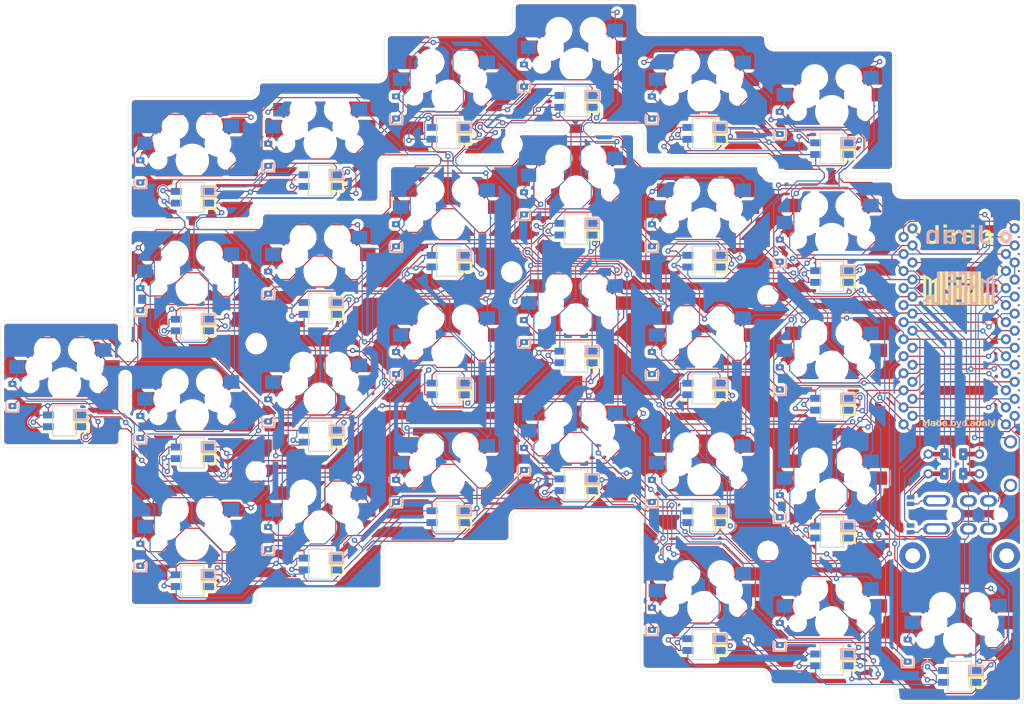
<source format=kicad_pcb>
(kicad_pcb (version 20171130) (host pcbnew "(5.1.5)-3")
  (layers (0 F.Cu signal) (31 B.Cu signal) (34 B.Paste user) (35 F.Paste user) (36 B.SilkS user) (37 F.SilkS user) (38 B.Mask user) (39 F.Mask user) (44 Edge.Cuts user))
  (net 0 "")
  (net 1 "Net-(D1-Pad2)")
  (net 2 /rowA)
  (net 3 "Net-(D2-Pad2)")
  (net 4 "Net-(D3-Pad2)")
  (net 5 "Net-(D4-Pad2)")
  (net 6 "Net-(D5-Pad2)")
  (net 7 "Net-(D6-Pad2)")
  (net 8 "Net-(D7-Pad2)")
  (net 9 /rowB)
  (net 10 "Net-(D8-Pad2)")
  (net 11 "Net-(D9-Pad2)")
  (net 12 "Net-(D10-Pad2)")
  (net 13 "Net-(D11-Pad2)")
  (net 14 "Net-(D12-Pad2)")
  (net 15 "Net-(D13-Pad2)")
  (net 16 /rowC)
  (net 17 "Net-(D14-Pad2)")
  (net 18 "Net-(D15-Pad2)")
  (net 19 "Net-(D16-Pad2)")
  (net 20 "Net-(D17-Pad2)")
  (net 21 "Net-(D18-Pad2)")
  (net 22 "Net-(D19-Pad2)")
  (net 23 /rowD)
  (net 24 "Net-(D20-Pad2)")
  (net 25 "Net-(D21-Pad2)")
  (net 26 "Net-(D22-Pad2)")
  (net 27 "Net-(D23-Pad2)")
  (net 28 "Net-(D24-Pad2)")
  (net 29 "Net-(D25-Pad2)")
  (net 30 /rowE)
  (net 31 "Net-(D26-Pad2)")
  (net 32 "Net-(D27-Pad2)")
  (net 33 "Net-(D28-Pad2)")
  (net 34 VCC)
  (net 35 GND)
  (net 36 "Net-(J1-PadA)")
  (net 37 "Net-(J1-PadD)")
  (net 38 SDA)
  (net 39 SCL)
  (net 40 "Net-(L1-Pad1)")
  (net 41 "Net-(L1-Pad3)")
  (net 42 "Net-(L2-Pad3)")
  (net 43 "Net-(L3-Pad1)")
  (net 44 "Net-(L3-Pad3)")
  (net 45 "Net-(L10-Pad1)")
  (net 46 "Net-(L11-Pad3)")
  (net 47 "Net-(L5-Pad3)")
  (net 48 "Net-(L12-Pad1)")
  (net 49 "Net-(L13-Pad3)")
  (net 50 "Net-(L14-Pad1)")
  (net 51 "Net-(L15-Pad3)")
  (net 52 "Net-(L10-Pad3)")
  (net 53 "Net-(L11-Pad1)")
  (net 54 "Net-(L12-Pad3)")
  (net 55 "Net-(L13-Pad1)")
  (net 56 "Net-(L14-Pad3)")
  (net 57 "Net-(L15-Pad1)")
  (net 58 "Net-(L16-Pad3)")
  (net 59 "Net-(L17-Pad1)")
  (net 60 "Net-(L18-Pad3)")
  (net 61 "Net-(L19-Pad1)")
  (net 62 "Net-(L20-Pad3)")
  (net 63 "Net-(L22-Pad3)")
  (net 64 "Net-(L23-Pad1)")
  (net 65 "Net-(L24-Pad3)")
  (net 66 "Net-(L25-Pad1)")
  (net 67 "Net-(L26-Pad4)")
  (net 68 "Net-(L26-Pad3)")
  (net 69 /RGB)
  (net 70 /col0)
  (net 71 /col1)
  (net 72 /col2)
  (net 73 /col3)
  (net 74 /col4)
  (net 75 /col5)
  (net 76 /RST)
  (net 77 "Net-(U1-Pad24)")
  (net 78 "Net-(U1-Pad14)")
  (net 79 "Net-(U1-Pad15)")
  (net 80 "Net-(U1-Pad16)")
  (net 81 "Net-(U1-Pad17)")
  (module Used_Footprints:Silk_Logo_New (layer B.Cu) (at 206.14 83.9 180)
    (fp_text reference LG2 hide)
    (fp_text value Silk_Logo_New hide)
  )
  (module Used_Footprints:Silk_Logo_New (layer F.Cu) (at 206.15 83.9)
    (fp_text reference LG1 hide)
    (fp_text value Silk_Logo_New hide)
  )
  (module Used_Footprints:Diode_SMD_SOD-123 (layer F.Cu) (at 198.51 133.87 90)
    (fp_text reference D28 hide)
    (fp_text value 1N4148 hide)
    (pad 1 smd roundrect (at -1.65 0 90) (size 0.9 1.2) (layers F.Cu F.Paste F.Mask) (roundrect_rratio 0.2) (net 30 /rowE))
    (pad 1 smd roundrect (at -1.65 0 90) (size 0.9 1.2) (layers B.Cu B.Paste B.Mask) (roundrect_rratio 0.2) (net 30 /rowE))
    (pad 2 smd roundrect (at 1.65 0 90) (size 0.9 1.2) (layers F.Cu F.Paste F.Mask) (roundrect_rratio 0.2) (net 33 "Net-(D28-Pad2)"))
    (pad 2 thru_hole circle (at 1.65 0 90) (size 0.8 0.8) (drill 0.4) (layers *.Cu *.Mask) (net 33 "Net-(D28-Pad2)"))
    (pad 1 thru_hole circle (at -1.65 0 90) (size 0.8 0.8) (drill 0.4) (layers *.Cu *.Mask) (net 30 /rowE))
    (pad 2 smd roundrect (at 1.65 0 90) (size 0.9 1.2) (layers B.Cu B.Paste B.Mask) (roundrect_rratio 0.2) (net 33 "Net-(D28-Pad2)"))
  )
  (module Used_Footprints:Diode_SMD_SOD-123 (layer F.Cu) (at 179.46 131.4 90)
    (fp_text reference D27 hide)
    (fp_text value 1N4148 hide)
    (pad 1 smd roundrect (at -1.65 0 90) (size 0.9 1.2) (layers F.Cu F.Paste F.Mask) (roundrect_rratio 0.2) (net 30 /rowE))
    (pad 1 smd roundrect (at -1.65 0 90) (size 0.9 1.2) (layers B.Cu B.Paste B.Mask) (roundrect_rratio 0.2) (net 30 /rowE))
    (pad 2 smd roundrect (at 1.65 0 90) (size 0.9 1.2) (layers F.Cu F.Paste F.Mask) (roundrect_rratio 0.2) (net 32 "Net-(D27-Pad2)"))
    (pad 2 thru_hole circle (at 1.65 0 90) (size 0.8 0.8) (drill 0.4) (layers *.Cu *.Mask) (net 32 "Net-(D27-Pad2)"))
    (pad 1 thru_hole circle (at -1.65 0 90) (size 0.8 0.8) (drill 0.4) (layers *.Cu *.Mask) (net 30 /rowE))
    (pad 2 smd roundrect (at 1.65 0 90) (size 0.9 1.2) (layers B.Cu B.Paste B.Mask) (roundrect_rratio 0.2) (net 32 "Net-(D27-Pad2)"))
  )
  (module Used_Footprints:Diode_SMD_SOD-123 (layer F.Cu) (at 160.41 129.12 90)
    (fp_text reference D26 hide)
    (fp_text value 1N4148 hide)
    (pad 1 smd roundrect (at -1.65 0 90) (size 0.9 1.2) (layers F.Cu F.Paste F.Mask) (roundrect_rratio 0.2) (net 30 /rowE))
    (pad 1 smd roundrect (at -1.65 0 90) (size 0.9 1.2) (layers B.Cu B.Paste B.Mask) (roundrect_rratio 0.2) (net 30 /rowE))
    (pad 2 smd roundrect (at 1.65 0 90) (size 0.9 1.2) (layers F.Cu F.Paste F.Mask) (roundrect_rratio 0.2) (net 31 "Net-(D26-Pad2)"))
    (pad 2 thru_hole circle (at 1.65 0 90) (size 0.8 0.8) (drill 0.4) (layers *.Cu *.Mask) (net 31 "Net-(D26-Pad2)"))
    (pad 1 thru_hole circle (at -1.65 0 90) (size 0.8 0.8) (drill 0.4) (layers *.Cu *.Mask) (net 30 /rowE))
    (pad 2 smd roundrect (at 1.65 0 90) (size 0.9 1.2) (layers B.Cu B.Paste B.Mask) (roundrect_rratio 0.2) (net 31 "Net-(D26-Pad2)"))
  )
  (module Used_Footprints:Diode_SMD_SOD-123 (layer F.Cu) (at 65.16 95.77 90)
    (fp_text reference D25 hide)
    (fp_text value 1N4148 hide)
    (pad 1 smd roundrect (at -1.65 0 90) (size 0.9 1.2) (layers F.Cu F.Paste F.Mask) (roundrect_rratio 0.2) (net 30 /rowE))
    (pad 1 smd roundrect (at -1.65 0 90) (size 0.9 1.2) (layers B.Cu B.Paste B.Mask) (roundrect_rratio 0.2) (net 30 /rowE))
    (pad 2 smd roundrect (at 1.65 0 90) (size 0.9 1.2) (layers F.Cu F.Paste F.Mask) (roundrect_rratio 0.2) (net 29 "Net-(D25-Pad2)"))
    (pad 2 thru_hole circle (at 1.65 0 90) (size 0.8 0.8) (drill 0.4) (layers *.Cu *.Mask) (net 29 "Net-(D25-Pad2)"))
    (pad 1 thru_hole circle (at -1.65 0 90) (size 0.8 0.8) (drill 0.4) (layers *.Cu *.Mask) (net 30 /rowE))
    (pad 2 smd roundrect (at 1.65 0 90) (size 0.9 1.2) (layers B.Cu B.Paste B.Mask) (roundrect_rratio 0.2) (net 29 "Net-(D25-Pad2)"))
  )
  (module Used_Footprints:Diode_SMD_SOD-123 (layer F.Cu) (at 179.46 112.35 90)
    (fp_text reference D24 hide)
    (fp_text value 1N4148 hide)
    (pad 1 smd roundrect (at -1.65 0 90) (size 0.9 1.2) (layers F.Cu F.Paste F.Mask) (roundrect_rratio 0.2) (net 23 /rowD))
    (pad 1 smd roundrect (at -1.65 0 90) (size 0.9 1.2) (layers B.Cu B.Paste B.Mask) (roundrect_rratio 0.2) (net 23 /rowD))
    (pad 2 smd roundrect (at 1.65 0 90) (size 0.9 1.2) (layers F.Cu F.Paste F.Mask) (roundrect_rratio 0.2) (net 28 "Net-(D24-Pad2)"))
    (pad 2 thru_hole circle (at 1.65 0 90) (size 0.8 0.8) (drill 0.4) (layers *.Cu *.Mask) (net 28 "Net-(D24-Pad2)"))
    (pad 1 thru_hole circle (at -1.65 0 90) (size 0.8 0.8) (drill 0.4) (layers *.Cu *.Mask) (net 23 /rowD))
    (pad 2 smd roundrect (at 1.65 0 90) (size 0.9 1.2) (layers B.Cu B.Paste B.Mask) (roundrect_rratio 0.2) (net 28 "Net-(D24-Pad2)"))
  )
  (module Used_Footprints:Diode_SMD_SOD-123 (layer F.Cu) (at 160.41 110.07 90)
    (fp_text reference D23 hide)
    (fp_text value 1N4148 hide)
    (pad 1 smd roundrect (at -1.65 0 90) (size 0.9 1.2) (layers F.Cu F.Paste F.Mask) (roundrect_rratio 0.2) (net 23 /rowD))
    (pad 1 smd roundrect (at -1.65 0 90) (size 0.9 1.2) (layers B.Cu B.Paste B.Mask) (roundrect_rratio 0.2) (net 23 /rowD))
    (pad 2 smd roundrect (at 1.65 0 90) (size 0.9 1.2) (layers F.Cu F.Paste F.Mask) (roundrect_rratio 0.2) (net 27 "Net-(D23-Pad2)"))
    (pad 2 thru_hole circle (at 1.65 0 90) (size 0.8 0.8) (drill 0.4) (layers *.Cu *.Mask) (net 27 "Net-(D23-Pad2)"))
    (pad 1 thru_hole circle (at -1.65 0 90) (size 0.8 0.8) (drill 0.4) (layers *.Cu *.Mask) (net 23 /rowD))
    (pad 2 smd roundrect (at 1.65 0 90) (size 0.9 1.2) (layers B.Cu B.Paste B.Mask) (roundrect_rratio 0.2) (net 27 "Net-(D23-Pad2)"))
  )
  (module Used_Footprints:Diode_SMD_SOD-123 (layer F.Cu) (at 141.36 105.3 90)
    (fp_text reference D22 hide)
    (fp_text value 1N4148 hide)
    (pad 1 smd roundrect (at -1.65 0 90) (size 0.9 1.2) (layers F.Cu F.Paste F.Mask) (roundrect_rratio 0.2) (net 23 /rowD))
    (pad 1 smd roundrect (at -1.65 0 90) (size 0.9 1.2) (layers B.Cu B.Paste B.Mask) (roundrect_rratio 0.2) (net 23 /rowD))
    (pad 2 smd roundrect (at 1.65 0 90) (size 0.9 1.2) (layers F.Cu F.Paste F.Mask) (roundrect_rratio 0.2) (net 26 "Net-(D22-Pad2)"))
    (pad 2 thru_hole circle (at 1.65 0 90) (size 0.8 0.8) (drill 0.4) (layers *.Cu *.Mask) (net 26 "Net-(D22-Pad2)"))
    (pad 1 thru_hole circle (at -1.65 0 90) (size 0.8 0.8) (drill 0.4) (layers *.Cu *.Mask) (net 23 /rowD))
    (pad 2 smd roundrect (at 1.65 0 90) (size 0.9 1.2) (layers B.Cu B.Paste B.Mask) (roundrect_rratio 0.2) (net 26 "Net-(D22-Pad2)"))
  )
  (module Used_Footprints:Diode_SMD_SOD-123 (layer F.Cu) (at 122.31 110.06 90)
    (fp_text reference D21 hide)
    (fp_text value 1N4148 hide)
    (pad 1 smd roundrect (at -1.65 0 90) (size 0.9 1.2) (layers F.Cu F.Paste F.Mask) (roundrect_rratio 0.2) (net 23 /rowD))
    (pad 1 smd roundrect (at -1.65 0 90) (size 0.9 1.2) (layers B.Cu B.Paste B.Mask) (roundrect_rratio 0.2) (net 23 /rowD))
    (pad 2 smd roundrect (at 1.65 0 90) (size 0.9 1.2) (layers F.Cu F.Paste F.Mask) (roundrect_rratio 0.2) (net 25 "Net-(D21-Pad2)"))
    (pad 2 thru_hole circle (at 1.65 0 90) (size 0.8 0.8) (drill 0.4) (layers *.Cu *.Mask) (net 25 "Net-(D21-Pad2)"))
    (pad 1 thru_hole circle (at -1.65 0 90) (size 0.8 0.8) (drill 0.4) (layers *.Cu *.Mask) (net 23 /rowD))
    (pad 2 smd roundrect (at 1.65 0 90) (size 0.9 1.2) (layers B.Cu B.Paste B.Mask) (roundrect_rratio 0.2) (net 25 "Net-(D21-Pad2)"))
  )
  (module Used_Footprints:Diode_SMD_SOD-123 (layer F.Cu) (at 103.26 117.11 90)
    (fp_text reference D20 hide)
    (fp_text value 1N4148 hide)
    (pad 1 smd roundrect (at -1.65 0 90) (size 0.9 1.2) (layers F.Cu F.Paste F.Mask) (roundrect_rratio 0.2) (net 23 /rowD))
    (pad 1 smd roundrect (at -1.65 0 90) (size 0.9 1.2) (layers B.Cu B.Paste B.Mask) (roundrect_rratio 0.2) (net 23 /rowD))
    (pad 2 smd roundrect (at 1.65 0 90) (size 0.9 1.2) (layers F.Cu F.Paste F.Mask) (roundrect_rratio 0.2) (net 24 "Net-(D20-Pad2)"))
    (pad 2 thru_hole circle (at 1.65 0 90) (size 0.8 0.8) (drill 0.4) (layers *.Cu *.Mask) (net 24 "Net-(D20-Pad2)"))
    (pad 1 thru_hole circle (at -1.65 0 90) (size 0.8 0.8) (drill 0.4) (layers *.Cu *.Mask) (net 23 /rowD))
    (pad 2 smd roundrect (at 1.65 0 90) (size 0.9 1.2) (layers B.Cu B.Paste B.Mask) (roundrect_rratio 0.2) (net 24 "Net-(D20-Pad2)"))
  )
  (module Used_Footprints:Diode_SMD_SOD-123 (layer F.Cu) (at 84.21 119.59 90)
    (fp_text reference D19 hide)
    (fp_text value 1N4148 hide)
    (pad 1 smd roundrect (at -1.65 0 90) (size 0.9 1.2) (layers F.Cu F.Paste F.Mask) (roundrect_rratio 0.2) (net 23 /rowD))
    (pad 1 smd roundrect (at -1.65 0 90) (size 0.9 1.2) (layers B.Cu B.Paste B.Mask) (roundrect_rratio 0.2) (net 23 /rowD))
    (pad 2 smd roundrect (at 1.65 0 90) (size 0.9 1.2) (layers F.Cu F.Paste F.Mask) (roundrect_rratio 0.2) (net 22 "Net-(D19-Pad2)"))
    (pad 2 thru_hole circle (at 1.65 0 90) (size 0.8 0.8) (drill 0.4) (layers *.Cu *.Mask) (net 22 "Net-(D19-Pad2)"))
    (pad 1 thru_hole circle (at -1.65 0 90) (size 0.8 0.8) (drill 0.4) (layers *.Cu *.Mask) (net 23 /rowD))
    (pad 2 smd roundrect (at 1.65 0 90) (size 0.9 1.2) (layers B.Cu B.Paste B.Mask) (roundrect_rratio 0.2) (net 22 "Net-(D19-Pad2)"))
  )
  (module Used_Footprints:Diode_SMD_SOD-123 (layer F.Cu) (at 179.46 93.3 90)
    (fp_text reference D18 hide)
    (fp_text value 1N4148 hide)
    (pad 1 smd roundrect (at -1.65 0 90) (size 0.9 1.2) (layers F.Cu F.Paste F.Mask) (roundrect_rratio 0.2) (net 16 /rowC))
    (pad 1 smd roundrect (at -1.65 0 90) (size 0.9 1.2) (layers B.Cu B.Paste B.Mask) (roundrect_rratio 0.2) (net 16 /rowC))
    (pad 2 smd roundrect (at 1.65 0 90) (size 0.9 1.2) (layers F.Cu F.Paste F.Mask) (roundrect_rratio 0.2) (net 21 "Net-(D18-Pad2)"))
    (pad 2 thru_hole circle (at 1.65 0 90) (size 0.8 0.8) (drill 0.4) (layers *.Cu *.Mask) (net 21 "Net-(D18-Pad2)"))
    (pad 1 thru_hole circle (at -1.65 0 90) (size 0.8 0.8) (drill 0.4) (layers *.Cu *.Mask) (net 16 /rowC))
    (pad 2 smd roundrect (at 1.65 0 90) (size 0.9 1.2) (layers B.Cu B.Paste B.Mask) (roundrect_rratio 0.2) (net 21 "Net-(D18-Pad2)"))
  )
  (module Used_Footprints:Diode_SMD_SOD-123 (layer F.Cu) (at 160.41 91.02 90)
    (fp_text reference D17 hide)
    (fp_text value 1N4148 hide)
    (pad 1 smd roundrect (at -1.65 0 90) (size 0.9 1.2) (layers F.Cu F.Paste F.Mask) (roundrect_rratio 0.2) (net 16 /rowC))
    (pad 1 smd roundrect (at -1.65 0 90) (size 0.9 1.2) (layers B.Cu B.Paste B.Mask) (roundrect_rratio 0.2) (net 16 /rowC))
    (pad 2 smd roundrect (at 1.65 0 90) (size 0.9 1.2) (layers F.Cu F.Paste F.Mask) (roundrect_rratio 0.2) (net 20 "Net-(D17-Pad2)"))
    (pad 2 thru_hole circle (at 1.65 0 90) (size 0.8 0.8) (drill 0.4) (layers *.Cu *.Mask) (net 20 "Net-(D17-Pad2)"))
    (pad 1 thru_hole circle (at -1.65 0 90) (size 0.8 0.8) (drill 0.4) (layers *.Cu *.Mask) (net 16 /rowC))
    (pad 2 smd roundrect (at 1.65 0 90) (size 0.9 1.2) (layers B.Cu B.Paste B.Mask) (roundrect_rratio 0.2) (net 20 "Net-(D17-Pad2)"))
  )
  (module Used_Footprints:Diode_SMD_SOD-123 (layer F.Cu) (at 141.36 86.25 90)
    (fp_text reference D16 hide)
    (fp_text value 1N4148 hide)
    (pad 1 smd roundrect (at -1.65 0 90) (size 0.9 1.2) (layers F.Cu F.Paste F.Mask) (roundrect_rratio 0.2) (net 16 /rowC))
    (pad 1 smd roundrect (at -1.65 0 90) (size 0.9 1.2) (layers B.Cu B.Paste B.Mask) (roundrect_rratio 0.2) (net 16 /rowC))
    (pad 2 smd roundrect (at 1.65 0 90) (size 0.9 1.2) (layers F.Cu F.Paste F.Mask) (roundrect_rratio 0.2) (net 19 "Net-(D16-Pad2)"))
    (pad 2 thru_hole circle (at 1.65 0 90) (size 0.8 0.8) (drill 0.4) (layers *.Cu *.Mask) (net 19 "Net-(D16-Pad2)"))
    (pad 1 thru_hole circle (at -1.65 0 90) (size 0.8 0.8) (drill 0.4) (layers *.Cu *.Mask) (net 16 /rowC))
    (pad 2 smd roundrect (at 1.65 0 90) (size 0.9 1.2) (layers B.Cu B.Paste B.Mask) (roundrect_rratio 0.2) (net 19 "Net-(D16-Pad2)"))
  )
  (module Used_Footprints:Diode_SMD_SOD-123 (layer F.Cu) (at 122.31 91.01 90)
    (fp_text reference D15 hide)
    (fp_text value 1N4148 hide)
    (pad 1 smd roundrect (at -1.65 0 90) (size 0.9 1.2) (layers F.Cu F.Paste F.Mask) (roundrect_rratio 0.2) (net 16 /rowC))
    (pad 1 smd roundrect (at -1.65 0 90) (size 0.9 1.2) (layers B.Cu B.Paste B.Mask) (roundrect_rratio 0.2) (net 16 /rowC))
    (pad 2 smd roundrect (at 1.65 0 90) (size 0.9 1.2) (layers F.Cu F.Paste F.Mask) (roundrect_rratio 0.2) (net 18 "Net-(D15-Pad2)"))
    (pad 2 thru_hole circle (at 1.65 0 90) (size 0.8 0.8) (drill 0.4) (layers *.Cu *.Mask) (net 18 "Net-(D15-Pad2)"))
    (pad 1 thru_hole circle (at -1.65 0 90) (size 0.8 0.8) (drill 0.4) (layers *.Cu *.Mask) (net 16 /rowC))
    (pad 2 smd roundrect (at 1.65 0 90) (size 0.9 1.2) (layers B.Cu B.Paste B.Mask) (roundrect_rratio 0.2) (net 18 "Net-(D15-Pad2)"))
  )
  (module Used_Footprints:Diode_SMD_SOD-123 (layer F.Cu) (at 103.26 98.06 90)
    (fp_text reference D14 hide)
    (fp_text value 1N4148 hide)
    (pad 1 smd roundrect (at -1.65 0 90) (size 0.9 1.2) (layers F.Cu F.Paste F.Mask) (roundrect_rratio 0.2) (net 16 /rowC))
    (pad 1 smd roundrect (at -1.65 0 90) (size 0.9 1.2) (layers B.Cu B.Paste B.Mask) (roundrect_rratio 0.2) (net 16 /rowC))
    (pad 2 smd roundrect (at 1.65 0 90) (size 0.9 1.2) (layers F.Cu F.Paste F.Mask) (roundrect_rratio 0.2) (net 17 "Net-(D14-Pad2)"))
    (pad 2 thru_hole circle (at 1.65 0 90) (size 0.8 0.8) (drill 0.4) (layers *.Cu *.Mask) (net 17 "Net-(D14-Pad2)"))
    (pad 1 thru_hole circle (at -1.65 0 90) (size 0.8 0.8) (drill 0.4) (layers *.Cu *.Mask) (net 16 /rowC))
    (pad 2 smd roundrect (at 1.65 0 90) (size 0.9 1.2) (layers B.Cu B.Paste B.Mask) (roundrect_rratio 0.2) (net 17 "Net-(D14-Pad2)"))
  )
  (module Used_Footprints:Diode_SMD_SOD-123 (layer F.Cu) (at 84.21 100.54 90)
    (fp_text reference D13 hide)
    (fp_text value 1N4148 hide)
    (pad 1 smd roundrect (at -1.65 0 90) (size 0.9 1.2) (layers F.Cu F.Paste F.Mask) (roundrect_rratio 0.2) (net 16 /rowC))
    (pad 1 smd roundrect (at -1.65 0 90) (size 0.9 1.2) (layers B.Cu B.Paste B.Mask) (roundrect_rratio 0.2) (net 16 /rowC))
    (pad 2 smd roundrect (at 1.65 0 90) (size 0.9 1.2) (layers F.Cu F.Paste F.Mask) (roundrect_rratio 0.2) (net 15 "Net-(D13-Pad2)"))
    (pad 2 thru_hole circle (at 1.65 0 90) (size 0.8 0.8) (drill 0.4) (layers *.Cu *.Mask) (net 15 "Net-(D13-Pad2)"))
    (pad 1 thru_hole circle (at -1.65 0 90) (size 0.8 0.8) (drill 0.4) (layers *.Cu *.Mask) (net 16 /rowC))
    (pad 2 smd roundrect (at 1.65 0 90) (size 0.9 1.2) (layers B.Cu B.Paste B.Mask) (roundrect_rratio 0.2) (net 15 "Net-(D13-Pad2)"))
  )
  (module Used_Footprints:Diode_SMD_SOD-123 (layer F.Cu) (at 179.46 74.25 90)
    (fp_text reference D12 hide)
    (fp_text value 1N4148 hide)
    (pad 1 smd roundrect (at -1.65 0 90) (size 0.9 1.2) (layers F.Cu F.Paste F.Mask) (roundrect_rratio 0.2) (net 9 /rowB))
    (pad 1 smd roundrect (at -1.65 0 90) (size 0.9 1.2) (layers B.Cu B.Paste B.Mask) (roundrect_rratio 0.2) (net 9 /rowB))
    (pad 2 smd roundrect (at 1.65 0 90) (size 0.9 1.2) (layers F.Cu F.Paste F.Mask) (roundrect_rratio 0.2) (net 14 "Net-(D12-Pad2)"))
    (pad 2 thru_hole circle (at 1.65 0 90) (size 0.8 0.8) (drill 0.4) (layers *.Cu *.Mask) (net 14 "Net-(D12-Pad2)"))
    (pad 1 thru_hole circle (at -1.65 0 90) (size 0.8 0.8) (drill 0.4) (layers *.Cu *.Mask) (net 9 /rowB))
    (pad 2 smd roundrect (at 1.65 0 90) (size 0.9 1.2) (layers B.Cu B.Paste B.Mask) (roundrect_rratio 0.2) (net 14 "Net-(D12-Pad2)"))
  )
  (module Used_Footprints:Diode_SMD_SOD-123 (layer F.Cu) (at 160.41 71.97 90)
    (fp_text reference D11 hide)
    (fp_text value 1N4148 hide)
    (pad 1 smd roundrect (at -1.65 0 90) (size 0.9 1.2) (layers F.Cu F.Paste F.Mask) (roundrect_rratio 0.2) (net 9 /rowB))
    (pad 1 smd roundrect (at -1.65 0 90) (size 0.9 1.2) (layers B.Cu B.Paste B.Mask) (roundrect_rratio 0.2) (net 9 /rowB))
    (pad 2 smd roundrect (at 1.65 0 90) (size 0.9 1.2) (layers F.Cu F.Paste F.Mask) (roundrect_rratio 0.2) (net 13 "Net-(D11-Pad2)"))
    (pad 2 thru_hole circle (at 1.65 0 90) (size 0.8 0.8) (drill 0.4) (layers *.Cu *.Mask) (net 13 "Net-(D11-Pad2)"))
    (pad 1 thru_hole circle (at -1.65 0 90) (size 0.8 0.8) (drill 0.4) (layers *.Cu *.Mask) (net 9 /rowB))
    (pad 2 smd roundrect (at 1.65 0 90) (size 0.9 1.2) (layers B.Cu B.Paste B.Mask) (roundrect_rratio 0.2) (net 13 "Net-(D11-Pad2)"))
  )
  (module Used_Footprints:Diode_SMD_SOD-123 (layer F.Cu) (at 141.36 67.2 90)
    (fp_text reference D10 hide)
    (fp_text value 1N4148 hide)
    (pad 1 smd roundrect (at -1.65 0 90) (size 0.9 1.2) (layers F.Cu F.Paste F.Mask) (roundrect_rratio 0.2) (net 9 /rowB))
    (pad 1 smd roundrect (at -1.65 0 90) (size 0.9 1.2) (layers B.Cu B.Paste B.Mask) (roundrect_rratio 0.2) (net 9 /rowB))
    (pad 2 smd roundrect (at 1.65 0 90) (size 0.9 1.2) (layers F.Cu F.Paste F.Mask) (roundrect_rratio 0.2) (net 12 "Net-(D10-Pad2)"))
    (pad 2 thru_hole circle (at 1.65 0 90) (size 0.8 0.8) (drill 0.4) (layers *.Cu *.Mask) (net 12 "Net-(D10-Pad2)"))
    (pad 1 thru_hole circle (at -1.65 0 90) (size 0.8 0.8) (drill 0.4) (layers *.Cu *.Mask) (net 9 /rowB))
    (pad 2 smd roundrect (at 1.65 0 90) (size 0.9 1.2) (layers B.Cu B.Paste B.Mask) (roundrect_rratio 0.2) (net 12 "Net-(D10-Pad2)"))
  )
  (module Used_Footprints:Diode_SMD_SOD-123 (layer F.Cu) (at 122.31 71.96 90)
    (fp_text reference D9 hide)
    (fp_text value 1N4148 hide)
    (pad 1 smd roundrect (at -1.65 0 90) (size 0.9 1.2) (layers F.Cu F.Paste F.Mask) (roundrect_rratio 0.2) (net 9 /rowB))
    (pad 1 smd roundrect (at -1.65 0 90) (size 0.9 1.2) (layers B.Cu B.Paste B.Mask) (roundrect_rratio 0.2) (net 9 /rowB))
    (pad 2 smd roundrect (at 1.65 0 90) (size 0.9 1.2) (layers F.Cu F.Paste F.Mask) (roundrect_rratio 0.2) (net 11 "Net-(D9-Pad2)"))
    (pad 2 thru_hole circle (at 1.65 0 90) (size 0.8 0.8) (drill 0.4) (layers *.Cu *.Mask) (net 11 "Net-(D9-Pad2)"))
    (pad 1 thru_hole circle (at -1.65 0 90) (size 0.8 0.8) (drill 0.4) (layers *.Cu *.Mask) (net 9 /rowB))
    (pad 2 smd roundrect (at 1.65 0 90) (size 0.9 1.2) (layers B.Cu B.Paste B.Mask) (roundrect_rratio 0.2) (net 11 "Net-(D9-Pad2)"))
  )
  (module Used_Footprints:Diode_SMD_SOD-123 (layer F.Cu) (at 103.26 79.01 90)
    (fp_text reference D8 hide)
    (fp_text value 1N4148 hide)
    (pad 1 smd roundrect (at -1.65 0 90) (size 0.9 1.2) (layers F.Cu F.Paste F.Mask) (roundrect_rratio 0.2) (net 9 /rowB))
    (pad 1 smd roundrect (at -1.65 0 90) (size 0.9 1.2) (layers B.Cu B.Paste B.Mask) (roundrect_rratio 0.2) (net 9 /rowB))
    (pad 2 smd roundrect (at 1.65 0 90) (size 0.9 1.2) (layers F.Cu F.Paste F.Mask) (roundrect_rratio 0.2) (net 10 "Net-(D8-Pad2)"))
    (pad 2 thru_hole circle (at 1.65 0 90) (size 0.8 0.8) (drill 0.4) (layers *.Cu *.Mask) (net 10 "Net-(D8-Pad2)"))
    (pad 1 thru_hole circle (at -1.65 0 90) (size 0.8 0.8) (drill 0.4) (layers *.Cu *.Mask) (net 9 /rowB))
    (pad 2 smd roundrect (at 1.65 0 90) (size 0.9 1.2) (layers B.Cu B.Paste B.Mask) (roundrect_rratio 0.2) (net 10 "Net-(D8-Pad2)"))
  )
  (module Used_Footprints:Diode_SMD_SOD-123 (layer F.Cu) (at 84.21 81.49 90)
    (fp_text reference D7 hide)
    (fp_text value 1N4148 hide)
    (pad 1 smd roundrect (at -1.65 0 90) (size 0.9 1.2) (layers F.Cu F.Paste F.Mask) (roundrect_rratio 0.2) (net 9 /rowB))
    (pad 1 smd roundrect (at -1.65 0 90) (size 0.9 1.2) (layers B.Cu B.Paste B.Mask) (roundrect_rratio 0.2) (net 9 /rowB))
    (pad 2 smd roundrect (at 1.65 0 90) (size 0.9 1.2) (layers F.Cu F.Paste F.Mask) (roundrect_rratio 0.2) (net 8 "Net-(D7-Pad2)"))
    (pad 2 thru_hole circle (at 1.65 0 90) (size 0.8 0.8) (drill 0.4) (layers *.Cu *.Mask) (net 8 "Net-(D7-Pad2)"))
    (pad 1 thru_hole circle (at -1.65 0 90) (size 0.8 0.8) (drill 0.4) (layers *.Cu *.Mask) (net 9 /rowB))
    (pad 2 smd roundrect (at 1.65 0 90) (size 0.9 1.2) (layers B.Cu B.Paste B.Mask) (roundrect_rratio 0.2) (net 8 "Net-(D7-Pad2)"))
  )
  (module Used_Footprints:Diode_SMD_SOD-123 (layer F.Cu) (at 179.46 55.2 90)
    (fp_text reference D6 hide)
    (fp_text value 1N4148 hide)
    (pad 1 smd roundrect (at -1.65 0 90) (size 0.9 1.2) (layers F.Cu F.Paste F.Mask) (roundrect_rratio 0.2) (net 2 /rowA))
    (pad 1 smd roundrect (at -1.65 0 90) (size 0.9 1.2) (layers B.Cu B.Paste B.Mask) (roundrect_rratio 0.2) (net 2 /rowA))
    (pad 2 smd roundrect (at 1.65 0 90) (size 0.9 1.2) (layers F.Cu F.Paste F.Mask) (roundrect_rratio 0.2) (net 7 "Net-(D6-Pad2)"))
    (pad 2 thru_hole circle (at 1.65 0 90) (size 0.8 0.8) (drill 0.4) (layers *.Cu *.Mask) (net 7 "Net-(D6-Pad2)"))
    (pad 1 thru_hole circle (at -1.65 0 90) (size 0.8 0.8) (drill 0.4) (layers *.Cu *.Mask) (net 2 /rowA))
    (pad 2 smd roundrect (at 1.65 0 90) (size 0.9 1.2) (layers B.Cu B.Paste B.Mask) (roundrect_rratio 0.2) (net 7 "Net-(D6-Pad2)"))
  )
  (module Used_Footprints:Diode_SMD_SOD-123 (layer F.Cu) (at 160.41 52.92 90)
    (fp_text reference D5 hide)
    (fp_text value 1N4148 hide)
    (pad 1 smd roundrect (at -1.65 0 90) (size 0.9 1.2) (layers F.Cu F.Paste F.Mask) (roundrect_rratio 0.2) (net 2 /rowA))
    (pad 1 smd roundrect (at -1.65 0 90) (size 0.9 1.2) (layers B.Cu B.Paste B.Mask) (roundrect_rratio 0.2) (net 2 /rowA))
    (pad 2 smd roundrect (at 1.65 0 90) (size 0.9 1.2) (layers F.Cu F.Paste F.Mask) (roundrect_rratio 0.2) (net 6 "Net-(D5-Pad2)"))
    (pad 2 thru_hole circle (at 1.65 0 90) (size 0.8 0.8) (drill 0.4) (layers *.Cu *.Mask) (net 6 "Net-(D5-Pad2)"))
    (pad 1 thru_hole circle (at -1.65 0 90) (size 0.8 0.8) (drill 0.4) (layers *.Cu *.Mask) (net 2 /rowA))
    (pad 2 smd roundrect (at 1.65 0 90) (size 0.9 1.2) (layers B.Cu B.Paste B.Mask) (roundrect_rratio 0.2) (net 6 "Net-(D5-Pad2)"))
  )
  (module Used_Footprints:Diode_SMD_SOD-123 (layer F.Cu) (at 141.36 48.15 90)
    (fp_text reference D4 hide)
    (fp_text value 1N4148 hide)
    (pad 1 smd roundrect (at -1.65 0 90) (size 0.9 1.2) (layers F.Cu F.Paste F.Mask) (roundrect_rratio 0.2) (net 2 /rowA))
    (pad 1 smd roundrect (at -1.65 0 90) (size 0.9 1.2) (layers B.Cu B.Paste B.Mask) (roundrect_rratio 0.2) (net 2 /rowA))
    (pad 2 smd roundrect (at 1.65 0 90) (size 0.9 1.2) (layers F.Cu F.Paste F.Mask) (roundrect_rratio 0.2) (net 5 "Net-(D4-Pad2)"))
    (pad 2 thru_hole circle (at 1.65 0 90) (size 0.8 0.8) (drill 0.4) (layers *.Cu *.Mask) (net 5 "Net-(D4-Pad2)"))
    (pad 1 thru_hole circle (at -1.65 0 90) (size 0.8 0.8) (drill 0.4) (layers *.Cu *.Mask) (net 2 /rowA))
    (pad 2 smd roundrect (at 1.65 0 90) (size 0.9 1.2) (layers B.Cu B.Paste B.Mask) (roundrect_rratio 0.2) (net 5 "Net-(D4-Pad2)"))
  )
  (module Used_Footprints:Diode_SMD_SOD-123 (layer F.Cu) (at 122.31 52.91 90)
    (fp_text reference D3 hide)
    (fp_text value 1N4148 hide)
    (pad 1 smd roundrect (at -1.65 0 90) (size 0.9 1.2) (layers F.Cu F.Paste F.Mask) (roundrect_rratio 0.2) (net 2 /rowA))
    (pad 1 smd roundrect (at -1.65 0 90) (size 0.9 1.2) (layers B.Cu B.Paste B.Mask) (roundrect_rratio 0.2) (net 2 /rowA))
    (pad 2 smd roundrect (at 1.65 0 90) (size 0.9 1.2) (layers F.Cu F.Paste F.Mask) (roundrect_rratio 0.2) (net 4 "Net-(D3-Pad2)"))
    (pad 2 thru_hole circle (at 1.65 0 90) (size 0.8 0.8) (drill 0.4) (layers *.Cu *.Mask) (net 4 "Net-(D3-Pad2)"))
    (pad 1 thru_hole circle (at -1.65 0 90) (size 0.8 0.8) (drill 0.4) (layers *.Cu *.Mask) (net 2 /rowA))
    (pad 2 smd roundrect (at 1.65 0 90) (size 0.9 1.2) (layers B.Cu B.Paste B.Mask) (roundrect_rratio 0.2) (net 4 "Net-(D3-Pad2)"))
  )
  (module Used_Footprints:Diode_SMD_SOD-123 (layer F.Cu) (at 103.26 59.96 90)
    (fp_text reference D2 hide)
    (fp_text value 1N4148 hide)
    (pad 1 smd roundrect (at -1.65 0 90) (size 0.9 1.2) (layers F.Cu F.Paste F.Mask) (roundrect_rratio 0.2) (net 2 /rowA))
    (pad 1 smd roundrect (at -1.65 0 90) (size 0.9 1.2) (layers B.Cu B.Paste B.Mask) (roundrect_rratio 0.2) (net 2 /rowA))
    (pad 2 smd roundrect (at 1.65 0 90) (size 0.9 1.2) (layers F.Cu F.Paste F.Mask) (roundrect_rratio 0.2) (net 3 "Net-(D2-Pad2)"))
    (pad 2 thru_hole circle (at 1.65 0 90) (size 0.8 0.8) (drill 0.4) (layers *.Cu *.Mask) (net 3 "Net-(D2-Pad2)"))
    (pad 1 thru_hole circle (at -1.65 0 90) (size 0.8 0.8) (drill 0.4) (layers *.Cu *.Mask) (net 2 /rowA))
    (pad 2 smd roundrect (at 1.65 0 90) (size 0.9 1.2) (layers B.Cu B.Paste B.Mask) (roundrect_rratio 0.2) (net 3 "Net-(D2-Pad2)"))
  )
  (module Used_Footprints:Diode_SMD_SOD-123 (layer F.Cu) (at 84.21 62.44 90)
    (fp_text reference D1 hide)
    (fp_text value 1N4148 hide)
    (pad 1 smd roundrect (at -1.65 0 90) (size 0.9 1.2) (layers F.Cu F.Paste F.Mask) (roundrect_rratio 0.2) (net 2 /rowA))
    (pad 1 smd roundrect (at -1.65 0 90) (size 0.9 1.2) (layers B.Cu B.Paste B.Mask) (roundrect_rratio 0.2) (net 2 /rowA))
    (pad 2 smd roundrect (at 1.65 0 90) (size 0.9 1.2) (layers F.Cu F.Paste F.Mask) (roundrect_rratio 0.2) (net 1 "Net-(D1-Pad2)"))
    (pad 2 thru_hole circle (at 1.65 0 90) (size 0.8 0.8) (drill 0.4) (layers *.Cu *.Mask) (net 1 "Net-(D1-Pad2)"))
    (pad 1 thru_hole circle (at -1.65 0 90) (size 0.8 0.8) (drill 0.4) (layers *.Cu *.Mask) (net 2 /rowA))
    (pad 2 smd roundrect (at 1.65 0 90) (size 0.9 1.2) (layers B.Cu B.Paste B.Mask) (roundrect_rratio 0.2) (net 1 "Net-(D1-Pad2)"))
  )
  (module Used_Footprints:Resistor_Hybrid_1205 (layer F.Cu) (at 205.38 104.58)
    (fp_text reference R30 hide)
    (fp_text value 4.7K hide)
    (pad 2 thru_hole circle (at 1.4 0) (size 0.8 0.8) (drill 0.4) (layers *.Cu *.Mask) (net 34 VCC))
    (pad 1 thru_hole circle (at -1.4 0) (size 0.8 0.8) (drill 0.4) (layers *.Cu *.Mask) (net 39 SCL))
    (pad 2 smd roundrect (at 1.4 0) (size 1.25 1.75) (layers B.Cu B.Paste B.Mask) (roundrect_rratio 0.2) (net 34 VCC))
    (pad 1 smd roundrect (at -1.4 0) (size 1.25 1.75) (layers B.Cu B.Paste B.Mask) (roundrect_rratio 0.2) (net 39 SCL))
    (pad 1 smd roundrect (at -1.4 0) (size 1.25 1.75) (layers F.Cu F.Paste F.Mask) (roundrect_rratio 0.2) (net 39 SCL))
    (pad 2 smd roundrect (at 1.4 0) (size 1.25 1.75) (layers F.Cu F.Paste F.Mask) (roundrect_rratio 0.2) (net 34 VCC))
    (pad 2 smd rect (at 2.27 0) (size 2.2 0.7) (layers F.Cu) (net 34 VCC))
    (pad 1 smd rect (at -2.27 0) (size 2.2 0.7) (layers F.Cu) (net 39 SCL))
    (pad 1 thru_hole circle (at -3.81 0) (size 1.397 1.397) (drill 0.8128) (layers *.Cu *.Mask) (net 39 SCL))
    (pad 2 thru_hole circle (at 3.81 0) (size 1.397 1.397) (drill 0.8128) (layers *.Cu *.Mask) (net 34 VCC))
  )
  (module Used_Footprints:Resistor_Hybrid_1205 (layer F.Cu) (at 205.38 107.51 180)
    (fp_text reference R29 hide)
    (fp_text value 4.7K hide)
    (pad 2 thru_hole circle (at 1.4 0 180) (size 0.8 0.8) (drill 0.4) (layers *.Cu *.Mask) (net 38 SDA))
    (pad 1 thru_hole circle (at -1.4 0 180) (size 0.8 0.8) (drill 0.4) (layers *.Cu *.Mask) (net 34 VCC))
    (pad 2 smd roundrect (at 1.4 0 180) (size 1.25 1.75) (layers B.Cu B.Paste B.Mask) (roundrect_rratio 0.2) (net 38 SDA))
    (pad 1 smd roundrect (at -1.4 0 180) (size 1.25 1.75) (layers B.Cu B.Paste B.Mask) (roundrect_rratio 0.2) (net 34 VCC))
    (pad 1 smd roundrect (at -1.4 0 180) (size 1.25 1.75) (layers F.Cu F.Paste F.Mask) (roundrect_rratio 0.2) (net 34 VCC))
    (pad 2 smd roundrect (at 1.4 0 180) (size 1.25 1.75) (layers F.Cu F.Paste F.Mask) (roundrect_rratio 0.2) (net 38 SDA))
    (pad 2 smd rect (at 2.27 0 180) (size 2.2 0.7) (layers F.Cu) (net 38 SDA))
    (pad 1 smd rect (at -2.27 0 180) (size 2.2 0.7) (layers F.Cu) (net 34 VCC))
    (pad 1 thru_hole circle (at -3.81 0 180) (size 1.397 1.397) (drill 0.8128) (layers *.Cu *.Mask) (net 34 VCC))
    (pad 2 thru_hole circle (at 3.81 0 180) (size 1.397 1.397) (drill 0.8128) (layers *.Cu *.Mask) (net 38 SDA))
  )
  (module Used_Footprints:Switch_Mx_Hotswap_1u (layer F.Cu) (at 91.96 60.79 180)
    (fp_text reference SW1 hide)
    (fp_text value SW_Push hide)
    (pad "" np_thru_hole circle (at 5.08 0 48.0996) (size 1.75 1.75) (drill 1.75) (layers *.Cu *.Mask))
    (pad 2 smd rect (at 5.842 5.08) (size 2.3 2) (layers F.Cu F.Paste F.Mask) (net 70 /col0))
    (pad "" np_thru_hole circle (at -3.81 2.54) (size 3 3) (drill 3) (layers *.Cu *.Mask))
    (pad "" np_thru_hole circle (at 2.54 5.08) (size 3 3) (drill 3) (layers *.Cu *.Mask))
    (pad 1 smd rect (at 7.085 2.54) (size 2.3 2) (layers B.Cu B.Paste B.Mask) (net 1 "Net-(D1-Pad2)"))
    (pad "" np_thru_hole circle (at 3.81 2.54) (size 3 3) (drill 3) (layers *.Cu *.Mask))
    (pad "" np_thru_hole circle (at -5.08 0 48.0996) (size 1.75 1.75) (drill 1.75) (layers *.Cu *.Mask))
    (pad 2 smd rect (at -5.842 5.08) (size 2.3 2) (layers B.Cu B.Paste B.Mask) (net 70 /col0))
    (pad "" np_thru_hole circle (at -2.54 5.08) (size 3 3) (drill 3) (layers *.Cu *.Mask))
    (pad "" np_thru_hole circle (at 0 0) (size 3.9878 3.9878) (drill 3.9878) (layers *.Cu *.Mask))
    (pad 1 smd rect (at -7.085 2.54) (size 2.3 2) (layers F.Cu F.Paste F.Mask) (net 1 "Net-(D1-Pad2)"))
  )
  (module Used_Footprints:Switch_Mx_Hotswap_1u (layer F.Cu) (at 206.26 132.22 180)
    (fp_text reference SW28 hide)
    (fp_text value SW_Push hide)
    (pad "" np_thru_hole circle (at 5.08 0 48.0996) (size 1.75 1.75) (drill 1.75) (layers *.Cu *.Mask))
    (pad 2 smd rect (at 5.842 5.08) (size 2.3 2) (layers F.Cu F.Paste F.Mask) (net 75 /col5))
    (pad "" np_thru_hole circle (at -3.81 2.54) (size 3 3) (drill 3) (layers *.Cu *.Mask))
    (pad "" np_thru_hole circle (at 2.54 5.08) (size 3 3) (drill 3) (layers *.Cu *.Mask))
    (pad 1 smd rect (at 7.085 2.54) (size 2.3 2) (layers B.Cu B.Paste B.Mask) (net 33 "Net-(D28-Pad2)"))
    (pad "" np_thru_hole circle (at 3.81 2.54) (size 3 3) (drill 3) (layers *.Cu *.Mask))
    (pad "" np_thru_hole circle (at -5.08 0 48.0996) (size 1.75 1.75) (drill 1.75) (layers *.Cu *.Mask))
    (pad 2 smd rect (at -5.842 5.08) (size 2.3 2) (layers B.Cu B.Paste B.Mask) (net 75 /col5))
    (pad "" np_thru_hole circle (at -2.54 5.08) (size 3 3) (drill 3) (layers *.Cu *.Mask))
    (pad "" np_thru_hole circle (at 0 0) (size 3.9878 3.9878) (drill 3.9878) (layers *.Cu *.Mask))
    (pad 1 smd rect (at -7.085 2.54) (size 2.3 2) (layers F.Cu F.Paste F.Mask) (net 33 "Net-(D28-Pad2)"))
  )
  (module Used_Footprints:Switch_Mx_Hotswap_1u (layer F.Cu) (at 187.21 129.75 180)
    (fp_text reference SW27 hide)
    (fp_text value SW_Push hide)
    (pad "" np_thru_hole circle (at 5.08 0 48.0996) (size 1.75 1.75) (drill 1.75) (layers *.Cu *.Mask))
    (pad 2 smd rect (at 5.842 5.08) (size 2.3 2) (layers F.Cu F.Paste F.Mask) (net 74 /col4))
    (pad "" np_thru_hole circle (at -3.81 2.54) (size 3 3) (drill 3) (layers *.Cu *.Mask))
    (pad "" np_thru_hole circle (at 2.54 5.08) (size 3 3) (drill 3) (layers *.Cu *.Mask))
    (pad 1 smd rect (at 7.085 2.54) (size 2.3 2) (layers B.Cu B.Paste B.Mask) (net 32 "Net-(D27-Pad2)"))
    (pad "" np_thru_hole circle (at 3.81 2.54) (size 3 3) (drill 3) (layers *.Cu *.Mask))
    (pad "" np_thru_hole circle (at -5.08 0 48.0996) (size 1.75 1.75) (drill 1.75) (layers *.Cu *.Mask))
    (pad 2 smd rect (at -5.842 5.08) (size 2.3 2) (layers B.Cu B.Paste B.Mask) (net 74 /col4))
    (pad "" np_thru_hole circle (at -2.54 5.08) (size 3 3) (drill 3) (layers *.Cu *.Mask))
    (pad "" np_thru_hole circle (at 0 0) (size 3.9878 3.9878) (drill 3.9878) (layers *.Cu *.Mask))
    (pad 1 smd rect (at -7.085 2.54) (size 2.3 2) (layers F.Cu F.Paste F.Mask) (net 32 "Net-(D27-Pad2)"))
  )
  (module Used_Footprints:Switch_Mx_Hotswap_1u (layer F.Cu) (at 168.16 127.47 180)
    (fp_text reference SW26 hide)
    (fp_text value SW_Push hide)
    (pad "" np_thru_hole circle (at 5.08 0 48.0996) (size 1.75 1.75) (drill 1.75) (layers *.Cu *.Mask))
    (pad 2 smd rect (at 5.842 5.08) (size 2.3 2) (layers F.Cu F.Paste F.Mask) (net 73 /col3))
    (pad "" np_thru_hole circle (at -3.81 2.54) (size 3 3) (drill 3) (layers *.Cu *.Mask))
    (pad "" np_thru_hole circle (at 2.54 5.08) (size 3 3) (drill 3) (layers *.Cu *.Mask))
    (pad 1 smd rect (at 7.085 2.54) (size 2.3 2) (layers B.Cu B.Paste B.Mask) (net 31 "Net-(D26-Pad2)"))
    (pad "" np_thru_hole circle (at 3.81 2.54) (size 3 3) (drill 3) (layers *.Cu *.Mask))
    (pad "" np_thru_hole circle (at -5.08 0 48.0996) (size 1.75 1.75) (drill 1.75) (layers *.Cu *.Mask))
    (pad 2 smd rect (at -5.842 5.08) (size 2.3 2) (layers B.Cu B.Paste B.Mask) (net 73 /col3))
    (pad "" np_thru_hole circle (at -2.54 5.08) (size 3 3) (drill 3) (layers *.Cu *.Mask))
    (pad "" np_thru_hole circle (at 0 0) (size 3.9878 3.9878) (drill 3.9878) (layers *.Cu *.Mask))
    (pad 1 smd rect (at -7.085 2.54) (size 2.3 2) (layers F.Cu F.Paste F.Mask) (net 31 "Net-(D26-Pad2)"))
  )
  (module Used_Footprints:Switch_Mx_Hotswap_1u (layer F.Cu) (at 72.91 94.12 180)
    (fp_text reference SW25 hide)
    (fp_text value SW_Push hide)
    (pad "" np_thru_hole circle (at 5.08 0 48.0996) (size 1.75 1.75) (drill 1.75) (layers *.Cu *.Mask))
    (pad 2 smd rect (at 5.842 5.08) (size 2.3 2) (layers F.Cu F.Paste F.Mask) (net 70 /col0))
    (pad "" np_thru_hole circle (at -3.81 2.54) (size 3 3) (drill 3) (layers *.Cu *.Mask))
    (pad "" np_thru_hole circle (at 2.54 5.08) (size 3 3) (drill 3) (layers *.Cu *.Mask))
    (pad 1 smd rect (at 7.085 2.54) (size 2.3 2) (layers B.Cu B.Paste B.Mask) (net 29 "Net-(D25-Pad2)"))
    (pad "" np_thru_hole circle (at 3.81 2.54) (size 3 3) (drill 3) (layers *.Cu *.Mask))
    (pad "" np_thru_hole circle (at -5.08 0 48.0996) (size 1.75 1.75) (drill 1.75) (layers *.Cu *.Mask))
    (pad 2 smd rect (at -5.842 5.08) (size 2.3 2) (layers B.Cu B.Paste B.Mask) (net 70 /col0))
    (pad "" np_thru_hole circle (at -2.54 5.08) (size 3 3) (drill 3) (layers *.Cu *.Mask))
    (pad "" np_thru_hole circle (at 0 0) (size 3.9878 3.9878) (drill 3.9878) (layers *.Cu *.Mask))
    (pad 1 smd rect (at -7.085 2.54) (size 2.3 2) (layers F.Cu F.Paste F.Mask) (net 29 "Net-(D25-Pad2)"))
  )
  (module Used_Footprints:Switch_Mx_Hotswap_1u (layer F.Cu) (at 187.21 110.7 180)
    (fp_text reference SW24 hide)
    (fp_text value SW_Push hide)
    (pad "" np_thru_hole circle (at 5.08 0 48.0996) (size 1.75 1.75) (drill 1.75) (layers *.Cu *.Mask))
    (pad 2 smd rect (at 5.842 5.08) (size 2.3 2) (layers F.Cu F.Paste F.Mask) (net 75 /col5))
    (pad "" np_thru_hole circle (at -3.81 2.54) (size 3 3) (drill 3) (layers *.Cu *.Mask))
    (pad "" np_thru_hole circle (at 2.54 5.08) (size 3 3) (drill 3) (layers *.Cu *.Mask))
    (pad 1 smd rect (at 7.085 2.54) (size 2.3 2) (layers B.Cu B.Paste B.Mask) (net 28 "Net-(D24-Pad2)"))
    (pad "" np_thru_hole circle (at 3.81 2.54) (size 3 3) (drill 3) (layers *.Cu *.Mask))
    (pad "" np_thru_hole circle (at -5.08 0 48.0996) (size 1.75 1.75) (drill 1.75) (layers *.Cu *.Mask))
    (pad 2 smd rect (at -5.842 5.08) (size 2.3 2) (layers B.Cu B.Paste B.Mask) (net 75 /col5))
    (pad "" np_thru_hole circle (at -2.54 5.08) (size 3 3) (drill 3) (layers *.Cu *.Mask))
    (pad "" np_thru_hole circle (at 0 0) (size 3.9878 3.9878) (drill 3.9878) (layers *.Cu *.Mask))
    (pad 1 smd rect (at -7.085 2.54) (size 2.3 2) (layers F.Cu F.Paste F.Mask) (net 28 "Net-(D24-Pad2)"))
  )
  (module Used_Footprints:Switch_Mx_Hotswap_1u (layer F.Cu) (at 168.16 108.42 180)
    (fp_text reference SW23 hide)
    (fp_text value SW_Push hide)
    (pad "" np_thru_hole circle (at 5.08 0 48.0996) (size 1.75 1.75) (drill 1.75) (layers *.Cu *.Mask))
    (pad 2 smd rect (at 5.842 5.08) (size 2.3 2) (layers F.Cu F.Paste F.Mask) (net 74 /col4))
    (pad "" np_thru_hole circle (at -3.81 2.54) (size 3 3) (drill 3) (layers *.Cu *.Mask))
    (pad "" np_thru_hole circle (at 2.54 5.08) (size 3 3) (drill 3) (layers *.Cu *.Mask))
    (pad 1 smd rect (at 7.085 2.54) (size 2.3 2) (layers B.Cu B.Paste B.Mask) (net 27 "Net-(D23-Pad2)"))
    (pad "" np_thru_hole circle (at 3.81 2.54) (size 3 3) (drill 3) (layers *.Cu *.Mask))
    (pad "" np_thru_hole circle (at -5.08 0 48.0996) (size 1.75 1.75) (drill 1.75) (layers *.Cu *.Mask))
    (pad 2 smd rect (at -5.842 5.08) (size 2.3 2) (layers B.Cu B.Paste B.Mask) (net 74 /col4))
    (pad "" np_thru_hole circle (at -2.54 5.08) (size 3 3) (drill 3) (layers *.Cu *.Mask))
    (pad "" np_thru_hole circle (at 0 0) (size 3.9878 3.9878) (drill 3.9878) (layers *.Cu *.Mask))
    (pad 1 smd rect (at -7.085 2.54) (size 2.3 2) (layers F.Cu F.Paste F.Mask) (net 27 "Net-(D23-Pad2)"))
  )
  (module Used_Footprints:Switch_Mx_Hotswap_1u (layer F.Cu) (at 149.11 103.65 180)
    (fp_text reference SW22 hide)
    (fp_text value SW_Push hide)
    (pad "" np_thru_hole circle (at 5.08 0 48.0996) (size 1.75 1.75) (drill 1.75) (layers *.Cu *.Mask))
    (pad 2 smd rect (at 5.842 5.08) (size 2.3 2) (layers F.Cu F.Paste F.Mask) (net 73 /col3))
    (pad "" np_thru_hole circle (at -3.81 2.54) (size 3 3) (drill 3) (layers *.Cu *.Mask))
    (pad "" np_thru_hole circle (at 2.54 5.08) (size 3 3) (drill 3) (layers *.Cu *.Mask))
    (pad 1 smd rect (at 7.085 2.54) (size 2.3 2) (layers B.Cu B.Paste B.Mask) (net 26 "Net-(D22-Pad2)"))
    (pad "" np_thru_hole circle (at 3.81 2.54) (size 3 3) (drill 3) (layers *.Cu *.Mask))
    (pad "" np_thru_hole circle (at -5.08 0 48.0996) (size 1.75 1.75) (drill 1.75) (layers *.Cu *.Mask))
    (pad 2 smd rect (at -5.842 5.08) (size 2.3 2) (layers B.Cu B.Paste B.Mask) (net 73 /col3))
    (pad "" np_thru_hole circle (at -2.54 5.08) (size 3 3) (drill 3) (layers *.Cu *.Mask))
    (pad "" np_thru_hole circle (at 0 0) (size 3.9878 3.9878) (drill 3.9878) (layers *.Cu *.Mask))
    (pad 1 smd rect (at -7.085 2.54) (size 2.3 2) (layers F.Cu F.Paste F.Mask) (net 26 "Net-(D22-Pad2)"))
  )
  (module Used_Footprints:Switch_Mx_Hotswap_1u (layer F.Cu) (at 130.06 108.41 180)
    (fp_text reference SW21 hide)
    (fp_text value SW_Push hide)
    (pad "" np_thru_hole circle (at 5.08 0 48.0996) (size 1.75 1.75) (drill 1.75) (layers *.Cu *.Mask))
    (pad 2 smd rect (at 5.842 5.08) (size 2.3 2) (layers F.Cu F.Paste F.Mask) (net 72 /col2))
    (pad "" np_thru_hole circle (at -3.81 2.54) (size 3 3) (drill 3) (layers *.Cu *.Mask))
    (pad "" np_thru_hole circle (at 2.54 5.08) (size 3 3) (drill 3) (layers *.Cu *.Mask))
    (pad 1 smd rect (at 7.085 2.54) (size 2.3 2) (layers B.Cu B.Paste B.Mask) (net 25 "Net-(D21-Pad2)"))
    (pad "" np_thru_hole circle (at 3.81 2.54) (size 3 3) (drill 3) (layers *.Cu *.Mask))
    (pad "" np_thru_hole circle (at -5.08 0 48.0996) (size 1.75 1.75) (drill 1.75) (layers *.Cu *.Mask))
    (pad 2 smd rect (at -5.842 5.08) (size 2.3 2) (layers B.Cu B.Paste B.Mask) (net 72 /col2))
    (pad "" np_thru_hole circle (at -2.54 5.08) (size 3 3) (drill 3) (layers *.Cu *.Mask))
    (pad "" np_thru_hole circle (at 0 0) (size 3.9878 3.9878) (drill 3.9878) (layers *.Cu *.Mask))
    (pad 1 smd rect (at -7.085 2.54) (size 2.3 2) (layers F.Cu F.Paste F.Mask) (net 25 "Net-(D21-Pad2)"))
  )
  (module Used_Footprints:Switch_Mx_Hotswap_1u (layer F.Cu) (at 111.01 58.31 180)
    (fp_text reference SW2 hide)
    (fp_text value SW2 hide)
    (pad "" np_thru_hole circle (at 5.08 0 48.0996) (size 1.75 1.75) (drill 1.75) (layers *.Cu *.Mask))
    (pad 2 smd rect (at 5.842 5.08) (size 2.3 2) (layers F.Cu F.Paste F.Mask) (net 71 /col1))
    (pad "" np_thru_hole circle (at -3.81 2.54) (size 3 3) (drill 3) (layers *.Cu *.Mask))
    (pad "" np_thru_hole circle (at 2.54 5.08) (size 3 3) (drill 3) (layers *.Cu *.Mask))
    (pad 1 smd rect (at 7.085 2.54) (size 2.3 2) (layers B.Cu B.Paste B.Mask) (net 3 "Net-(D2-Pad2)"))
    (pad "" np_thru_hole circle (at 3.81 2.54) (size 3 3) (drill 3) (layers *.Cu *.Mask))
    (pad "" np_thru_hole circle (at -5.08 0 48.0996) (size 1.75 1.75) (drill 1.75) (layers *.Cu *.Mask))
    (pad 2 smd rect (at -5.842 5.08) (size 2.3 2) (layers B.Cu B.Paste B.Mask) (net 71 /col1))
    (pad "" np_thru_hole circle (at -2.54 5.08) (size 3 3) (drill 3) (layers *.Cu *.Mask))
    (pad "" np_thru_hole circle (at 0 0) (size 3.9878 3.9878) (drill 3.9878) (layers *.Cu *.Mask))
    (pad 1 smd rect (at -7.085 2.54) (size 2.3 2) (layers F.Cu F.Paste F.Mask) (net 3 "Net-(D2-Pad2)"))
  )
  (module Used_Footprints:Switch_Mx_Hotswap_1u (layer F.Cu) (at 130.06 51.26 180)
    (fp_text reference SW3 hide)
    (fp_text value SW_Push hide)
    (pad "" np_thru_hole circle (at 5.08 0 48.0996) (size 1.75 1.75) (drill 1.75) (layers *.Cu *.Mask))
    (pad 2 smd rect (at 5.842 5.08) (size 2.3 2) (layers F.Cu F.Paste F.Mask) (net 72 /col2))
    (pad "" np_thru_hole circle (at -3.81 2.54) (size 3 3) (drill 3) (layers *.Cu *.Mask))
    (pad "" np_thru_hole circle (at 2.54 5.08) (size 3 3) (drill 3) (layers *.Cu *.Mask))
    (pad 1 smd rect (at 7.085 2.54) (size 2.3 2) (layers B.Cu B.Paste B.Mask) (net 4 "Net-(D3-Pad2)"))
    (pad "" np_thru_hole circle (at 3.81 2.54) (size 3 3) (drill 3) (layers *.Cu *.Mask))
    (pad "" np_thru_hole circle (at -5.08 0 48.0996) (size 1.75 1.75) (drill 1.75) (layers *.Cu *.Mask))
    (pad 2 smd rect (at -5.842 5.08) (size 2.3 2) (layers B.Cu B.Paste B.Mask) (net 72 /col2))
    (pad "" np_thru_hole circle (at -2.54 5.08) (size 3 3) (drill 3) (layers *.Cu *.Mask))
    (pad "" np_thru_hole circle (at 0 0) (size 3.9878 3.9878) (drill 3.9878) (layers *.Cu *.Mask))
    (pad 1 smd rect (at -7.085 2.54) (size 2.3 2) (layers F.Cu F.Paste F.Mask) (net 4 "Net-(D3-Pad2)"))
  )
  (module Used_Footprints:Switch_Mx_Hotswap_1u (layer F.Cu) (at 149.11 46.5 180)
    (fp_text reference SW4 hide)
    (fp_text value SW_Push hide)
    (pad "" np_thru_hole circle (at 5.08 0 48.0996) (size 1.75 1.75) (drill 1.75) (layers *.Cu *.Mask))
    (pad 2 smd rect (at 5.842 5.08) (size 2.3 2) (layers F.Cu F.Paste F.Mask) (net 73 /col3))
    (pad "" np_thru_hole circle (at -3.81 2.54) (size 3 3) (drill 3) (layers *.Cu *.Mask))
    (pad "" np_thru_hole circle (at 2.54 5.08) (size 3 3) (drill 3) (layers *.Cu *.Mask))
    (pad 1 smd rect (at 7.085 2.54) (size 2.3 2) (layers B.Cu B.Paste B.Mask) (net 5 "Net-(D4-Pad2)"))
    (pad "" np_thru_hole circle (at 3.81 2.54) (size 3 3) (drill 3) (layers *.Cu *.Mask))
    (pad "" np_thru_hole circle (at -5.08 0 48.0996) (size 1.75 1.75) (drill 1.75) (layers *.Cu *.Mask))
    (pad 2 smd rect (at -5.842 5.08) (size 2.3 2) (layers B.Cu B.Paste B.Mask) (net 73 /col3))
    (pad "" np_thru_hole circle (at -2.54 5.08) (size 3 3) (drill 3) (layers *.Cu *.Mask))
    (pad "" np_thru_hole circle (at 0 0) (size 3.9878 3.9878) (drill 3.9878) (layers *.Cu *.Mask))
    (pad 1 smd rect (at -7.085 2.54) (size 2.3 2) (layers F.Cu F.Paste F.Mask) (net 5 "Net-(D4-Pad2)"))
  )
  (module Used_Footprints:Switch_Mx_Hotswap_1u (layer F.Cu) (at 168.16 51.27 180)
    (fp_text reference SW5 hide)
    (fp_text value SW_Push hide)
    (pad "" np_thru_hole circle (at 5.08 0 48.0996) (size 1.75 1.75) (drill 1.75) (layers *.Cu *.Mask))
    (pad 2 smd rect (at 5.842 5.08) (size 2.3 2) (layers F.Cu F.Paste F.Mask) (net 74 /col4))
    (pad "" np_thru_hole circle (at -3.81 2.54) (size 3 3) (drill 3) (layers *.Cu *.Mask))
    (pad "" np_thru_hole circle (at 2.54 5.08) (size 3 3) (drill 3) (layers *.Cu *.Mask))
    (pad 1 smd rect (at 7.085 2.54) (size 2.3 2) (layers B.Cu B.Paste B.Mask) (net 6 "Net-(D5-Pad2)"))
    (pad "" np_thru_hole circle (at 3.81 2.54) (size 3 3) (drill 3) (layers *.Cu *.Mask))
    (pad "" np_thru_hole circle (at -5.08 0 48.0996) (size 1.75 1.75) (drill 1.75) (layers *.Cu *.Mask))
    (pad 2 smd rect (at -5.842 5.08) (size 2.3 2) (layers B.Cu B.Paste B.Mask) (net 74 /col4))
    (pad "" np_thru_hole circle (at -2.54 5.08) (size 3 3) (drill 3) (layers *.Cu *.Mask))
    (pad "" np_thru_hole circle (at 0 0) (size 3.9878 3.9878) (drill 3.9878) (layers *.Cu *.Mask))
    (pad 1 smd rect (at -7.085 2.54) (size 2.3 2) (layers F.Cu F.Paste F.Mask) (net 6 "Net-(D5-Pad2)"))
  )
  (module Used_Footprints:Switch_Mx_Hotswap_1u (layer F.Cu) (at 187.21 53.55 180)
    (fp_text reference SW6 hide)
    (fp_text value SW_Push hide)
    (pad "" np_thru_hole circle (at 5.08 0 48.0996) (size 1.75 1.75) (drill 1.75) (layers *.Cu *.Mask))
    (pad 2 smd rect (at 5.842 5.08) (size 2.3 2) (layers F.Cu F.Paste F.Mask) (net 75 /col5))
    (pad "" np_thru_hole circle (at -3.81 2.54) (size 3 3) (drill 3) (layers *.Cu *.Mask))
    (pad "" np_thru_hole circle (at 2.54 5.08) (size 3 3) (drill 3) (layers *.Cu *.Mask))
    (pad 1 smd rect (at 7.085 2.54) (size 2.3 2) (layers B.Cu B.Paste B.Mask) (net 7 "Net-(D6-Pad2)"))
    (pad "" np_thru_hole circle (at 3.81 2.54) (size 3 3) (drill 3) (layers *.Cu *.Mask))
    (pad "" np_thru_hole circle (at -5.08 0 48.0996) (size 1.75 1.75) (drill 1.75) (layers *.Cu *.Mask))
    (pad 2 smd rect (at -5.842 5.08) (size 2.3 2) (layers B.Cu B.Paste B.Mask) (net 75 /col5))
    (pad "" np_thru_hole circle (at -2.54 5.08) (size 3 3) (drill 3) (layers *.Cu *.Mask))
    (pad "" np_thru_hole circle (at 0 0) (size 3.9878 3.9878) (drill 3.9878) (layers *.Cu *.Mask))
    (pad 1 smd rect (at -7.085 2.54) (size 2.3 2) (layers F.Cu F.Paste F.Mask) (net 7 "Net-(D6-Pad2)"))
  )
  (module Used_Footprints:Switch_Mx_Hotswap_1u (layer F.Cu) (at 91.96 79.84 180)
    (fp_text reference SW7 hide)
    (fp_text value SW_Push hide)
    (pad "" np_thru_hole circle (at 5.08 0 48.0996) (size 1.75 1.75) (drill 1.75) (layers *.Cu *.Mask))
    (pad 2 smd rect (at 5.842 5.08) (size 2.3 2) (layers F.Cu F.Paste F.Mask) (net 70 /col0))
    (pad "" np_thru_hole circle (at -3.81 2.54) (size 3 3) (drill 3) (layers *.Cu *.Mask))
    (pad "" np_thru_hole circle (at 2.54 5.08) (size 3 3) (drill 3) (layers *.Cu *.Mask))
    (pad 1 smd rect (at 7.085 2.54) (size 2.3 2) (layers B.Cu B.Paste B.Mask) (net 8 "Net-(D7-Pad2)"))
    (pad "" np_thru_hole circle (at 3.81 2.54) (size 3 3) (drill 3) (layers *.Cu *.Mask))
    (pad "" np_thru_hole circle (at -5.08 0 48.0996) (size 1.75 1.75) (drill 1.75) (layers *.Cu *.Mask))
    (pad 2 smd rect (at -5.842 5.08) (size 2.3 2) (layers B.Cu B.Paste B.Mask) (net 70 /col0))
    (pad "" np_thru_hole circle (at -2.54 5.08) (size 3 3) (drill 3) (layers *.Cu *.Mask))
    (pad "" np_thru_hole circle (at 0 0) (size 3.9878 3.9878) (drill 3.9878) (layers *.Cu *.Mask))
    (pad 1 smd rect (at -7.085 2.54) (size 2.3 2) (layers F.Cu F.Paste F.Mask) (net 8 "Net-(D7-Pad2)"))
  )
  (module Used_Footprints:Switch_Mx_Hotswap_1u (layer F.Cu) (at 111.01 77.36 180)
    (fp_text reference SW8 hide)
    (fp_text value SW_Push hide)
    (pad "" np_thru_hole circle (at 5.08 0 48.0996) (size 1.75 1.75) (drill 1.75) (layers *.Cu *.Mask))
    (pad 2 smd rect (at 5.842 5.08) (size 2.3 2) (layers F.Cu F.Paste F.Mask) (net 71 /col1))
    (pad "" np_thru_hole circle (at -3.81 2.54) (size 3 3) (drill 3) (layers *.Cu *.Mask))
    (pad "" np_thru_hole circle (at 2.54 5.08) (size 3 3) (drill 3) (layers *.Cu *.Mask))
    (pad 1 smd rect (at 7.085 2.54) (size 2.3 2) (layers B.Cu B.Paste B.Mask) (net 10 "Net-(D8-Pad2)"))
    (pad "" np_thru_hole circle (at 3.81 2.54) (size 3 3) (drill 3) (layers *.Cu *.Mask))
    (pad "" np_thru_hole circle (at -5.08 0 48.0996) (size 1.75 1.75) (drill 1.75) (layers *.Cu *.Mask))
    (pad 2 smd rect (at -5.842 5.08) (size 2.3 2) (layers B.Cu B.Paste B.Mask) (net 71 /col1))
    (pad "" np_thru_hole circle (at -2.54 5.08) (size 3 3) (drill 3) (layers *.Cu *.Mask))
    (pad "" np_thru_hole circle (at 0 0) (size 3.9878 3.9878) (drill 3.9878) (layers *.Cu *.Mask))
    (pad 1 smd rect (at -7.085 2.54) (size 2.3 2) (layers F.Cu F.Paste F.Mask) (net 10 "Net-(D8-Pad2)"))
  )
  (module Used_Footprints:Switch_Mx_Hotswap_1u (layer F.Cu) (at 130.06 70.31 180)
    (fp_text reference SW9 hide)
    (fp_text value SW_Push hide)
    (pad "" np_thru_hole circle (at 5.08 0 48.0996) (size 1.75 1.75) (drill 1.75) (layers *.Cu *.Mask))
    (pad 2 smd rect (at 5.842 5.08) (size 2.3 2) (layers F.Cu F.Paste F.Mask) (net 72 /col2))
    (pad "" np_thru_hole circle (at -3.81 2.54) (size 3 3) (drill 3) (layers *.Cu *.Mask))
    (pad "" np_thru_hole circle (at 2.54 5.08) (size 3 3) (drill 3) (layers *.Cu *.Mask))
    (pad 1 smd rect (at 7.085 2.54) (size 2.3 2) (layers B.Cu B.Paste B.Mask) (net 11 "Net-(D9-Pad2)"))
    (pad "" np_thru_hole circle (at 3.81 2.54) (size 3 3) (drill 3) (layers *.Cu *.Mask))
    (pad "" np_thru_hole circle (at -5.08 0 48.0996) (size 1.75 1.75) (drill 1.75) (layers *.Cu *.Mask))
    (pad 2 smd rect (at -5.842 5.08) (size 2.3 2) (layers B.Cu B.Paste B.Mask) (net 72 /col2))
    (pad "" np_thru_hole circle (at -2.54 5.08) (size 3 3) (drill 3) (layers *.Cu *.Mask))
    (pad "" np_thru_hole circle (at 0 0) (size 3.9878 3.9878) (drill 3.9878) (layers *.Cu *.Mask))
    (pad 1 smd rect (at -7.085 2.54) (size 2.3 2) (layers F.Cu F.Paste F.Mask) (net 11 "Net-(D9-Pad2)"))
  )
  (module Used_Footprints:Switch_Mx_Hotswap_1u (layer F.Cu) (at 149.11 65.55 180)
    (fp_text reference SW10 hide)
    (fp_text value SW_Push hide)
    (pad "" np_thru_hole circle (at 5.08 0 48.0996) (size 1.75 1.75) (drill 1.75) (layers *.Cu *.Mask))
    (pad 2 smd rect (at 5.842 5.08) (size 2.3 2) (layers F.Cu F.Paste F.Mask) (net 73 /col3))
    (pad "" np_thru_hole circle (at -3.81 2.54) (size 3 3) (drill 3) (layers *.Cu *.Mask))
    (pad "" np_thru_hole circle (at 2.54 5.08) (size 3 3) (drill 3) (layers *.Cu *.Mask))
    (pad 1 smd rect (at 7.085 2.54) (size 2.3 2) (layers B.Cu B.Paste B.Mask) (net 12 "Net-(D10-Pad2)"))
    (pad "" np_thru_hole circle (at 3.81 2.54) (size 3 3) (drill 3) (layers *.Cu *.Mask))
    (pad "" np_thru_hole circle (at -5.08 0 48.0996) (size 1.75 1.75) (drill 1.75) (layers *.Cu *.Mask))
    (pad 2 smd rect (at -5.842 5.08) (size 2.3 2) (layers B.Cu B.Paste B.Mask) (net 73 /col3))
    (pad "" np_thru_hole circle (at -2.54 5.08) (size 3 3) (drill 3) (layers *.Cu *.Mask))
    (pad "" np_thru_hole circle (at 0 0) (size 3.9878 3.9878) (drill 3.9878) (layers *.Cu *.Mask))
    (pad 1 smd rect (at -7.085 2.54) (size 2.3 2) (layers F.Cu F.Paste F.Mask) (net 12 "Net-(D10-Pad2)"))
  )
  (module Used_Footprints:Switch_Mx_Hotswap_1u (layer F.Cu) (at 168.16 70.32 180)
    (fp_text reference SW11 hide)
    (fp_text value SW_Push hide)
    (pad "" np_thru_hole circle (at 5.08 0 48.0996) (size 1.75 1.75) (drill 1.75) (layers *.Cu *.Mask))
    (pad 2 smd rect (at 5.842 5.08) (size 2.3 2) (layers F.Cu F.Paste F.Mask) (net 74 /col4))
    (pad "" np_thru_hole circle (at -3.81 2.54) (size 3 3) (drill 3) (layers *.Cu *.Mask))
    (pad "" np_thru_hole circle (at 2.54 5.08) (size 3 3) (drill 3) (layers *.Cu *.Mask))
    (pad 1 smd rect (at 7.085 2.54) (size 2.3 2) (layers B.Cu B.Paste B.Mask) (net 13 "Net-(D11-Pad2)"))
    (pad "" np_thru_hole circle (at 3.81 2.54) (size 3 3) (drill 3) (layers *.Cu *.Mask))
    (pad "" np_thru_hole circle (at -5.08 0 48.0996) (size 1.75 1.75) (drill 1.75) (layers *.Cu *.Mask))
    (pad 2 smd rect (at -5.842 5.08) (size 2.3 2) (layers B.Cu B.Paste B.Mask) (net 74 /col4))
    (pad "" np_thru_hole circle (at -2.54 5.08) (size 3 3) (drill 3) (layers *.Cu *.Mask))
    (pad "" np_thru_hole circle (at 0 0) (size 3.9878 3.9878) (drill 3.9878) (layers *.Cu *.Mask))
    (pad 1 smd rect (at -7.085 2.54) (size 2.3 2) (layers F.Cu F.Paste F.Mask) (net 13 "Net-(D11-Pad2)"))
  )
  (module Used_Footprints:Switch_Mx_Hotswap_1u (layer F.Cu) (at 187.21 72.6 180)
    (fp_text reference SW12 hide)
    (fp_text value SW_Push hide)
    (pad "" np_thru_hole circle (at 5.08 0 48.0996) (size 1.75 1.75) (drill 1.75) (layers *.Cu *.Mask))
    (pad 2 smd rect (at 5.842 5.08) (size 2.3 2) (layers F.Cu F.Paste F.Mask) (net 75 /col5))
    (pad "" np_thru_hole circle (at -3.81 2.54) (size 3 3) (drill 3) (layers *.Cu *.Mask))
    (pad "" np_thru_hole circle (at 2.54 5.08) (size 3 3) (drill 3) (layers *.Cu *.Mask))
    (pad 1 smd rect (at 7.085 2.54) (size 2.3 2) (layers B.Cu B.Paste B.Mask) (net 14 "Net-(D12-Pad2)"))
    (pad "" np_thru_hole circle (at 3.81 2.54) (size 3 3) (drill 3) (layers *.Cu *.Mask))
    (pad "" np_thru_hole circle (at -5.08 0 48.0996) (size 1.75 1.75) (drill 1.75) (layers *.Cu *.Mask))
    (pad 2 smd rect (at -5.842 5.08) (size 2.3 2) (layers B.Cu B.Paste B.Mask) (net 75 /col5))
    (pad "" np_thru_hole circle (at -2.54 5.08) (size 3 3) (drill 3) (layers *.Cu *.Mask))
    (pad "" np_thru_hole circle (at 0 0) (size 3.9878 3.9878) (drill 3.9878) (layers *.Cu *.Mask))
    (pad 1 smd rect (at -7.085 2.54) (size 2.3 2) (layers F.Cu F.Paste F.Mask) (net 14 "Net-(D12-Pad2)"))
  )
  (module Used_Footprints:Switch_Mx_Hotswap_1u (layer F.Cu) (at 91.96 98.89 180)
    (fp_text reference SW13 hide)
    (fp_text value SW_Push hide)
    (pad "" np_thru_hole circle (at 5.08 0 48.0996) (size 1.75 1.75) (drill 1.75) (layers *.Cu *.Mask))
    (pad 2 smd rect (at 5.842 5.08) (size 2.3 2) (layers F.Cu F.Paste F.Mask) (net 70 /col0))
    (pad "" np_thru_hole circle (at -3.81 2.54) (size 3 3) (drill 3) (layers *.Cu *.Mask))
    (pad "" np_thru_hole circle (at 2.54 5.08) (size 3 3) (drill 3) (layers *.Cu *.Mask))
    (pad 1 smd rect (at 7.085 2.54) (size 2.3 2) (layers B.Cu B.Paste B.Mask) (net 15 "Net-(D13-Pad2)"))
    (pad "" np_thru_hole circle (at 3.81 2.54) (size 3 3) (drill 3) (layers *.Cu *.Mask))
    (pad "" np_thru_hole circle (at -5.08 0 48.0996) (size 1.75 1.75) (drill 1.75) (layers *.Cu *.Mask))
    (pad 2 smd rect (at -5.842 5.08) (size 2.3 2) (layers B.Cu B.Paste B.Mask) (net 70 /col0))
    (pad "" np_thru_hole circle (at -2.54 5.08) (size 3 3) (drill 3) (layers *.Cu *.Mask))
    (pad "" np_thru_hole circle (at 0 0) (size 3.9878 3.9878) (drill 3.9878) (layers *.Cu *.Mask))
    (pad 1 smd rect (at -7.085 2.54) (size 2.3 2) (layers F.Cu F.Paste F.Mask) (net 15 "Net-(D13-Pad2)"))
  )
  (module Used_Footprints:Switch_Mx_Hotswap_1u (layer F.Cu) (at 111.01 96.41 180)
    (fp_text reference SW14 hide)
    (fp_text value SW_Push hide)
    (pad "" np_thru_hole circle (at 5.08 0 48.0996) (size 1.75 1.75) (drill 1.75) (layers *.Cu *.Mask))
    (pad 2 smd rect (at 5.842 5.08) (size 2.3 2) (layers F.Cu F.Paste F.Mask) (net 71 /col1))
    (pad "" np_thru_hole circle (at -3.81 2.54) (size 3 3) (drill 3) (layers *.Cu *.Mask))
    (pad "" np_thru_hole circle (at 2.54 5.08) (size 3 3) (drill 3) (layers *.Cu *.Mask))
    (pad 1 smd rect (at 7.085 2.54) (size 2.3 2) (layers B.Cu B.Paste B.Mask) (net 17 "Net-(D14-Pad2)"))
    (pad "" np_thru_hole circle (at 3.81 2.54) (size 3 3) (drill 3) (layers *.Cu *.Mask))
    (pad "" np_thru_hole circle (at -5.08 0 48.0996) (size 1.75 1.75) (drill 1.75) (layers *.Cu *.Mask))
    (pad 2 smd rect (at -5.842 5.08) (size 2.3 2) (layers B.Cu B.Paste B.Mask) (net 71 /col1))
    (pad "" np_thru_hole circle (at -2.54 5.08) (size 3 3) (drill 3) (layers *.Cu *.Mask))
    (pad "" np_thru_hole circle (at 0 0) (size 3.9878 3.9878) (drill 3.9878) (layers *.Cu *.Mask))
    (pad 1 smd rect (at -7.085 2.54) (size 2.3 2) (layers F.Cu F.Paste F.Mask) (net 17 "Net-(D14-Pad2)"))
  )
  (module Used_Footprints:Switch_Mx_Hotswap_1u (layer F.Cu) (at 130.06 89.36 180)
    (fp_text reference SW15 hide)
    (fp_text value SW_Push hide)
    (pad "" np_thru_hole circle (at 5.08 0 48.0996) (size 1.75 1.75) (drill 1.75) (layers *.Cu *.Mask))
    (pad 2 smd rect (at 5.842 5.08) (size 2.3 2) (layers F.Cu F.Paste F.Mask) (net 72 /col2))
    (pad "" np_thru_hole circle (at -3.81 2.54) (size 3 3) (drill 3) (layers *.Cu *.Mask))
    (pad "" np_thru_hole circle (at 2.54 5.08) (size 3 3) (drill 3) (layers *.Cu *.Mask))
    (pad 1 smd rect (at 7.085 2.54) (size 2.3 2) (layers B.Cu B.Paste B.Mask) (net 18 "Net-(D15-Pad2)"))
    (pad "" np_thru_hole circle (at 3.81 2.54) (size 3 3) (drill 3) (layers *.Cu *.Mask))
    (pad "" np_thru_hole circle (at -5.08 0 48.0996) (size 1.75 1.75) (drill 1.75) (layers *.Cu *.Mask))
    (pad 2 smd rect (at -5.842 5.08) (size 2.3 2) (layers B.Cu B.Paste B.Mask) (net 72 /col2))
    (pad "" np_thru_hole circle (at -2.54 5.08) (size 3 3) (drill 3) (layers *.Cu *.Mask))
    (pad "" np_thru_hole circle (at 0 0) (size 3.9878 3.9878) (drill 3.9878) (layers *.Cu *.Mask))
    (pad 1 smd rect (at -7.085 2.54) (size 2.3 2) (layers F.Cu F.Paste F.Mask) (net 18 "Net-(D15-Pad2)"))
  )
  (module Used_Footprints:Switch_Mx_Hotswap_1u (layer F.Cu) (at 149.11 84.6 180)
    (fp_text reference SW16 hide)
    (fp_text value SW_Push hide)
    (pad "" np_thru_hole circle (at 5.08 0 48.0996) (size 1.75 1.75) (drill 1.75) (layers *.Cu *.Mask))
    (pad 2 smd rect (at 5.842 5.08) (size 2.3 2) (layers F.Cu F.Paste F.Mask) (net 73 /col3))
    (pad "" np_thru_hole circle (at -3.81 2.54) (size 3 3) (drill 3) (layers *.Cu *.Mask))
    (pad "" np_thru_hole circle (at 2.54 5.08) (size 3 3) (drill 3) (layers *.Cu *.Mask))
    (pad 1 smd rect (at 7.085 2.54) (size 2.3 2) (layers B.Cu B.Paste B.Mask) (net 19 "Net-(D16-Pad2)"))
    (pad "" np_thru_hole circle (at 3.81 2.54) (size 3 3) (drill 3) (layers *.Cu *.Mask))
    (pad "" np_thru_hole circle (at -5.08 0 48.0996) (size 1.75 1.75) (drill 1.75) (layers *.Cu *.Mask))
    (pad 2 smd rect (at -5.842 5.08) (size 2.3 2) (layers B.Cu B.Paste B.Mask) (net 73 /col3))
    (pad "" np_thru_hole circle (at -2.54 5.08) (size 3 3) (drill 3) (layers *.Cu *.Mask))
    (pad "" np_thru_hole circle (at 0 0) (size 3.9878 3.9878) (drill 3.9878) (layers *.Cu *.Mask))
    (pad 1 smd rect (at -7.085 2.54) (size 2.3 2) (layers F.Cu F.Paste F.Mask) (net 19 "Net-(D16-Pad2)"))
  )
  (module Used_Footprints:Switch_Mx_Hotswap_1u (layer F.Cu) (at 168.16 89.37 180)
    (fp_text reference SW17 hide)
    (fp_text value SW_Push hide)
    (pad "" np_thru_hole circle (at 5.08 0 48.0996) (size 1.75 1.75) (drill 1.75) (layers *.Cu *.Mask))
    (pad 2 smd rect (at 5.842 5.08) (size 2.3 2) (layers F.Cu F.Paste F.Mask) (net 74 /col4))
    (pad "" np_thru_hole circle (at -3.81 2.54) (size 3 3) (drill 3) (layers *.Cu *.Mask))
    (pad "" np_thru_hole circle (at 2.54 5.08) (size 3 3) (drill 3) (layers *.Cu *.Mask))
    (pad 1 smd rect (at 7.085 2.54) (size 2.3 2) (layers B.Cu B.Paste B.Mask) (net 20 "Net-(D17-Pad2)"))
    (pad "" np_thru_hole circle (at 3.81 2.54) (size 3 3) (drill 3) (layers *.Cu *.Mask))
    (pad "" np_thru_hole circle (at -5.08 0 48.0996) (size 1.75 1.75) (drill 1.75) (layers *.Cu *.Mask))
    (pad 2 smd rect (at -5.842 5.08) (size 2.3 2) (layers B.Cu B.Paste B.Mask) (net 74 /col4))
    (pad "" np_thru_hole circle (at -2.54 5.08) (size 3 3) (drill 3) (layers *.Cu *.Mask))
    (pad "" np_thru_hole circle (at 0 0) (size 3.9878 3.9878) (drill 3.9878) (layers *.Cu *.Mask))
    (pad 1 smd rect (at -7.085 2.54) (size 2.3 2) (layers F.Cu F.Paste F.Mask) (net 20 "Net-(D17-Pad2)"))
  )
  (module Used_Footprints:Switch_Mx_Hotswap_1u (layer F.Cu) (at 187.21 91.65 180)
    (fp_text reference SW18 hide)
    (fp_text value SW_Push hide)
    (pad "" np_thru_hole circle (at 5.08 0 48.0996) (size 1.75 1.75) (drill 1.75) (layers *.Cu *.Mask))
    (pad 2 smd rect (at 5.842 5.08) (size 2.3 2) (layers F.Cu F.Paste F.Mask) (net 75 /col5))
    (pad "" np_thru_hole circle (at -3.81 2.54) (size 3 3) (drill 3) (layers *.Cu *.Mask))
    (pad "" np_thru_hole circle (at 2.54 5.08) (size 3 3) (drill 3) (layers *.Cu *.Mask))
    (pad 1 smd rect (at 7.085 2.54) (size 2.3 2) (layers B.Cu B.Paste B.Mask) (net 21 "Net-(D18-Pad2)"))
    (pad "" np_thru_hole circle (at 3.81 2.54) (size 3 3) (drill 3) (layers *.Cu *.Mask))
    (pad "" np_thru_hole circle (at -5.08 0 48.0996) (size 1.75 1.75) (drill 1.75) (layers *.Cu *.Mask))
    (pad 2 smd rect (at -5.842 5.08) (size 2.3 2) (layers B.Cu B.Paste B.Mask) (net 75 /col5))
    (pad "" np_thru_hole circle (at -2.54 5.08) (size 3 3) (drill 3) (layers *.Cu *.Mask))
    (pad "" np_thru_hole circle (at 0 0) (size 3.9878 3.9878) (drill 3.9878) (layers *.Cu *.Mask))
    (pad 1 smd rect (at -7.085 2.54) (size 2.3 2) (layers F.Cu F.Paste F.Mask) (net 21 "Net-(D18-Pad2)"))
  )
  (module Used_Footprints:Switch_Mx_Hotswap_1u (layer F.Cu) (at 91.96 117.94 180)
    (fp_text reference SW19 hide)
    (fp_text value SW_Push hide)
    (pad "" np_thru_hole circle (at 5.08 0 48.0996) (size 1.75 1.75) (drill 1.75) (layers *.Cu *.Mask))
    (pad 2 smd rect (at 5.842 5.08) (size 2.3 2) (layers F.Cu F.Paste F.Mask) (net 70 /col0))
    (pad "" np_thru_hole circle (at -3.81 2.54) (size 3 3) (drill 3) (layers *.Cu *.Mask))
    (pad "" np_thru_hole circle (at 2.54 5.08) (size 3 3) (drill 3) (layers *.Cu *.Mask))
    (pad 1 smd rect (at 7.085 2.54) (size 2.3 2) (layers B.Cu B.Paste B.Mask) (net 22 "Net-(D19-Pad2)"))
    (pad "" np_thru_hole circle (at 3.81 2.54) (size 3 3) (drill 3) (layers *.Cu *.Mask))
    (pad "" np_thru_hole circle (at -5.08 0 48.0996) (size 1.75 1.75) (drill 1.75) (layers *.Cu *.Mask))
    (pad 2 smd rect (at -5.842 5.08) (size 2.3 2) (layers B.Cu B.Paste B.Mask) (net 70 /col0))
    (pad "" np_thru_hole circle (at -2.54 5.08) (size 3 3) (drill 3) (layers *.Cu *.Mask))
    (pad "" np_thru_hole circle (at 0 0) (size 3.9878 3.9878) (drill 3.9878) (layers *.Cu *.Mask))
    (pad 1 smd rect (at -7.085 2.54) (size 2.3 2) (layers F.Cu F.Paste F.Mask) (net 22 "Net-(D19-Pad2)"))
  )
  (module Used_Footprints:Switch_Mx_Hotswap_1u (layer F.Cu) (at 111.01 115.46 180)
    (fp_text reference SW20 hide)
    (fp_text value SW_Push hide)
    (pad "" np_thru_hole circle (at 5.08 0 48.0996) (size 1.75 1.75) (drill 1.75) (layers *.Cu *.Mask))
    (pad 2 smd rect (at 5.842 5.08) (size 2.3 2) (layers F.Cu F.Paste F.Mask) (net 71 /col1))
    (pad "" np_thru_hole circle (at -3.81 2.54) (size 3 3) (drill 3) (layers *.Cu *.Mask))
    (pad "" np_thru_hole circle (at 2.54 5.08) (size 3 3) (drill 3) (layers *.Cu *.Mask))
    (pad 1 smd rect (at 7.085 2.54) (size 2.3 2) (layers B.Cu B.Paste B.Mask) (net 24 "Net-(D20-Pad2)"))
    (pad "" np_thru_hole circle (at 3.81 2.54) (size 3 3) (drill 3) (layers *.Cu *.Mask))
    (pad "" np_thru_hole circle (at -5.08 0 48.0996) (size 1.75 1.75) (drill 1.75) (layers *.Cu *.Mask))
    (pad 2 smd rect (at -5.842 5.08) (size 2.3 2) (layers B.Cu B.Paste B.Mask) (net 71 /col1))
    (pad "" np_thru_hole circle (at -2.54 5.08) (size 3 3) (drill 3) (layers *.Cu *.Mask))
    (pad "" np_thru_hole circle (at 0 0) (size 3.9878 3.9878) (drill 3.9878) (layers *.Cu *.Mask))
    (pad 1 smd rect (at -7.085 2.54) (size 2.3 2) (layers F.Cu F.Paste F.Mask) (net 24 "Net-(D20-Pad2)"))
  )
  (module Used_Footprints:Hole_Cover_M2 (layer F.Cu) (at 213.26 119.724)
    (fp_text reference HC2 hide)
    (fp_text value CoverHole hide)
    (pad 1 thru_hole circle (at 0 0) (size 4 4) (drill 2.2) (layers *.Cu *.Mask))
  )
  (module Used_Footprints:Hole_Mount_M4 (layer F.Cu) (at 139.585 58.4112)
    (fp_text reference HM4 hide)
    (fp_text value CaseHole hide)
    (pad "" np_thru_hole circle (at 0 0) (size 2.2 2.2) (drill 2.2) (layers *.Cu *.Mask))
  )
  (module Used_Footprints:Hole_Mount_M4 (layer F.Cu) (at 177.685 61.9355)
    (fp_text reference HM3 hide)
    (fp_text value CaseHole hide)
    (pad "" np_thru_hole circle (at 0 0) (size 2.2 2.2) (drill 2.2) (layers *.Cu *.Mask))
  )
  (module Used_Footprints:Hole_Cover_M2 (layer F.Cu) (at 199.26 119.724)
    (fp_text reference HC1 hide)
    (fp_text value CoverHole hide)
    (pad 1 thru_hole circle (at 0 0) (size 4 4) (drill 2.2) (layers *.Cu *.Mask))
  )
  (module Used_Footprints:Switch_Reset_THT (layer F.Cu) (at 213.83 105.99 90)
    (fp_text reference SW29 hide)
    (fp_text value SW_Push hide)
    (pad 1 thru_hole circle (at 3.25 0 90) (size 2 2) (drill 1.3) (layers *.Cu *.Mask) (net 76 /RST))
    (pad 2 thru_hole circle (at -3.25 0 90) (size 2 2) (drill 1.3) (layers *.Cu *.Mask) (net 35 GND))
  )
  (module Used_Footprints:ProMicro_Dual (layer F.Cu) (at 206.79 85.42)
    (fp_text reference U1 hide)
    (fp_text value ProMicro hide)
    (pad 5 thru_hole circle (at -8.89 -3.048) (size 1.524 1.524) (drill 0.8128) (layers *.Cu *.Mask) (net 38 SDA))
    (pad 3 thru_hole circle (at -8.89 -8.128) (size 1.524 1.524) (drill 0.8128) (layers *.Cu *.Mask) (net 35 GND))
    (pad 20 thru_hole circle (at 6.35 -3.048) (size 1.524 1.524) (drill 0.8128) (layers *.Cu *.Mask) (net 16 /rowC))
    (pad 19 thru_hole circle (at -7.5636 -1.778) (size 1.524 1.524) (drill 0.8128) (layers *.Cu *.Mask) (net 23 /rowD))
    (pad 5 thru_hole circle (at 7.6564 -4.318) (size 1.524 1.524) (drill 0.8128) (layers *.Cu *.Mask) (net 38 SDA))
    (pad 24 thru_hole circle (at -7.5636 -14.478) (size 1.524 1.524) (drill 0.8128) (layers *.Cu *.Mask) (net 77 "Net-(U1-Pad24)"))
    (pad 23 thru_hole circle (at -7.5636 -11.938) (size 1.524 1.524) (drill 0.8128) (layers *.Cu *.Mask) (net 35 GND))
    (pad 14 thru_hole circle (at 6.35 12.192) (size 1.524 1.524) (drill 0.8128) (layers *.Cu *.Mask) (net 78 "Net-(U1-Pad14)"))
    (pad 21 thru_hole circle (at 6.35 -5.588) (size 1.524 1.524) (drill 0.8128) (layers *.Cu *.Mask) (net 34 VCC))
    (pad 8 thru_hole circle (at -8.89 4.572) (size 1.524 1.524) (drill 0.8128) (layers *.Cu *.Mask) (net 73 /col3))
    (pad 15 thru_hole circle (at -7.5636 8.382) (size 1.524 1.524) (drill 0.8128) (layers *.Cu *.Mask) (net 79 "Net-(U1-Pad15)"))
    (pad 24 thru_hole circle (at 6.35 -13.208) (size 1.524 1.524) (drill 0.8128) (layers *.Cu *.Mask B.SilkS) (net 77 "Net-(U1-Pad24)"))
    (pad 23 thru_hole circle (at 6.35 -10.668) (size 1.524 1.524) (drill 0.8128) (layers *.Cu *.Mask) (net 35 GND))
    (pad 12 thru_hole circle (at -8.89 14.732) (size 1.524 1.524) (drill 0.8128) (layers *.Cu *.Mask) (net 9 /rowB))
    (pad 21 thru_hole circle (at -7.5636 -6.858) (size 1.524 1.524) (drill 0.8128) (layers *.Cu *.Mask) (net 34 VCC))
    (pad 9 thru_hole circle (at -8.89 7.112) (size 1.524 1.524) (drill 0.8128) (layers *.Cu *.Mask) (net 74 /col4))
    (pad 1 thru_hole circle (at 7.6564 -14.478) (size 1.524 1.524) (drill 0.8128) (layers *.Cu *.Mask) (net 70 /col0))
    (pad 6 thru_hole circle (at 7.6564 -1.778) (size 1.524 1.524) (drill 0.8128) (layers *.Cu *.Mask) (net 39 SCL))
    (pad 16 thru_hole circle (at -7.5636 5.842) (size 1.524 1.524) (drill 0.8128) (layers *.Cu *.Mask) (net 80 "Net-(U1-Pad16)"))
    (pad 7 thru_hole circle (at 7.6564 0.762) (size 1.524 1.524) (drill 0.8128) (layers *.Cu *.Mask) (net 72 /col2))
    (pad 17 thru_hole circle (at -7.5636 3.302) (size 1.524 1.524) (drill 0.8128) (layers *.Cu *.Mask) (net 81 "Net-(U1-Pad17)"))
    (pad 22 thru_hole circle (at 6.35 -8.128) (size 1.524 1.524) (drill 0.8128) (layers *.Cu *.Mask) (net 76 /RST))
    (pad 13 thru_hole circle (at 6.35 14.732) (size 1.524 1.524) (drill 0.8128) (layers *.Cu *.Mask) (net 69 /RGB))
    (pad 6 thru_hole circle (at -8.89 -0.508) (size 1.524 1.524) (drill 0.8128) (layers *.Cu *.Mask) (net 39 SCL))
    (pad 4 thru_hole circle (at -8.89 -5.588) (size 1.524 1.524) (drill 0.8128) (layers *.Cu *.Mask) (net 35 GND))
    (pad 13 thru_hole circle (at -7.5636 13.462) (size 1.524 1.524) (drill 0.8128) (layers *.Cu *.Mask) (net 69 /RGB))
    (pad 14 thru_hole circle (at -7.5636 10.922) (size 1.524 1.524) (drill 0.8128) (layers *.Cu *.Mask) (net 78 "Net-(U1-Pad14)"))
    (pad 2 thru_hole circle (at -8.89 -10.668) (size 1.524 1.524) (drill 0.8128) (layers *.Cu *.Mask) (net 71 /col1))
    (pad 20 thru_hole circle (at -7.5636 -4.318) (size 1.524 1.524) (drill 0.8128) (layers *.Cu *.Mask) (net 16 /rowC))
    (pad 9 thru_hole circle (at 7.6564 5.842) (size 1.524 1.524) (drill 0.8128) (layers *.Cu *.Mask) (net 74 /col4))
    (pad 16 thru_hole circle (at 6.35 7.112) (size 1.524 1.524) (drill 0.8128) (layers *.Cu *.Mask) (net 80 "Net-(U1-Pad16)"))
    (pad 3 thru_hole circle (at 7.6564 -9.398) (size 1.524 1.524) (drill 0.8128) (layers *.Cu *.Mask) (net 35 GND))
    (pad 8 thru_hole circle (at 7.6564 3.302) (size 1.524 1.524) (drill 0.8128) (layers *.Cu *.Mask) (net 73 /col3))
    (pad 11 thru_hole circle (at 7.6564 10.922) (size 1.524 1.524) (drill 0.8128) (layers *.Cu *.Mask) (net 2 /rowA))
    (pad 18 thru_hole circle (at 6.35 2.032) (size 1.524 1.524) (drill 0.8128) (layers *.Cu *.Mask) (net 30 /rowE))
    (pad 15 thru_hole circle (at 6.35 9.652) (size 1.524 1.524) (drill 0.8128) (layers *.Cu *.Mask) (net 79 "Net-(U1-Pad15)"))
    (pad 7 thru_hole circle (at -8.89 2.032) (size 1.524 1.524) (drill 0.8128) (layers *.Cu *.Mask) (net 72 /col2))
    (pad 10 thru_hole circle (at -8.89 9.652) (size 1.524 1.524) (drill 0.8128) (layers *.Cu *.Mask) (net 75 /col5))
    (pad 12 thru_hole circle (at 7.6564 13.462) (size 1.524 1.524) (drill 0.8128) (layers *.Cu *.Mask) (net 9 /rowB))
    (pad 18 thru_hole circle (at -7.5636 0.762) (size 1.524 1.524) (drill 0.8128) (layers *.Cu *.Mask) (net 30 /rowE))
    (pad 19 thru_hole circle (at 6.35 -0.508) (size 1.524 1.524) (drill 0.8128) (layers *.Cu *.Mask) (net 23 /rowD))
    (pad 1 thru_hole circle (at -8.89 -13.208) (size 1.524 1.524) (drill 0.8128) (layers *.Cu *.Mask) (net 70 /col0))
    (pad 4 thru_hole circle (at 7.6564 -6.858) (size 1.524 1.524) (drill 0.8128) (layers *.Cu *.Mask) (net 35 GND))
    (pad 11 thru_hole circle (at -8.89 12.192) (size 1.524 1.524) (drill 0.8128) (layers *.Cu *.Mask) (net 2 /rowA))
    (pad 17 thru_hole circle (at 6.35 4.572) (size 1.524 1.524) (drill 0.8128) (layers *.Cu *.Mask) (net 81 "Net-(U1-Pad17)"))
    (pad 2 thru_hole circle (at 7.6564 -11.938) (size 1.524 1.524) (drill 0.8128) (layers *.Cu *.Mask) (net 71 /col1))
    (pad 10 thru_hole circle (at 7.6564 8.382) (size 1.524 1.524) (drill 0.8128) (layers *.Cu *.Mask) (net 75 /col5))
    (pad 22 thru_hole circle (at -7.5636 -9.398) (size 1.524 1.524) (drill 0.8128) (layers *.Cu *.Mask) (net 76 /RST))
  )
  (module Used_Footprints:Hole_Mount_M4 (layer F.Cu) (at 177.685 80.9795)
    (fp_text reference HM2 hide)
    (fp_text value CaseHole hide)
    (pad "" np_thru_hole circle (at 0 0) (size 2.2 2.2) (drill 2.2) (layers *.Cu *.Mask))
  )
  (module Used_Footprints:Hole_Mount_M4 (layer F.Cu) (at 177.685 119.08)
    (fp_text reference HM1 hide)
    (fp_text value CaseHole hide)
    (pad "" np_thru_hole circle (at 0 0) (size 2.2 2.2) (drill 2.2) (layers *.Cu *.Mask))
  )
  (module Used_Footprints:Hole_Mount_M4 (layer F.Cu) (at 101.485 107.173)
    (fp_text reference HM7 hide)
    (fp_text value CaseHole hide)
    (pad "" np_thru_hole circle (at 0 0) (size 2.2 2.2) (drill 2.2) (layers *.Cu *.Mask))
  )
  (module Used_Footprints:Hole_Mount_M4 (layer F.Cu) (at 82.41 89.3865)
    (fp_text reference HM8 hide)
    (fp_text value CaseHole hide)
    (pad "" np_thru_hole circle (at 0 0) (size 2.2 2.2) (drill 2.2) (layers *.Cu *.Mask))
  )
  (module Used_Footprints:Hole_Mount_M4 (layer F.Cu) (at 139.53 77.4412)
    (fp_text reference HM5 hide)
    (fp_text value CaseHole hide)
    (pad "" np_thru_hole circle (at 0 0) (size 2.2 2.2) (drill 2.2) (layers *.Cu *.Mask))
  )
  (module Used_Footprints:Jumper_SMD (layer B.Cu) (at 198.94 115.73 90)
    (fp_text reference JP4 hide)
    (fp_text value Jumper hide)
    (pad 1 smd roundrect (at -0.50038 0 90) (size 0.635 1.143) (layers B.Cu B.Paste B.Mask) (roundrect_rratio 0.2) (net 37 "Net-(J1-PadD)") (clearance 0.1905))
    (pad 2 smd roundrect (at 0.50038 0 90) (size 0.635 1.143) (layers B.Cu B.Paste B.Mask) (roundrect_rratio 0.2) (net 39 SCL) (clearance 0.1905))
  )
  (module Used_Footprints:Jumper_SMD (layer F.Cu) (at 198.94 111.51 90)
    (fp_text reference JP2 hide)
    (fp_text value Jumper hide)
    (pad 1 smd roundrect (at -0.50038 0 90) (size 0.635 1.143) (layers F.Cu F.Paste F.Mask) (roundrect_rratio 0.2) (net 36 "Net-(J1-PadA)") (clearance 0.1905))
    (pad 2 smd roundrect (at 0.50038 0 90) (size 0.635 1.143) (layers F.Cu F.Paste F.Mask) (roundrect_rratio 0.2) (net 39 SCL) (clearance 0.1905))
  )
  (module Used_Footprints:Jumper_SMD (layer F.Cu) (at 198.94 115.73 90)
    (fp_text reference JP3 hide)
    (fp_text value Jumper hide)
    (pad 2 smd roundrect (at 0.50038 0 90) (size 0.635 1.143) (layers F.Cu F.Paste F.Mask) (roundrect_rratio 0.2) (net 38 SDA) (clearance 0.1905))
    (pad 1 smd roundrect (at -0.50038 0 90) (size 0.635 1.143) (layers F.Cu F.Paste F.Mask) (roundrect_rratio 0.2) (net 37 "Net-(J1-PadD)") (clearance 0.1905))
  )
  (module Used_Footprints:Jumper_SMD (layer B.Cu) (at 198.94 111.51 90)
    (fp_text reference JP1 hide)
    (fp_text value Jumper hide)
    (pad 2 smd roundrect (at 0.50038 0 90) (size 0.635 1.143) (layers B.Cu B.Paste B.Mask) (roundrect_rratio 0.2) (net 38 SDA) (clearance 0.1905))
    (pad 1 smd roundrect (at -0.50038 0 90) (size 0.635 1.143) (layers B.Cu B.Paste B.Mask) (roundrect_rratio 0.2) (net 36 "Net-(J1-PadA)") (clearance 0.1905))
  )
  (module Used_Footprints:Hole_Mount_M4 (layer F.Cu) (at 101.485 88.1292)
    (fp_text reference HM6 hide)
    (fp_text value CaseHole hide)
    (pad "" np_thru_hole circle (at 0 0) (size 2.2 2.2) (drill 2.2) (layers *.Cu *.Mask))
  )
  (module Used_Footprints:TRSS_DUAL_THT (layer F.Cu) (at 213.86 113.63 270)
    (fp_text reference J1 hide)
    (fp_text value TRRS hide)
    (pad C thru_hole oval (at -2.075 6.3 270) (size 1.7 2.5) (drill oval 1 1.5) (layers *.Cu *.Mask) (net 34 VCC))
    (pad B thru_hole oval (at -2.075 3.3 270) (size 1.7 2.5) (drill oval 1 1.5) (layers *.Cu *.Mask) (net 35 GND))
    (pad A thru_hole oval (at -2.1 11.05 270) (size 1.7 4) (drill oval 1 3) (layers *.Cu *.Mask) (net 36 "Net-(J1-PadA)") (clearance 0.15))
    (pad D thru_hole oval (at 2.1 11.05 270) (size 1.7 4) (drill oval 1 3) (layers *.Cu *.Mask) (net 37 "Net-(J1-PadD)") (clearance 0.15))
    (pad C thru_hole oval (at 2.1 6.3 270) (size 1.7 2.5) (drill oval 1 1.5) (layers *.Cu *.Mask) (net 34 VCC))
    (pad B thru_hole oval (at 2.1 3.3 270) (size 1.7 2.5) (drill oval 1 1.5) (layers *.Cu *.Mask) (net 35 GND))
    (pad "" np_thru_hole circle (at 0 8.5 270) (size 1.2 1.2) (drill 1.2) (layers *.Cu *.Mask))
    (pad "" np_thru_hole circle (at 0 1.5 270) (size 1.2 1.2) (drill 1.2) (layers *.Cu *.Mask))
  )
  (module Used_Footprints:SK6812MINI (layer F.Cu) (at 91.96 66.29)
    (fp_text reference L1 hide)
    (fp_text value SK6812MINI-kbd)
    (pad 1 smd rect (at -2.4 0.875) (size 1.6 1) (layers F.Cu F.Paste F.Mask) (net 40 "Net-(L1-Pad1)"))
    (pad 2 smd rect (at -2.4 0.875) (size 1.6 1) (layers B.Cu B.Paste B.Mask) (net 35 GND))
    (pad 3 smd rect (at 2.4 0.875) (size 1.6 1) (layers B.Cu B.Paste B.Mask) (net 41 "Net-(L1-Pad3)"))
    (pad 2 smd rect (at -2.4 -0.875) (size 1.6 1) (layers F.Cu F.Paste F.Mask) (net 35 GND))
    (pad 3 smd rect (at 2.4 -0.875) (size 1.6 1) (layers F.Cu F.Paste F.Mask) (net 41 "Net-(L1-Pad3)"))
    (pad 4 smd rect (at 2.4 -0.875) (size 1.6 1) (layers B.Cu B.Paste B.Mask) (net 34 VCC))
    (pad 4 smd rect (at 2.4 0.875) (size 1.6 1) (layers F.Cu F.Paste F.Mask) (net 34 VCC))
    (pad 1 smd rect (at -2.4 -0.875) (size 1.6 1) (layers B.Cu B.Paste B.Mask) (net 40 "Net-(L1-Pad1)"))
  )
  (module Used_Footprints:SK6812MINI (layer F.Cu) (at 111.01 63.81)
    (fp_text reference L2 hide)
    (fp_text value SK6812MINI-kbd)
    (pad 1 smd rect (at -2.4 -0.875) (size 1.6 1) (layers B.Cu B.Paste B.Mask) (net 41 "Net-(L1-Pad3)"))
    (pad 4 smd rect (at 2.4 0.875) (size 1.6 1) (layers F.Cu F.Paste F.Mask) (net 34 VCC))
    (pad 4 smd rect (at 2.4 -0.875) (size 1.6 1) (layers B.Cu B.Paste B.Mask) (net 34 VCC))
    (pad 3 smd rect (at 2.4 -0.875) (size 1.6 1) (layers F.Cu F.Paste F.Mask) (net 42 "Net-(L2-Pad3)"))
    (pad 2 smd rect (at -2.4 -0.875) (size 1.6 1) (layers F.Cu F.Paste F.Mask) (net 35 GND))
    (pad 3 smd rect (at 2.4 0.875) (size 1.6 1) (layers B.Cu B.Paste B.Mask) (net 42 "Net-(L2-Pad3)"))
    (pad 2 smd rect (at -2.4 0.875) (size 1.6 1) (layers B.Cu B.Paste B.Mask) (net 35 GND))
    (pad 1 smd rect (at -2.4 0.875) (size 1.6 1) (layers F.Cu F.Paste F.Mask) (net 41 "Net-(L1-Pad3)"))
  )
  (module Used_Footprints:SK6812MINI (layer F.Cu) (at 130.06 56.76)
    (fp_text reference L3 hide)
    (fp_text value SK6812MINI-kbd)
    (pad 1 smd rect (at -2.4 0.875) (size 1.6 1) (layers F.Cu F.Paste F.Mask) (net 43 "Net-(L3-Pad1)"))
    (pad 2 smd rect (at -2.4 0.875) (size 1.6 1) (layers B.Cu B.Paste B.Mask) (net 35 GND))
    (pad 3 smd rect (at 2.4 0.875) (size 1.6 1) (layers B.Cu B.Paste B.Mask) (net 44 "Net-(L3-Pad3)"))
    (pad 2 smd rect (at -2.4 -0.875) (size 1.6 1) (layers F.Cu F.Paste F.Mask) (net 35 GND))
    (pad 3 smd rect (at 2.4 -0.875) (size 1.6 1) (layers F.Cu F.Paste F.Mask) (net 44 "Net-(L3-Pad3)"))
    (pad 4 smd rect (at 2.4 -0.875) (size 1.6 1) (layers B.Cu B.Paste B.Mask) (net 34 VCC))
    (pad 4 smd rect (at 2.4 0.875) (size 1.6 1) (layers F.Cu F.Paste F.Mask) (net 34 VCC))
    (pad 1 smd rect (at -2.4 -0.875) (size 1.6 1) (layers B.Cu B.Paste B.Mask) (net 43 "Net-(L3-Pad1)"))
  )
  (module Used_Footprints:SK6812MINI (layer F.Cu) (at 149.11 52)
    (fp_text reference L4 hide)
    (fp_text value SK6812MINI-kbd)
    (pad 1 smd rect (at -2.4 -0.875) (size 1.6 1) (layers B.Cu B.Paste B.Mask) (net 44 "Net-(L3-Pad3)"))
    (pad 4 smd rect (at 2.4 0.875) (size 1.6 1) (layers F.Cu F.Paste F.Mask) (net 34 VCC))
    (pad 4 smd rect (at 2.4 -0.875) (size 1.6 1) (layers B.Cu B.Paste B.Mask) (net 34 VCC))
    (pad 3 smd rect (at 2.4 -0.875) (size 1.6 1) (layers F.Cu F.Paste F.Mask) (net 45 "Net-(L10-Pad1)"))
    (pad 2 smd rect (at -2.4 -0.875) (size 1.6 1) (layers F.Cu F.Paste F.Mask) (net 35 GND))
    (pad 3 smd rect (at 2.4 0.875) (size 1.6 1) (layers B.Cu B.Paste B.Mask) (net 45 "Net-(L10-Pad1)"))
    (pad 2 smd rect (at -2.4 0.875) (size 1.6 1) (layers B.Cu B.Paste B.Mask) (net 35 GND))
    (pad 1 smd rect (at -2.4 0.875) (size 1.6 1) (layers F.Cu F.Paste F.Mask) (net 44 "Net-(L3-Pad3)"))
  )
  (module Used_Footprints:SK6812MINI (layer F.Cu) (at 168.16 56.77)
    (fp_text reference L5 hide)
    (fp_text value SK6812MINI-kbd)
    (pad 1 smd rect (at -2.4 0.875) (size 1.6 1) (layers F.Cu F.Paste F.Mask) (net 46 "Net-(L11-Pad3)"))
    (pad 2 smd rect (at -2.4 0.875) (size 1.6 1) (layers B.Cu B.Paste B.Mask) (net 35 GND))
    (pad 3 smd rect (at 2.4 0.875) (size 1.6 1) (layers B.Cu B.Paste B.Mask) (net 47 "Net-(L5-Pad3)"))
    (pad 2 smd rect (at -2.4 -0.875) (size 1.6 1) (layers F.Cu F.Paste F.Mask) (net 35 GND))
    (pad 3 smd rect (at 2.4 -0.875) (size 1.6 1) (layers F.Cu F.Paste F.Mask) (net 47 "Net-(L5-Pad3)"))
    (pad 4 smd rect (at 2.4 -0.875) (size 1.6 1) (layers B.Cu B.Paste B.Mask) (net 34 VCC))
    (pad 4 smd rect (at 2.4 0.875) (size 1.6 1) (layers F.Cu F.Paste F.Mask) (net 34 VCC))
    (pad 1 smd rect (at -2.4 -0.875) (size 1.6 1) (layers B.Cu B.Paste B.Mask) (net 46 "Net-(L11-Pad3)"))
  )
  (module Used_Footprints:SK6812MINI (layer F.Cu) (at 187.21 59.05)
    (fp_text reference L6 hide)
    (fp_text value SK6812MINI-kbd)
    (pad 1 smd rect (at -2.4 -0.875) (size 1.6 1) (layers B.Cu B.Paste B.Mask) (net 47 "Net-(L5-Pad3)"))
    (pad 4 smd rect (at 2.4 0.875) (size 1.6 1) (layers F.Cu F.Paste F.Mask) (net 34 VCC))
    (pad 4 smd rect (at 2.4 -0.875) (size 1.6 1) (layers B.Cu B.Paste B.Mask) (net 34 VCC))
    (pad 3 smd rect (at 2.4 -0.875) (size 1.6 1) (layers F.Cu F.Paste F.Mask) (net 48 "Net-(L12-Pad1)"))
    (pad 2 smd rect (at -2.4 -0.875) (size 1.6 1) (layers F.Cu F.Paste F.Mask) (net 35 GND))
    (pad 3 smd rect (at 2.4 0.875) (size 1.6 1) (layers B.Cu B.Paste B.Mask) (net 48 "Net-(L12-Pad1)"))
    (pad 2 smd rect (at -2.4 0.875) (size 1.6 1) (layers B.Cu B.Paste B.Mask) (net 35 GND))
    (pad 1 smd rect (at -2.4 0.875) (size 1.6 1) (layers F.Cu F.Paste F.Mask) (net 47 "Net-(L5-Pad3)"))
  )
  (module Used_Footprints:SK6812MINI (layer F.Cu) (at 91.96 85.34)
    (fp_text reference L7 hide)
    (fp_text value SK6812MINI-kbd)
    (pad 1 smd rect (at -2.4 0.875) (size 1.6 1) (layers F.Cu F.Paste F.Mask) (net 49 "Net-(L13-Pad3)"))
    (pad 2 smd rect (at -2.4 0.875) (size 1.6 1) (layers B.Cu B.Paste B.Mask) (net 35 GND))
    (pad 3 smd rect (at 2.4 0.875) (size 1.6 1) (layers B.Cu B.Paste B.Mask) (net 40 "Net-(L1-Pad1)"))
    (pad 2 smd rect (at -2.4 -0.875) (size 1.6 1) (layers F.Cu F.Paste F.Mask) (net 35 GND))
    (pad 3 smd rect (at 2.4 -0.875) (size 1.6 1) (layers F.Cu F.Paste F.Mask) (net 40 "Net-(L1-Pad1)"))
    (pad 4 smd rect (at 2.4 -0.875) (size 1.6 1) (layers B.Cu B.Paste B.Mask) (net 34 VCC))
    (pad 4 smd rect (at 2.4 0.875) (size 1.6 1) (layers F.Cu F.Paste F.Mask) (net 34 VCC))
    (pad 1 smd rect (at -2.4 -0.875) (size 1.6 1) (layers B.Cu B.Paste B.Mask) (net 49 "Net-(L13-Pad3)"))
  )
  (module Used_Footprints:SK6812MINI (layer F.Cu) (at 111.01 82.86)
    (fp_text reference L8 hide)
    (fp_text value SK6812MINI-kbd)
    (pad 1 smd rect (at -2.4 -0.875) (size 1.6 1) (layers B.Cu B.Paste B.Mask) (net 42 "Net-(L2-Pad3)"))
    (pad 4 smd rect (at 2.4 0.875) (size 1.6 1) (layers F.Cu F.Paste F.Mask) (net 34 VCC))
    (pad 4 smd rect (at 2.4 -0.875) (size 1.6 1) (layers B.Cu B.Paste B.Mask) (net 34 VCC))
    (pad 3 smd rect (at 2.4 -0.875) (size 1.6 1) (layers F.Cu F.Paste F.Mask) (net 50 "Net-(L14-Pad1)"))
    (pad 2 smd rect (at -2.4 -0.875) (size 1.6 1) (layers F.Cu F.Paste F.Mask) (net 35 GND))
    (pad 3 smd rect (at 2.4 0.875) (size 1.6 1) (layers B.Cu B.Paste B.Mask) (net 50 "Net-(L14-Pad1)"))
    (pad 2 smd rect (at -2.4 0.875) (size 1.6 1) (layers B.Cu B.Paste B.Mask) (net 35 GND))
    (pad 1 smd rect (at -2.4 0.875) (size 1.6 1) (layers F.Cu F.Paste F.Mask) (net 42 "Net-(L2-Pad3)"))
  )
  (module Used_Footprints:SK6812MINI (layer F.Cu) (at 130.06 75.81)
    (fp_text reference L9 hide)
    (fp_text value SK6812MINI-kbd)
    (pad 1 smd rect (at -2.4 0.875) (size 1.6 1) (layers F.Cu F.Paste F.Mask) (net 51 "Net-(L15-Pad3)"))
    (pad 2 smd rect (at -2.4 0.875) (size 1.6 1) (layers B.Cu B.Paste B.Mask) (net 35 GND))
    (pad 3 smd rect (at 2.4 0.875) (size 1.6 1) (layers B.Cu B.Paste B.Mask) (net 43 "Net-(L3-Pad1)"))
    (pad 2 smd rect (at -2.4 -0.875) (size 1.6 1) (layers F.Cu F.Paste F.Mask) (net 35 GND))
    (pad 3 smd rect (at 2.4 -0.875) (size 1.6 1) (layers F.Cu F.Paste F.Mask) (net 43 "Net-(L3-Pad1)"))
    (pad 4 smd rect (at 2.4 -0.875) (size 1.6 1) (layers B.Cu B.Paste B.Mask) (net 34 VCC))
    (pad 4 smd rect (at 2.4 0.875) (size 1.6 1) (layers F.Cu F.Paste F.Mask) (net 34 VCC))
    (pad 1 smd rect (at -2.4 -0.875) (size 1.6 1) (layers B.Cu B.Paste B.Mask) (net 51 "Net-(L15-Pad3)"))
  )
  (module Used_Footprints:SK6812MINI (layer F.Cu) (at 149.11 71.05)
    (fp_text reference L10 hide)
    (fp_text value SK6812MINI-kbd)
    (pad 1 smd rect (at -2.4 -0.875) (size 1.6 1) (layers B.Cu B.Paste B.Mask) (net 45 "Net-(L10-Pad1)"))
    (pad 4 smd rect (at 2.4 0.875) (size 1.6 1) (layers F.Cu F.Paste F.Mask) (net 34 VCC))
    (pad 4 smd rect (at 2.4 -0.875) (size 1.6 1) (layers B.Cu B.Paste B.Mask) (net 34 VCC))
    (pad 3 smd rect (at 2.4 -0.875) (size 1.6 1) (layers F.Cu F.Paste F.Mask) (net 52 "Net-(L10-Pad3)"))
    (pad 2 smd rect (at -2.4 -0.875) (size 1.6 1) (layers F.Cu F.Paste F.Mask) (net 35 GND))
    (pad 3 smd rect (at 2.4 0.875) (size 1.6 1) (layers B.Cu B.Paste B.Mask) (net 52 "Net-(L10-Pad3)"))
    (pad 2 smd rect (at -2.4 0.875) (size 1.6 1) (layers B.Cu B.Paste B.Mask) (net 35 GND))
    (pad 1 smd rect (at -2.4 0.875) (size 1.6 1) (layers F.Cu F.Paste F.Mask) (net 45 "Net-(L10-Pad1)"))
  )
  (module Used_Footprints:SK6812MINI (layer F.Cu) (at 168.16 75.82)
    (fp_text reference L11 hide)
    (fp_text value SK6812MINI-kbd)
    (pad 1 smd rect (at -2.4 0.875) (size 1.6 1) (layers F.Cu F.Paste F.Mask) (net 53 "Net-(L11-Pad1)"))
    (pad 2 smd rect (at -2.4 0.875) (size 1.6 1) (layers B.Cu B.Paste B.Mask) (net 35 GND))
    (pad 3 smd rect (at 2.4 0.875) (size 1.6 1) (layers B.Cu B.Paste B.Mask) (net 46 "Net-(L11-Pad3)"))
    (pad 2 smd rect (at -2.4 -0.875) (size 1.6 1) (layers F.Cu F.Paste F.Mask) (net 35 GND))
    (pad 3 smd rect (at 2.4 -0.875) (size 1.6 1) (layers F.Cu F.Paste F.Mask) (net 46 "Net-(L11-Pad3)"))
    (pad 4 smd rect (at 2.4 -0.875) (size 1.6 1) (layers B.Cu B.Paste B.Mask) (net 34 VCC))
    (pad 4 smd rect (at 2.4 0.875) (size 1.6 1) (layers F.Cu F.Paste F.Mask) (net 34 VCC))
    (pad 1 smd rect (at -2.4 -0.875) (size 1.6 1) (layers B.Cu B.Paste B.Mask) (net 53 "Net-(L11-Pad1)"))
  )
  (module Used_Footprints:SK6812MINI (layer F.Cu) (at 187.21 78.1)
    (fp_text reference L12 hide)
    (fp_text value SK6812MINI-kbd)
    (pad 1 smd rect (at -2.4 -0.875) (size 1.6 1) (layers B.Cu B.Paste B.Mask) (net 48 "Net-(L12-Pad1)"))
    (pad 4 smd rect (at 2.4 0.875) (size 1.6 1) (layers F.Cu F.Paste F.Mask) (net 34 VCC))
    (pad 4 smd rect (at 2.4 -0.875) (size 1.6 1) (layers B.Cu B.Paste B.Mask) (net 34 VCC))
    (pad 3 smd rect (at 2.4 -0.875) (size 1.6 1) (layers F.Cu F.Paste F.Mask) (net 54 "Net-(L12-Pad3)"))
    (pad 2 smd rect (at -2.4 -0.875) (size 1.6 1) (layers F.Cu F.Paste F.Mask) (net 35 GND))
    (pad 3 smd rect (at 2.4 0.875) (size 1.6 1) (layers B.Cu B.Paste B.Mask) (net 54 "Net-(L12-Pad3)"))
    (pad 2 smd rect (at -2.4 0.875) (size 1.6 1) (layers B.Cu B.Paste B.Mask) (net 35 GND))
    (pad 1 smd rect (at -2.4 0.875) (size 1.6 1) (layers F.Cu F.Paste F.Mask) (net 48 "Net-(L12-Pad1)"))
  )
  (module Used_Footprints:SK6812MINI (layer F.Cu) (at 91.96 104.39)
    (fp_text reference L13 hide)
    (fp_text value SK6812MINI-kbd)
    (pad 1 smd rect (at -2.4 0.875) (size 1.6 1) (layers F.Cu F.Paste F.Mask) (net 55 "Net-(L13-Pad1)"))
    (pad 2 smd rect (at -2.4 0.875) (size 1.6 1) (layers B.Cu B.Paste B.Mask) (net 35 GND))
    (pad 3 smd rect (at 2.4 0.875) (size 1.6 1) (layers B.Cu B.Paste B.Mask) (net 49 "Net-(L13-Pad3)"))
    (pad 2 smd rect (at -2.4 -0.875) (size 1.6 1) (layers F.Cu F.Paste F.Mask) (net 35 GND))
    (pad 3 smd rect (at 2.4 -0.875) (size 1.6 1) (layers F.Cu F.Paste F.Mask) (net 49 "Net-(L13-Pad3)"))
    (pad 4 smd rect (at 2.4 -0.875) (size 1.6 1) (layers B.Cu B.Paste B.Mask) (net 34 VCC))
    (pad 4 smd rect (at 2.4 0.875) (size 1.6 1) (layers F.Cu F.Paste F.Mask) (net 34 VCC))
    (pad 1 smd rect (at -2.4 -0.875) (size 1.6 1) (layers B.Cu B.Paste B.Mask) (net 55 "Net-(L13-Pad1)"))
  )
  (module Used_Footprints:SK6812MINI (layer F.Cu) (at 111.01 101.91)
    (fp_text reference L14 hide)
    (fp_text value SK6812MINI-kbd)
    (pad 1 smd rect (at -2.4 -0.875) (size 1.6 1) (layers B.Cu B.Paste B.Mask) (net 50 "Net-(L14-Pad1)"))
    (pad 4 smd rect (at 2.4 0.875) (size 1.6 1) (layers F.Cu F.Paste F.Mask) (net 34 VCC))
    (pad 4 smd rect (at 2.4 -0.875) (size 1.6 1) (layers B.Cu B.Paste B.Mask) (net 34 VCC))
    (pad 3 smd rect (at 2.4 -0.875) (size 1.6 1) (layers F.Cu F.Paste F.Mask) (net 56 "Net-(L14-Pad3)"))
    (pad 2 smd rect (at -2.4 -0.875) (size 1.6 1) (layers F.Cu F.Paste F.Mask) (net 35 GND))
    (pad 3 smd rect (at 2.4 0.875) (size 1.6 1) (layers B.Cu B.Paste B.Mask) (net 56 "Net-(L14-Pad3)"))
    (pad 2 smd rect (at -2.4 0.875) (size 1.6 1) (layers B.Cu B.Paste B.Mask) (net 35 GND))
    (pad 1 smd rect (at -2.4 0.875) (size 1.6 1) (layers F.Cu F.Paste F.Mask) (net 50 "Net-(L14-Pad1)"))
  )
  (module Used_Footprints:SK6812MINI (layer F.Cu) (at 130.06 94.86)
    (fp_text reference L15 hide)
    (fp_text value SK6812MINI-kbd)
    (pad 1 smd rect (at -2.4 0.875) (size 1.6 1) (layers F.Cu F.Paste F.Mask) (net 57 "Net-(L15-Pad1)"))
    (pad 2 smd rect (at -2.4 0.875) (size 1.6 1) (layers B.Cu B.Paste B.Mask) (net 35 GND))
    (pad 3 smd rect (at 2.4 0.875) (size 1.6 1) (layers B.Cu B.Paste B.Mask) (net 51 "Net-(L15-Pad3)"))
    (pad 2 smd rect (at -2.4 -0.875) (size 1.6 1) (layers F.Cu F.Paste F.Mask) (net 35 GND))
    (pad 3 smd rect (at 2.4 -0.875) (size 1.6 1) (layers F.Cu F.Paste F.Mask) (net 51 "Net-(L15-Pad3)"))
    (pad 4 smd rect (at 2.4 -0.875) (size 1.6 1) (layers B.Cu B.Paste B.Mask) (net 34 VCC))
    (pad 4 smd rect (at 2.4 0.875) (size 1.6 1) (layers F.Cu F.Paste F.Mask) (net 34 VCC))
    (pad 1 smd rect (at -2.4 -0.875) (size 1.6 1) (layers B.Cu B.Paste B.Mask) (net 57 "Net-(L15-Pad1)"))
  )
  (module Used_Footprints:SK6812MINI (layer F.Cu) (at 149.11 90.1)
    (fp_text reference L16 hide)
    (fp_text value SK6812MINI-kbd)
    (pad 1 smd rect (at -2.4 -0.875) (size 1.6 1) (layers B.Cu B.Paste B.Mask) (net 52 "Net-(L10-Pad3)"))
    (pad 4 smd rect (at 2.4 0.875) (size 1.6 1) (layers F.Cu F.Paste F.Mask) (net 34 VCC))
    (pad 4 smd rect (at 2.4 -0.875) (size 1.6 1) (layers B.Cu B.Paste B.Mask) (net 34 VCC))
    (pad 3 smd rect (at 2.4 -0.875) (size 1.6 1) (layers F.Cu F.Paste F.Mask) (net 58 "Net-(L16-Pad3)"))
    (pad 2 smd rect (at -2.4 -0.875) (size 1.6 1) (layers F.Cu F.Paste F.Mask) (net 35 GND))
    (pad 3 smd rect (at 2.4 0.875) (size 1.6 1) (layers B.Cu B.Paste B.Mask) (net 58 "Net-(L16-Pad3)"))
    (pad 2 smd rect (at -2.4 0.875) (size 1.6 1) (layers B.Cu B.Paste B.Mask) (net 35 GND))
    (pad 1 smd rect (at -2.4 0.875) (size 1.6 1) (layers F.Cu F.Paste F.Mask) (net 52 "Net-(L10-Pad3)"))
  )
  (module Used_Footprints:SK6812MINI (layer F.Cu) (at 168.16 94.87)
    (fp_text reference L17 hide)
    (fp_text value SK6812MINI-kbd)
    (pad 1 smd rect (at -2.4 0.875) (size 1.6 1) (layers F.Cu F.Paste F.Mask) (net 59 "Net-(L17-Pad1)"))
    (pad 2 smd rect (at -2.4 0.875) (size 1.6 1) (layers B.Cu B.Paste B.Mask) (net 35 GND))
    (pad 3 smd rect (at 2.4 0.875) (size 1.6 1) (layers B.Cu B.Paste B.Mask) (net 53 "Net-(L11-Pad1)"))
    (pad 2 smd rect (at -2.4 -0.875) (size 1.6 1) (layers F.Cu F.Paste F.Mask) (net 35 GND))
    (pad 3 smd rect (at 2.4 -0.875) (size 1.6 1) (layers F.Cu F.Paste F.Mask) (net 53 "Net-(L11-Pad1)"))
    (pad 4 smd rect (at 2.4 -0.875) (size 1.6 1) (layers B.Cu B.Paste B.Mask) (net 34 VCC))
    (pad 4 smd rect (at 2.4 0.875) (size 1.6 1) (layers F.Cu F.Paste F.Mask) (net 34 VCC))
    (pad 1 smd rect (at -2.4 -0.875) (size 1.6 1) (layers B.Cu B.Paste B.Mask) (net 59 "Net-(L17-Pad1)"))
  )
  (module Used_Footprints:SK6812MINI (layer F.Cu) (at 187.21 97.15)
    (fp_text reference L18 hide)
    (fp_text value SK6812MINI-kbd)
    (pad 1 smd rect (at -2.4 -0.875) (size 1.6 1) (layers B.Cu B.Paste B.Mask) (net 54 "Net-(L12-Pad3)"))
    (pad 4 smd rect (at 2.4 0.875) (size 1.6 1) (layers F.Cu F.Paste F.Mask) (net 34 VCC))
    (pad 4 smd rect (at 2.4 -0.875) (size 1.6 1) (layers B.Cu B.Paste B.Mask) (net 34 VCC))
    (pad 3 smd rect (at 2.4 -0.875) (size 1.6 1) (layers F.Cu F.Paste F.Mask) (net 60 "Net-(L18-Pad3)"))
    (pad 2 smd rect (at -2.4 -0.875) (size 1.6 1) (layers F.Cu F.Paste F.Mask) (net 35 GND))
    (pad 3 smd rect (at 2.4 0.875) (size 1.6 1) (layers B.Cu B.Paste B.Mask) (net 60 "Net-(L18-Pad3)"))
    (pad 2 smd rect (at -2.4 0.875) (size 1.6 1) (layers B.Cu B.Paste B.Mask) (net 35 GND))
    (pad 1 smd rect (at -2.4 0.875) (size 1.6 1) (layers F.Cu F.Paste F.Mask) (net 54 "Net-(L12-Pad3)"))
  )
  (module Used_Footprints:SK6812MINI (layer F.Cu) (at 91.96 123.44)
    (fp_text reference L19 hide)
    (fp_text value SK6812MINI-kbd)
    (pad 1 smd rect (at -2.4 0.875) (size 1.6 1) (layers F.Cu F.Paste F.Mask) (net 61 "Net-(L19-Pad1)"))
    (pad 2 smd rect (at -2.4 0.875) (size 1.6 1) (layers B.Cu B.Paste B.Mask) (net 35 GND))
    (pad 3 smd rect (at 2.4 0.875) (size 1.6 1) (layers B.Cu B.Paste B.Mask) (net 55 "Net-(L13-Pad1)"))
    (pad 2 smd rect (at -2.4 -0.875) (size 1.6 1) (layers F.Cu F.Paste F.Mask) (net 35 GND))
    (pad 3 smd rect (at 2.4 -0.875) (size 1.6 1) (layers F.Cu F.Paste F.Mask) (net 55 "Net-(L13-Pad1)"))
    (pad 4 smd rect (at 2.4 -0.875) (size 1.6 1) (layers B.Cu B.Paste B.Mask) (net 34 VCC))
    (pad 4 smd rect (at 2.4 0.875) (size 1.6 1) (layers F.Cu F.Paste F.Mask) (net 34 VCC))
    (pad 1 smd rect (at -2.4 -0.875) (size 1.6 1) (layers B.Cu B.Paste B.Mask) (net 61 "Net-(L19-Pad1)"))
  )
  (module Used_Footprints:SK6812MINI (layer F.Cu) (at 111.01 120.96)
    (fp_text reference L20 hide)
    (fp_text value SK6812MINI-kbd)
    (pad 1 smd rect (at -2.4 -0.875) (size 1.6 1) (layers B.Cu B.Paste B.Mask) (net 56 "Net-(L14-Pad3)"))
    (pad 4 smd rect (at 2.4 0.875) (size 1.6 1) (layers F.Cu F.Paste F.Mask) (net 34 VCC))
    (pad 4 smd rect (at 2.4 -0.875) (size 1.6 1) (layers B.Cu B.Paste B.Mask) (net 34 VCC))
    (pad 3 smd rect (at 2.4 -0.875) (size 1.6 1) (layers F.Cu F.Paste F.Mask) (net 62 "Net-(L20-Pad3)"))
    (pad 2 smd rect (at -2.4 -0.875) (size 1.6 1) (layers F.Cu F.Paste F.Mask) (net 35 GND))
    (pad 3 smd rect (at 2.4 0.875) (size 1.6 1) (layers B.Cu B.Paste B.Mask) (net 62 "Net-(L20-Pad3)"))
    (pad 2 smd rect (at -2.4 0.875) (size 1.6 1) (layers B.Cu B.Paste B.Mask) (net 35 GND))
    (pad 1 smd rect (at -2.4 0.875) (size 1.6 1) (layers F.Cu F.Paste F.Mask) (net 56 "Net-(L14-Pad3)"))
  )
  (module Used_Footprints:SK6812MINI (layer F.Cu) (at 130.06 113.91)
    (fp_text reference L21 hide)
    (fp_text value SK6812MINI-kbd)
    (pad 1 smd rect (at -2.4 0.875) (size 1.6 1) (layers F.Cu F.Paste F.Mask) (net 62 "Net-(L20-Pad3)"))
    (pad 2 smd rect (at -2.4 0.875) (size 1.6 1) (layers B.Cu B.Paste B.Mask) (net 35 GND))
    (pad 3 smd rect (at 2.4 0.875) (size 1.6 1) (layers B.Cu B.Paste B.Mask) (net 57 "Net-(L15-Pad1)"))
    (pad 2 smd rect (at -2.4 -0.875) (size 1.6 1) (layers F.Cu F.Paste F.Mask) (net 35 GND))
    (pad 3 smd rect (at 2.4 -0.875) (size 1.6 1) (layers F.Cu F.Paste F.Mask) (net 57 "Net-(L15-Pad1)"))
    (pad 4 smd rect (at 2.4 -0.875) (size 1.6 1) (layers B.Cu B.Paste B.Mask) (net 34 VCC))
    (pad 4 smd rect (at 2.4 0.875) (size 1.6 1) (layers F.Cu F.Paste F.Mask) (net 34 VCC))
    (pad 1 smd rect (at -2.4 -0.875) (size 1.6 1) (layers B.Cu B.Paste B.Mask) (net 62 "Net-(L20-Pad3)"))
  )
  (module Used_Footprints:SK6812MINI (layer F.Cu) (at 149.11 109.15)
    (fp_text reference L22 hide)
    (fp_text value SK6812MINI-kbd)
    (pad 1 smd rect (at -2.4 -0.875) (size 1.6 1) (layers B.Cu B.Paste B.Mask) (net 58 "Net-(L16-Pad3)"))
    (pad 4 smd rect (at 2.4 0.875) (size 1.6 1) (layers F.Cu F.Paste F.Mask) (net 34 VCC))
    (pad 4 smd rect (at 2.4 -0.875) (size 1.6 1) (layers B.Cu B.Paste B.Mask) (net 34 VCC))
    (pad 3 smd rect (at 2.4 -0.875) (size 1.6 1) (layers F.Cu F.Paste F.Mask) (net 63 "Net-(L22-Pad3)"))
    (pad 2 smd rect (at -2.4 -0.875) (size 1.6 1) (layers F.Cu F.Paste F.Mask) (net 35 GND))
    (pad 3 smd rect (at 2.4 0.875) (size 1.6 1) (layers B.Cu B.Paste B.Mask) (net 63 "Net-(L22-Pad3)"))
    (pad 2 smd rect (at -2.4 0.875) (size 1.6 1) (layers B.Cu B.Paste B.Mask) (net 35 GND))
    (pad 1 smd rect (at -2.4 0.875) (size 1.6 1) (layers F.Cu F.Paste F.Mask) (net 58 "Net-(L16-Pad3)"))
  )
  (module Used_Footprints:SK6812MINI (layer F.Cu) (at 168.16 113.92)
    (fp_text reference L23 hide)
    (fp_text value SK6812MINI-kbd)
    (pad 1 smd rect (at -2.4 0.875) (size 1.6 1) (layers F.Cu F.Paste F.Mask) (net 64 "Net-(L23-Pad1)"))
    (pad 2 smd rect (at -2.4 0.875) (size 1.6 1) (layers B.Cu B.Paste B.Mask) (net 35 GND))
    (pad 3 smd rect (at 2.4 0.875) (size 1.6 1) (layers B.Cu B.Paste B.Mask) (net 59 "Net-(L17-Pad1)"))
    (pad 2 smd rect (at -2.4 -0.875) (size 1.6 1) (layers F.Cu F.Paste F.Mask) (net 35 GND))
    (pad 3 smd rect (at 2.4 -0.875) (size 1.6 1) (layers F.Cu F.Paste F.Mask) (net 59 "Net-(L17-Pad1)"))
    (pad 4 smd rect (at 2.4 -0.875) (size 1.6 1) (layers B.Cu B.Paste B.Mask) (net 34 VCC))
    (pad 4 smd rect (at 2.4 0.875) (size 1.6 1) (layers F.Cu F.Paste F.Mask) (net 34 VCC))
    (pad 1 smd rect (at -2.4 -0.875) (size 1.6 1) (layers B.Cu B.Paste B.Mask) (net 64 "Net-(L23-Pad1)"))
  )
  (module Used_Footprints:SK6812MINI (layer F.Cu) (at 187.21 116.2)
    (fp_text reference L24 hide)
    (fp_text value SK6812MINI-kbd)
    (pad 1 smd rect (at -2.4 -0.875) (size 1.6 1) (layers B.Cu B.Paste B.Mask) (net 60 "Net-(L18-Pad3)"))
    (pad 4 smd rect (at 2.4 0.875) (size 1.6 1) (layers F.Cu F.Paste F.Mask) (net 34 VCC))
    (pad 4 smd rect (at 2.4 -0.875) (size 1.6 1) (layers B.Cu B.Paste B.Mask) (net 34 VCC))
    (pad 3 smd rect (at 2.4 -0.875) (size 1.6 1) (layers F.Cu F.Paste F.Mask) (net 65 "Net-(L24-Pad3)"))
    (pad 2 smd rect (at -2.4 -0.875) (size 1.6 1) (layers F.Cu F.Paste F.Mask) (net 35 GND))
    (pad 3 smd rect (at 2.4 0.875) (size 1.6 1) (layers B.Cu B.Paste B.Mask) (net 65 "Net-(L24-Pad3)"))
    (pad 2 smd rect (at -2.4 0.875) (size 1.6 1) (layers B.Cu B.Paste B.Mask) (net 35 GND))
    (pad 1 smd rect (at -2.4 0.875) (size 1.6 1) (layers F.Cu F.Paste F.Mask) (net 60 "Net-(L18-Pad3)"))
  )
  (module Used_Footprints:SK6812MINI (layer F.Cu) (at 72.91 99.62)
    (fp_text reference L25 hide)
    (fp_text value SK6812MINI-kbd)
    (pad 1 smd rect (at -2.4 0.875) (size 1.6 1) (layers F.Cu F.Paste F.Mask) (net 66 "Net-(L25-Pad1)"))
    (pad 2 smd rect (at -2.4 0.875) (size 1.6 1) (layers B.Cu B.Paste B.Mask) (net 35 GND))
    (pad 3 smd rect (at 2.4 0.875) (size 1.6 1) (layers B.Cu B.Paste B.Mask) (net 61 "Net-(L19-Pad1)"))
    (pad 2 smd rect (at -2.4 -0.875) (size 1.6 1) (layers F.Cu F.Paste F.Mask) (net 35 GND))
    (pad 3 smd rect (at 2.4 -0.875) (size 1.6 1) (layers F.Cu F.Paste F.Mask) (net 61 "Net-(L19-Pad1)"))
    (pad 4 smd rect (at 2.4 -0.875) (size 1.6 1) (layers B.Cu B.Paste B.Mask) (net 34 VCC))
    (pad 4 smd rect (at 2.4 0.875) (size 1.6 1) (layers F.Cu F.Paste F.Mask) (net 34 VCC))
    (pad 1 smd rect (at -2.4 -0.875) (size 1.6 1) (layers B.Cu B.Paste B.Mask) (net 66 "Net-(L25-Pad1)"))
  )
  (module Used_Footprints:SK6812MINI (layer F.Cu) (at 168.16 132.97)
    (fp_text reference L26 hide)
    (fp_text value SK6812MINI-kbd)
    (pad 1 smd rect (at -2.4 -0.875) (size 1.6 1) (layers B.Cu B.Paste B.Mask) (net 63 "Net-(L22-Pad3)"))
    (pad 4 smd rect (at 2.4 0.875) (size 1.6 1) (layers F.Cu F.Paste F.Mask) (net 67 "Net-(L26-Pad4)"))
    (pad 4 smd rect (at 2.4 -0.875) (size 1.6 1) (layers B.Cu B.Paste B.Mask) (net 67 "Net-(L26-Pad4)"))
    (pad 3 smd rect (at 2.4 -0.875) (size 1.6 1) (layers F.Cu F.Paste F.Mask) (net 68 "Net-(L26-Pad3)"))
    (pad 2 smd rect (at -2.4 -0.875) (size 1.6 1) (layers F.Cu F.Paste F.Mask) (net 35 GND))
    (pad 3 smd rect (at 2.4 0.875) (size 1.6 1) (layers B.Cu B.Paste B.Mask) (net 68 "Net-(L26-Pad3)"))
    (pad 2 smd rect (at -2.4 0.875) (size 1.6 1) (layers B.Cu B.Paste B.Mask) (net 35 GND))
    (pad 1 smd rect (at -2.4 0.875) (size 1.6 1) (layers F.Cu F.Paste F.Mask) (net 63 "Net-(L22-Pad3)"))
  )
  (module Used_Footprints:SK6812MINI (layer F.Cu) (at 187.21 135.25)
    (fp_text reference L27 hide)
    (fp_text value SK6812MINI-kbd)
    (pad 1 smd rect (at -2.4 0.875) (size 1.6 1) (layers F.Cu F.Paste F.Mask) (net 68 "Net-(L26-Pad3)"))
    (pad 2 smd rect (at -2.4 0.875) (size 1.6 1) (layers B.Cu B.Paste B.Mask) (net 35 GND))
    (pad 3 smd rect (at 2.4 0.875) (size 1.6 1) (layers B.Cu B.Paste B.Mask) (net 64 "Net-(L23-Pad1)"))
    (pad 2 smd rect (at -2.4 -0.875) (size 1.6 1) (layers F.Cu F.Paste F.Mask) (net 35 GND))
    (pad 3 smd rect (at 2.4 -0.875) (size 1.6 1) (layers F.Cu F.Paste F.Mask) (net 64 "Net-(L23-Pad1)"))
    (pad 4 smd rect (at 2.4 -0.875) (size 1.6 1) (layers B.Cu B.Paste B.Mask) (net 34 VCC))
    (pad 4 smd rect (at 2.4 0.875) (size 1.6 1) (layers F.Cu F.Paste F.Mask) (net 34 VCC))
    (pad 1 smd rect (at -2.4 -0.875) (size 1.6 1) (layers B.Cu B.Paste B.Mask) (net 68 "Net-(L26-Pad3)"))
  )
  (module Used_Footprints:SK6812MINI (layer F.Cu) (at 206.26 137.72)
    (fp_text reference L28 hide)
    (fp_text value SK6812MINI-kbd)
    (pad 1 smd rect (at -2.4 -0.875) (size 1.6 1) (layers B.Cu B.Paste B.Mask) (net 65 "Net-(L24-Pad3)"))
    (pad 4 smd rect (at 2.4 0.875) (size 1.6 1) (layers F.Cu F.Paste F.Mask) (net 34 VCC))
    (pad 4 smd rect (at 2.4 -0.875) (size 1.6 1) (layers B.Cu B.Paste B.Mask) (net 34 VCC))
    (pad 3 smd rect (at 2.4 -0.875) (size 1.6 1) (layers F.Cu F.Paste F.Mask) (net 69 /RGB))
    (pad 2 smd rect (at -2.4 -0.875) (size 1.6 1) (layers F.Cu F.Paste F.Mask) (net 35 GND))
    (pad 3 smd rect (at 2.4 0.875) (size 1.6 1) (layers B.Cu B.Paste B.Mask) (net 69 /RGB))
    (pad 2 smd rect (at -2.4 0.875) (size 1.6 1) (layers B.Cu B.Paste B.Mask) (net 35 GND))
    (pad 1 smd rect (at -2.4 0.875) (size 1.6 1) (layers F.Cu F.Paste F.Mask) (net 65 "Net-(L24-Pad3)"))
  )
  (gr_line (start 204.51 139.97) (end 208.01 139.97) (layer Edge.Cuts) (width 0.15))
  (gr_line (start 208.01 135.47) (end 204.51 135.47) (layer Edge.Cuts) (width 0.15))
  (gr_line (start 204.51 135.47) (end 204.51 139.97) (layer Edge.Cuts) (width 0.15))
  (gr_line (start 208.01 139.97) (end 208.01 135.47) (layer Edge.Cuts) (width 0.15))
  (gr_line (start 185.46 137.5) (end 188.96 137.5) (layer Edge.Cuts) (width 0.15))
  (gr_line (start 188.96 133) (end 185.46 133) (layer Edge.Cuts) (width 0.15))
  (gr_line (start 185.46 133) (end 185.46 137.5) (layer Edge.Cuts) (width 0.15))
  (gr_line (start 188.96 137.5) (end 188.96 133) (layer Edge.Cuts) (width 0.15))
  (gr_line (start 166.41 135.22) (end 169.91 135.22) (layer Edge.Cuts) (width 0.15))
  (gr_line (start 169.91 130.72) (end 166.41 130.72) (layer Edge.Cuts) (width 0.15))
  (gr_line (start 166.41 130.72) (end 166.41 135.22) (layer Edge.Cuts) (width 0.15))
  (gr_line (start 169.91 135.22) (end 169.91 130.72) (layer Edge.Cuts) (width 0.15))
  (gr_line (start 185.46 118.45) (end 188.96 118.45) (layer Edge.Cuts) (width 0.15))
  (gr_line (start 188.96 113.95) (end 185.46 113.95) (layer Edge.Cuts) (width 0.15))
  (gr_line (start 185.46 113.95) (end 185.46 118.45) (layer Edge.Cuts) (width 0.15))
  (gr_line (start 188.96 118.45) (end 188.96 113.95) (layer Edge.Cuts) (width 0.15))
  (gr_line (start 166.41 116.17) (end 169.91 116.17) (layer Edge.Cuts) (width 0.15))
  (gr_line (start 169.91 111.67) (end 166.41 111.67) (layer Edge.Cuts) (width 0.15))
  (gr_line (start 166.41 111.67) (end 166.41 116.17) (layer Edge.Cuts) (width 0.15))
  (gr_line (start 169.91 116.17) (end 169.91 111.67) (layer Edge.Cuts) (width 0.15))
  (gr_line (start 147.36 111.4) (end 150.86 111.4) (layer Edge.Cuts) (width 0.15))
  (gr_line (start 150.86 106.9) (end 147.36 106.9) (layer Edge.Cuts) (width 0.15))
  (gr_line (start 147.36 106.9) (end 147.36 111.4) (layer Edge.Cuts) (width 0.15))
  (gr_line (start 150.86 111.4) (end 150.86 106.9) (layer Edge.Cuts) (width 0.15))
  (gr_line (start 128.31 116.16) (end 131.81 116.16) (layer Edge.Cuts) (width 0.15))
  (gr_line (start 131.81 111.66) (end 128.31 111.66) (layer Edge.Cuts) (width 0.15))
  (gr_line (start 128.31 111.66) (end 128.31 116.16) (layer Edge.Cuts) (width 0.15))
  (gr_line (start 131.81 116.16) (end 131.81 111.66) (layer Edge.Cuts) (width 0.15))
  (gr_line (start 109.26 123.21) (end 112.76 123.21) (layer Edge.Cuts) (width 0.15))
  (gr_line (start 112.76 118.71) (end 109.26 118.71) (layer Edge.Cuts) (width 0.15))
  (gr_line (start 109.26 118.71) (end 109.26 123.21) (layer Edge.Cuts) (width 0.15))
  (gr_line (start 112.76 123.21) (end 112.76 118.71) (layer Edge.Cuts) (width 0.15))
  (gr_line (start 90.21 125.69) (end 93.71 125.69) (layer Edge.Cuts) (width 0.15))
  (gr_line (start 93.71 121.19) (end 90.21 121.19) (layer Edge.Cuts) (width 0.15))
  (gr_line (start 90.21 121.19) (end 90.21 125.69) (layer Edge.Cuts) (width 0.15))
  (gr_line (start 93.71 125.69) (end 93.71 121.19) (layer Edge.Cuts) (width 0.15))
  (gr_line (start 185.46 99.4) (end 188.96 99.4) (layer Edge.Cuts) (width 0.15))
  (gr_line (start 188.96 94.9) (end 185.46 94.9) (layer Edge.Cuts) (width 0.15))
  (gr_line (start 185.46 94.9) (end 185.46 99.4) (layer Edge.Cuts) (width 0.15))
  (gr_line (start 188.96 99.4) (end 188.96 94.9) (layer Edge.Cuts) (width 0.15))
  (gr_line (start 166.41 97.12) (end 169.91 97.12) (layer Edge.Cuts) (width 0.15))
  (gr_line (start 169.91 92.62) (end 166.41 92.62) (layer Edge.Cuts) (width 0.15))
  (gr_line (start 166.41 92.62) (end 166.41 97.12) (layer Edge.Cuts) (width 0.15))
  (gr_line (start 169.91 97.12) (end 169.91 92.62) (layer Edge.Cuts) (width 0.15))
  (gr_line (start 147.36 92.35) (end 150.86 92.35) (layer Edge.Cuts) (width 0.15))
  (gr_line (start 150.86 87.85) (end 147.36 87.85) (layer Edge.Cuts) (width 0.15))
  (gr_line (start 147.36 87.85) (end 147.36 92.35) (layer Edge.Cuts) (width 0.15))
  (gr_line (start 150.86 92.35) (end 150.86 87.85) (layer Edge.Cuts) (width 0.15))
  (gr_line (start 128.31 97.11) (end 131.81 97.11) (layer Edge.Cuts) (width 0.15))
  (gr_line (start 131.81 92.61) (end 128.31 92.61) (layer Edge.Cuts) (width 0.15))
  (gr_line (start 128.31 92.61) (end 128.31 97.11) (layer Edge.Cuts) (width 0.15))
  (gr_line (start 131.81 97.11) (end 131.81 92.61) (layer Edge.Cuts) (width 0.15))
  (gr_line (start 109.26 104.16) (end 112.76 104.16) (layer Edge.Cuts) (width 0.15))
  (gr_line (start 112.76 99.66) (end 109.26 99.66) (layer Edge.Cuts) (width 0.15))
  (gr_line (start 109.26 99.66) (end 109.26 104.16) (layer Edge.Cuts) (width 0.15))
  (gr_line (start 112.76 104.16) (end 112.76 99.66) (layer Edge.Cuts) (width 0.15))
  (gr_line (start 90.21 106.64) (end 93.71 106.64) (layer Edge.Cuts) (width 0.15))
  (gr_line (start 93.71 102.14) (end 90.21 102.14) (layer Edge.Cuts) (width 0.15))
  (gr_line (start 90.21 102.14) (end 90.21 106.64) (layer Edge.Cuts) (width 0.15))
  (gr_line (start 93.71 106.64) (end 93.71 102.14) (layer Edge.Cuts) (width 0.15))
  (gr_line (start 71.16 101.87) (end 74.66 101.87) (layer Edge.Cuts) (width 0.15))
  (gr_line (start 74.66 97.37) (end 71.16 97.37) (layer Edge.Cuts) (width 0.15))
  (gr_line (start 71.16 97.37) (end 71.16 101.87) (layer Edge.Cuts) (width 0.15))
  (gr_line (start 74.66 101.87) (end 74.66 97.37) (layer Edge.Cuts) (width 0.15))
  (gr_line (start 185.46 80.35) (end 188.96 80.35) (layer Edge.Cuts) (width 0.15))
  (gr_line (start 188.96 75.85) (end 185.46 75.85) (layer Edge.Cuts) (width 0.15))
  (gr_line (start 185.46 75.85) (end 185.46 80.35) (layer Edge.Cuts) (width 0.15))
  (gr_line (start 188.96 80.35) (end 188.96 75.85) (layer Edge.Cuts) (width 0.15))
  (gr_line (start 166.41 78.07) (end 169.91 78.07) (layer Edge.Cuts) (width 0.15))
  (gr_line (start 169.91 73.57) (end 166.41 73.57) (layer Edge.Cuts) (width 0.15))
  (gr_line (start 166.41 73.57) (end 166.41 78.07) (layer Edge.Cuts) (width 0.15))
  (gr_line (start 169.91 78.07) (end 169.91 73.57) (layer Edge.Cuts) (width 0.15))
  (gr_line (start 147.36 73.3) (end 150.86 73.3) (layer Edge.Cuts) (width 0.15))
  (gr_line (start 150.86 68.8) (end 147.36 68.8) (layer Edge.Cuts) (width 0.15))
  (gr_line (start 147.36 68.8) (end 147.36 73.3) (layer Edge.Cuts) (width 0.15))
  (gr_line (start 150.86 73.3) (end 150.86 68.8) (layer Edge.Cuts) (width 0.15))
  (gr_line (start 128.31 78.06) (end 131.81 78.06) (layer Edge.Cuts) (width 0.15))
  (gr_line (start 131.81 73.56) (end 128.31 73.56) (layer Edge.Cuts) (width 0.15))
  (gr_line (start 128.31 73.56) (end 128.31 78.06) (layer Edge.Cuts) (width 0.15))
  (gr_line (start 131.81 78.06) (end 131.81 73.56) (layer Edge.Cuts) (width 0.15))
  (gr_line (start 109.26 85.11) (end 112.76 85.11) (layer Edge.Cuts) (width 0.15))
  (gr_line (start 112.76 80.61) (end 109.26 80.61) (layer Edge.Cuts) (width 0.15))
  (gr_line (start 109.26 80.61) (end 109.26 85.11) (layer Edge.Cuts) (width 0.15))
  (gr_line (start 112.76 85.11) (end 112.76 80.61) (layer Edge.Cuts) (width 0.15))
  (gr_line (start 90.21 87.59) (end 93.71 87.59) (layer Edge.Cuts) (width 0.15))
  (gr_line (start 93.71 83.09) (end 90.21 83.09) (layer Edge.Cuts) (width 0.15))
  (gr_line (start 90.21 83.09) (end 90.21 87.59) (layer Edge.Cuts) (width 0.15))
  (gr_line (start 93.71 87.59) (end 93.71 83.09) (layer Edge.Cuts) (width 0.15))
  (gr_line (start 185.46 61.3) (end 188.96 61.3) (layer Edge.Cuts) (width 0.15))
  (gr_line (start 188.96 56.8) (end 185.46 56.8) (layer Edge.Cuts) (width 0.15))
  (gr_line (start 185.46 56.8) (end 185.46 61.3) (layer Edge.Cuts) (width 0.15))
  (gr_line (start 188.96 61.3) (end 188.96 56.8) (layer Edge.Cuts) (width 0.15))
  (gr_line (start 166.41 59.02) (end 169.91 59.02) (layer Edge.Cuts) (width 0.15))
  (gr_line (start 169.91 54.52) (end 166.41 54.52) (layer Edge.Cuts) (width 0.15))
  (gr_line (start 166.41 54.52) (end 166.41 59.02) (layer Edge.Cuts) (width 0.15))
  (gr_line (start 169.91 59.02) (end 169.91 54.52) (layer Edge.Cuts) (width 0.15))
  (gr_line (start 147.36 54.25) (end 150.86 54.25) (layer Edge.Cuts) (width 0.15))
  (gr_line (start 150.86 49.75) (end 147.36 49.75) (layer Edge.Cuts) (width 0.15))
  (gr_line (start 147.36 49.75) (end 147.36 54.25) (layer Edge.Cuts) (width 0.15))
  (gr_line (start 150.86 54.25) (end 150.86 49.75) (layer Edge.Cuts) (width 0.15))
  (gr_line (start 128.31 59.01) (end 131.81 59.01) (layer Edge.Cuts) (width 0.15))
  (gr_line (start 131.81 54.51) (end 128.31 54.51) (layer Edge.Cuts) (width 0.15))
  (gr_line (start 128.31 54.51) (end 128.31 59.01) (layer Edge.Cuts) (width 0.15))
  (gr_line (start 131.81 59.01) (end 131.81 54.51) (layer Edge.Cuts) (width 0.15))
  (gr_line (start 109.26 66.06) (end 112.76 66.06) (layer Edge.Cuts) (width 0.15))
  (gr_line (start 112.76 61.56) (end 109.26 61.56) (layer Edge.Cuts) (width 0.15))
  (gr_line (start 109.26 61.56) (end 109.26 66.06) (layer Edge.Cuts) (width 0.15))
  (gr_line (start 112.76 66.06) (end 112.76 61.56) (layer Edge.Cuts) (width 0.15))
  (gr_line (start 90.21 68.54) (end 93.71 68.54) (layer Edge.Cuts) (width 0.15))
  (gr_line (start 93.71 64.04) (end 90.21 64.04) (layer Edge.Cuts) (width 0.15))
  (gr_line (start 90.21 64.04) (end 90.21 68.54) (layer Edge.Cuts) (width 0.15))
  (gr_line (start 93.71 68.54) (end 93.71 64.04) (layer Edge.Cuts) (width 0.15))
  (gr_line (start 63.41 85.6225) (end 63.41 102.6225) (layer Edge.Cuts) (width 0.05))
  (gr_line (start 215.76 140.7225) (end 215.76 67.0565) (layer Edge.Cuts) (width 0.05))
  (gr_arc (start 138.56 116.91) (end 138.56 117.91) (angle -90) (layer Edge.Cuts) (width 0.05))
  (gr_line (start 177.71 137.96) (end 177.71 138.246) (layer Edge.Cuts) (width 0.05))
  (gr_line (start 139.56 114.1475) (end 139.56 116.91) (layer Edge.Cuts) (width 0.05))
  (gr_line (start 121.560001 41.76) (end 138.610001 41.76) (layer Edge.Cuts) (width 0.05))
  (gr_arc (start 119.560001 47.8085) (end 119.560001 48.8085) (angle -90) (layer Edge.Cuts) (width 0.05))
  (gr_line (start 159.610001 41.76) (end 176.660001 41.76) (layer Edge.Cuts) (width 0.05))
  (gr_line (start 101.510001 49.8085) (end 101.510001 50.285) (layer Edge.Cuts) (width 0.05))
  (gr_line (start 64.41 103.6225) (end 80.46 103.6225) (layer Edge.Cuts) (width 0.05))
  (gr_line (start 120.560001 42.76) (end 120.560001 47.8085) (layer Edge.Cuts) (width 0.05))
  (gr_arc (start 178.71 138.246) (end 177.71 138.246) (angle -90) (layer Edge.Cuts) (width 0.05))
  (gr_arc (start 159.66 135.96) (end 158.66 135.96) (angle -90) (layer Edge.Cuts) (width 0.05))
  (gr_arc (start 80.46 102.6225) (end 80.46 103.6225) (angle -90) (layer Edge.Cuts) (width 0.05))
  (gr_line (start 101.46 125.9585) (end 101.46 126.435) (layer Edge.Cuts) (width 0.05))
  (gr_arc (start 121.51 118.91) (end 121.51 117.91) (angle -90) (layer Edge.Cuts) (width 0.05))
  (gr_arc (start 157.610001 37.9975) (end 158.610001 37.9975) (angle -90) (layer Edge.Cuts) (width 0.05))
  (gr_line (start 102.46 124.9585) (end 119.51 124.9585) (layer Edge.Cuts) (width 0.05))
  (gr_line (start 120.51 118.91) (end 120.51 123.9585) (layer Edge.Cuts) (width 0.05))
  (gr_line (start 177.660001 42.76) (end 177.660001 43.046) (layer Edge.Cuts) (width 0.05))
  (gr_arc (start 140.610001 37.9975) (end 140.610001 36.9975) (angle -90) (layer Edge.Cuts) (width 0.05))
  (gr_arc (start 138.610001 40.76) (end 138.610001 41.76) (angle -90) (layer Edge.Cuts) (width 0.05))
  (gr_line (start 83.41 51.285) (end 100.510001 51.285) (layer Edge.Cuts) (width 0.05))
  (gr_arc (start 64.41 102.6225) (end 63.41 102.6225) (angle -90) (layer Edge.Cuts) (width 0.05))
  (gr_line (start 197.76 141.7225) (end 214.76 141.7225) (layer Edge.Cuts) (width 0.05))
  (gr_line (start 102.510001 48.8085) (end 119.560001 48.8085) (layer Edge.Cuts) (width 0.05))
  (gr_line (start 178.71 139.246) (end 195.76 139.25) (layer Edge.Cuts) (width 0.05))
  (gr_arc (start 121.560001 42.76) (end 121.560001 41.76) (angle -90) (layer Edge.Cuts) (width 0.05))
  (gr_arc (start 64.41 85.6225) (end 64.41 84.6225) (angle -90) (layer Edge.Cuts) (width 0.05))
  (gr_line (start 83.46 127.435) (end 100.46 127.435) (layer Edge.Cuts) (width 0.05))
  (gr_arc (start 102.46 125.9585) (end 102.46 124.9585) (angle -90) (layer Edge.Cuts) (width 0.05))
  (gr_line (start 121.51 117.91) (end 138.56 117.91) (layer Edge.Cuts) (width 0.05))
  (gr_line (start 139.610001 37.9975) (end 139.610001 40.76) (layer Edge.Cuts) (width 0.05))
  (gr_arc (start 197.76 140.7225) (end 196.76 140.7225) (angle -90) (layer Edge.Cuts) (width 0.05))
  (gr_arc (start 214.76 140.7225) (end 214.76 141.7225) (angle -90) (layer Edge.Cuts) (width 0.05))
  (gr_arc (start 80.41 85.6225) (end 81.41 85.6225) (angle -90) (layer Edge.Cuts) (width 0.05))
  (gr_line (start 140.56 113.1475) (end 157.66 113.1475) (layer Edge.Cuts) (width 0.05))
  (gr_line (start 196.76 140.25) (end 196.76 140.7225) (layer Edge.Cuts) (width 0.05))
  (gr_arc (start 102.510001 49.8085) (end 102.510001 48.8085) (angle -90) (layer Edge.Cuts) (width 0.05))
  (gr_line (start 64.41 84.6225) (end 80.41 84.6225) (layer Edge.Cuts) (width 0.05))
  (gr_line (start 159.66 136.96) (end 176.71 136.96) (layer Edge.Cuts) (width 0.05))
  (gr_line (start 158.66 135.96) (end 158.66 114.1475) (layer Edge.Cuts) (width 0.05))
  (gr_arc (start 100.46 126.435) (end 100.46 127.435) (angle -90) (layer Edge.Cuts) (width 0.05))
  (gr_arc (start 159.610001 40.76) (end 158.610001 40.76) (angle -90) (layer Edge.Cuts) (width 0.05))
  (gr_arc (start 176.660001 42.76) (end 177.660001 42.76) (angle -90) (layer Edge.Cuts) (width 0.05))
  (gr_line (start 140.610001 36.9975) (end 157.610001 36.9975) (layer Edge.Cuts) (width 0.05))
  (gr_line (start 196.71 61.58) (end 196.71 45.046) (layer Edge.Cuts) (width 0.05))
  (gr_line (start 158.610001 37.9975) (end 158.610001 40.76) (layer Edge.Cuts) (width 0.05))
  (gr_line (start 82.46 103.62) (end 82.46 126.435) (layer Edge.Cuts) (width 0.05))
  (gr_line (start 178.660001 44.046) (end 195.71 44.046) (layer Edge.Cuts) (width 0.05))
  (gr_arc (start 100.510001 50.285) (end 100.510001 51.285) (angle -90) (layer Edge.Cuts) (width 0.05))
  (gr_line (start 185.279901 62.579802) (end 179.19 62.58) (layer Edge.Cuts) (width 0.05))
  (gr_arc (start 90.029802 70.31) (end 90.029802 70.810099) (angle -90) (layer Edge.Cuts) (width 0.05))
  (gr_arc (start 178.660001 43.046) (end 177.660001 43.046) (angle -90) (layer Edge.Cuts) (width 0.05))
  (gr_line (start 101.98 69.81) (end 101.98 69.33) (layer Edge.Cuts) (width 0.05))
  (gr_arc (start 159.13 60.29) (end 158.13 60.29) (angle -90) (layer Edge.Cuts) (width 0.05))
  (gr_arc (start 157.66 114.1475) (end 158.66 114.1475) (angle -90) (layer Edge.Cuts) (width 0.05))
  (gr_line (start 147.179901 55.529802) (end 140.09 55.53) (layer Edge.Cuts) (width 0.05))
  (gr_arc (start 120.04 67.33) (end 120.04 68.33) (angle -90) (layer Edge.Cuts) (width 0.05))
  (gr_arc (start 185.279901 63.079901) (end 185.78 63.079901) (angle -90) (layer Edge.Cuts) (width 0.05))
  (gr_arc (start 122.04 62.28) (end 122.04 61.28) (angle -90) (layer Edge.Cuts) (width 0.05))
  (gr_arc (start 178.19 62.58) (end 177.19 62.58) (angle -90) (layer Edge.Cuts) (width 0.05))
  (gr_line (start 177.19 60.29) (end 160.13 60.29) (layer Edge.Cuts) (width 0.05))
  (gr_arc (start 119.04 66.33) (end 119.04 67.33) (angle -90) (layer Edge.Cuts) (width 0.05))
  (gr_arc (start 83.41 68.81) (end 82.41 68.81) (angle -90) (layer Edge.Cuts) (width 0.05))
  (gr_line (start 185.279901 63.58) (end 178.19 63.58) (layer Edge.Cuts) (width 0.05))
  (gr_arc (start 195.71 61.58) (end 195.71 62.58) (angle -90) (layer Edge.Cuts) (width 0.05))
  (gr_arc (start 140.56 114.1475) (end 140.56 113.1475) (angle -90) (layer Edge.Cuts) (width 0.05))
  (gr_arc (start 119.51 123.9585) (end 119.51 124.9585) (angle -90) (layer Edge.Cuts) (width 0.05))
  (gr_line (start 100.98 68.33) (end 100.98 68.81) (layer Edge.Cuts) (width 0.05))
  (gr_arc (start 177.19 61.29) (end 178.19 61.29) (angle -90) (layer Edge.Cuts) (width 0.05))
  (gr_line (start 178.19 61.58) (end 178.19 61.29) (layer Edge.Cuts) (width 0.05))
  (gr_line (start 159.13 59.29) (end 159.13 56.53) (layer Edge.Cuts) (width 0.05))
  (gr_line (start 141.09 56.53) (end 147.179901 56.53) (layer Edge.Cuts) (width 0.05))
  (gr_line (start 121.04 67.33) (end 121.04 62.28) (layer Edge.Cuts) (width 0.05))
  (gr_line (start 122.04 61.28) (end 128.129901 61.28) (layer Edge.Cuts) (width 0.05))
  (gr_arc (start 139.09 60.28) (end 139.09 61.28) (angle -90) (layer Edge.Cuts) (width 0.05))
  (gr_line (start 82.41 68.81) (end 82.41 52.285) (layer Edge.Cuts) (width 0.05))
  (gr_arc (start 179.19 61.58) (end 178.19 61.58) (angle -90) (layer Edge.Cuts) (width 0.05))
  (gr_arc (start 160.13 59.29) (end 159.13 59.29) (angle -90) (layer Edge.Cuts) (width 0.05))
  (gr_arc (start 138.09 59.28) (end 138.09 60.28) (angle -90) (layer Edge.Cuts) (width 0.05))
  (gr_line (start 140.09 60.28) (end 140.09 57.53) (layer Edge.Cuts) (width 0.05))
  (gr_arc (start 90.029802 70.31) (end 90.529901 70.31) (angle -90) (layer Edge.Cuts) (width 0.05))
  (gr_arc (start 214.76 67.0565) (end 215.76 67.0565) (angle -90) (layer Edge.Cuts) (width 0.05))
  (gr_line (start 139.09 56.53) (end 139.09 59.28) (layer Edge.Cuts) (width 0.05))
  (gr_arc (start 121.04 61.28) (end 121.04 60.28) (angle -90) (layer Edge.Cuts) (width 0.05))
  (gr_arc (start 157.13 57.53) (end 158.13 57.53) (angle -90) (layer Edge.Cuts) (width 0.05))
  (gr_arc (start 101.98 68.33) (end 101.98 67.33) (angle -90) (layer Edge.Cuts) (width 0.05))
  (gr_arc (start 83.41 71.81) (end 83.41 70.81) (angle -90) (layer Edge.Cuts) (width 0.05))
  (gr_line (start 90.029802 70.810099) (end 83.41 70.81) (layer Edge.Cuts) (width 0.05))
  (gr_line (start 128.129901 60.279802) (end 121.04 60.28) (layer Edge.Cuts) (width 0.05))
  (gr_line (start 120.04 61.28) (end 120.04 66.33) (layer Edge.Cuts) (width 0.05))
  (gr_line (start 119.04 67.33) (end 101.98 67.33) (layer Edge.Cuts) (width 0.05))
  (gr_line (start 177.19 62.29) (end 177.19 62.58) (layer Edge.Cuts) (width 0.05))
  (gr_arc (start 93.390099 70.31) (end 92.89 70.31) (angle -90) (layer Edge.Cuts) (width 0.05))
  (gr_arc (start 176.19 62.29) (end 177.19 62.29) (angle -90) (layer Edge.Cuts) (width 0.05))
  (gr_arc (start 140.09 56.53) (end 140.09 55.53) (angle -90) (layer Edge.Cuts) (width 0.05))
  (gr_arc (start 99.98 68.81) (end 99.98 69.81) (angle -90) (layer Edge.Cuts) (width 0.05))
  (gr_arc (start 93.390099 70.31) (end 93.390099 69.809901) (angle -90) (layer Edge.Cuts) (width 0.05))
  (gr_arc (start 100.98 69.81) (end 100.98 70.81) (angle -90) (layer Edge.Cuts) (width 0.05))
  (gr_arc (start 158.13 56.53) (end 159.13 56.53) (angle -90) (layer Edge.Cuts) (width 0.05))
  (gr_arc (start 102.98 69.33) (end 102.98 68.33) (angle -90) (layer Edge.Cuts) (width 0.05))
  (gr_line (start 102.98 68.33) (end 120.04 68.33) (layer Edge.Cuts) (width 0.05))
  (gr_line (start 158.13 57.53) (end 158.13 60.29) (layer Edge.Cuts) (width 0.05))
  (gr_arc (start 141.09 57.53) (end 141.09 56.53) (angle -90) (layer Edge.Cuts) (width 0.05))
  (gr_arc (start 189.130099 63.08) (end 189.130099 62.579901) (angle -90) (layer Edge.Cuts) (width 0.05))
  (gr_line (start 90.029802 69.809901) (end 83.41 69.81) (layer Edge.Cuts) (width 0.05))
  (gr_arc (start 185.279901 63.079901) (end 185.279901 63.58) (angle -90) (layer Edge.Cuts) (width 0.05))
  (gr_arc (start 195.71 45.046) (end 196.71 45.046) (angle -90) (layer Edge.Cuts) (width 0.05))
  (gr_arc (start 176.71 137.96) (end 177.71 137.96) (angle -90) (layer Edge.Cuts) (width 0.05))
  (gr_arc (start 83.46 126.435) (end 82.46 126.435) (angle -90) (layer Edge.Cuts) (width 0.05))
  (gr_arc (start 83.41 52.285) (end 83.41 51.285) (angle -90) (layer Edge.Cuts) (width 0.05))
  (gr_line (start 197.71 66.0565) (end 214.76 66.0565) (layer Edge.Cuts) (width 0.05))
  (gr_line (start 159.13 61.29) (end 176.19 61.29) (layer Edge.Cuts) (width 0.05))
  (gr_arc (start 189.130099 63.08) (end 188.63 63.08) (angle -90) (layer Edge.Cuts) (width 0.05))
  (gr_line (start 189.130099 63.580099) (end 195.71 63.58) (layer Edge.Cuts) (width 0.05))
  (gr_arc (start 81.96 97.76) (end 81.459901 97.76) (angle -180) (layer Edge.Cuts) (width 0.05))
  (gr_line (start 196.71 64.58) (end 196.71 65.0565) (layer Edge.Cuts) (width 0.05))
  (gr_line (start 81.46 102.6225) (end 81.459901 101.62) (layer Edge.Cuts) (width 0.05))
  (gr_line (start 82.41 71.81) (end 82.41 87.12) (layer Edge.Cuts) (width 0.05))
  (gr_arc (start 195.76 140.25) (end 196.76 140.25) (angle -90) (layer Edge.Cuts) (width 0.05))
  (gr_arc (start 195.71 64.58) (end 196.71 64.58) (angle -90) (layer Edge.Cuts) (width 0.05))
  (gr_arc (start 197.71 65.0565) (end 196.71 65.0565) (angle -90) (layer Edge.Cuts) (width 0.05))
  (gr_line (start 82.460099 97.76) (end 82.46 93.04) (layer Edge.Cuts) (width 0.05))
  (gr_arc (start 81.959901 93.04) (end 82.46 93.04) (angle -180) (layer Edge.Cuts) (width 0.05))
  (gr_line (start 81.459802 93.04) (end 81.459901 97.76) (layer Edge.Cuts) (width 0.05))
  (gr_arc (start 128.129901 60.779901) (end 128.63 60.779901) (angle -90) (layer Edge.Cuts) (width 0.05))
  (gr_arc (start 128.129901 60.779901) (end 128.129901 61.28) (angle -90) (layer Edge.Cuts) (width 0.05))
  (gr_arc (start 151.040198 56.03) (end 151.040198 55.529901) (angle -90) (layer Edge.Cuts) (width 0.05))
  (gr_line (start 93.390099 69.809901) (end 99.98 69.809901) (layer Edge.Cuts) (width 0.05))
  (gr_line (start 93.390099 70.810099) (end 100.98 70.810099) (layer Edge.Cuts) (width 0.05))
  (gr_line (start 151.040198 56.530099) (end 157.13 56.53) (layer Edge.Cuts) (width 0.05))
  (gr_arc (start 131.990198 60.78) (end 131.990198 60.279901) (angle -90) (layer Edge.Cuts) (width 0.05))
  (gr_arc (start 147.179901 56.029901) (end 147.179901 56.53) (angle -90) (layer Edge.Cuts) (width 0.05))
  (gr_arc (start 131.990198 60.78) (end 131.490099 60.78) (angle -90) (layer Edge.Cuts) (width 0.05))
  (gr_line (start 82.46 103.62) (end 82.460099 101.62) (layer Edge.Cuts) (width 0.05))
  (gr_arc (start 81.96 101.62) (end 82.460099 101.62) (angle -180) (layer Edge.Cuts) (width 0.05))
  (gr_line (start 131.990198 60.279901) (end 138.09 60.28) (layer Edge.Cuts) (width 0.05))
  (gr_line (start 131.990198 61.280099) (end 139.09 61.28) (layer Edge.Cuts) (width 0.05))
  (gr_arc (start 147.179901 56.029901) (end 147.68 56.029901) (angle -90) (layer Edge.Cuts) (width 0.05))
  (gr_line (start 189.130099 62.579901) (end 195.71 62.579901) (layer Edge.Cuts) (width 0.05))
  (gr_arc (start 151.040198 56.03) (end 150.540099 56.03) (angle -90) (layer Edge.Cuts) (width 0.05))
  (gr_line (start 151.040198 55.529901) (end 158.13 55.53) (layer Edge.Cuts) (width 0.05))
  (gr_arc (start 81.909901 87.12) (end 81.409802 87.12) (angle -180) (layer Edge.Cuts) (width 0.05))
  (gr_line (start 81.409802 87.12) (end 81.41 85.6225) (layer Edge.Cuts) (width 0.05))
  (segment (start 84.875 58.25) (end 84.875 59.5353) (width 0.17) (layer B.Cu) (net 1))
  (segment (start 84.875 59.5353) (end 84.21 60.2003) (width 0.17) (layer B.Cu) (net 1))
  (segment (start 84.21 60.2003) (end 84.21 60.79) (width 0.17) (layer B.Cu) (net 1))
  (segment (start 99.045 58.25) (end 99.045 60.4371) (width 0.17) (layer F.Cu) (net 1))
  (segment (start 99.045 60.4371) (end 96.373 63.1091) (width 0.17) (layer F.Cu) (net 1))
  (segment (start 96.373 63.1091) (end 86.5291 63.1091) (width 0.17) (layer F.Cu) (net 1))
  (segment (start 86.5291 63.1091) (end 84.21 60.79) (width 0.17) (layer F.Cu) (net 1))
  (segment (start 197.9 97.612) (end 195.7601 95.4721) (width 0.17) (layer F.Cu) (net 2))
  (segment (start 195.7601 95.4721) (end 194.0309 95.4721) (width 0.17) (layer F.Cu) (net 2))
  (segment (start 194.0309 95.4721) (end 193.044 96.459) (width 0.17) (layer F.Cu) (net 2))
  (segment (start 193.044 96.459) (end 193.044 100.0859) (width 0.17) (layer F.Cu) (net 2))
  (segment (start 193.044 100.0859) (end 192.5892 100.5407) (width 0.17) (layer F.Cu) (net 2))
  (segment (start 197.9 97.612) (end 210.5549 97.612) (width 0.17) (layer F.Cu) (net 2))
  (segment (start 138.9058 53.2396) (end 141.36 50.7854) (width 0.17) (layer F.Cu) (net 2))
  (segment (start 141.36 50.7854) (end 141.36 49.8) (width 0.17) (layer F.Cu) (net 2))
  (segment (start 134.8133 55.8149) (end 137.3886 53.2396) (width 0.17) (layer B.Cu) (net 2))
  (segment (start 137.3886 53.2396) (end 138.9058 53.2396) (width 0.17) (layer B.Cu) (net 2))
  (segment (start 137.074 56.6566) (end 135.655 56.6566) (width 0.17) (layer F.Cu) (net 2))
  (segment (start 135.655 56.6566) (end 134.8133 55.8149) (width 0.17) (layer F.Cu) (net 2))
  (segment (start 141.9014 74.5167) (end 140.0048 72.6201) (width 0.17) (layer B.Cu) (net 2))
  (segment (start 140.0048 72.6201) (end 140.0048 65.9981) (width 0.17) (layer B.Cu) (net 2))
  (segment (start 140.0048 65.9981) (end 135.6192 61.6125) (width 0.17) (layer B.Cu) (net 2))
  (segment (start 135.6192 61.6125) (end 131.6523 61.6125) (width 0.17) (layer B.Cu) (net 2))
  (segment (start 131.6523 61.6125) (end 131.2046 61.1648) (width 0.17) (layer B.Cu) (net 2))
  (segment (start 131.2046 61.1648) (end 131.2046 60.4545) (width 0.17) (layer B.Cu) (net 2))
  (segment (start 131.2046 60.4545) (end 132.5282 59.1309) (width 0.17) (layer B.Cu) (net 2))
  (segment (start 132.5282 59.1309) (end 134.5997 59.1309) (width 0.17) (layer B.Cu) (net 2))
  (segment (start 134.5997 59.1309) (end 137.074 56.6566) (width 0.17) (layer B.Cu) (net 2))
  (segment (start 156.6865 77.8329) (end 156.6865 77.0372) (width 0.17) (layer F.Cu) (net 2))
  (segment (start 156.6865 77.0372) (end 155.4679 75.8186) (width 0.17) (layer F.Cu) (net 2))
  (segment (start 155.4679 75.8186) (end 143.2033 75.8186) (width 0.17) (layer F.Cu) (net 2))
  (segment (start 143.2033 75.8186) (end 141.9014 74.5167) (width 0.17) (layer F.Cu) (net 2))
  (segment (start 161.4838 97.2301) (end 156.6865 92.4328) (width 0.17) (layer B.Cu) (net 2))
  (segment (start 156.6865 92.4328) (end 156.6865 77.8329) (width 0.17) (layer B.Cu) (net 2))
  (segment (start 190.319 99.7685) (end 189.9875 100.1) (width 0.17) (layer F.Cu) (net 2))
  (segment (start 189.9875 100.1) (end 164.3537 100.1) (width 0.17) (layer F.Cu) (net 2))
  (segment (start 164.3537 100.1) (end 161.4838 97.2301) (width 0.17) (layer F.Cu) (net 2))
  (segment (start 192.5892 100.5407) (end 191.0912 100.5407) (width 0.17) (layer B.Cu) (net 2))
  (segment (start 191.0912 100.5407) (end 190.319 99.7685) (width 0.17) (layer B.Cu) (net 2))
  (segment (start 160.41 54.57) (end 160.7617 54.2183) (width 0.17) (layer F.Cu) (net 2))
  (segment (start 160.7617 54.2183) (end 176.6647 54.2183) (width 0.17) (layer F.Cu) (net 2))
  (segment (start 176.6647 54.2183) (end 179.2964 56.85) (width 0.17) (layer F.Cu) (net 2))
  (segment (start 179.2964 56.85) (end 179.46 56.85) (width 0.17) (layer F.Cu) (net 2))
  (segment (start 214.4464 96.342) (end 211.8249 96.342) (width 0.17) (layer B.Cu) (net 2))
  (segment (start 211.8249 96.342) (end 210.5549 97.612) (width 0.17) (layer B.Cu) (net 2))
  (segment (start 103.26 61.61) (end 101.2043 63.6657) (width 0.17) (layer B.Cu) (net 2))
  (segment (start 101.2043 63.6657) (end 84.6342 63.6657) (width 0.17) (layer B.Cu) (net 2))
  (segment (start 84.6342 63.6657) (end 84.6342 63.6658) (width 0.17) (layer B.Cu) (net 2))
  (segment (start 84.6342 63.6658) (end 84.21 64.09) (width 0.17) (layer B.Cu) (net 2))
  (segment (start 141.36 49.8) (end 141.7044 49.4556) (width 0.17) (layer F.Cu) (net 2))
  (segment (start 141.7044 49.4556) (end 155.2956 49.4556) (width 0.17) (layer F.Cu) (net 2))
  (segment (start 155.2956 49.4556) (end 160.41 54.57) (width 0.17) (layer F.Cu) (net 2))
  (segment (start 122.31 54.56) (end 123.3454 53.5246) (width 0.17) (layer B.Cu) (net 2))
  (segment (start 123.3454 53.5246) (end 123.3454 51.1614) (width 0.17) (layer B.Cu) (net 2))
  (segment (start 123.3454 51.1614) (end 124.4104 50.0964) (width 0.17) (layer B.Cu) (net 2))
  (segment (start 124.4104 50.0964) (end 124.4104 45.665) (width 0.17) (layer B.Cu) (net 2))
  (segment (start 124.4104 45.665) (end 127.5875 42.4879) (width 0.17) (layer B.Cu) (net 2))
  (segment (start 127.5875 42.4879) (end 134.819 42.4879) (width 0.17) (layer B.Cu) (net 2))
  (segment (start 134.819 42.4879) (end 141.36 49.0289) (width 0.17) (layer B.Cu) (net 2))
  (segment (start 141.36 49.0289) (end 141.36 49.8) (width 0.17) (layer B.Cu) (net 2))
  (segment (start 103.26 61.61) (end 103.6536 61.2164) (width 0.17) (layer F.Cu) (net 2))
  (segment (start 103.6536 61.2164) (end 115.6536 61.2164) (width 0.17) (layer F.Cu) (net 2))
  (segment (start 115.6536 61.2164) (end 122.31 54.56) (width 0.17) (layer F.Cu) (net 2))
  (via (at 138.9058 53.2396) (size 0.8) (layers F.Cu B.Cu) (net 2))
  (via (at 134.8133 55.8149) (size 0.8) (layers F.Cu B.Cu) (net 2))
  (via (at 137.074 56.6566) (size 0.8) (layers F.Cu B.Cu) (net 2))
  (via (at 141.9014 74.5167) (size 0.8) (layers F.Cu B.Cu) (net 2))
  (via (at 156.6865 77.8329) (size 0.8) (layers F.Cu B.Cu) (net 2))
  (via (at 161.4838 97.2301) (size 0.8) (layers F.Cu B.Cu) (net 2))
  (via (at 190.319 99.7685) (size 0.8) (layers F.Cu B.Cu) (net 2))
  (via (at 192.5892 100.5407) (size 0.8) (layers F.Cu B.Cu) (net 2))
  (via (at 210.5549 97.612) (size 0.8) (layers F.Cu B.Cu) (net 2))
  (segment (start 103.925 55.77) (end 103.925 57.0553) (width 0.17) (layer B.Cu) (net 3))
  (segment (start 103.925 57.0553) (end 103.26 57.7203) (width 0.17) (layer B.Cu) (net 3))
  (segment (start 103.26 57.7203) (end 103.26 58.31) (width 0.17) (layer B.Cu) (net 3))
  (segment (start 118.095 55.77) (end 118.095 57.99) (width 0.17) (layer F.Cu) (net 3))
  (segment (start 118.095 57.99) (end 115.4942 60.5908) (width 0.17) (layer F.Cu) (net 3))
  (segment (start 115.4942 60.5908) (end 105.5408 60.5908) (width 0.17) (layer F.Cu) (net 3))
  (segment (start 105.5408 60.5908) (end 103.26 58.31) (width 0.17) (layer F.Cu) (net 3))
  (segment (start 122.975 48.72) (end 122.975 50.595) (width 0.17) (layer B.Cu) (net 4))
  (segment (start 122.975 50.595) (end 122.31 51.26) (width 0.17) (layer B.Cu) (net 4))
  (segment (start 137.145 48.72) (end 137.145 50.9595) (width 0.17) (layer F.Cu) (net 4))
  (segment (start 137.145 50.9595) (end 134.5637 53.5408) (width 0.17) (layer F.Cu) (net 4))
  (segment (start 134.5637 53.5408) (end 124.5908 53.5408) (width 0.17) (layer F.Cu) (net 4))
  (segment (start 124.5908 53.5408) (end 122.31 51.26) (width 0.17) (layer F.Cu) (net 4))
  (segment (start 142.025 43.96) (end 142.025 45.2453) (width 0.17) (layer B.Cu) (net 5))
  (segment (start 142.025 45.2453) (end 141.36 45.9103) (width 0.17) (layer B.Cu) (net 5))
  (segment (start 141.36 45.9103) (end 141.36 46.5) (width 0.17) (layer B.Cu) (net 5))
  (segment (start 156.195 43.96) (end 156.195 46.1686) (width 0.17) (layer F.Cu) (net 5))
  (segment (start 156.195 46.1686) (end 153.5828 48.7808) (width 0.17) (layer F.Cu) (net 5))
  (segment (start 153.5828 48.7808) (end 143.6408 48.7808) (width 0.17) (layer F.Cu) (net 5))
  (segment (start 143.6408 48.7808) (end 141.36 46.5) (width 0.17) (layer F.Cu) (net 5))
  (segment (start 161.075 48.73) (end 161.075 50.0153) (width 0.17) (layer B.Cu) (net 6))
  (segment (start 161.075 50.0153) (end 160.41 50.6803) (width 0.17) (layer B.Cu) (net 6))
  (segment (start 160.41 50.6803) (end 160.41 51.27) (width 0.17) (layer B.Cu) (net 6))
  (segment (start 175.245 48.73) (end 175.245 50.9063) (width 0.17) (layer F.Cu) (net 6))
  (segment (start 175.245 50.9063) (end 172.5722 53.5791) (width 0.17) (layer F.Cu) (net 6))
  (segment (start 172.5722 53.5791) (end 162.7191 53.5791) (width 0.17) (layer F.Cu) (net 6))
  (segment (start 162.7191 53.5791) (end 160.41 51.27) (width 0.17) (layer F.Cu) (net 6))
  (segment (start 180.125 51.01) (end 180.125 52.2953) (width 0.17) (layer B.Cu) (net 7))
  (segment (start 180.125 52.2953) (end 179.46 52.9603) (width 0.17) (layer B.Cu) (net 7))
  (segment (start 179.46 52.9603) (end 179.46 53.55) (width 0.17) (layer B.Cu) (net 7))
  (segment (start 194.295 51.01) (end 194.295 53.2615) (width 0.17) (layer F.Cu) (net 7))
  (segment (start 194.295 53.2615) (end 191.6852 55.8713) (width 0.17) (layer F.Cu) (net 7))
  (segment (start 191.6852 55.8713) (end 181.7813 55.8713) (width 0.17) (layer F.Cu) (net 7))
  (segment (start 181.7813 55.8713) (end 179.46 53.55) (width 0.17) (layer F.Cu) (net 7))
  (segment (start 99.045 77.3) (end 99.045 79.525) (width 0.17) (layer F.Cu) (net 8))
  (segment (start 99.045 79.525) (end 97.5087 81.0613) (width 0.17) (layer F.Cu) (net 8))
  (segment (start 97.5087 81.0613) (end 96.4732 81.0613) (width 0.17) (layer F.Cu) (net 8))
  (segment (start 96.4732 81.0613) (end 92.9468 77.5349) (width 0.17) (layer F.Cu) (net 8))
  (segment (start 92.9468 77.5349) (end 91.0172 77.5349) (width 0.17) (layer F.Cu) (net 8))
  (segment (start 91.0172 77.5349) (end 87.5376 81.0145) (width 0.17) (layer F.Cu) (net 8))
  (segment (start 87.5376 81.0145) (end 85.3845 81.0145) (width 0.17) (layer F.Cu) (net 8))
  (segment (start 85.3845 81.0145) (end 84.21 79.84) (width 0.17) (layer F.Cu) (net 8))
  (segment (start 84.875 77.3) (end 84.875 78.5853) (width 0.17) (layer B.Cu) (net 8))
  (segment (start 84.875 78.5853) (end 84.21 79.2503) (width 0.17) (layer B.Cu) (net 8))
  (segment (start 84.21 79.2503) (end 84.21 79.84) (width 0.17) (layer B.Cu) (net 8))
  (segment (start 179.46 75.9) (end 179.46 76.4936) (width 0.17) (layer B.Cu) (net 9))
  (segment (start 179.46 76.4936) (end 186.575 83.6086) (width 0.17) (layer B.Cu) (net 9))
  (segment (start 186.575 83.6086) (end 186.575 87.6488) (width 0.17) (layer B.Cu) (net 9))
  (segment (start 186.575 87.6488) (end 192.2063 93.2801) (width 0.17) (layer B.Cu) (net 9))
  (segment (start 192.2063 93.2801) (end 192.3245 93.2801) (width 0.17) (layer B.Cu) (net 9))
  (segment (start 192.3245 93.2801) (end 194.3675 95.3231) (width 0.17) (layer B.Cu) (net 9))
  (segment (start 194.3675 95.3231) (end 194.3675 96.1575) (width 0.17) (layer B.Cu) (net 9))
  (segment (start 160.41 73.2509) (end 176.5087 73.2509) (width 0.17) (layer F.Cu) (net 9))
  (segment (start 176.5087 73.2509) (end 179.1578 75.9) (width 0.17) (layer F.Cu) (net 9))
  (segment (start 179.1578 75.9) (end 179.46 75.9) (width 0.17) (layer F.Cu) (net 9))
  (segment (start 103.26 80.66) (end 101.6446 82.2754) (width 0.17) (layer F.Cu) (net 9))
  (segment (start 101.6446 82.2754) (end 85.0746 82.2754) (width 0.17) (layer F.Cu) (net 9))
  (segment (start 85.0746 82.2754) (end 84.21 83.14) (width 0.17) (layer F.Cu) (net 9))
  (segment (start 194.3675 96.1575) (end 197.9 99.69) (width 0.17) (layer F.Cu) (net 9))
  (segment (start 197.9 99.69) (end 197.9 100.152) (width 0.17) (layer F.Cu) (net 9))
  (segment (start 160.41 73.2509) (end 160.41 73.62) (width 0.17) (layer F.Cu) (net 9))
  (segment (start 141.36 68.85) (end 141.6958 68.5142) (width 0.17) (layer F.Cu) (net 9))
  (segment (start 141.6958 68.5142) (end 155.6733 68.5142) (width 0.17) (layer F.Cu) (net 9))
  (segment (start 155.6733 68.5142) (end 160.41 73.2509) (width 0.17) (layer F.Cu) (net 9))
  (segment (start 122.31 73.61) (end 123.2908 72.6292) (width 0.17) (layer F.Cu) (net 9))
  (segment (start 123.2908 72.6292) (end 137.5808 72.6292) (width 0.17) (layer F.Cu) (net 9))
  (segment (start 137.5808 72.6292) (end 141.36 68.85) (width 0.17) (layer F.Cu) (net 9))
  (segment (start 103.26 80.66) (end 104.2598 79.6602) (width 0.17) (layer F.Cu) (net 9))
  (segment (start 104.2598 79.6602) (end 116.2598 79.6602) (width 0.17) (layer F.Cu) (net 9))
  (segment (start 116.2598 79.6602) (end 122.31 73.61) (width 0.17) (layer F.Cu) (net 9))
  (segment (start 197.9 100.152) (end 198.9583 101.2103) (width 0.17) (layer F.Cu) (net 9))
  (segment (start 198.9583 101.2103) (end 213.6325 101.2103) (width 0.17) (layer F.Cu) (net 9))
  (segment (start 213.6325 101.2103) (end 214.4464 100.3964) (width 0.17) (layer F.Cu) (net 9))
  (segment (start 214.4464 100.3964) (end 214.4464 98.882) (width 0.17) (layer F.Cu) (net 9))
  (via (at 194.3675 96.1575) (size 0.8) (layers F.Cu B.Cu) (net 9))
  (segment (start 118.095 74.82) (end 118.095 77.0191) (width 0.17) (layer F.Cu) (net 10))
  (segment (start 118.095 77.0191) (end 116.5403 78.5738) (width 0.17) (layer F.Cu) (net 10))
  (segment (start 116.5403 78.5738) (end 115.5157 78.5738) (width 0.17) (layer F.Cu) (net 10))
  (segment (start 115.5157 78.5738) (end 111.9968 75.0549) (width 0.17) (layer F.Cu) (net 10))
  (segment (start 111.9968 75.0549) (end 109.9463 75.0549) (width 0.17) (layer F.Cu) (net 10))
  (segment (start 109.9463 75.0549) (end 106.4369 78.5643) (width 0.17) (layer F.Cu) (net 10))
  (segment (start 106.4369 78.5643) (end 104.4643 78.5643) (width 0.17) (layer F.Cu) (net 10))
  (segment (start 104.4643 78.5643) (end 103.26 77.36) (width 0.17) (layer F.Cu) (net 10))
  (segment (start 103.925 74.82) (end 103.925 76.1053) (width 0.17) (layer B.Cu) (net 10))
  (segment (start 103.925 76.1053) (end 103.26 76.7703) (width 0.17) (layer B.Cu) (net 10))
  (segment (start 103.26 76.7703) (end 103.26 77.36) (width 0.17) (layer B.Cu) (net 10))
  (segment (start 137.145 67.77) (end 137.145 69.995) (width 0.17) (layer F.Cu) (net 11))
  (segment (start 137.145 69.995) (end 135.6087 71.5313) (width 0.17) (layer F.Cu) (net 11))
  (segment (start 135.6087 71.5313) (end 134.5732 71.5313) (width 0.17) (layer F.Cu) (net 11))
  (segment (start 134.5732 71.5313) (end 131.0468 68.0049) (width 0.17) (layer F.Cu) (net 11))
  (segment (start 131.0468 68.0049) (end 129.0153 68.0049) (width 0.17) (layer F.Cu) (net 11))
  (segment (start 129.0153 68.0049) (end 125.4964 71.5238) (width 0.17) (layer F.Cu) (net 11))
  (segment (start 125.4964 71.5238) (end 123.5238 71.5238) (width 0.17) (layer F.Cu) (net 11))
  (segment (start 123.5238 71.5238) (end 122.31 70.31) (width 0.17) (layer F.Cu) (net 11))
  (segment (start 122.975 67.77) (end 122.975 69.645) (width 0.17) (layer B.Cu) (net 11))
  (segment (start 122.975 69.645) (end 122.31 70.31) (width 0.17) (layer B.Cu) (net 11))
  (segment (start 141.36 65.55) (end 141.36 65.8216) (width 0.17) (layer F.Cu) (net 12))
  (segment (start 141.36 65.8216) (end 143.5706 68.0322) (width 0.17) (layer F.Cu) (net 12))
  (segment (start 143.5706 68.0322) (end 153.4051 68.0322) (width 0.17) (layer F.Cu) (net 12))
  (segment (start 153.4051 68.0322) (end 156.195 65.2423) (width 0.17) (layer F.Cu) (net 12))
  (segment (start 156.195 65.2423) (end 156.195 63.01) (width 0.17) (layer F.Cu) (net 12))
  (segment (start 142.025 63.01) (end 142.025 64.2953) (width 0.17) (layer B.Cu) (net 12))
  (segment (start 142.025 64.2953) (end 141.36 64.9603) (width 0.17) (layer B.Cu) (net 12))
  (segment (start 141.36 64.9603) (end 141.36 65.55) (width 0.17) (layer B.Cu) (net 12))
  (segment (start 161.075 67.78) (end 161.075 69.0653) (width 0.17) (layer B.Cu) (net 13))
  (segment (start 161.075 69.0653) (end 160.41 69.7303) (width 0.17) (layer B.Cu) (net 13))
  (segment (start 160.41 69.7303) (end 160.41 70.32) (width 0.17) (layer B.Cu) (net 13))
  (segment (start 175.245 67.78) (end 175.245 70.0085) (width 0.17) (layer F.Cu) (net 13))
  (segment (start 175.245 70.0085) (end 172.6527 72.6008) (width 0.17) (layer F.Cu) (net 13))
  (segment (start 172.6527 72.6008) (end 162.6908 72.6008) (width 0.17) (layer F.Cu) (net 13))
  (segment (start 162.6908 72.6008) (end 160.41 70.32) (width 0.17) (layer F.Cu) (net 13))
  (segment (start 194.295 70.06) (end 194.295 72.2395) (width 0.17) (layer F.Cu) (net 14))
  (segment (start 194.295 72.2395) (end 191.6537 74.8808) (width 0.17) (layer F.Cu) (net 14))
  (segment (start 191.6537 74.8808) (end 181.8469 74.8808) (width 0.17) (layer F.Cu) (net 14))
  (segment (start 181.8469 74.8808) (end 179.5661 72.6) (width 0.17) (layer F.Cu) (net 14))
  (segment (start 179.5661 72.6) (end 179.46 72.6) (width 0.17) (layer F.Cu) (net 14))
  (segment (start 180.125 70.06) (end 180.125 71.3453) (width 0.17) (layer B.Cu) (net 14))
  (segment (start 180.125 71.3453) (end 179.46 72.0103) (width 0.17) (layer B.Cu) (net 14))
  (segment (start 179.46 72.0103) (end 179.46 72.6) (width 0.17) (layer B.Cu) (net 14))
  (segment (start 84.875 96.35) (end 84.875 97.6353) (width 0.17) (layer B.Cu) (net 15))
  (segment (start 84.875 97.6353) (end 84.21 98.3003) (width 0.17) (layer B.Cu) (net 15))
  (segment (start 84.21 98.3003) (end 84.21 98.89) (width 0.17) (layer B.Cu) (net 15))
  (segment (start 99.045 96.35) (end 99.045 98.6111) (width 0.17) (layer F.Cu) (net 15))
  (segment (start 99.045 98.6111) (end 96.4448 101.2113) (width 0.17) (layer F.Cu) (net 15))
  (segment (start 96.4448 101.2113) (end 86.5313 101.2113) (width 0.17) (layer F.Cu) (net 15))
  (segment (start 86.5313 101.2113) (end 84.21 98.89) (width 0.17) (layer F.Cu) (net 15))
  (segment (start 176.8283 91.9314) (end 176.8283 87.9083) (width 0.17) (layer F.Cu) (net 16))
  (segment (start 176.8283 87.9083) (end 183.3043 81.4323) (width 0.17) (layer F.Cu) (net 16))
  (segment (start 183.3043 81.4323) (end 190.2225 81.4323) (width 0.17) (layer F.Cu) (net 16))
  (segment (start 190.2225 81.4323) (end 190.5528 81.102) (width 0.17) (layer F.Cu) (net 16))
  (segment (start 190.5528 81.102) (end 199.2264 81.102) (width 0.17) (layer F.Cu) (net 16))
  (segment (start 103.26 99.71) (end 103.772 99.198) (width 0.17) (layer F.Cu) (net 16))
  (segment (start 103.772 99.198) (end 116.3375 99.198) (width 0.17) (layer F.Cu) (net 16))
  (segment (start 116.3375 99.198) (end 122.31 93.2255) (width 0.17) (layer F.Cu) (net 16))
  (segment (start 122.31 93.2255) (end 122.31 92.66) (width 0.17) (layer F.Cu) (net 16))
  (segment (start 103.26 99.71) (end 102.2262 99.71) (width 0.17) (layer B.Cu) (net 16))
  (segment (start 102.2262 99.71) (end 100.3437 101.5925) (width 0.17) (layer B.Cu) (net 16))
  (segment (start 100.3437 101.5925) (end 84.8075 101.5925) (width 0.17) (layer B.Cu) (net 16))
  (segment (start 84.8075 101.5925) (end 84.21 102.19) (width 0.17) (layer B.Cu) (net 16))
  (segment (start 213.14 82.372) (end 211.87 81.102) (width 0.17) (layer F.Cu) (net 16))
  (segment (start 211.87 81.102) (end 199.2264 81.102) (width 0.17) (layer F.Cu) (net 16))
  (segment (start 179.46 94.95) (end 176.8283 92.3183) (width 0.17) (layer F.Cu) (net 16))
  (segment (start 176.8283 92.3183) (end 176.8283 91.9314) (width 0.17) (layer F.Cu) (net 16))
  (segment (start 176.8283 91.9314) (end 161.1486 91.9314) (width 0.17) (layer F.Cu) (net 16))
  (segment (start 161.1486 91.9314) (end 160.41 92.67) (width 0.17) (layer F.Cu) (net 16))
  (segment (start 141.36 87.9) (end 141.7117 87.5483) (width 0.17) (layer F.Cu) (net 16))
  (segment (start 141.7117 87.5483) (end 155.2883 87.5483) (width 0.17) (layer F.Cu) (net 16))
  (segment (start 155.2883 87.5483) (end 160.41 92.67) (width 0.17) (layer F.Cu) (net 16))
  (segment (start 122.31 92.66) (end 123.6447 91.3253) (width 0.17) (layer F.Cu) (net 16))
  (segment (start 123.6447 91.3253) (end 128.0623 91.3253) (width 0.17) (layer F.Cu) (net 16))
  (segment (start 128.0623 91.3253) (end 128.3992 91.6622) (width 0.17) (layer F.Cu) (net 16))
  (segment (start 128.3992 91.6622) (end 137.5978 91.6622) (width 0.17) (layer F.Cu) (net 16))
  (segment (start 137.5978 91.6622) (end 141.36 87.9) (width 0.17) (layer F.Cu) (net 16))
  (segment (start 103.925 93.87) (end 103.925 95.1553) (width 0.17) (layer B.Cu) (net 17))
  (segment (start 103.925 95.1553) (end 103.26 95.8203) (width 0.17) (layer B.Cu) (net 17))
  (segment (start 103.26 95.8203) (end 103.26 96.41) (width 0.17) (layer B.Cu) (net 17))
  (segment (start 118.095 93.87) (end 118.095 96.0759) (width 0.17) (layer F.Cu) (net 17))
  (segment (start 118.095 96.0759) (end 115.4396 98.7313) (width 0.17) (layer F.Cu) (net 17))
  (segment (start 115.4396 98.7313) (end 105.5813 98.7313) (width 0.17) (layer F.Cu) (net 17))
  (segment (start 105.5813 98.7313) (end 103.26 96.41) (width 0.17) (layer F.Cu) (net 17))
  (segment (start 137.145 86.82) (end 137.145 89.045) (width 0.17) (layer F.Cu) (net 18))
  (segment (start 137.145 89.045) (end 135.6087 90.5813) (width 0.17) (layer F.Cu) (net 18))
  (segment (start 135.6087 90.5813) (end 134.5732 90.5813) (width 0.17) (layer F.Cu) (net 18))
  (segment (start 134.5732 90.5813) (end 131.0468 87.0549) (width 0.17) (layer F.Cu) (net 18))
  (segment (start 131.0468 87.0549) (end 129.1047 87.0549) (width 0.17) (layer F.Cu) (net 18))
  (segment (start 129.1047 87.0549) (end 125.5738 90.5858) (width 0.17) (layer F.Cu) (net 18))
  (segment (start 125.5738 90.5858) (end 123.5358 90.5858) (width 0.17) (layer F.Cu) (net 18))
  (segment (start 123.5358 90.5858) (end 122.31 89.36) (width 0.17) (layer F.Cu) (net 18))
  (segment (start 122.975 86.82) (end 122.975 88.1053) (width 0.17) (layer B.Cu) (net 18))
  (segment (start 122.975 88.1053) (end 122.31 88.7703) (width 0.17) (layer B.Cu) (net 18))
  (segment (start 122.31 88.7703) (end 122.31 89.36) (width 0.17) (layer B.Cu) (net 18))
  (segment (start 142.025 82.06) (end 142.025 83.935) (width 0.17) (layer B.Cu) (net 19))
  (segment (start 142.025 83.935) (end 141.36 84.6) (width 0.17) (layer B.Cu) (net 19))
  (segment (start 156.195 82.06) (end 156.195 84.2836) (width 0.17) (layer F.Cu) (net 19))
  (segment (start 156.195 84.2836) (end 153.5978 86.8808) (width 0.17) (layer F.Cu) (net 19))
  (segment (start 153.5978 86.8808) (end 143.6408 86.8808) (width 0.17) (layer F.Cu) (net 19))
  (segment (start 143.6408 86.8808) (end 141.36 84.6) (width 0.17) (layer F.Cu) (net 19))
  (segment (start 175.245 86.83) (end 175.245 89.055) (width 0.17) (layer F.Cu) (net 20))
  (segment (start 175.245 89.055) (end 173.7087 90.5913) (width 0.17) (layer F.Cu) (net 20))
  (segment (start 173.7087 90.5913) (end 172.6732 90.5913) (width 0.17) (layer F.Cu) (net 20))
  (segment (start 172.6732 90.5913) (end 169.1468 87.0649) (width 0.17) (layer F.Cu) (net 20))
  (segment (start 169.1468 87.0649) (end 167.0519 87.0649) (width 0.17) (layer F.Cu) (net 20))
  (segment (start 167.0519 87.0649) (end 163.5305 90.5863) (width 0.17) (layer F.Cu) (net 20))
  (segment (start 163.5305 90.5863) (end 161.6263 90.5863) (width 0.17) (layer F.Cu) (net 20))
  (segment (start 161.6263 90.5863) (end 160.41 89.37) (width 0.17) (layer F.Cu) (net 20))
  (segment (start 161.075 86.83) (end 161.075 88.1153) (width 0.17) (layer B.Cu) (net 20))
  (segment (start 161.075 88.1153) (end 160.41 88.7803) (width 0.17) (layer B.Cu) (net 20))
  (segment (start 160.41 88.7803) (end 160.41 89.37) (width 0.17) (layer B.Cu) (net 20))
  (segment (start 194.295 89.11) (end 194.295 91.291) (width 0.17) (layer F.Cu) (net 21))
  (segment (start 194.295 91.291) (end 192.285 93.301) (width 0.17) (layer F.Cu) (net 21))
  (segment (start 192.285 93.301) (end 191.7171 93.301) (width 0.17) (layer F.Cu) (net 21))
  (segment (start 191.7171 93.301) (end 191.0469 93.9712) (width 0.17) (layer F.Cu) (net 21))
  (segment (start 191.0469 93.9712) (end 181.7812 93.9712) (width 0.17) (layer F.Cu) (net 21))
  (segment (start 181.7812 93.9712) (end 179.46 91.65) (width 0.17) (layer F.Cu) (net 21))
  (segment (start 180.125 89.11) (end 180.125 90.3953) (width 0.17) (layer B.Cu) (net 21))
  (segment (start 180.125 90.3953) (end 179.46 91.0603) (width 0.17) (layer B.Cu) (net 21))
  (segment (start 179.46 91.0603) (end 179.46 91.65) (width 0.17) (layer B.Cu) (net 21))
  (segment (start 99.045 115.4) (end 99.045 117.625) (width 0.17) (layer F.Cu) (net 22))
  (segment (start 99.045 117.625) (end 97.5087 119.1613) (width 0.17) (layer F.Cu) (net 22))
  (segment (start 97.5087 119.1613) (end 96.4732 119.1613) (width 0.17) (layer F.Cu) (net 22))
  (segment (start 96.4732 119.1613) (end 92.9468 115.6349) (width 0.17) (layer F.Cu) (net 22))
  (segment (start 92.9468 115.6349) (end 90.909 115.6349) (width 0.17) (layer F.Cu) (net 22))
  (segment (start 90.909 115.6349) (end 87.4126 119.1313) (width 0.17) (layer F.Cu) (net 22))
  (segment (start 87.4126 119.1313) (end 85.4013 119.1313) (width 0.17) (layer F.Cu) (net 22))
  (segment (start 85.4013 119.1313) (end 84.21 117.94) (width 0.17) (layer F.Cu) (net 22))
  (segment (start 84.875 115.4) (end 84.875 116.6853) (width 0.17) (layer B.Cu) (net 22))
  (segment (start 84.875 116.6853) (end 84.21 117.3503) (width 0.17) (layer B.Cu) (net 22))
  (segment (start 84.21 117.3503) (end 84.21 117.94) (width 0.17) (layer B.Cu) (net 22))
  (segment (start 141.36 106.95) (end 141.7117 106.5983) (width 0.17) (layer F.Cu) (net 23))
  (segment (start 141.7117 106.5983) (end 154.8221 106.5983) (width 0.17) (layer F.Cu) (net 23))
  (segment (start 154.8221 106.5983) (end 159.9438 111.72) (width 0.17) (layer F.Cu) (net 23))
  (segment (start 159.9438 111.72) (end 160.41 111.72) (width 0.17) (layer F.Cu) (net 23))
  (segment (start 199.2264 83.642) (end 199.1293 83.5449) (width 0.17) (layer F.Cu) (net 23))
  (segment (start 199.1293 83.5449) (end 182.1608 83.5449) (width 0.17) (layer F.Cu) (net 23))
  (segment (start 182.1608 83.5449) (end 181.1689 84.5368) (width 0.17) (layer F.Cu) (net 23))
  (segment (start 160.41 111.72) (end 160.7866 111.3434) (width 0.17) (layer F.Cu) (net 23))
  (segment (start 160.7866 111.3434) (end 176.8034 111.3434) (width 0.17) (layer F.Cu) (net 23))
  (segment (start 176.8034 111.3434) (end 179.46 114) (width 0.17) (layer F.Cu) (net 23))
  (segment (start 181.1689 84.5368) (end 178.5663 87.1394) (width 0.17) (layer B.Cu) (net 23))
  (segment (start 178.5663 87.1394) (end 178.5663 113.1063) (width 0.17) (layer B.Cu) (net 23))
  (segment (start 178.5663 113.1063) (end 179.46 114) (width 0.17) (layer B.Cu) (net 23))
  (segment (start 213.14 84.912) (end 211.87 83.642) (width 0.17) (layer F.Cu) (net 23))
  (segment (start 211.87 83.642) (end 199.2264 83.642) (width 0.17) (layer F.Cu) (net 23))
  (segment (start 122.31 111.71) (end 123.2909 110.7291) (width 0.17) (layer F.Cu) (net 23))
  (segment (start 123.2909 110.7291) (end 137.5809 110.7291) (width 0.17) (layer F.Cu) (net 23))
  (segment (start 137.5809 110.7291) (end 141.36 106.95) (width 0.17) (layer F.Cu) (net 23))
  (segment (start 103.26 118.76) (end 103.7989 118.2211) (width 0.17) (layer F.Cu) (net 23))
  (segment (start 103.7989 118.2211) (end 113.6925 118.2211) (width 0.17) (layer F.Cu) (net 23))
  (segment (start 113.6925 118.2211) (end 115.1789 116.7347) (width 0.17) (layer F.Cu) (net 23))
  (segment (start 115.1789 116.7347) (end 117.2853 116.7347) (width 0.17) (layer F.Cu) (net 23))
  (segment (start 117.2853 116.7347) (end 122.31 111.71) (width 0.17) (layer F.Cu) (net 23))
  (segment (start 84.21 121.24) (end 85.0057 120.4443) (width 0.17) (layer F.Cu) (net 23))
  (segment (start 85.0057 120.4443) (end 101.5757 120.4443) (width 0.17) (layer F.Cu) (net 23))
  (segment (start 101.5757 120.4443) (end 103.26 118.76) (width 0.17) (layer F.Cu) (net 23))
  (via (at 181.1689 84.5368) (size 0.8) (layers F.Cu B.Cu) (net 23))
  (segment (start 118.095 112.92) (end 118.095 111.6347) (width 0.17) (layer F.Cu) (net 24))
  (segment (start 118.095 111.6347) (end 115.0537 108.5934) (width 0.17) (layer F.Cu) (net 24))
  (segment (start 115.0537 108.5934) (end 112.7817 108.5934) (width 0.17) (layer F.Cu) (net 24))
  (segment (start 112.7817 108.5934) (end 111.6451 109.73) (width 0.17) (layer F.Cu) (net 24))
  (segment (start 111.6451 109.73) (end 111.6451 111.3861) (width 0.17) (layer F.Cu) (net 24))
  (segment (start 111.6451 111.3861) (end 106.3607 116.6705) (width 0.17) (layer F.Cu) (net 24))
  (segment (start 106.3607 116.6705) (end 104.4705 116.6705) (width 0.17) (layer F.Cu) (net 24))
  (segment (start 104.4705 116.6705) (end 103.26 115.46) (width 0.17) (layer F.Cu) (net 24))
  (segment (start 103.925 112.92) (end 103.925 114.2053) (width 0.17) (layer B.Cu) (net 24))
  (segment (start 103.925 114.2053) (end 103.26 114.8703) (width 0.17) (layer B.Cu) (net 24))
  (segment (start 103.26 114.8703) (end 103.26 115.46) (width 0.17) (layer B.Cu) (net 24))
  (segment (start 137.145 105.87) (end 137.145 108.095) (width 0.17) (layer F.Cu) (net 25))
  (segment (start 137.145 108.095) (end 135.6087 109.6313) (width 0.17) (layer F.Cu) (net 25))
  (segment (start 135.6087 109.6313) (end 134.5732 109.6313) (width 0.17) (layer F.Cu) (net 25))
  (segment (start 134.5732 109.6313) (end 131.0468 106.1049) (width 0.17) (layer F.Cu) (net 25))
  (segment (start 131.0468 106.1049) (end 129.0152 106.1049) (width 0.17) (layer F.Cu) (net 25))
  (segment (start 129.0152 106.1049) (end 125.4963 109.6238) (width 0.17) (layer F.Cu) (net 25))
  (segment (start 125.4963 109.6238) (end 123.5238 109.6238) (width 0.17) (layer F.Cu) (net 25))
  (segment (start 123.5238 109.6238) (end 122.31 108.41) (width 0.17) (layer F.Cu) (net 25))
  (segment (start 122.975 105.87) (end 122.975 107.1553) (width 0.17) (layer B.Cu) (net 25))
  (segment (start 122.975 107.1553) (end 122.31 107.8203) (width 0.17) (layer B.Cu) (net 25))
  (segment (start 122.31 107.8203) (end 122.31 108.41) (width 0.17) (layer B.Cu) (net 25))
  (segment (start 142.025 101.11) (end 142.025 102.3953) (width 0.17) (layer B.Cu) (net 26))
  (segment (start 142.025 102.3953) (end 141.36 103.0603) (width 0.17) (layer B.Cu) (net 26))
  (segment (start 141.36 103.0603) (end 141.36 103.65) (width 0.17) (layer B.Cu) (net 26))
  (segment (start 156.195 101.11) (end 156.195 103.3336) (width 0.17) (layer F.Cu) (net 26))
  (segment (start 156.195 103.3336) (end 153.5978 105.9308) (width 0.17) (layer F.Cu) (net 26))
  (segment (start 153.5978 105.9308) (end 143.6408 105.9308) (width 0.17) (layer F.Cu) (net 26))
  (segment (start 143.6408 105.9308) (end 141.36 103.65) (width 0.17) (layer F.Cu) (net 26))
  (segment (start 161.075 105.88) (end 161.075 107.1653) (width 0.17) (layer B.Cu) (net 27))
  (segment (start 161.075 107.1653) (end 160.41 107.8303) (width 0.17) (layer B.Cu) (net 27))
  (segment (start 160.41 107.8303) (end 160.41 108.42) (width 0.17) (layer B.Cu) (net 27))
  (segment (start 175.245 105.88) (end 175.245 108.0563) (width 0.17) (layer F.Cu) (net 27))
  (segment (start 175.245 108.0563) (end 172.5722 110.7291) (width 0.17) (layer F.Cu) (net 27))
  (segment (start 172.5722 110.7291) (end 162.7191 110.7291) (width 0.17) (layer F.Cu) (net 27))
  (segment (start 162.7191 110.7291) (end 160.41 108.42) (width 0.17) (layer F.Cu) (net 27))
  (segment (start 180.125 108.16) (end 180.125 109.4453) (width 0.17) (layer B.Cu) (net 28))
  (segment (start 180.125 109.4453) (end 179.46 110.1103) (width 0.17) (layer B.Cu) (net 28))
  (segment (start 179.46 110.1103) (end 179.46 110.7) (width 0.17) (layer B.Cu) (net 28))
  (segment (start 194.295 108.16) (end 194.295 110.391) (width 0.17) (layer F.Cu) (net 28))
  (segment (start 194.295 110.391) (end 191.6647 113.0213) (width 0.17) (layer F.Cu) (net 28))
  (segment (start 191.6647 113.0213) (end 181.7813 113.0213) (width 0.17) (layer F.Cu) (net 28))
  (segment (start 181.7813 113.0213) (end 179.46 110.7) (width 0.17) (layer F.Cu) (net 28))
  (segment (start 65.825 91.58) (end 65.825 92.8653) (width 0.17) (layer B.Cu) (net 29))
  (segment (start 65.825 92.8653) (end 65.16 93.5303) (width 0.17) (layer B.Cu) (net 29))
  (segment (start 65.16 93.5303) (end 65.16 94.12) (width 0.17) (layer B.Cu) (net 29))
  (segment (start 79.995 91.58) (end 79.995 93.8355) (width 0.17) (layer F.Cu) (net 29))
  (segment (start 79.995 93.8355) (end 77.4297 96.4008) (width 0.17) (layer F.Cu) (net 29))
  (segment (start 77.4297 96.4008) (end 67.4408 96.4008) (width 0.17) (layer F.Cu) (net 29))
  (segment (start 67.4408 96.4008) (end 65.16 94.12) (width 0.17) (layer F.Cu) (net 29))
  (segment (start 160.2548 109.8396) (end 162.0658 111.6506) (width 0.17) (layer B.Cu) (net 30))
  (segment (start 162.0658 111.6506) (end 162.0658 117.1061) (width 0.17) (layer B.Cu) (net 30))
  (segment (start 160.7565 130.4235) (end 159.5093 129.1763) (width 0.17) (layer F.Cu) (net 30))
  (segment (start 159.5093 129.1763) (end 159.5093 119.6626) (width 0.17) (layer F.Cu) (net 30))
  (segment (start 159.5093 119.6626) (end 162.0658 117.1061) (width 0.17) (layer F.Cu) (net 30))
  (segment (start 160.7565 130.4235) (end 176.8335 130.4235) (width 0.17) (layer F.Cu) (net 30))
  (segment (start 176.8335 130.4235) (end 179.46 133.05) (width 0.17) (layer F.Cu) (net 30))
  (segment (start 160.41 130.77) (end 160.7565 130.4235) (width 0.17) (layer F.Cu) (net 30))
  (segment (start 84.4249 105.5057) (end 83.324 104.4048) (width 0.17) (layer B.Cu) (net 30))
  (segment (start 83.324 104.4048) (end 83.324 100.1292) (width 0.17) (layer B.Cu) (net 30))
  (segment (start 83.324 100.1292) (end 81.7547 98.5599) (width 0.17) (layer B.Cu) (net 30))
  (segment (start 81.7547 98.5599) (end 77.934 98.5599) (width 0.17) (layer B.Cu) (net 30))
  (segment (start 77.934 98.5599) (end 76.0541 96.68) (width 0.17) (layer B.Cu) (net 30))
  (segment (start 76.0541 96.68) (end 65.9 96.68) (width 0.17) (layer B.Cu) (net 30))
  (segment (start 65.9 96.68) (end 65.16 97.42) (width 0.17) (layer B.Cu) (net 30))
  (segment (start 152.4359 104.4034) (end 152.4359 103.684) (width 0.17) (layer F.Cu) (net 30))
  (segment (start 152.4359 103.684) (end 150.0968 101.3449) (width 0.17) (layer F.Cu) (net 30))
  (segment (start 150.0968 101.3449) (end 148.0269 101.3449) (width 0.17) (layer F.Cu) (net 30))
  (segment (start 148.0269 101.3449) (end 144.5228 104.849) (width 0.17) (layer F.Cu) (net 30))
  (segment (start 144.5228 104.849) (end 143.5286 104.849) (width 0.17) (layer F.Cu) (net 30))
  (segment (start 143.5286 104.849) (end 142.5486 103.869) (width 0.17) (layer F.Cu) (net 30))
  (segment (start 142.5486 103.869) (end 142.5486 103.3914) (width 0.17) (layer F.Cu) (net 30))
  (segment (start 142.5486 103.3914) (end 139.1567 99.9995) (width 0.17) (layer F.Cu) (net 30))
  (segment (start 139.1567 99.9995) (end 121.9225 99.9995) (width 0.17) (layer F.Cu) (net 30))
  (segment (start 121.9225 99.9995) (end 114.5402 107.3818) (width 0.17) (layer F.Cu) (net 30))
  (segment (start 114.5402 107.3818) (end 104.9092 107.3818) (width 0.17) (layer F.Cu) (net 30))
  (segment (start 104.9092 107.3818) (end 103.6815 108.6095) (width 0.17) (layer F.Cu) (net 30))
  (segment (start 103.6815 108.6095) (end 87.5287 108.6095) (width 0.17) (layer F.Cu) (net 30))
  (segment (start 87.5287 108.6095) (end 84.4249 105.5057) (width 0.17) (layer F.Cu) (net 30))
  (segment (start 156.6142 107.4213) (end 155.4538 107.4213) (width 0.17) (layer B.Cu) (net 30))
  (segment (start 155.4538 107.4213) (end 152.4359 104.4034) (width 0.17) (layer B.Cu) (net 30))
  (segment (start 160.2548 109.8396) (end 157.8365 107.4213) (width 0.17) (layer F.Cu) (net 30))
  (segment (start 157.8365 107.4213) (end 156.6142 107.4213) (width 0.17) (layer F.Cu) (net 30))
  (segment (start 209.7029 86.223) (end 199.2674 86.223) (width 0.17) (layer F.Cu) (net 30))
  (segment (start 199.2674 86.223) (end 199.2264 86.182) (width 0.17) (layer F.Cu) (net 30))
  (segment (start 213.14 87.452) (end 210.9319 87.452) (width 0.17) (layer B.Cu) (net 30))
  (segment (start 210.9319 87.452) (end 209.7029 86.223) (width 0.17) (layer B.Cu) (net 30))
  (segment (start 198.51 135.52) (end 196.9746 133.9846) (width 0.17) (layer B.Cu) (net 30))
  (segment (start 196.9746 133.9846) (end 196.9746 118.5151) (width 0.17) (layer B.Cu) (net 30))
  (segment (start 196.9746 118.5151) (end 197.2823 118.2074) (width 0.17) (layer B.Cu) (net 30))
  (segment (start 197.2823 118.2074) (end 197.2823 106.8244) (width 0.17) (layer B.Cu) (net 30))
  (segment (start 197.2823 106.8244) (end 200.3312 103.7755) (width 0.17) (layer B.Cu) (net 30))
  (segment (start 200.3312 103.7755) (end 200.3312 87.2868) (width 0.17) (layer B.Cu) (net 30))
  (segment (start 200.3312 87.2868) (end 199.2264 86.182) (width 0.17) (layer B.Cu) (net 30))
  (segment (start 198.51 135.52) (end 195.6589 132.6689) (width 0.17) (layer F.Cu) (net 30))
  (segment (start 195.6589 132.6689) (end 179.8411 132.6689) (width 0.17) (layer F.Cu) (net 30))
  (segment (start 179.8411 132.6689) (end 179.46 133.05) (width 0.17) (layer F.Cu) (net 30))
  (via (at 84.4249 105.5057) (size 0.8) (layers F.Cu B.Cu) (net 30))
  (via (at 152.4359 104.4034) (size 0.8) (layers F.Cu B.Cu) (net 30))
  (via (at 156.6142 107.4213) (size 0.8) (layers F.Cu B.Cu) (net 30))
  (via (at 160.2548 109.8396) (size 0.8) (layers F.Cu B.Cu) (net 30))
  (via (at 162.0658 117.1061) (size 0.8) (layers F.Cu B.Cu) (net 30))
  (via (at 209.7029 86.223) (size 0.8) (layers F.Cu B.Cu) (net 30))
  (segment (start 161.075 124.93) (end 161.075 126.2153) (width 0.17) (layer B.Cu) (net 31))
  (segment (start 161.075 126.2153) (end 160.41 126.8803) (width 0.17) (layer B.Cu) (net 31))
  (segment (start 160.41 126.8803) (end 160.41 127.47) (width 0.17) (layer B.Cu) (net 31))
  (segment (start 175.245 124.93) (end 175.245 127.1494) (width 0.17) (layer F.Cu) (net 31))
  (segment (start 175.245 127.1494) (end 172.6436 129.7508) (width 0.17) (layer F.Cu) (net 31))
  (segment (start 172.6436 129.7508) (end 162.6908 129.7508) (width 0.17) (layer F.Cu) (net 31))
  (segment (start 162.6908 129.7508) (end 160.41 127.47) (width 0.17) (layer F.Cu) (net 31))
  (segment (start 180.125 127.21) (end 180.125 128.4953) (width 0.17) (layer B.Cu) (net 32))
  (segment (start 180.125 128.4953) (end 179.46 129.1603) (width 0.17) (layer B.Cu) (net 32))
  (segment (start 179.46 129.1603) (end 179.46 129.75) (width 0.17) (layer B.Cu) (net 32))
  (segment (start 194.295 127.21) (end 194.295 129.3886) (width 0.17) (layer F.Cu) (net 32))
  (segment (start 194.295 129.3886) (end 191.6245 132.0591) (width 0.17) (layer F.Cu) (net 32))
  (segment (start 191.6245 132.0591) (end 181.7691 132.0591) (width 0.17) (layer F.Cu) (net 32))
  (segment (start 181.7691 132.0591) (end 179.46 129.75) (width 0.17) (layer F.Cu) (net 32))
  (segment (start 199.175 129.68) (end 199.175 130.9653) (width 0.17) (layer B.Cu) (net 33))
  (segment (start 199.175 130.9653) (end 198.51 131.6303) (width 0.17) (layer B.Cu) (net 33))
  (segment (start 198.51 131.6303) (end 198.51 132.22) (width 0.17) (layer B.Cu) (net 33))
  (segment (start 213.345 129.68) (end 213.345 131.9122) (width 0.17) (layer F.Cu) (net 33))
  (segment (start 213.345 131.9122) (end 211.8351 133.4221) (width 0.17) (layer F.Cu) (net 33))
  (segment (start 211.8351 133.4221) (end 209.5416 133.4221) (width 0.17) (layer F.Cu) (net 33))
  (segment (start 209.5416 133.4221) (end 208.4351 134.5286) (width 0.17) (layer F.Cu) (net 33))
  (segment (start 208.4351 134.5286) (end 200.8186 134.5286) (width 0.17) (layer F.Cu) (net 33))
  (segment (start 200.8186 134.5286) (end 198.51 132.22) (width 0.17) (layer F.Cu) (net 33))
  (segment (start 191.4163 136.125) (end 190.6953 136.125) (width 0.17) (layer F.Cu) (net 34))
  (segment (start 208.66 138.595) (end 208.66 139.7237) (width 0.17) (layer F.Cu) (net 34))
  (segment (start 208.66 139.7237) (end 208.1139 140.2698) (width 0.17) (layer F.Cu) (net 34))
  (segment (start 208.1139 140.2698) (end 198.9431 140.2698) (width 0.17) (layer F.Cu) (net 34))
  (segment (start 198.9431 140.2698) (end 194.7983 136.125) (width 0.17) (layer F.Cu) (net 34))
  (segment (start 194.7983 136.125) (end 191.445 136.125) (width 0.17) (layer F.Cu) (net 34))
  (segment (start 151.427 54.8277) (end 139.5525 54.8277) (width 0.17) (layer F.Cu) (net 34))
  (segment (start 139.5525 54.8277) (end 138.4809 55.8993) (width 0.17) (layer F.Cu) (net 34))
  (segment (start 138.4809 55.8993) (end 135.8669 55.8993) (width 0.17) (layer F.Cu) (net 34))
  (segment (start 135.8669 55.8993) (end 135.0972 55.1296) (width 0.17) (layer F.Cu) (net 34))
  (segment (start 135.0972 55.1296) (end 134.5295 55.1296) (width 0.17) (layer F.Cu) (net 34))
  (segment (start 134.5295 55.1296) (end 134.128 55.5311) (width 0.17) (layer F.Cu) (net 34))
  (segment (start 134.128 55.5311) (end 134.128 56.0987) (width 0.17) (layer F.Cu) (net 34))
  (segment (start 134.128 56.0987) (end 134.6963 56.667) (width 0.17) (layer F.Cu) (net 34))
  (segment (start 134.6963 56.667) (end 134.6964 56.667) (width 0.17) (layer F.Cu) (net 34))
  (segment (start 134.6964 56.667) (end 134.6964 56.9389) (width 0.17) (layer F.Cu) (net 34))
  (segment (start 162.5103 82.2097) (end 161.536 82.2097) (width 0.17) (layer B.Cu) (net 34))
  (segment (start 161.536 82.2097) (end 157.3718 78.0455) (width 0.17) (layer B.Cu) (net 34))
  (segment (start 157.3718 78.0455) (end 157.3718 77.4993) (width 0.17) (layer B.Cu) (net 34))
  (segment (start 157.3718 77.4993) (end 156.0934 76.2209) (width 0.17) (layer B.Cu) (net 34))
  (segment (start 156.0934 76.2209) (end 152.4141 76.2209) (width 0.17) (layer B.Cu) (net 34))
  (segment (start 171.6453 96.0698) (end 169.8948 97.8203) (width 0.17) (layer F.Cu) (net 34))
  (segment (start 169.8948 97.8203) (end 162.6882 97.8203) (width 0.17) (layer F.Cu) (net 34))
  (segment (start 162.6882 97.8203) (end 162.1691 97.3012) (width 0.17) (layer F.Cu) (net 34))
  (segment (start 162.1691 97.3012) (end 162.1691 96.9462) (width 0.17) (layer F.Cu) (net 34))
  (segment (start 162.1691 96.9462) (end 161.5922 96.3693) (width 0.17) (layer F.Cu) (net 34))
  (segment (start 161.5922 96.3693) (end 151.0042 96.3693) (width 0.17) (layer F.Cu) (net 34))
  (segment (start 190.6953 98.1058) (end 190.6953 98.675) (width 0.17) (layer F.Cu) (net 34))
  (segment (start 190.6953 98.675) (end 190.2871 99.0832) (width 0.17) (layer F.Cu) (net 34))
  (segment (start 190.2871 99.0832) (end 190.0352 99.0832) (width 0.17) (layer F.Cu) (net 34))
  (segment (start 190.0352 99.0832) (end 189.4275 99.6909) (width 0.17) (layer F.Cu) (net 34))
  (segment (start 189.4275 99.6909) (end 175.2664 99.6909) (width 0.17) (layer F.Cu) (net 34))
  (segment (start 175.2664 99.6909) (end 171.6453 96.0698) (width 0.17) (layer F.Cu) (net 34))
  (segment (start 170.56 113.045) (end 170.56 111.9165) (width 0.17) (layer B.Cu) (net 34))
  (segment (start 170.56 111.9165) (end 170.0281 111.3846) (width 0.17) (layer B.Cu) (net 34))
  (segment (start 170.0281 111.3846) (end 164.3416 111.3846) (width 0.17) (layer B.Cu) (net 34))
  (segment (start 164.3416 111.3846) (end 161.8878 108.9308) (width 0.17) (layer B.Cu) (net 34))
  (segment (start 161.8878 108.9308) (end 161.8878 107.879) (width 0.17) (layer B.Cu) (net 34))
  (segment (start 161.8878 107.879) (end 162.5104 107.2564) (width 0.17) (layer B.Cu) (net 34))
  (segment (start 162.5104 107.2564) (end 162.5104 98.384) (width 0.17) (layer B.Cu) (net 34))
  (segment (start 162.5104 98.384) (end 162.3572 98.2308) (width 0.17) (layer B.Cu) (net 34))
  (segment (start 162.3572 98.2308) (end 162.3572 97.7274) (width 0.17) (layer B.Cu) (net 34))
  (segment (start 162.3572 97.7274) (end 162.3287 97.6989) (width 0.17) (layer B.Cu) (net 34))
  (segment (start 162.3287 97.6989) (end 162.3287 95.6983) (width 0.17) (layer B.Cu) (net 34))
  (segment (start 162.3287 95.6983) (end 165.0347 92.9923) (width 0.17) (layer B.Cu) (net 34))
  (segment (start 209.19 104.58) (end 209.19 87.564) (width 0.17) (layer B.Cu) (net 34))
  (segment (start 209.19 87.564) (end 209.0176 87.3916) (width 0.17) (layer B.Cu) (net 34))
  (segment (start 209.0176 87.3916) (end 209.0176 83.6614) (width 0.17) (layer B.Cu) (net 34))
  (segment (start 209.0176 83.6614) (end 212.847 79.832) (width 0.17) (layer B.Cu) (net 34))
  (segment (start 212.847 79.832) (end 213.14 79.832) (width 0.17) (layer B.Cu) (net 34))
  (segment (start 189.61 59.925) (end 189.61 61.0568) (width 0.17) (layer F.Cu) (net 34))
  (segment (start 189.61 61.0568) (end 189.0686 61.5982) (width 0.17) (layer F.Cu) (net 34))
  (segment (start 189.0686 61.5982) (end 180.3193 61.5982) (width 0.17) (layer F.Cu) (net 34))
  (segment (start 180.3193 61.5982) (end 176.3661 57.645) (width 0.17) (layer F.Cu) (net 34))
  (segment (start 176.3661 57.645) (end 171.6453 57.645) (width 0.17) (layer F.Cu) (net 34))
  (segment (start 152.5953 110.1387) (end 154.5623 112.1057) (width 0.17) (layer F.Cu) (net 34))
  (segment (start 154.5623 112.1057) (end 157.5789 112.1057) (width 0.17) (layer F.Cu) (net 34))
  (segment (start 157.5789 112.1057) (end 161.894 116.4208) (width 0.17) (layer F.Cu) (net 34))
  (segment (start 161.894 116.4208) (end 164.681 116.4208) (width 0.17) (layer F.Cu) (net 34))
  (segment (start 164.681 116.4208) (end 165.0763 116.8161) (width 0.17) (layer F.Cu) (net 34))
  (segment (start 165.0763 116.8161) (end 169.6736 116.8161) (width 0.17) (layer F.Cu) (net 34))
  (segment (start 169.6736 116.8161) (end 170.56 115.9297) (width 0.17) (layer F.Cu) (net 34))
  (segment (start 170.56 76.695) (end 171.6453 76.695) (width 0.17) (layer F.Cu) (net 34))
  (segment (start 171.6453 76.695) (end 172.5174 77.5671) (width 0.17) (layer F.Cu) (net 34))
  (segment (start 172.5174 77.5671) (end 181.5026 77.5671) (width 0.17) (layer F.Cu) (net 34))
  (segment (start 189.7852 80.3767) (end 189.4767 80.6852) (width 0.17) (layer B.Cu) (net 34))
  (segment (start 189.4767 80.6852) (end 184.6207 80.6852) (width 0.17) (layer B.Cu) (net 34))
  (segment (start 184.6207 80.6852) (end 181.5026 77.5671) (width 0.17) (layer B.Cu) (net 34))
  (segment (start 189.6433 78.975) (end 189.6433 80.2348) (width 0.17) (layer F.Cu) (net 34))
  (segment (start 189.6433 80.2348) (end 189.7852 80.3767) (width 0.17) (layer F.Cu) (net 34))
  (segment (start 189.6433 78.975) (end 190.6953 78.975) (width 0.17) (layer F.Cu) (net 34))
  (segment (start 189.61 78.975) (end 189.6433 78.975) (width 0.17) (layer F.Cu) (net 34))
  (segment (start 162.5103 82.2097) (end 162.5103 76.4726) (width 0.17) (layer B.Cu) (net 34))
  (segment (start 162.5103 76.4726) (end 165.7146 73.2683) (width 0.17) (layer B.Cu) (net 34))
  (segment (start 165.7146 73.2683) (end 170.0829 73.2683) (width 0.17) (layer B.Cu) (net 34))
  (segment (start 170.0829 73.2683) (end 170.56 73.7454) (width 0.17) (layer B.Cu) (net 34))
  (segment (start 170.56 73.7454) (end 170.56 74.945) (width 0.17) (layer B.Cu) (net 34))
  (segment (start 94.36 84.465) (end 94.36 78.6392) (width 0.17) (layer B.Cu) (net 34))
  (segment (start 94.36 78.6392) (end 92.2074 76.4866) (width 0.17) (layer B.Cu) (net 34))
  (segment (start 92.2074 76.4866) (end 92.2074 69.8434) (width 0.17) (layer B.Cu) (net 34))
  (segment (start 92.2074 69.8434) (end 93.1321 68.9187) (width 0.17) (layer B.Cu) (net 34))
  (segment (start 93.1321 68.9187) (end 96.0136 68.9187) (width 0.17) (layer B.Cu) (net 34))
  (segment (start 96.0136 68.9187) (end 96.3372 68.5951) (width 0.17) (layer B.Cu) (net 34))
  (segment (start 95.4641 67.165) (end 96.2494 66.3797) (width 0.17) (layer F.Cu) (net 34))
  (segment (start 96.2494 66.3797) (end 112.844 66.3797) (width 0.17) (layer F.Cu) (net 34))
  (segment (start 112.844 66.3797) (end 113.41 65.8137) (width 0.17) (layer F.Cu) (net 34))
  (segment (start 113.41 65.8137) (end 113.41 64.685) (width 0.17) (layer F.Cu) (net 34))
  (segment (start 96.3372 68.5951) (end 95.4641 67.722) (width 0.17) (layer F.Cu) (net 34))
  (segment (start 95.4641 67.722) (end 95.4641 67.165) (width 0.17) (layer F.Cu) (net 34))
  (segment (start 95.4641 67.165) (end 95.4453 67.165) (width 0.17) (layer F.Cu) (net 34))
  (segment (start 94.36 84.465) (end 95.8295 84.465) (width 0.17) (layer B.Cu) (net 34))
  (segment (start 95.8295 84.465) (end 96.838 85.4735) (width 0.17) (layer B.Cu) (net 34))
  (segment (start 151.51 89.225) (end 151.51 83.661) (width 0.17) (layer B.Cu) (net 34))
  (segment (start 151.51 83.661) (end 149.8571 82.0081) (width 0.17) (layer B.Cu) (net 34))
  (segment (start 149.8571 82.0081) (end 149.8571 78.7779) (width 0.17) (layer B.Cu) (net 34))
  (segment (start 149.8571 78.7779) (end 152.4141 76.2209) (width 0.17) (layer B.Cu) (net 34))
  (segment (start 152.4141 76.2209) (end 152.0322 75.839) (width 0.17) (layer B.Cu) (net 34))
  (segment (start 152.0322 75.839) (end 152.0322 73.1634) (width 0.17) (layer B.Cu) (net 34))
  (segment (start 118.8144 87.8445) (end 118.8144 81.2719) (width 0.17) (layer B.Cu) (net 34))
  (segment (start 118.8144 81.2719) (end 126.8143 73.272) (width 0.17) (layer B.Cu) (net 34))
  (segment (start 126.8143 73.272) (end 132.5715 73.272) (width 0.17) (layer B.Cu) (net 34))
  (segment (start 132.5715 73.272) (end 133.5453 74.2458) (width 0.17) (layer B.Cu) (net 34))
  (segment (start 133.5453 74.2458) (end 133.5453 74.935) (width 0.17) (layer B.Cu) (net 34))
  (segment (start 120.2851 93.3121) (end 120.2851 89.3152) (width 0.17) (layer B.Cu) (net 34))
  (segment (start 120.2851 89.3152) (end 118.8144 87.8445) (width 0.17) (layer B.Cu) (net 34))
  (segment (start 118.8144 87.8445) (end 117.6217 87.8445) (width 0.17) (layer B.Cu) (net 34))
  (segment (start 132.46 76.685) (end 132.46 77.8563) (width 0.17) (layer F.Cu) (net 34))
  (segment (start 132.46 77.8563) (end 130.7563 79.56) (width 0.17) (layer F.Cu) (net 34))
  (segment (start 130.7563 79.56) (end 130.0535 79.56) (width 0.17) (layer F.Cu) (net 34))
  (segment (start 130.0535 79.56) (end 129.3263 80.2872) (width 0.17) (layer F.Cu) (net 34))
  (segment (start 129.3263 80.2872) (end 129.0643 80.2872) (width 0.17) (layer F.Cu) (net 34))
  (segment (start 129.0643 80.2872) (end 128.6873 80.6642) (width 0.17) (layer F.Cu) (net 34))
  (segment (start 128.6873 80.6642) (end 117.4568 80.6642) (width 0.17) (layer F.Cu) (net 34))
  (segment (start 117.4568 80.6642) (end 116.4569 81.6641) (width 0.17) (layer F.Cu) (net 34))
  (segment (start 122.6612 95.1205) (end 120.8528 93.3121) (width 0.17) (layer B.Cu) (net 34))
  (segment (start 120.8528 93.3121) (end 120.2851 93.3121) (width 0.17) (layer B.Cu) (net 34))
  (segment (start 121.3873 97.3605) (end 121.3873 96.3944) (width 0.17) (layer B.Cu) (net 34))
  (segment (start 121.3873 96.3944) (end 122.6612 95.1205) (width 0.17) (layer B.Cu) (net 34))
  (segment (start 122.6612 95.1205) (end 126.4642 91.3175) (width 0.17) (layer B.Cu) (net 34))
  (segment (start 126.4642 91.3175) (end 127.5443 91.3175) (width 0.17) (layer B.Cu) (net 34))
  (segment (start 127.5443 91.3175) (end 128.467 92.2402) (width 0.17) (layer B.Cu) (net 34))
  (segment (start 128.467 92.2402) (end 131.9148 92.2402) (width 0.17) (layer B.Cu) (net 34))
  (segment (start 131.9148 92.2402) (end 132.46 92.7854) (width 0.17) (layer B.Cu) (net 34))
  (segment (start 132.46 92.7854) (end 132.46 93.985) (width 0.17) (layer B.Cu) (net 34))
  (segment (start 120.2851 93.3121) (end 119.8836 93.7136) (width 0.17) (layer B.Cu) (net 34))
  (segment (start 119.8836 93.7136) (end 119.8836 94.2791) (width 0.17) (layer B.Cu) (net 34))
  (segment (start 119.8836 94.2791) (end 115.9979 98.1648) (width 0.17) (layer B.Cu) (net 34))
  (segment (start 115.9979 98.1648) (end 115.2377 98.1648) (width 0.17) (layer B.Cu) (net 34))
  (segment (start 115.2377 98.1648) (end 113.41 99.9925) (width 0.17) (layer B.Cu) (net 34))
  (segment (start 113.41 99.9925) (end 113.41 101.035) (width 0.17) (layer B.Cu) (net 34))
  (segment (start 132.46 74.935) (end 133.5453 74.935) (width 0.17) (layer B.Cu) (net 34))
  (segment (start 77.9243 100.8137) (end 77.9243 99.7424) (width 0.17) (layer F.Cu) (net 34))
  (segment (start 76.3953 100.495) (end 76.3953 101.1719) (width 0.17) (layer F.Cu) (net 34))
  (segment (start 76.3953 101.1719) (end 76.3502 101.217) (width 0.17) (layer F.Cu) (net 34))
  (segment (start 76.3502 101.217) (end 75.8714 101.217) (width 0.17) (layer F.Cu) (net 34))
  (segment (start 75.8714 101.217) (end 75.4025 101.6859) (width 0.17) (layer F.Cu) (net 34))
  (segment (start 75.4025 101.6859) (end 75.4025 102.3169) (width 0.17) (layer F.Cu) (net 34))
  (segment (start 75.4025 102.3169) (end 75.804 102.7184) (width 0.17) (layer F.Cu) (net 34))
  (segment (start 75.804 102.7184) (end 76.3721 102.7184) (width 0.17) (layer F.Cu) (net 34))
  (segment (start 76.3721 102.7184) (end 77.9243 101.1662) (width 0.17) (layer F.Cu) (net 34))
  (segment (start 77.9243 101.1662) (end 77.9243 100.8137) (width 0.17) (layer F.Cu) (net 34))
  (segment (start 77.9243 100.8137) (end 82.2868 100.8137) (width 0.17) (layer F.Cu) (net 34))
  (segment (start 82.2868 100.8137) (end 83.2085 101.7354) (width 0.17) (layer F.Cu) (net 34))
  (segment (start 83.2085 101.7354) (end 83.2085 103.1851) (width 0.17) (layer F.Cu) (net 34))
  (segment (start 83.2085 103.1851) (end 87.8829 107.8595) (width 0.17) (layer F.Cu) (net 34))
  (segment (start 87.8829 107.8595) (end 96.3868 107.8595) (width 0.17) (layer F.Cu) (net 34))
  (segment (start 96.3868 107.8595) (end 96.5586 107.6877) (width 0.17) (layer F.Cu) (net 34))
  (segment (start 165.0347 92.9923) (end 161.8878 89.8455) (width 0.17) (layer B.Cu) (net 34))
  (segment (start 161.8878 89.8455) (end 161.8878 88.829) (width 0.17) (layer B.Cu) (net 34))
  (segment (start 161.8878 88.829) (end 162.5103 88.2065) (width 0.17) (layer B.Cu) (net 34))
  (segment (start 162.5103 88.2065) (end 162.5103 82.2097) (width 0.17) (layer B.Cu) (net 34))
  (segment (start 171.536 57.645) (end 171.536 57.7977) (width 0.17) (layer F.Cu) (net 34))
  (segment (start 171.536 57.7977) (end 169.9741 59.3596) (width 0.17) (layer F.Cu) (net 34))
  (segment (start 169.9741 59.3596) (end 163.9046 59.3596) (width 0.17) (layer F.Cu) (net 34))
  (segment (start 163.9046 59.3596) (end 162.2591 57.7141) (width 0.17) (layer F.Cu) (net 34))
  (segment (start 162.2591 57.7141) (end 161.9935 57.7141) (width 0.17) (layer F.Cu) (net 34))
  (segment (start 161.9935 57.7141) (end 159.5239 55.2445) (width 0.17) (layer F.Cu) (net 34))
  (segment (start 159.5239 55.2445) (end 151.8438 55.2445) (width 0.17) (layer F.Cu) (net 34))
  (segment (start 151.8438 55.2445) (end 151.427 54.8277) (width 0.17) (layer F.Cu) (net 34))
  (segment (start 97.5226 123.5044) (end 97.5226 123.6058) (width 0.17) (layer F.Cu) (net 34))
  (segment (start 97.5226 123.6058) (end 96.8134 124.315) (width 0.17) (layer F.Cu) (net 34))
  (segment (start 96.8134 124.315) (end 94.36 124.315) (width 0.17) (layer F.Cu) (net 34))
  (segment (start 95.7051 121.507) (end 96.0281 121.507) (width 0.17) (layer F.Cu) (net 34))
  (segment (start 96.0281 121.507) (end 97.5226 123.0015) (width 0.17) (layer F.Cu) (net 34))
  (segment (start 97.5226 123.0015) (end 97.5226 123.5044) (width 0.17) (layer F.Cu) (net 34))
  (segment (start 114.386 121.835) (end 114.386 122.0288) (width 0.17) (layer F.Cu) (net 34))
  (segment (start 114.386 122.0288) (end 112.9104 123.5044) (width 0.17) (layer F.Cu) (net 34))
  (segment (start 112.9104 123.5044) (end 97.5226 123.5044) (width 0.17) (layer F.Cu) (net 34))
  (segment (start 94.36 122.565) (end 95.4453 122.565) (width 0.17) (layer B.Cu) (net 34))
  (segment (start 95.4453 122.565) (end 95.4453 121.7668) (width 0.17) (layer B.Cu) (net 34))
  (segment (start 95.4453 121.7668) (end 95.7051 121.507) (width 0.17) (layer B.Cu) (net 34))
  (segment (start 75.31 98.745) (end 76.9269 98.745) (width 0.17) (layer B.Cu) (net 34))
  (segment (start 76.9269 98.745) (end 77.9243 99.7424) (width 0.17) (layer B.Cu) (net 34))
  (segment (start 190.6953 98.1058) (end 190.6953 98.025) (width 0.17) (layer F.Cu) (net 34))
  (segment (start 190.6953 98.1058) (end 191.7512 98.1058) (width 0.17) (layer F.Cu) (net 34))
  (segment (start 121.3873 110.9256) (end 121.3873 97.3605) (width 0.17) (layer B.Cu) (net 34))
  (segment (start 120.2568 97.3605) (end 121.3873 97.3605) (width 0.17) (layer B.Cu) (net 34))
  (segment (start 120.2568 97.4612) (end 119.8191 97.4612) (width 0.17) (layer F.Cu) (net 34))
  (segment (start 119.8191 97.4612) (end 114.4953 102.785) (width 0.17) (layer F.Cu) (net 34))
  (segment (start 132.2987 97.4612) (end 120.2568 97.4612) (width 0.17) (layer F.Cu) (net 34))
  (segment (start 120.2568 97.4612) (end 120.2568 97.3605) (width 0.17) (layer F.Cu) (net 34))
  (segment (start 151.0042 96.3693) (end 138.1305 96.3693) (width 0.17) (layer F.Cu) (net 34))
  (segment (start 138.1305 96.3693) (end 136.8378 97.662) (width 0.17) (layer F.Cu) (net 34))
  (segment (start 136.8378 97.662) (end 132.4995 97.662) (width 0.17) (layer F.Cu) (net 34))
  (segment (start 132.4995 97.662) (end 132.2987 97.4612) (width 0.17) (layer F.Cu) (net 34))
  (segment (start 132.2987 97.4612) (end 132.2987 95.8963) (width 0.17) (layer F.Cu) (net 34))
  (segment (start 132.2987 95.8963) (end 132.46 95.735) (width 0.17) (layer F.Cu) (net 34))
  (segment (start 113.41 102.785) (end 114.4953 102.785) (width 0.17) (layer F.Cu) (net 34))
  (segment (start 152.5953 110.025) (end 152.5953 110.1387) (width 0.17) (layer F.Cu) (net 34))
  (segment (start 152.5953 110.1387) (end 150.0152 112.7188) (width 0.17) (layer F.Cu) (net 34))
  (segment (start 150.0152 112.7188) (end 135.5022 112.7188) (width 0.17) (layer F.Cu) (net 34))
  (segment (start 135.5022 112.7188) (end 133.436 114.785) (width 0.17) (layer F.Cu) (net 34))
  (segment (start 151.51 110.025) (end 152.5953 110.025) (width 0.17) (layer F.Cu) (net 34))
  (segment (start 151.0042 95.9229) (end 150.6334 95.5521) (width 0.17) (layer F.Cu) (net 34))
  (segment (start 150.6334 95.5521) (end 150.6334 93.3617) (width 0.17) (layer F.Cu) (net 34))
  (segment (start 150.6334 93.3617) (end 151.51 92.4851) (width 0.17) (layer F.Cu) (net 34))
  (segment (start 151.51 92.4851) (end 151.51 90.975) (width 0.17) (layer F.Cu) (net 34))
  (segment (start 151.0042 95.9229) (end 151.0042 96.3693) (width 0.17) (layer F.Cu) (net 34))
  (segment (start 192.9554 115.325) (end 194.5071 113.7733) (width 0.17) (layer B.Cu) (net 34))
  (segment (start 194.5071 113.7733) (end 194.5071 100.8617) (width 0.17) (layer B.Cu) (net 34))
  (segment (start 194.5071 100.8617) (end 191.7512 98.1058) (width 0.17) (layer B.Cu) (net 34))
  (segment (start 190.6953 96.275) (end 190.6953 95.8888) (width 0.17) (layer B.Cu) (net 34))
  (segment (start 190.6953 95.8888) (end 191.1176 95.4665) (width 0.17) (layer B.Cu) (net 34))
  (segment (start 191.1176 95.4665) (end 191.6853 95.4665) (width 0.17) (layer B.Cu) (net 34))
  (segment (start 191.6853 95.4665) (end 192.1303 95.9115) (width 0.17) (layer B.Cu) (net 34))
  (segment (start 192.1303 95.9115) (end 192.1303 97.7267) (width 0.17) (layer B.Cu) (net 34))
  (segment (start 192.1303 97.7267) (end 191.7512 98.1058) (width 0.17) (layer B.Cu) (net 34))
  (segment (start 121.3873 110.9256) (end 131.5502 110.9256) (width 0.17) (layer B.Cu) (net 34))
  (segment (start 131.5502 110.9256) (end 132.46 111.8354) (width 0.17) (layer B.Cu) (net 34))
  (segment (start 132.46 111.8354) (end 132.46 113.035) (width 0.17) (layer B.Cu) (net 34))
  (segment (start 114.4953 120.085) (end 114.4953 118.048) (width 0.17) (layer B.Cu) (net 34))
  (segment (start 114.4953 118.048) (end 115.8656 116.6777) (width 0.17) (layer B.Cu) (net 34))
  (segment (start 115.8656 116.6777) (end 116.5428 116.6777) (width 0.17) (layer B.Cu) (net 34))
  (segment (start 116.5428 116.6777) (end 121.3873 111.8332) (width 0.17) (layer B.Cu) (net 34))
  (segment (start 121.3873 111.8332) (end 121.3873 110.9256) (width 0.17) (layer B.Cu) (net 34))
  (segment (start 165.0347 92.9923) (end 165.7087 92.3183) (width 0.17) (layer B.Cu) (net 34))
  (segment (start 165.7087 92.3183) (end 170.0829 92.3183) (width 0.17) (layer B.Cu) (net 34))
  (segment (start 170.0829 92.3183) (end 170.56 92.7954) (width 0.17) (layer B.Cu) (net 34))
  (segment (start 170.56 92.7954) (end 170.56 93.995) (width 0.17) (layer B.Cu) (net 34))
  (segment (start 134.6964 56.9389) (end 134.0003 57.635) (width 0.17) (layer F.Cu) (net 34))
  (segment (start 134.0003 57.635) (end 132.46 57.635) (width 0.17) (layer F.Cu) (net 34))
  (segment (start 134.6964 56.9389) (end 133.6425 55.885) (width 0.17) (layer B.Cu) (net 34))
  (segment (start 133.6425 55.885) (end 133.5453 55.885) (width 0.17) (layer B.Cu) (net 34))
  (segment (start 114.386 86.215) (end 115.9922 86.215) (width 0.17) (layer F.Cu) (net 34))
  (segment (start 115.9922 86.215) (end 117.6217 87.8445) (width 0.17) (layer F.Cu) (net 34))
  (segment (start 95.4453 86.215) (end 114.386 86.215) (width 0.17) (layer F.Cu) (net 34))
  (segment (start 114.386 83.735) (end 114.386 86.215) (width 0.17) (layer F.Cu) (net 34))
  (segment (start 113.41 81.985) (end 114.4953 81.985) (width 0.17) (layer B.Cu) (net 34))
  (segment (start 116.4569 81.6641) (end 114.386 83.735) (width 0.17) (layer F.Cu) (net 34))
  (segment (start 116.4199 81.6272) (end 116.4569 81.6641) (width 0.17) (layer F.Cu) (net 34))
  (segment (start 114.4953 81.985) (end 114.4953 81.2979) (width 0.17) (layer B.Cu) (net 34))
  (segment (start 114.4953 81.2979) (end 114.916 80.8772) (width 0.17) (layer B.Cu) (net 34))
  (segment (start 114.916 80.8772) (end 115.6699 80.8772) (width 0.17) (layer B.Cu) (net 34))
  (segment (start 115.6699 80.8772) (end 116.4199 81.6272) (width 0.17) (layer B.Cu) (net 34))
  (segment (start 152.5953 89.225) (end 152.5953 94.3318) (width 0.17) (layer B.Cu) (net 34))
  (segment (start 152.5953 94.3318) (end 151.0042 95.9229) (width 0.17) (layer B.Cu) (net 34))
  (segment (start 151.51 108.275) (end 151.51 102.711) (width 0.17) (layer B.Cu) (net 34))
  (segment (start 151.51 102.711) (end 149.8323 101.0333) (width 0.17) (layer B.Cu) (net 34))
  (segment (start 149.8323 101.0333) (end 149.8323 97.0948) (width 0.17) (layer B.Cu) (net 34))
  (segment (start 149.8323 97.0948) (end 151.0042 95.9229) (width 0.17) (layer B.Cu) (net 34))
  (segment (start 194.2291 117.2382) (end 194.2291 116.6281) (width 0.17) (layer F.Cu) (net 34))
  (segment (start 190.877 117.2567) (end 194.2106 117.2567) (width 0.17) (layer F.Cu) (net 34))
  (segment (start 194.2106 117.2567) (end 194.2291 117.2382) (width 0.17) (layer F.Cu) (net 34))
  (segment (start 207.56 116.8653) (end 207.1871 117.2382) (width 0.17) (layer F.Cu) (net 34))
  (segment (start 207.1871 117.2382) (end 194.2291 117.2382) (width 0.17) (layer F.Cu) (net 34))
  (segment (start 189.61 115.325) (end 192.9554 115.325) (width 0.17) (layer B.Cu) (net 34))
  (segment (start 194.2291 116.6281) (end 192.9554 115.3544) (width 0.17) (layer B.Cu) (net 34))
  (segment (start 192.9554 115.3544) (end 192.9554 115.325) (width 0.17) (layer B.Cu) (net 34))
  (segment (start 94.36 65.415) (end 95.4453 65.415) (width 0.17) (layer B.Cu) (net 34))
  (segment (start 95.4453 65.415) (end 96.1887 64.6716) (width 0.17) (layer B.Cu) (net 34))
  (segment (start 96.1887 64.6716) (end 100.7223 64.6716) (width 0.17) (layer B.Cu) (net 34))
  (segment (start 100.7223 64.6716) (end 102.8293 62.5646) (width 0.17) (layer B.Cu) (net 34))
  (segment (start 102.8293 62.5646) (end 106.1142 62.5646) (width 0.17) (layer B.Cu) (net 34))
  (segment (start 106.1142 62.5646) (end 107.4205 61.2583) (width 0.17) (layer B.Cu) (net 34))
  (segment (start 107.4205 61.2583) (end 112.9329 61.2583) (width 0.17) (layer B.Cu) (net 34))
  (segment (start 112.9329 61.2583) (end 113.41 61.7354) (width 0.17) (layer B.Cu) (net 34))
  (segment (start 113.41 61.7354) (end 113.41 62.935) (width 0.17) (layer B.Cu) (net 34))
  (segment (start 95.4453 103.515) (end 95.4453 106.5744) (width 0.17) (layer B.Cu) (net 34))
  (segment (start 95.4453 106.5744) (end 96.5586 107.6877) (width 0.17) (layer B.Cu) (net 34))
  (segment (start 113.41 62.935) (end 114.5177 61.8273) (width 0.17) (layer B.Cu) (net 34))
  (segment (start 114.5177 61.8273) (end 115.3944 61.8273) (width 0.17) (layer B.Cu) (net 34))
  (segment (start 115.3944 61.8273) (end 116.3264 62.7593) (width 0.17) (layer B.Cu) (net 34))
  (segment (start 116.3264 62.7593) (end 116.3264 65.715) (width 0.17) (layer B.Cu) (net 34))
  (segment (start 151.51 51.125) (end 151.51 49.9784) (width 0.17) (layer B.Cu) (net 34))
  (segment (start 151.51 49.9784) (end 150.9684 49.4368) (width 0.17) (layer B.Cu) (net 34))
  (segment (start 150.9684 49.4368) (end 143.2498 49.4368) (width 0.17) (layer B.Cu) (net 34))
  (segment (start 143.2498 49.4368) (end 140.2662 52.4204) (width 0.17) (layer B.Cu) (net 34))
  (segment (start 140.2662 52.4204) (end 137.0099 52.4204) (width 0.17) (layer B.Cu) (net 34))
  (segment (start 137.0099 52.4204) (end 133.5453 55.885) (width 0.17) (layer B.Cu) (net 34))
  (segment (start 151.427 54.8277) (end 151.427 52.958) (width 0.17) (layer F.Cu) (net 34))
  (segment (start 151.427 52.958) (end 151.51 52.875) (width 0.17) (layer F.Cu) (net 34))
  (segment (start 97.2133 107.033) (end 96.5586 107.6877) (width 0.17) (layer F.Cu) (net 34))
  (segment (start 113.41 102.785) (end 113.41 103.9487) (width 0.17) (layer F.Cu) (net 34))
  (segment (start 113.41 103.9487) (end 111.7982 105.5605) (width 0.17) (layer F.Cu) (net 34))
  (segment (start 111.7982 105.5605) (end 98.6858 105.5605) (width 0.17) (layer F.Cu) (net 34))
  (segment (start 98.6858 105.5605) (end 97.2133 107.033) (width 0.17) (layer F.Cu) (net 34))
  (segment (start 97.2133 107.033) (end 95.4453 105.265) (width 0.17) (layer F.Cu) (net 34))
  (segment (start 94.36 105.265) (end 95.4453 105.265) (width 0.17) (layer F.Cu) (net 34))
  (segment (start 208.66 138.595) (end 209.7453 138.595) (width 0.17) (layer F.Cu) (net 34))
  (segment (start 208.66 135.4336) (end 208.66 131.281) (width 0.17) (layer B.Cu) (net 34))
  (segment (start 208.66 131.281) (end 206.9952 129.6162) (width 0.17) (layer B.Cu) (net 34))
  (segment (start 206.9952 129.6162) (end 206.9952 117.4301) (width 0.17) (layer B.Cu) (net 34))
  (segment (start 206.9952 117.4301) (end 207.56 116.8653) (width 0.17) (layer B.Cu) (net 34))
  (segment (start 208.66 136.845) (end 208.66 135.4336) (width 0.17) (layer B.Cu) (net 34))
  (segment (start 209.2192 135.4336) (end 208.66 135.4336) (width 0.17) (layer B.Cu) (net 34))
  (segment (start 209.7453 138.595) (end 211.576 136.7643) (width 0.17) (layer F.Cu) (net 34))
  (segment (start 211.576 136.7643) (end 211.576 135.6824) (width 0.17) (layer F.Cu) (net 34))
  (segment (start 211.576 135.6824) (end 211.201 135.3074) (width 0.17) (layer F.Cu) (net 34))
  (segment (start 211.201 135.3074) (end 209.3454 135.3074) (width 0.17) (layer F.Cu) (net 34))
  (segment (start 209.3454 135.3074) (end 209.2192 135.4336) (width 0.17) (layer F.Cu) (net 34))
  (segment (start 114.386 121.835) (end 114.4953 121.835) (width 0.17) (layer F.Cu) (net 34))
  (segment (start 113.41 121.835) (end 114.386 121.835) (width 0.17) (layer F.Cu) (net 34))
  (segment (start 94.36 86.215) (end 95.4453 86.215) (width 0.17) (layer F.Cu) (net 34))
  (segment (start 96.838 85.4735) (end 96.1868 85.4735) (width 0.17) (layer F.Cu) (net 34))
  (segment (start 96.1868 85.4735) (end 95.4453 86.215) (width 0.17) (layer F.Cu) (net 34))
  (segment (start 94.36 103.515) (end 95.4453 103.515) (width 0.17) (layer B.Cu) (net 34))
  (segment (start 170.56 114.795) (end 170.56 115.9297) (width 0.17) (layer F.Cu) (net 34))
  (segment (start 170.56 115.9297) (end 175.106 120.4757) (width 0.17) (layer F.Cu) (net 34))
  (segment (start 175.106 120.4757) (end 187.9908 120.4757) (width 0.17) (layer F.Cu) (net 34))
  (segment (start 187.9908 120.4757) (end 190.877 117.5895) (width 0.17) (layer F.Cu) (net 34))
  (segment (start 190.877 117.5895) (end 190.877 117.2567) (width 0.17) (layer F.Cu) (net 34))
  (segment (start 190.6953 117.075) (end 190.877 117.2567) (width 0.17) (layer F.Cu) (net 34))
  (segment (start 75.31 100.495) (end 76.3953 100.495) (width 0.17) (layer F.Cu) (net 34))
  (segment (start 189.61 136.125) (end 190.6953 136.125) (width 0.17) (layer F.Cu) (net 34))
  (segment (start 113.41 64.685) (end 114.4953 64.685) (width 0.17) (layer F.Cu) (net 34))
  (segment (start 116.3264 65.715) (end 115.5253 65.715) (width 0.17) (layer F.Cu) (net 34))
  (segment (start 115.5253 65.715) (end 114.4953 64.685) (width 0.17) (layer F.Cu) (net 34))
  (segment (start 132.46 55.885) (end 133.5453 55.885) (width 0.17) (layer B.Cu) (net 34))
  (segment (start 171.536 57.645) (end 171.6453 57.645) (width 0.17) (layer F.Cu) (net 34))
  (segment (start 170.56 57.645) (end 171.536 57.645) (width 0.17) (layer F.Cu) (net 34))
  (segment (start 172.0974 56.1044) (end 172.0974 57.2364) (width 0.17) (layer B.Cu) (net 34))
  (segment (start 170.56 55.895) (end 171.888 55.895) (width 0.17) (layer B.Cu) (net 34))
  (segment (start 171.888 55.895) (end 172.0974 56.1044) (width 0.17) (layer B.Cu) (net 34))
  (segment (start 189.61 58.175) (end 189.61 57.0116) (width 0.17) (layer B.Cu) (net 34))
  (segment (start 189.61 57.0116) (end 188.7028 56.1044) (width 0.17) (layer B.Cu) (net 34))
  (segment (start 188.7028 56.1044) (end 172.0974 56.1044) (width 0.17) (layer B.Cu) (net 34))
  (segment (start 172.0974 57.2364) (end 172.0539 57.2364) (width 0.17) (layer F.Cu) (net 34))
  (segment (start 172.0539 57.2364) (end 171.6453 57.645) (width 0.17) (layer F.Cu) (net 34))
  (segment (start 113.41 83.735) (end 114.386 83.735) (width 0.17) (layer F.Cu) (net 34))
  (segment (start 152.0322 73.1634) (end 152.5953 72.6003) (width 0.17) (layer B.Cu) (net 34))
  (segment (start 152.5953 72.6003) (end 152.5953 70.175) (width 0.17) (layer B.Cu) (net 34))
  (segment (start 151.8445 73.1634) (end 152.0322 73.1634) (width 0.17) (layer B.Cu) (net 34))
  (segment (start 151.51 71.925) (end 151.8445 72.2595) (width 0.17) (layer F.Cu) (net 34))
  (segment (start 151.8445 72.2595) (end 151.8445 73.1634) (width 0.17) (layer F.Cu) (net 34))
  (segment (start 151.51 70.175) (end 152.5953 70.175) (width 0.17) (layer B.Cu) (net 34))
  (segment (start 189.61 77.225) (end 190.6953 77.225) (width 0.17) (layer B.Cu) (net 34))
  (segment (start 190.6953 77.225) (end 190.6953 76.8323) (width 0.17) (layer B.Cu) (net 34))
  (segment (start 190.6953 76.8323) (end 191.1442 76.3834) (width 0.17) (layer B.Cu) (net 34))
  (segment (start 191.1442 76.3834) (end 193.8286 76.3834) (width 0.17) (layer B.Cu) (net 34))
  (segment (start 193.8286 76.3834) (end 196.0072 78.562) (width 0.17) (layer B.Cu) (net 34))
  (segment (start 196.0072 78.562) (end 199.2264 78.562) (width 0.17) (layer B.Cu) (net 34))
  (segment (start 171.6453 95.745) (end 171.6453 96.0698) (width 0.17) (layer F.Cu) (net 34))
  (segment (start 151.51 89.225) (end 152.5953 89.225) (width 0.17) (layer B.Cu) (net 34))
  (segment (start 189.61 96.275) (end 190.6953 96.275) (width 0.17) (layer B.Cu) (net 34))
  (segment (start 113.41 120.085) (end 114.4953 120.085) (width 0.17) (layer B.Cu) (net 34))
  (segment (start 199.2264 78.562) (end 191.1083 78.562) (width 0.17) (layer F.Cu) (net 34))
  (segment (start 191.1083 78.562) (end 190.6953 78.975) (width 0.17) (layer F.Cu) (net 34))
  (segment (start 207.56 115.73) (end 207.56 116.8653) (width 0.17) (layer B.Cu) (net 34))
  (segment (start 206.78 104.58) (end 207.65 104.58) (width 0.17) (layer F.Cu) (net 34))
  (segment (start 209.19 104.58) (end 207.65 104.58) (width 0.17) (layer F.Cu) (net 34))
  (segment (start 207.65 107.51) (end 206.78 107.51) (width 0.17) (layer F.Cu) (net 34))
  (segment (start 209.19 107.51) (end 207.65 107.51) (width 0.17) (layer F.Cu) (net 34))
  (segment (start 199.2264 78.562) (end 211.87 78.562) (width 0.17) (layer F.Cu) (net 34))
  (segment (start 211.87 78.562) (end 213.14 79.832) (width 0.17) (layer F.Cu) (net 34))
  (segment (start 207.56 111.555) (end 207.56 110.4197) (width 0.17) (layer B.Cu) (net 34))
  (segment (start 207.56 114.5947) (end 207.56 111.555) (width 0.17) (layer B.Cu) (net 34))
  (segment (start 207.56 110.4197) (end 206.78 109.6397) (width 0.17) (layer B.Cu) (net 34))
  (segment (start 206.78 109.6397) (end 206.78 107.51) (width 0.17) (layer B.Cu) (net 34))
  (segment (start 207.56 115.73) (end 207.56 114.5947) (width 0.17) (layer B.Cu) (net 34))
  (segment (start 206.78 107.51) (end 206.78 104.58) (width 0.17) (layer B.Cu) (net 34))
  (segment (start 189.61 98.025) (end 190.6953 98.025) (width 0.17) (layer F.Cu) (net 34))
  (segment (start 133.436 114.785) (end 133.436 114.9788) (width 0.17) (layer F.Cu) (net 34))
  (segment (start 133.436 114.9788) (end 130.8611 117.5537) (width 0.17) (layer F.Cu) (net 34))
  (segment (start 130.8611 117.5537) (end 118.7766 117.5537) (width 0.17) (layer F.Cu) (net 34))
  (segment (start 118.7766 117.5537) (end 114.4953 121.835) (width 0.17) (layer F.Cu) (net 34))
  (segment (start 132.46 114.785) (end 133.436 114.785) (width 0.17) (layer F.Cu) (net 34))
  (segment (start 94.36 67.165) (end 95.4453 67.165) (width 0.17) (layer F.Cu) (net 34))
  (segment (start 170.56 95.745) (end 171.6453 95.745) (width 0.17) (layer F.Cu) (net 34))
  (segment (start 207.56 115.73) (end 207.56 116.8653) (width 0.17) (layer F.Cu) (net 34))
  (segment (start 189.61 117.075) (end 190.6953 117.075) (width 0.17) (layer F.Cu) (net 34))
  (via (at 181.5026 77.5671) (size 0.8) (layers F.Cu B.Cu) (net 34))
  (via (at 189.7852 80.3767) (size 0.8) (layers F.Cu B.Cu) (net 34))
  (via (at 96.3372 68.5951) (size 0.8) (layers F.Cu B.Cu) (net 34))
  (via (at 95.7051 121.507) (size 0.8) (layers F.Cu B.Cu) (net 34))
  (via (at 77.9243 99.7424) (size 0.8) (layers F.Cu B.Cu) (net 34))
  (via (at 120.2568 97.3605) (size 0.8) (layers F.Cu B.Cu) (net 34))
  (via (at 191.7512 98.1058) (size 0.8) (layers F.Cu B.Cu) (net 34))
  (via (at 134.6964 56.9389) (size 0.8) (layers F.Cu B.Cu) (net 34))
  (via (at 117.6217 87.8445) (size 0.8) (layers F.Cu B.Cu) (net 34))
  (via (at 116.4199 81.6272) (size 0.8) (layers F.Cu B.Cu) (net 34))
  (via (at 151.0042 95.9229) (size 0.8) (layers F.Cu B.Cu) (net 34))
  (via (at 194.2291 116.6281) (size 0.8) (layers F.Cu B.Cu) (net 34))
  (via (at 209.2192 135.4336) (size 0.8) (layers F.Cu B.Cu) (net 34))
  (via (at 96.838 85.4735) (size 0.8) (layers F.Cu B.Cu) (net 34))
  (via (at 96.5586 107.6877) (size 0.8) (layers F.Cu B.Cu) (net 34))
  (via (at 116.3264 65.715) (size 0.8) (layers F.Cu B.Cu) (net 34))
  (via (at 172.0974 57.2364) (size 0.8) (layers F.Cu B.Cu) (net 34))
  (via (at 151.8445 73.1634) (size 0.8) (layers F.Cu B.Cu) (net 34))
  (segment (start 131.5107 59.7493) (end 131.5146 59.7493) (width 0.17) (layer F.Cu) (net 34))
  (segment (start 129.120092 60.880092) (end 130.850092 60.880092) (width 0.17) (layer F.Cu) (net 34))
  (segment (start 132.46 58.8039) (end 132.46 57.635) (width 0.17) (layer F.Cu) (net 34))
  (segment (start 131.5146 59.7493) (end 132.46 58.8039) (width 0.17) (layer F.Cu) (net 34))
  (segment (start 114.96458 64.685) (end 119.67979 59.96979) (width 0.17) (layer F.Cu) (net 34))
  (segment (start 130.850092 60.409908) (end 131.5107 59.7493) (width 0.17) (layer F.Cu) (net 34))
  (segment (start 129.120092 60.614208) (end 129.120092 60.880092) (width 0.17) (layer F.Cu) (net 34))
  (segment (start 130.850092 60.880092) (end 130.850092 60.409908) (width 0.17) (layer F.Cu) (net 34))
  (segment (start 113.41 64.685) (end 114.96458 64.685) (width 0.17) (layer F.Cu) (net 34))
  (segment (start 119.67979 59.96979) (end 128.475674 59.96979) (width 0.17) (layer F.Cu) (net 34))
  (segment (start 128.475674 59.96979) (end 129.120092 60.614208) (width 0.17) (layer F.Cu) (net 34))
  (segment (start 191.445 136.125) (end 191.4163 136.125) (width 0.17) (layer F.Cu) (net 34))
  (via (at 191.445 136.125) (size 0.8) (drill 0.4) (layers F.Cu B.Cu) (net 34))
  (segment (start 189.695 134.375) (end 189.61 134.375) (width 0.17) (layer B.Cu) (net 34))
  (segment (start 191.445 136.125) (end 189.695 134.375) (width 0.17) (layer B.Cu) (net 34))
  (segment (start 164.6747 74.945) (end 164.5417 75.078) (width 0.17) (layer F.Cu) (net 35))
  (segment (start 164.5417 75.078) (end 147.6106 75.078) (width 0.17) (layer F.Cu) (net 35))
  (segment (start 147.6106 75.078) (end 144.2119 71.6793) (width 0.17) (layer F.Cu) (net 35))
  (segment (start 144.208 70.5464) (end 144.5397 70.2147) (width 0.17) (layer B.Cu) (net 35))
  (segment (start 144.5397 70.2147) (end 144.5397 66.6815) (width 0.17) (layer B.Cu) (net 35))
  (segment (start 144.5397 66.6815) (end 148.3618 62.8594) (width 0.17) (layer B.Cu) (net 35))
  (segment (start 148.3618 62.8594) (end 148.3618 55.7106) (width 0.17) (layer B.Cu) (net 35))
  (segment (start 148.3618 55.7106) (end 146.71 54.0588) (width 0.17) (layer B.Cu) (net 35))
  (segment (start 199.4517 79.832) (end 207.2491 87.6294) (width 0.17) (layer B.Cu) (net 35))
  (segment (start 207.2491 87.6294) (end 207.2491 92.1876) (width 0.17) (layer B.Cu) (net 35))
  (segment (start 207.2491 92.1876) (end 207.7444 92.6829) (width 0.17) (layer B.Cu) (net 35))
  (segment (start 207.7444 92.6829) (end 207.7445 92.6829) (width 0.17) (layer B.Cu) (net 35))
  (segment (start 207.7445 92.6829) (end 207.7445 107.6042) (width 0.17) (layer B.Cu) (net 35))
  (segment (start 207.7445 107.6042) (end 210.56 110.4197) (width 0.17) (layer B.Cu) (net 35))
  (segment (start 173.3915 76.1746) (end 175.998 76.1746) (width 0.17) (layer B.Cu) (net 35))
  (segment (start 175.998 76.1746) (end 178.55 73.6226) (width 0.17) (layer B.Cu) (net 35))
  (segment (start 165.76 76.695) (end 165.76 77.8937) (width 0.17) (layer B.Cu) (net 35))
  (segment (start 165.76 77.8937) (end 166.2382 78.3719) (width 0.17) (layer B.Cu) (net 35))
  (segment (start 166.2382 78.3719) (end 171.1942 78.3719) (width 0.17) (layer B.Cu) (net 35))
  (segment (start 171.1942 78.3719) (end 173.3915 76.1746) (width 0.17) (layer B.Cu) (net 35))
  (segment (start 162.8174 74.3087) (end 164.2282 72.8979) (width 0.17) (layer B.Cu) (net 35))
  (segment (start 164.2282 72.8979) (end 170.2807 72.8979) (width 0.17) (layer B.Cu) (net 35))
  (segment (start 170.2807 72.8979) (end 172.8454 75.4626) (width 0.17) (layer B.Cu) (net 35))
  (segment (start 172.8454 75.4626) (end 172.8454 75.6285) (width 0.17) (layer B.Cu) (net 35))
  (segment (start 172.8454 75.6285) (end 173.3915 76.1746) (width 0.17) (layer B.Cu) (net 35))
  (segment (start 172.8132 114.7744) (end 172.8132 115.634) (width 0.17) (layer B.Cu) (net 35))
  (segment (start 172.8132 115.634) (end 171.9537 116.4935) (width 0.17) (layer B.Cu) (net 35))
  (segment (start 171.9537 116.4935) (end 166.3087 116.4935) (width 0.17) (layer B.Cu) (net 35))
  (segment (start 166.3087 116.4935) (end 166.0454 116.2302) (width 0.17) (layer B.Cu) (net 35))
  (segment (start 166.0454 116.2302) (end 166.0454 115.0804) (width 0.17) (layer B.Cu) (net 35))
  (segment (start 166.0454 115.0804) (end 165.76 114.795) (width 0.17) (layer B.Cu) (net 35))
  (segment (start 87.687 104.2727) (end 82.6105 99.1962) (width 0.17) (layer F.Cu) (net 35))
  (segment (start 82.6105 99.1962) (end 82.0402 99.1962) (width 0.17) (layer F.Cu) (net 35))
  (segment (start 82.0402 99.1962) (end 79.9009 97.0569) (width 0.17) (layer F.Cu) (net 35))
  (segment (start 79.9009 97.0569) (end 71.0517 97.0569) (width 0.17) (layer F.Cu) (net 35))
  (segment (start 71.0517 97.0569) (end 70.5824 97.5262) (width 0.17) (layer F.Cu) (net 35))
  (segment (start 184.81 78.975) (end 183.4342 78.975) (width 0.17) (layer B.Cu) (net 35))
  (segment (start 183.4342 78.975) (end 182.1879 77.7287) (width 0.17) (layer B.Cu) (net 35))
  (segment (start 182.1879 77.7287) (end 182.1879 76.9918) (width 0.17) (layer B.Cu) (net 35))
  (segment (start 182.1879 76.9918) (end 180.9886 75.7925) (width 0.17) (layer B.Cu) (net 35))
  (segment (start 157.7011 111.4204) (end 159.3257 113.045) (width 0.17) (layer F.Cu) (net 35))
  (segment (start 159.3257 113.045) (end 165.76 113.045) (width 0.17) (layer F.Cu) (net 35))
  (segment (start 146.1674 110.025) (end 146.1674 110.6477) (width 0.17) (layer B.Cu) (net 35))
  (segment (start 146.1674 110.6477) (end 147.2051 111.6854) (width 0.17) (layer B.Cu) (net 35))
  (segment (start 147.2051 111.6854) (end 157.4361 111.6854) (width 0.17) (layer B.Cu) (net 35))
  (segment (start 157.4361 111.6854) (end 157.7011 111.4204) (width 0.17) (layer B.Cu) (net 35))
  (segment (start 146.1674 110.025) (end 145.6247 110.025) (width 0.17) (layer B.Cu) (net 35))
  (segment (start 146.71 110.025) (end 146.1674 110.025) (width 0.17) (layer B.Cu) (net 35))
  (segment (start 89.56 67.165) (end 88.4747 67.165) (width 0.17) (layer B.Cu) (net 35))
  (segment (start 184.81 75.5619) (end 184.6402 75.3921) (width 0.17) (layer F.Cu) (net 35))
  (segment (start 184.6402 75.3921) (end 181.389 75.3921) (width 0.17) (layer F.Cu) (net 35))
  (segment (start 89.56 65.3026) (end 89.56 64.22) (width 0.17) (layer F.Cu) (net 35))
  (segment (start 89.56 64.22) (end 90.0419 63.7381) (width 0.17) (layer F.Cu) (net 35))
  (segment (start 90.0419 63.7381) (end 102.3263 63.7381) (width 0.17) (layer F.Cu) (net 35))
  (segment (start 89.56 65.415) (end 89.56 65.3026) (width 0.17) (layer F.Cu) (net 35))
  (segment (start 89.56 65.3026) (end 87.5847 65.3026) (width 0.17) (layer F.Cu) (net 35))
  (segment (start 87.5847 65.3026) (end 88.4747 66.1926) (width 0.17) (layer B.Cu) (net 35))
  (segment (start 88.4747 66.1926) (end 88.4747 67.165) (width 0.17) (layer B.Cu) (net 35))
  (segment (start 184.81 117.075) (end 184.81 120.9954) (width 0.17) (layer B.Cu) (net 35))
  (segment (start 184.81 120.9954) (end 187.2101 123.3955) (width 0.17) (layer B.Cu) (net 35))
  (segment (start 187.2101 123.3955) (end 187.2101 126.4111) (width 0.17) (layer B.Cu) (net 35))
  (segment (start 187.2101 126.4111) (end 192.1373 131.3383) (width 0.17) (layer B.Cu) (net 35))
  (segment (start 192.1373 131.3383) (end 192.1373 137.74) (width 0.17) (layer B.Cu) (net 35))
  (segment (start 127.66 57.635) (end 126.5747 57.635) (width 0.17) (layer B.Cu) (net 35))
  (segment (start 127.66 54.5054) (end 127.66 54.4099) (width 0.17) (layer F.Cu) (net 35))
  (segment (start 127.66 55.885) (end 127.66 54.5054) (width 0.17) (layer F.Cu) (net 35))
  (segment (start 127.1028 54.5054) (end 127.66 54.5054) (width 0.17) (layer F.Cu) (net 35))
  (segment (start 126.5747 57.635) (end 126.5747 55.0335) (width 0.17) (layer B.Cu) (net 35))
  (segment (start 126.5747 55.0335) (end 127.1028 54.5054) (width 0.17) (layer B.Cu) (net 35))
  (segment (start 127.66 95.735) (end 127.66 96.8637) (width 0.17) (layer B.Cu) (net 35))
  (segment (start 127.66 96.8637) (end 128.4877 97.6914) (width 0.17) (layer B.Cu) (net 35))
  (segment (start 128.4877 97.6914) (end 133.3036 97.6914) (width 0.17) (layer B.Cu) (net 35))
  (segment (start 133.3036 97.6914) (end 133.9796 97.0154) (width 0.17) (layer B.Cu) (net 35))
  (segment (start 133.9796 97.0154) (end 133.9796 89.4933) (width 0.17) (layer B.Cu) (net 35))
  (segment (start 133.9796 89.4933) (end 130.3155 85.8292) (width 0.17) (layer B.Cu) (net 35))
  (segment (start 130.3155 85.8292) (end 130.3155 81.7982) (width 0.17) (layer B.Cu) (net 35))
  (segment (start 130.3155 81.7982) (end 127.66 79.1427) (width 0.17) (layer B.Cu) (net 35))
  (segment (start 127.66 79.1427) (end 127.66 76.685) (width 0.17) (layer B.Cu) (net 35))
  (segment (start 104.4447 120.864) (end 96.0313 120.864) (width 0.17) (layer F.Cu) (net 35))
  (segment (start 96.0313 120.864) (end 95.989 120.8217) (width 0.17) (layer F.Cu) (net 35))
  (segment (start 95.989 120.8217) (end 95.4213 120.8217) (width 0.17) (layer F.Cu) (net 35))
  (segment (start 95.4213 120.8217) (end 95.379 120.864) (width 0.17) (layer F.Cu) (net 35))
  (segment (start 95.379 120.864) (end 90.0614 120.864) (width 0.17) (layer F.Cu) (net 35))
  (segment (start 90.0614 120.864) (end 89.56 121.3654) (width 0.17) (layer F.Cu) (net 35))
  (segment (start 89.56 121.3654) (end 89.56 122.565) (width 0.17) (layer F.Cu) (net 35))
  (segment (start 70.51 100.495) (end 69.4247 100.495) (width 0.17) (layer B.Cu) (net 35))
  (segment (start 70.51 98.745) (end 70.51 97.5986) (width 0.17) (layer F.Cu) (net 35))
  (segment (start 70.51 97.5986) (end 70.5824 97.5262) (width 0.17) (layer F.Cu) (net 35))
  (segment (start 70.4216 97.3654) (end 70.5824 97.5262) (width 0.17) (layer F.Cu) (net 35))
  (segment (start 69.4247 100.495) (end 69.3495 100.5702) (width 0.17) (layer B.Cu) (net 35))
  (segment (start 69.3495 100.5702) (end 68.0121 100.5702) (width 0.17) (layer B.Cu) (net 35))
  (segment (start 68.0121 100.5702) (end 67.5953 100.1534) (width 0.17) (layer B.Cu) (net 35))
  (segment (start 67.5953 100.1534) (end 67.5953 99.5415) (width 0.17) (layer B.Cu) (net 35))
  (segment (start 67.5953 99.5415) (end 69.7714 97.3654) (width 0.17) (layer B.Cu) (net 35))
  (segment (start 69.7714 97.3654) (end 70.4216 97.3654) (width 0.17) (layer B.Cu) (net 35))
  (segment (start 87.687 104.2727) (end 87.0844 104.8753) (width 0.17) (layer F.Cu) (net 35))
  (segment (start 87.0844 104.8753) (end 87.0844 106.0248) (width 0.17) (layer F.Cu) (net 35))
  (segment (start 87.0844 106.0248) (end 88.217 107.1574) (width 0.17) (layer F.Cu) (net 35))
  (segment (start 89.0174 103.515) (end 88.4447 103.515) (width 0.17) (layer F.Cu) (net 35))
  (segment (start 88.4447 103.515) (end 87.687 104.2727) (width 0.17) (layer F.Cu) (net 35))
  (segment (start 89.56 105.265) (end 88.4747 105.265) (width 0.17) (layer B.Cu) (net 35))
  (segment (start 88.217 107.1574) (end 88.4747 106.8997) (width 0.17) (layer B.Cu) (net 35))
  (segment (start 88.4747 106.8997) (end 88.4747 105.265) (width 0.17) (layer B.Cu) (net 35))
  (segment (start 89.56 103.515) (end 89.0174 103.515) (width 0.17) (layer F.Cu) (net 35))
  (segment (start 192.1373 137.74) (end 193.3055 138.9082) (width 0.17) (layer B.Cu) (net 35))
  (segment (start 193.3055 138.9082) (end 202.4615 138.9082) (width 0.17) (layer B.Cu) (net 35))
  (segment (start 202.4615 138.9082) (end 202.7747 138.595) (width 0.17) (layer B.Cu) (net 35))
  (segment (start 162.8174 74.3087) (end 164.0384 74.3087) (width 0.17) (layer F.Cu) (net 35))
  (segment (start 164.0384 74.3087) (end 164.6747 74.945) (width 0.17) (layer F.Cu) (net 35))
  (segment (start 104.4017 101.7961) (end 104.4017 104.8193) (width 0.17) (layer F.Cu) (net 35))
  (segment (start 107.5247 101.035) (end 105.1628 101.035) (width 0.17) (layer F.Cu) (net 35))
  (segment (start 105.1628 101.035) (end 104.4017 101.7961) (width 0.17) (layer F.Cu) (net 35))
  (segment (start 104.4017 101.7961) (end 90.1063 101.7961) (width 0.17) (layer F.Cu) (net 35))
  (segment (start 90.1063 101.7961) (end 89.56 102.3424) (width 0.17) (layer F.Cu) (net 35))
  (segment (start 89.56 102.3424) (end 89.56 103.515) (width 0.17) (layer F.Cu) (net 35))
  (segment (start 196.1699 75.5619) (end 184.81 75.5619) (width 0.17) (layer F.Cu) (net 35))
  (segment (start 184.81 77.225) (end 184.81 75.5619) (width 0.17) (layer F.Cu) (net 35))
  (segment (start 180.9886 75.7925) (end 178.8187 73.6226) (width 0.17) (layer B.Cu) (net 35))
  (segment (start 178.8187 73.6226) (end 178.55 73.6226) (width 0.17) (layer B.Cu) (net 35))
  (segment (start 181.389 75.3921) (end 180.9886 75.7925) (width 0.17) (layer B.Cu) (net 35))
  (segment (start 89.56 86.215) (end 88.4747 86.215) (width 0.17) (layer B.Cu) (net 35))
  (segment (start 89.56 83.2857) (end 90.041 82.8047) (width 0.17) (layer F.Cu) (net 35))
  (segment (start 90.041 82.8047) (end 106.8144 82.8047) (width 0.17) (layer F.Cu) (net 35))
  (segment (start 106.8144 82.8047) (end 107.6341 81.985) (width 0.17) (layer F.Cu) (net 35))
  (segment (start 89.56 84.465) (end 89.56 83.2857) (width 0.17) (layer F.Cu) (net 35))
  (segment (start 88.8914 82.9607) (end 89.235 82.9607) (width 0.17) (layer F.Cu) (net 35))
  (segment (start 89.235 82.9607) (end 89.56 83.2857) (width 0.17) (layer F.Cu) (net 35))
  (segment (start 88.4747 86.215) (end 88.4747 86.463) (width 0.17) (layer B.Cu) (net 35))
  (segment (start 88.4747 86.463) (end 88.0615 86.8762) (width 0.17) (layer B.Cu) (net 35))
  (segment (start 88.0615 86.8762) (end 87.4548 86.8762) (width 0.17) (layer B.Cu) (net 35))
  (segment (start 87.4548 86.8762) (end 87.0844 86.5058) (width 0.17) (layer B.Cu) (net 35))
  (segment (start 87.0844 86.5058) (end 87.0844 84.7677) (width 0.17) (layer B.Cu) (net 35))
  (segment (start 87.0844 84.7677) (end 88.8914 82.9607) (width 0.17) (layer B.Cu) (net 35))
  (segment (start 126.5747 74.935) (end 126.1907 74.935) (width 0.17) (layer F.Cu) (net 35))
  (segment (start 126.1907 74.935) (end 123.9398 77.1859) (width 0.17) (layer F.Cu) (net 35))
  (segment (start 123.9398 77.1859) (end 123.9398 77.7013) (width 0.17) (layer F.Cu) (net 35))
  (segment (start 142.7865 54.0588) (end 146.4068 54.0588) (width 0.17) (layer F.Cu) (net 35))
  (segment (start 127.66 54.4099) (end 128.0111 54.0588) (width 0.17) (layer F.Cu) (net 35))
  (segment (start 128.0111 54.0588) (end 142.7865 54.0588) (width 0.17) (layer F.Cu) (net 35))
  (segment (start 142.7865 54.0588) (end 142.7865 52.9414) (width 0.17) (layer F.Cu) (net 35))
  (segment (start 142.7865 52.9414) (end 144.6029 51.125) (width 0.17) (layer F.Cu) (net 35))
  (segment (start 144.6029 51.125) (end 146.71 51.125) (width 0.17) (layer F.Cu) (net 35))
  (segment (start 184.81 59.925) (end 184.81 61.4096) (width 0.17) (layer B.Cu) (net 35))
  (segment (start 184.81 61.4096) (end 186.0839 62.6835) (width 0.17) (layer B.Cu) (net 35))
  (segment (start 186.0839 62.6835) (end 186.0839 63.3984) (width 0.17) (layer B.Cu) (net 35))
  (segment (start 186.0839 63.3984) (end 185.6169 63.8654) (width 0.17) (layer B.Cu) (net 35))
  (segment (start 185.6169 63.8654) (end 182.0823 63.8654) (width 0.17) (layer B.Cu) (net 35))
  (segment (start 182.0823 63.8654) (end 178.55 67.3977) (width 0.17) (layer B.Cu) (net 35))
  (segment (start 178.55 67.3977) (end 178.55 73.6226) (width 0.17) (layer B.Cu) (net 35))
  (segment (start 145.6247 90.975) (end 140.4695 96.1302) (width 0.17) (layer B.Cu) (net 35))
  (segment (start 140.4695 96.1302) (end 140.4695 108.3909) (width 0.17) (layer B.Cu) (net 35))
  (segment (start 143.5194 108.3909) (end 140.7418 111.1685) (width 0.17) (layer F.Cu) (net 35))
  (segment (start 140.7418 111.1685) (end 128.3268 111.1685) (width 0.17) (layer F.Cu) (net 35))
  (segment (start 128.3268 111.1685) (end 127.66 111.8353) (width 0.17) (layer F.Cu) (net 35))
  (segment (start 127.66 111.8353) (end 127.66 113.035) (width 0.17) (layer F.Cu) (net 35))
  (segment (start 102.3263 63.7381) (end 106.7896 63.7381) (width 0.17) (layer F.Cu) (net 35))
  (segment (start 102.3263 63.7381) (end 102.3263 53.4498) (width 0.17) (layer F.Cu) (net 35))
  (segment (start 102.3263 53.4498) (end 104.3417 51.4344) (width 0.17) (layer F.Cu) (net 35))
  (segment (start 104.3417 51.4344) (end 120.7193 51.4344) (width 0.17) (layer F.Cu) (net 35))
  (segment (start 120.7193 51.4344) (end 123.6948 54.4099) (width 0.17) (layer F.Cu) (net 35))
  (segment (start 123.6948 54.4099) (end 127.66 54.4099) (width 0.17) (layer F.Cu) (net 35))
  (segment (start 184.81 59.925) (end 182.9015 59.925) (width 0.17) (layer B.Cu) (net 35))
  (segment (start 182.9015 59.925) (end 182.334 59.3575) (width 0.17) (layer B.Cu) (net 35))
  (segment (start 182.334 59.3575) (end 182.334 57.2089) (width 0.17) (layer B.Cu) (net 35))
  (segment (start 165.76 57.645) (end 165.76 58.79) (width 0.17) (layer B.Cu) (net 35))
  (segment (start 165.76 58.79) (end 166.3275 59.3575) (width 0.17) (layer B.Cu) (net 35))
  (segment (start 166.3275 59.3575) (end 182.334 59.3575) (width 0.17) (layer B.Cu) (net 35))
  (segment (start 184.81 58.175) (end 183.7247 58.175) (width 0.17) (layer F.Cu) (net 35))
  (segment (start 182.334 57.2089) (end 182.7586 57.2089) (width 0.17) (layer F.Cu) (net 35))
  (segment (start 182.7586 57.2089) (end 183.7247 58.175) (width 0.17) (layer F.Cu) (net 35))
  (segment (start 127.66 76.685) (end 126.5747 76.685) (width 0.17) (layer B.Cu) (net 35))
  (segment (start 123.9398 77.7013) (end 121.3585 80.2826) (width 0.17) (layer F.Cu) (net 35))
  (segment (start 121.3585 80.2826) (end 109.1194 80.2826) (width 0.17) (layer F.Cu) (net 35))
  (segment (start 109.1194 80.2826) (end 107.6341 81.7679) (width 0.17) (layer F.Cu) (net 35))
  (segment (start 107.6341 81.7679) (end 107.6341 81.985) (width 0.17) (layer F.Cu) (net 35))
  (segment (start 123.9398 77.7013) (end 125.5584 77.7013) (width 0.17) (layer B.Cu) (net 35))
  (segment (start 125.5584 77.7013) (end 126.5747 76.685) (width 0.17) (layer B.Cu) (net 35))
  (segment (start 144.208 70.5464) (end 144.208 72.0431) (width 0.17) (layer B.Cu) (net 35))
  (segment (start 144.208 70.5464) (end 143.2035 70.5464) (width 0.17) (layer B.Cu) (net 35))
  (segment (start 144.2119 71.0579) (end 144.2119 71.6793) (width 0.17) (layer F.Cu) (net 35))
  (segment (start 145.6247 70.175) (end 145.0948 70.175) (width 0.17) (layer F.Cu) (net 35))
  (segment (start 145.0948 70.175) (end 144.2119 71.0579) (width 0.17) (layer F.Cu) (net 35))
  (segment (start 143.2035 70.5464) (end 143.715 71.0579) (width 0.17) (layer F.Cu) (net 35))
  (segment (start 143.715 71.0579) (end 144.2119 71.0579) (width 0.17) (layer F.Cu) (net 35))
  (segment (start 210.56 111.555) (end 210.56 110.4197) (width 0.17) (layer B.Cu) (net 35))
  (segment (start 199.4517 79.832) (end 197.9 79.832) (width 0.17) (layer B.Cu) (net 35))
  (segment (start 197.9 77.292) (end 199.4471 77.292) (width 0.17) (layer B.Cu) (net 35))
  (segment (start 199.4471 77.292) (end 200.2835 78.1284) (width 0.17) (layer B.Cu) (net 35))
  (segment (start 200.2835 78.1284) (end 200.2835 79.0002) (width 0.17) (layer B.Cu) (net 35))
  (segment (start 200.2835 79.0002) (end 199.4517 79.832) (width 0.17) (layer B.Cu) (net 35))
  (segment (start 210.56 111.555) (end 210.56 115.73) (width 0.17) (layer B.Cu) (net 35))
  (segment (start 210.56 114.5947) (end 206.6386 114.5947) (width 0.17) (layer F.Cu) (net 35))
  (segment (start 206.6386 114.5947) (end 205.4289 115.8044) (width 0.17) (layer F.Cu) (net 35))
  (segment (start 205.4289 115.8044) (end 205.4289 115.8804) (width 0.17) (layer F.Cu) (net 35))
  (segment (start 205.4289 115.8804) (end 204.4414 116.8679) (width 0.17) (layer F.Cu) (net 35))
  (segment (start 204.4414 116.8679) (end 196.9675 116.8679) (width 0.17) (layer F.Cu) (net 35))
  (segment (start 196.9675 116.8679) (end 193.7247 113.6251) (width 0.17) (layer F.Cu) (net 35))
  (segment (start 193.7247 113.6251) (end 185.3042 113.6251) (width 0.17) (layer F.Cu) (net 35))
  (segment (start 185.3042 113.6251) (end 184.6466 114.2827) (width 0.17) (layer F.Cu) (net 35))
  (segment (start 184.6466 114.2827) (end 184.6466 115.1616) (width 0.17) (layer F.Cu) (net 35))
  (segment (start 165.76 133.845) (end 164.6747 133.845) (width 0.17) (layer B.Cu) (net 35))
  (segment (start 164.6747 133.845) (end 164.6747 133.1382) (width 0.17) (layer B.Cu) (net 35))
  (segment (start 164.6747 133.1382) (end 164.2007 132.6642) (width 0.17) (layer B.Cu) (net 35))
  (segment (start 165.76 133.845) (end 165.76 135.0067) (width 0.17) (layer B.Cu) (net 35))
  (segment (start 165.76 135.0067) (end 166.8783 136.125) (width 0.17) (layer B.Cu) (net 35))
  (segment (start 166.8783 136.125) (end 182.334 136.125) (width 0.17) (layer B.Cu) (net 35))
  (segment (start 165.76 132.095) (end 164.6747 132.095) (width 0.17) (layer F.Cu) (net 35))
  (segment (start 164.2007 132.6642) (end 164.6747 132.1902) (width 0.17) (layer F.Cu) (net 35))
  (segment (start 164.6747 132.1902) (end 164.6747 132.095) (width 0.17) (layer F.Cu) (net 35))
  (segment (start 107.5247 64.685) (end 107.4634 64.6237) (width 0.17) (layer B.Cu) (net 35))
  (segment (start 107.4634 64.6237) (end 106.8223 64.6237) (width 0.17) (layer B.Cu) (net 35))
  (segment (start 146.71 52.875) (end 146.71 54.0588) (width 0.17) (layer B.Cu) (net 35))
  (segment (start 146.4068 54.0588) (end 146.71 54.0588) (width 0.17) (layer B.Cu) (net 35))
  (segment (start 183.7247 98.025) (end 181.5604 100.1893) (width 0.17) (layer B.Cu) (net 35))
  (segment (start 181.5604 100.1893) (end 181.5604 109.5364) (width 0.17) (layer B.Cu) (net 35))
  (segment (start 181.5604 109.5364) (end 180.9555 110.1413) (width 0.17) (layer B.Cu) (net 35))
  (segment (start 180.9555 110.1413) (end 180.9555 114.4561) (width 0.17) (layer B.Cu) (net 35))
  (segment (start 144.208 72.0431) (end 143.4604 72.7907) (width 0.17) (layer B.Cu) (net 35))
  (segment (start 143.4604 72.7907) (end 143.4604 83.1954) (width 0.17) (layer B.Cu) (net 35))
  (segment (start 143.4604 83.1954) (end 142.8316 83.8242) (width 0.17) (layer B.Cu) (net 35))
  (segment (start 142.8316 83.8242) (end 142.8316 88.7079) (width 0.17) (layer B.Cu) (net 35))
  (segment (start 142.8316 88.7079) (end 143.5917 89.468) (width 0.17) (layer B.Cu) (net 35))
  (segment (start 143.5917 89.468) (end 145.0987 90.975) (width 0.17) (layer B.Cu) (net 35))
  (segment (start 145.0987 90.975) (end 145.6247 90.975) (width 0.17) (layer B.Cu) (net 35))
  (segment (start 146.1674 89.225) (end 146.1137 89.1713) (width 0.17) (layer F.Cu) (net 35))
  (segment (start 146.1137 89.1713) (end 143.8884 89.1713) (width 0.17) (layer F.Cu) (net 35))
  (segment (start 143.8884 89.1713) (end 143.5917 89.468) (width 0.17) (layer F.Cu) (net 35))
  (segment (start 104.4447 120.864) (end 99.3144 125.9943) (width 0.17) (layer B.Cu) (net 35))
  (segment (start 99.3144 125.9943) (end 90.1092 125.9943) (width 0.17) (layer B.Cu) (net 35))
  (segment (start 90.1092 125.9943) (end 89.56 125.4451) (width 0.17) (layer B.Cu) (net 35))
  (segment (start 89.56 125.4451) (end 89.56 124.315) (width 0.17) (layer B.Cu) (net 35))
  (segment (start 104.4447 120.864) (end 104.6887 120.864) (width 0.17) (layer B.Cu) (net 35))
  (segment (start 104.6887 120.864) (end 104.7696 120.7831) (width 0.17) (layer B.Cu) (net 35))
  (segment (start 184.6466 115.1616) (end 182.3737 115.1616) (width 0.17) (layer F.Cu) (net 35))
  (segment (start 182.3737 115.1616) (end 181.8054 115.7299) (width 0.17) (layer F.Cu) (net 35))
  (segment (start 184.81 115.325) (end 184.6466 115.1616) (width 0.17) (layer F.Cu) (net 35))
  (segment (start 210.56 115.73) (end 210.56 114.5947) (width 0.17) (layer F.Cu) (net 35))
  (segment (start 165.76 93.995) (end 165.76 92.8106) (width 0.17) (layer F.Cu) (net 35))
  (segment (start 165.76 92.8106) (end 166.2523 92.3183) (width 0.17) (layer F.Cu) (net 35))
  (segment (start 166.2523 92.3183) (end 175.4469 92.3183) (width 0.17) (layer F.Cu) (net 35))
  (segment (start 175.4469 92.3183) (end 179.4036 96.275) (width 0.17) (layer F.Cu) (net 35))
  (segment (start 179.4036 96.275) (end 183.7247 96.275) (width 0.17) (layer F.Cu) (net 35))
  (segment (start 106.7896 63.7381) (end 106.7896 64.591) (width 0.17) (layer F.Cu) (net 35))
  (segment (start 106.7896 64.591) (end 106.8223 64.6237) (width 0.17) (layer F.Cu) (net 35))
  (segment (start 107.5247 62.935) (end 106.7896 63.6701) (width 0.17) (layer F.Cu) (net 35))
  (segment (start 106.7896 63.6701) (end 106.7896 63.7381) (width 0.17) (layer F.Cu) (net 35))
  (segment (start 108.61 64.685) (end 107.5247 64.685) (width 0.17) (layer B.Cu) (net 35))
  (segment (start 165.76 55.895) (end 164.6747 55.895) (width 0.17) (layer F.Cu) (net 35))
  (segment (start 165.76 57.645) (end 164.6747 57.645) (width 0.17) (layer B.Cu) (net 35))
  (segment (start 164.6747 55.895) (end 164.6747 56.5289) (width 0.17) (layer F.Cu) (net 35))
  (segment (start 164.6747 56.5289) (end 164.2612 56.9424) (width 0.17) (layer F.Cu) (net 35))
  (segment (start 164.2612 56.9424) (end 164.6747 57.3559) (width 0.17) (layer B.Cu) (net 35))
  (segment (start 164.6747 57.3559) (end 164.6747 57.645) (width 0.17) (layer B.Cu) (net 35))
  (segment (start 127.66 74.935) (end 126.5747 74.935) (width 0.17) (layer F.Cu) (net 35))
  (segment (start 105.3604 104.8193) (end 105.3604 114.2964) (width 0.17) (layer B.Cu) (net 35))
  (segment (start 105.3604 114.2964) (end 104.7696 114.8872) (width 0.17) (layer B.Cu) (net 35))
  (segment (start 104.7696 114.8872) (end 104.7696 120.7831) (width 0.17) (layer B.Cu) (net 35))
  (segment (start 106.2362 103.2498) (end 105.3604 104.1256) (width 0.17) (layer B.Cu) (net 35))
  (segment (start 105.3604 104.1256) (end 105.3604 104.8193) (width 0.17) (layer B.Cu) (net 35))
  (segment (start 104.4017 104.8193) (end 105.3604 104.8193) (width 0.17) (layer B.Cu) (net 35))
  (segment (start 183.7247 134.375) (end 182.334 135.7657) (width 0.17) (layer F.Cu) (net 35))
  (segment (start 182.334 135.7657) (end 182.334 136.1979) (width 0.17) (layer F.Cu) (net 35))
  (segment (start 108.61 62.935) (end 107.5247 62.935) (width 0.17) (layer F.Cu) (net 35))
  (segment (start 144.208 72.0431) (end 145.5066 72.0431) (width 0.17) (layer B.Cu) (net 35))
  (segment (start 145.5066 72.0431) (end 145.6247 71.925) (width 0.17) (layer B.Cu) (net 35))
  (segment (start 108.61 102.785) (end 108.1452 103.2498) (width 0.17) (layer B.Cu) (net 35))
  (segment (start 108.1452 103.2498) (end 106.2362 103.2498) (width 0.17) (layer B.Cu) (net 35))
  (segment (start 108.61 83.735) (end 108.61 87.1409) (width 0.17) (layer B.Cu) (net 35))
  (segment (start 108.61 87.1409) (end 110.2819 88.8128) (width 0.17) (layer B.Cu) (net 35))
  (segment (start 110.2819 88.8128) (end 110.2819 93.6993) (width 0.17) (layer B.Cu) (net 35))
  (segment (start 110.2819 93.6993) (end 106.2362 97.745) (width 0.17) (layer B.Cu) (net 35))
  (segment (start 106.2362 97.745) (end 106.2362 103.2498) (width 0.17) (layer B.Cu) (net 35))
  (segment (start 127.66 74.935) (end 127.66 73.7353) (width 0.17) (layer F.Cu) (net 35))
  (segment (start 127.66 73.7353) (end 128.2051 73.1902) (width 0.17) (layer F.Cu) (net 35))
  (segment (start 128.2051 73.1902) (end 142.701 73.1902) (width 0.17) (layer F.Cu) (net 35))
  (segment (start 142.701 73.1902) (end 144.2119 71.6793) (width 0.17) (layer F.Cu) (net 35))
  (segment (start 165.76 74.945) (end 164.6747 74.945) (width 0.17) (layer F.Cu) (net 35))
  (segment (start 182.334 136.125) (end 184.81 136.125) (width 0.17) (layer B.Cu) (net 35))
  (segment (start 182.334 136.125) (end 182.334 136.1979) (width 0.17) (layer B.Cu) (net 35))
  (segment (start 184.81 134.375) (end 183.7247 134.375) (width 0.17) (layer F.Cu) (net 35))
  (segment (start 108.61 101.035) (end 107.5247 101.035) (width 0.17) (layer F.Cu) (net 35))
  (segment (start 143.5917 89.468) (end 140.8196 92.2401) (width 0.17) (layer F.Cu) (net 35))
  (segment (start 140.8196 92.2401) (end 128.2052 92.2401) (width 0.17) (layer F.Cu) (net 35))
  (segment (start 128.2052 92.2401) (end 127.66 92.7853) (width 0.17) (layer F.Cu) (net 35))
  (segment (start 127.66 92.7853) (end 127.66 93.985) (width 0.17) (layer F.Cu) (net 35))
  (segment (start 146.71 89.225) (end 146.1674 89.225) (width 0.17) (layer F.Cu) (net 35))
  (segment (start 140.4695 108.3909) (end 140.4695 108.4934) (width 0.17) (layer B.Cu) (net 35))
  (segment (start 140.4695 108.4934) (end 132.4965 116.4664) (width 0.17) (layer B.Cu) (net 35))
  (segment (start 132.4965 116.4664) (end 128.2099 116.4664) (width 0.17) (layer B.Cu) (net 35))
  (segment (start 128.2099 116.4664) (end 127.66 115.9165) (width 0.17) (layer B.Cu) (net 35))
  (segment (start 127.66 115.9165) (end 127.66 114.785) (width 0.17) (layer B.Cu) (net 35))
  (segment (start 143.5194 108.3909) (end 140.4695 108.3909) (width 0.17) (layer B.Cu) (net 35))
  (segment (start 184.81 96.275) (end 183.7247 96.275) (width 0.17) (layer F.Cu) (net 35))
  (segment (start 183.0601 97.179) (end 183.7247 97.8436) (width 0.17) (layer B.Cu) (net 35))
  (segment (start 183.7247 97.8436) (end 183.7247 98.025) (width 0.17) (layer B.Cu) (net 35))
  (segment (start 183.7247 96.275) (end 183.7247 96.5144) (width 0.17) (layer F.Cu) (net 35))
  (segment (start 183.7247 96.5144) (end 183.0601 97.179) (width 0.17) (layer F.Cu) (net 35))
  (segment (start 107.5247 120.085) (end 106.7457 120.864) (width 0.17) (layer F.Cu) (net 35))
  (segment (start 106.7457 120.864) (end 104.4447 120.864) (width 0.17) (layer F.Cu) (net 35))
  (segment (start 108.61 122.4711) (end 106.4576 122.4711) (width 0.17) (layer B.Cu) (net 35))
  (segment (start 106.4576 122.4711) (end 104.7696 120.7831) (width 0.17) (layer B.Cu) (net 35))
  (segment (start 108.61 122.4711) (end 108.61 121.835) (width 0.17) (layer B.Cu) (net 35))
  (segment (start 127.66 114.785) (end 123.1428 114.785) (width 0.17) (layer B.Cu) (net 35))
  (segment (start 123.1428 114.785) (end 114.4122 123.5156) (width 0.17) (layer B.Cu) (net 35))
  (segment (start 114.4122 123.5156) (end 109.1597 123.5156) (width 0.17) (layer B.Cu) (net 35))
  (segment (start 109.1597 123.5156) (end 108.61 122.9659) (width 0.17) (layer B.Cu) (net 35))
  (segment (start 108.61 122.9659) (end 108.61 122.4711) (width 0.17) (layer B.Cu) (net 35))
  (segment (start 145.6247 110.025) (end 145.6247 110.1232) (width 0.17) (layer B.Cu) (net 35))
  (segment (start 145.6247 110.1232) (end 144.7898 110.9581) (width 0.17) (layer B.Cu) (net 35))
  (segment (start 144.7898 110.9581) (end 144.151 110.9581) (width 0.17) (layer B.Cu) (net 35))
  (segment (start 144.151 110.9581) (end 143.5194 110.3265) (width 0.17) (layer B.Cu) (net 35))
  (segment (start 143.5194 110.3265) (end 143.5194 108.3909) (width 0.17) (layer B.Cu) (net 35))
  (segment (start 145.6247 108.275) (end 143.6353 108.275) (width 0.17) (layer F.Cu) (net 35))
  (segment (start 143.6353 108.275) (end 143.5194 108.3909) (width 0.17) (layer F.Cu) (net 35))
  (segment (start 181.8054 115.7299) (end 182.0174 115.5179) (width 0.17) (layer B.Cu) (net 35))
  (segment (start 182.0174 115.5179) (end 183.5744 117.075) (width 0.17) (layer B.Cu) (net 35))
  (segment (start 183.5744 117.075) (end 183.7247 117.075) (width 0.17) (layer B.Cu) (net 35))
  (segment (start 180.9555 114.4561) (end 182.0174 115.5179) (width 0.17) (layer B.Cu) (net 35))
  (segment (start 201.4529 136.2747) (end 202.7747 137.5965) (width 0.17) (layer B.Cu) (net 35))
  (segment (start 202.7747 137.5965) (end 202.7747 138.595) (width 0.17) (layer B.Cu) (net 35))
  (segment (start 203.86 136.845) (end 202.0232 136.845) (width 0.17) (layer F.Cu) (net 35))
  (segment (start 202.0232 136.845) (end 201.4529 136.2747) (width 0.17) (layer F.Cu) (net 35))
  (segment (start 203.86 138.595) (end 202.7747 138.595) (width 0.17) (layer B.Cu) (net 35))
  (segment (start 196.1699 75.5619) (end 197.9 77.292) (width 0.17) (layer F.Cu) (net 35))
  (segment (start 199.2264 73.482) (end 197.6793 73.482) (width 0.17) (layer F.Cu) (net 35))
  (segment (start 197.6793 73.482) (end 196.1699 74.9914) (width 0.17) (layer F.Cu) (net 35))
  (segment (start 196.1699 74.9914) (end 196.1699 75.5619) (width 0.17) (layer F.Cu) (net 35))
  (segment (start 213.14 74.752) (end 200.4964 74.752) (width 0.17) (layer F.Cu) (net 35))
  (segment (start 200.4964 74.752) (end 199.2264 73.482) (width 0.17) (layer F.Cu) (net 35))
  (segment (start 214.4464 76.022) (end 214.41 76.022) (width 0.17) (layer B.Cu) (net 35))
  (segment (start 214.41 76.022) (end 213.14 74.752) (width 0.17) (layer B.Cu) (net 35))
  (segment (start 214.4464 78.562) (end 214.4464 76.022) (width 0.17) (layer B.Cu) (net 35))
  (segment (start 210.56 111.555) (end 212.0953 111.555) (width 0.17) (layer B.Cu) (net 35))
  (segment (start 212.0953 111.555) (end 212.0953 110.9747) (width 0.17) (layer B.Cu) (net 35))
  (segment (start 212.0953 110.9747) (end 213.83 109.24) (width 0.17) (layer B.Cu) (net 35))
  (segment (start 108.61 81.985) (end 107.6341 81.985) (width 0.17) (layer F.Cu) (net 35))
  (segment (start 146.71 90.975) (end 145.6247 90.975) (width 0.17) (layer B.Cu) (net 35))
  (segment (start 172.8132 114.7744) (end 172.0796 114.0408) (width 0.17) (layer B.Cu) (net 35))
  (segment (start 172.0796 114.0408) (end 172.0796 108.5533) (width 0.17) (layer B.Cu) (net 35))
  (segment (start 172.0796 108.5533) (end 168.5869 105.0606) (width 0.17) (layer B.Cu) (net 35))
  (segment (start 168.5869 105.0606) (end 168.5869 100.8486) (width 0.17) (layer B.Cu) (net 35))
  (segment (start 168.5869 100.8486) (end 165.76 98.0217) (width 0.17) (layer B.Cu) (net 35))
  (segment (start 165.76 98.0217) (end 165.76 95.745) (width 0.17) (layer B.Cu) (net 35))
  (segment (start 180.9555 114.4561) (end 180.6372 114.7744) (width 0.17) (layer B.Cu) (net 35))
  (segment (start 180.6372 114.7744) (end 172.8132 114.7744) (width 0.17) (layer B.Cu) (net 35))
  (segment (start 146.71 70.175) (end 145.6247 70.175) (width 0.17) (layer F.Cu) (net 35))
  (segment (start 146.71 71.925) (end 145.6247 71.925) (width 0.17) (layer B.Cu) (net 35))
  (segment (start 108.61 120.085) (end 107.5247 120.085) (width 0.17) (layer F.Cu) (net 35))
  (segment (start 146.71 108.275) (end 145.6247 108.275) (width 0.17) (layer F.Cu) (net 35))
  (segment (start 184.81 98.025) (end 183.7247 98.025) (width 0.17) (layer B.Cu) (net 35))
  (segment (start 184.81 117.075) (end 183.7247 117.075) (width 0.17) (layer B.Cu) (net 35))
  (via (at 157.7011 111.4204) (size 0.8) (layers F.Cu B.Cu) (net 35))
  (via (at 87.5847 65.3026) (size 0.8) (layers F.Cu B.Cu) (net 35))
  (via (at 127.1028 54.5054) (size 0.8) (layers F.Cu B.Cu) (net 35))
  (via (at 70.4216 97.3654) (size 0.8) (layers F.Cu B.Cu) (net 35))
  (via (at 88.217 107.1574) (size 0.8) (layers F.Cu B.Cu) (net 35))
  (via (at 162.8174 74.3087) (size 0.8) (layers F.Cu B.Cu) (net 35))
  (via (at 181.389 75.3921) (size 0.8) (layers F.Cu B.Cu) (net 35))
  (via (at 88.8914 82.9607) (size 0.8) (layers F.Cu B.Cu) (net 35))
  (via (at 182.334 57.2089) (size 0.8) (layers F.Cu B.Cu) (net 35))
  (via (at 123.9398 77.7013) (size 0.8) (layers F.Cu B.Cu) (net 35))
  (via (at 143.2035 70.5464) (size 0.8) (layers F.Cu B.Cu) (net 35))
  (via (at 164.2007 132.6642) (size 0.8) (layers F.Cu B.Cu) (net 35))
  (via (at 146.4068 54.0588) (size 0.8) (layers F.Cu B.Cu) (net 35))
  (via (at 106.8223 64.6237) (size 0.8) (layers F.Cu B.Cu) (net 35))
  (via (at 164.2612 56.9424) (size 0.8) (layers F.Cu B.Cu) (net 35))
  (via (at 104.4017 104.8193) (size 0.8) (layers F.Cu B.Cu) (net 35))
  (via (at 182.334 136.1979) (size 0.8) (layers F.Cu B.Cu) (net 35))
  (via (at 143.5917 89.468) (size 0.8) (layers F.Cu B.Cu) (net 35))
  (via (at 183.0601 97.179) (size 0.8) (layers F.Cu B.Cu) (net 35))
  (via (at 104.4447 120.864) (size 0.8) (layers F.Cu B.Cu) (net 35))
  (via (at 143.5194 108.3909) (size 0.8) (layers F.Cu B.Cu) (net 35))
  (via (at 181.8054 115.7299) (size 0.8) (layers F.Cu B.Cu) (net 35))
  (via (at 201.4529 136.2747) (size 0.8) (layers F.Cu B.Cu) (net 35))
  (segment (start 184.81 136.795) (end 184.81 136.125) (width 0.17) (layer B.Cu) (net 35))
  (segment (start 184.81 137.359131) (end 184.81 136.795) (width 0.17) (layer B.Cu) (net 35))
  (segment (start 186.359069 138.9082) (end 184.81 137.359131) (width 0.17) (layer B.Cu) (net 35))
  (segment (start 193.3055 138.9082) (end 186.359069 138.9082) (width 0.17) (layer B.Cu) (net 35))
  (segment (start 202.81 111.53) (end 200.5247 111.53) (width 0.17) (layer B.Cu) (net 36))
  (segment (start 198.94 112.0104) (end 200.0443 112.0104) (width 0.17) (layer B.Cu) (net 36))
  (segment (start 200.0443 112.0104) (end 200.5247 111.53) (width 0.17) (layer B.Cu) (net 36))
  (segment (start 202.81 111.53) (end 200.5247 111.53) (width 0.17) (layer F.Cu) (net 36))
  (segment (start 200.5247 111.53) (end 200.0443 112.0104) (width 0.17) (layer F.Cu) (net 36))
  (segment (start 200.0443 112.0104) (end 198.94 112.0104) (width 0.17) (layer F.Cu) (net 36))
  (segment (start 202.81 115.73) (end 200.5247 115.73) (width 0.17) (layer B.Cu) (net 37))
  (segment (start 200.5247 115.73) (end 200.0243 116.2304) (width 0.17) (layer B.Cu) (net 37))
  (segment (start 200.0243 116.2304) (end 198.94 116.2304) (width 0.17) (layer B.Cu) (net 37))
  (segment (start 202.81 115.73) (end 200.5247 115.73) (width 0.17) (layer F.Cu) (net 37))
  (segment (start 200.5247 115.73) (end 200.0243 116.2304) (width 0.17) (layer F.Cu) (net 37))
  (segment (start 200.0243 116.2304) (end 198.94 116.2304) (width 0.17) (layer F.Cu) (net 37))
  (segment (start 210.9513 82.6968) (end 212.5461 81.102) (width 0.17) (layer B.Cu) (net 38))
  (segment (start 212.5461 81.102) (end 214.4464 81.102) (width 0.17) (layer B.Cu) (net 38))
  (segment (start 197.9 82.372) (end 210.6265 82.372) (width 0.17) (layer F.Cu) (net 38))
  (segment (start 210.6265 82.372) (end 210.9513 82.6968) (width 0.17) (layer F.Cu) (net 38))
  (segment (start 203.98 107.51) (end 204.9015 106.5885) (width 0.17) (layer B.Cu) (net 38))
  (segment (start 204.9015 106.5885) (end 204.9015 87.7753) (width 0.17) (layer B.Cu) (net 38))
  (segment (start 204.9015 87.7753) (end 199.4982 82.372) (width 0.17) (layer B.Cu) (net 38))
  (segment (start 199.4982 82.372) (end 197.9 82.372) (width 0.17) (layer B.Cu) (net 38))
  (segment (start 203.11 107.51) (end 203.98 107.51) (width 0.17) (layer F.Cu) (net 38))
  (segment (start 201.57 107.51) (end 203.11 107.51) (width 0.17) (layer F.Cu) (net 38))
  (segment (start 198.94 115.2296) (end 198.0383 114.3279) (width 0.17) (layer F.Cu) (net 38))
  (segment (start 198.0383 114.3279) (end 198.0383 110.6558) (width 0.17) (layer F.Cu) (net 38))
  (segment (start 198.0383 110.6558) (end 201.1841 107.51) (width 0.17) (layer F.Cu) (net 38))
  (segment (start 201.1841 107.51) (end 201.57 107.51) (width 0.17) (layer F.Cu) (net 38))
  (segment (start 198.94 111.0096) (end 198.94 110.14) (width 0.17) (layer B.Cu) (net 38))
  (segment (start 198.94 110.14) (end 201.57 107.51) (width 0.17) (layer B.Cu) (net 38))
  (via (at 210.9513 82.6968) (size 0.8) (layers F.Cu B.Cu) (net 38))
  (segment (start 210.6129 85.605) (end 212.5759 83.642) (width 0.17) (layer B.Cu) (net 39))
  (segment (start 212.5759 83.642) (end 214.4464 83.642) (width 0.17) (layer B.Cu) (net 39))
  (segment (start 197.9 84.912) (end 209.9199 84.912) (width 0.17) (layer F.Cu) (net 39))
  (segment (start 209.9199 84.912) (end 210.6129 85.605) (width 0.17) (layer F.Cu) (net 39))
  (segment (start 203.11 104.58) (end 203.98 104.58) (width 0.17) (layer F.Cu) (net 39))
  (segment (start 201.57 104.58) (end 203.11 104.58) (width 0.17) (layer F.Cu) (net 39))
  (segment (start 197.9 84.912) (end 199.4579 84.912) (width 0.17) (layer B.Cu) (net 39))
  (segment (start 199.4579 84.912) (end 203.98 89.4341) (width 0.17) (layer B.Cu) (net 39))
  (segment (start 203.98 89.4341) (end 203.98 104.58) (width 0.17) (layer B.Cu) (net 39))
  (segment (start 198.94 115.2296) (end 198.0525 114.3421) (width 0.17) (layer B.Cu) (net 39))
  (segment (start 198.0525 114.3421) (end 198.0525 108.0975) (width 0.17) (layer B.Cu) (net 39))
  (segment (start 198.0525 108.0975) (end 201.57 104.58) (width 0.17) (layer B.Cu) (net 39))
  (segment (start 198.94 111.0096) (end 200.8325 109.1171) (width 0.17) (layer F.Cu) (net 39))
  (segment (start 200.8325 109.1171) (end 204.1524 109.1171) (width 0.17) (layer F.Cu) (net 39))
  (segment (start 204.1524 109.1171) (end 204.9017 108.3678) (width 0.17) (layer F.Cu) (net 39))
  (segment (start 204.9017 108.3678) (end 204.9017 105.5017) (width 0.17) (layer F.Cu) (net 39))
  (segment (start 204.9017 105.5017) (end 203.98 104.58) (width 0.17) (layer F.Cu) (net 39))
  (via (at 210.6129 85.605) (size 0.8) (layers F.Cu B.Cu) (net 39))
  (segment (start 94.36 86.215) (end 94.36 87.4098) (width 0.17) (layer B.Cu) (net 40))
  (segment (start 94.36 87.4098) (end 93.8604 87.9094) (width 0.17) (layer B.Cu) (net 40))
  (segment (start 93.8604 87.9094) (end 87.9055 87.9094) (width 0.17) (layer B.Cu) (net 40))
  (segment (start 87.9055 87.9094) (end 85.6878 85.6917) (width 0.17) (layer B.Cu) (net 40))
  (segment (start 85.6878 85.6917) (end 85.6878 79.299) (width 0.17) (layer B.Cu) (net 40))
  (segment (start 85.6878 79.299) (end 86.3104 78.6764) (width 0.17) (layer B.Cu) (net 40))
  (segment (start 86.3104 78.6764) (end 86.3104 75.2076) (width 0.17) (layer B.Cu) (net 40))
  (segment (start 86.3104 75.2076) (end 90.8378 70.6802) (width 0.17) (layer B.Cu) (net 40))
  (segment (start 90.8378 70.6802) (end 90.8378 69.9908) (width 0.17) (layer B.Cu) (net 40))
  (segment (start 90.8378 69.9908) (end 88.9832 68.1362) (width 0.17) (layer B.Cu) (net 40))
  (segment (start 88.9832 68.1362) (end 88.7556 68.1362) (width 0.17) (layer B.Cu) (net 40))
  (segment (start 88.7556 68.1362) (end 87.7698 67.1504) (width 0.17) (layer B.Cu) (net 40))
  (segment (start 87.7698 67.1504) (end 87.7698 66.9053) (width 0.17) (layer B.Cu) (net 40))
  (segment (start 94.36 86.215) (end 97.1194 86.215) (width 0.17) (layer B.Cu) (net 40))
  (segment (start 97.1194 86.215) (end 97.5713 85.7631) (width 0.17) (layer B.Cu) (net 40))
  (segment (start 97.5713 85.7631) (end 97.5713 84.5213) (width 0.17) (layer B.Cu) (net 40))
  (segment (start 97.5713 84.5213) (end 97.0653 84.0153) (width 0.17) (layer B.Cu) (net 40))
  (segment (start 87.7698 66.9053) (end 86.8516 65.9871) (width 0.17) (layer B.Cu) (net 40))
  (segment (start 86.8516 65.9871) (end 86.8516 65.0418) (width 0.17) (layer B.Cu) (net 40))
  (segment (start 86.8516 65.0418) (end 87.321 64.5724) (width 0.17) (layer B.Cu) (net 40))
  (segment (start 87.321 64.5724) (end 87.8284 64.5724) (width 0.17) (layer B.Cu) (net 40))
  (segment (start 87.8284 64.5724) (end 88.4747 65.2187) (width 0.17) (layer B.Cu) (net 40))
  (segment (start 88.4747 65.2187) (end 88.4747 65.415) (width 0.17) (layer B.Cu) (net 40))
  (segment (start 89.56 65.415) (end 88.4747 65.415) (width 0.17) (layer B.Cu) (net 40))
  (segment (start 89.56 67.165) (end 88.4747 67.165) (width 0.17) (layer F.Cu) (net 40))
  (segment (start 87.7698 66.9053) (end 88.215 66.9053) (width 0.17) (layer F.Cu) (net 40))
  (segment (start 88.215 66.9053) (end 88.4747 67.165) (width 0.17) (layer F.Cu) (net 40))
  (segment (start 94.36 84.465) (end 96.6156 84.465) (width 0.17) (layer F.Cu) (net 40))
  (segment (start 96.6156 84.465) (end 97.0653 84.0153) (width 0.17) (layer F.Cu) (net 40))
  (via (at 87.7698 66.9053) (size 0.8) (layers F.Cu B.Cu) (net 40))
  (via (at 97.0653 84.0153) (size 0.8) (layers F.Cu B.Cu) (net 40))
  (segment (start 100.6137 65.415) (end 107.0002 65.415) (width 0.17) (layer F.Cu) (net 41))
  (segment (start 107.0002 65.415) (end 107.5247 64.8905) (width 0.17) (layer F.Cu) (net 41))
  (segment (start 107.5247 64.8905) (end 107.5247 64.685) (width 0.17) (layer F.Cu) (net 41))
  (segment (start 100.6137 65.5323) (end 98.981 67.165) (width 0.17) (layer B.Cu) (net 41))
  (segment (start 98.981 67.165) (end 94.36 67.165) (width 0.17) (layer B.Cu) (net 41))
  (segment (start 108.61 62.935) (end 103.211 62.935) (width 0.17) (layer B.Cu) (net 41))
  (segment (start 103.211 62.935) (end 100.6137 65.5323) (width 0.17) (layer B.Cu) (net 41))
  (segment (start 100.6137 65.415) (end 94.36 65.415) (width 0.17) (layer F.Cu) (net 41))
  (segment (start 100.6137 65.5323) (end 100.6137 65.415) (width 0.17) (layer F.Cu) (net 41))
  (segment (start 108.61 64.685) (end 107.5247 64.685) (width 0.17) (layer F.Cu) (net 41))
  (via (at 100.6137 65.5323) (size 0.8) (layers F.Cu B.Cu) (net 41))
  (segment (start 106.9923 82.5174) (end 106.8148 82.6949) (width 0.17) (layer B.Cu) (net 42))
  (segment (start 106.8148 82.6949) (end 106.8148 82.8666) (width 0.17) (layer B.Cu) (net 42))
  (segment (start 106.8148 82.8666) (end 106.7696 82.9118) (width 0.17) (layer B.Cu) (net 42))
  (segment (start 106.7696 82.9118) (end 106.7696 84.0222) (width 0.17) (layer B.Cu) (net 42))
  (segment (start 107.5247 81.985) (end 106.9923 82.5174) (width 0.17) (layer B.Cu) (net 42))
  (segment (start 106.9923 82.5174) (end 100.0505 75.5757) (width 0.17) (layer B.Cu) (net 42))
  (segment (start 100.0505 75.5757) (end 100.0505 74.3956) (width 0.17) (layer B.Cu) (net 42))
  (segment (start 100.0505 74.3956) (end 96.7737 71.1188) (width 0.17) (layer B.Cu) (net 42))
  (segment (start 96.7737 71.1188) (end 93.0298 71.1188) (width 0.17) (layer B.Cu) (net 42))
  (segment (start 93.0298 71.1188) (end 92.6045 70.6935) (width 0.17) (layer B.Cu) (net 42))
  (segment (start 92.6045 70.6935) (end 92.6045 69.9756) (width 0.17) (layer B.Cu) (net 42))
  (segment (start 92.6045 69.9756) (end 93.291 69.2891) (width 0.17) (layer B.Cu) (net 42))
  (segment (start 93.291 69.2891) (end 98.1067 69.2891) (width 0.17) (layer B.Cu) (net 42))
  (segment (start 98.1067 69.2891) (end 100.9344 66.4614) (width 0.17) (layer B.Cu) (net 42))
  (segment (start 100.9344 66.4614) (end 112.7786 66.4614) (width 0.17) (layer B.Cu) (net 42))
  (segment (start 112.7786 66.4614) (end 113.41 65.83) (width 0.17) (layer B.Cu) (net 42))
  (segment (start 113.41 65.83) (end 113.41 64.685) (width 0.17) (layer B.Cu) (net 42))
  (segment (start 113.41 64.685) (end 114.4953 64.685) (width 0.17) (layer B.Cu) (net 42))
  (segment (start 113.41 62.935) (end 114.4953 62.935) (width 0.17) (layer F.Cu) (net 42))
  (segment (start 115.0749 62.5154) (end 114.9149 62.5154) (width 0.17) (layer F.Cu) (net 42))
  (segment (start 114.9149 62.5154) (end 114.4953 62.935) (width 0.17) (layer F.Cu) (net 42))
  (segment (start 114.4953 64.685) (end 114.4953 63.095) (width 0.17) (layer B.Cu) (net 42))
  (segment (start 114.4953 63.095) (end 115.0749 62.5154) (width 0.17) (layer B.Cu) (net 42))
  (segment (start 108.61 81.985) (end 107.5247 81.985) (width 0.17) (layer B.Cu) (net 42))
  (segment (start 108.61 83.735) (end 107.5247 83.735) (width 0.17) (layer F.Cu) (net 42))
  (segment (start 106.7696 84.0222) (end 107.2375 84.0222) (width 0.17) (layer F.Cu) (net 42))
  (segment (start 107.2375 84.0222) (end 107.5247 83.735) (width 0.17) (layer F.Cu) (net 42))
  (via (at 115.0749 62.5154) (size 0.8) (layers F.Cu B.Cu) (net 42))
  (via (at 106.7696 84.0222) (size 0.8) (layers F.Cu B.Cu) (net 42))
  (segment (start 133.9243 76.685) (end 133.5453 76.685) (width 0.17) (layer B.Cu) (net 43))
  (segment (start 134.9948 77.7013) (end 133.9785 76.685) (width 0.17) (layer B.Cu) (net 43))
  (segment (start 133.9785 76.685) (end 133.9243 76.685) (width 0.17) (layer B.Cu) (net 43))
  (segment (start 127.66 55.885) (end 127.8423 55.7027) (width 0.17) (layer B.Cu) (net 43))
  (segment (start 127.8423 55.7027) (end 127.8423 54.2465) (width 0.17) (layer B.Cu) (net 43))
  (segment (start 127.8423 54.2465) (end 127.4092 53.8134) (width 0.17) (layer B.Cu) (net 43))
  (segment (start 127.4092 53.8134) (end 126.7582 53.8134) (width 0.17) (layer B.Cu) (net 43))
  (segment (start 126.7582 53.8134) (end 124.222 56.3496) (width 0.17) (layer B.Cu) (net 43))
  (segment (start 124.222 56.3496) (end 124.222 57.81) (width 0.17) (layer B.Cu) (net 43))
  (segment (start 132.46 76.685) (end 133.5453 76.685) (width 0.17) (layer B.Cu) (net 43))
  (segment (start 132.46 74.935) (end 133.5453 74.935) (width 0.17) (layer F.Cu) (net 43))
  (segment (start 133.5453 74.935) (end 133.5453 76.2518) (width 0.17) (layer F.Cu) (net 43))
  (segment (start 133.5453 76.2518) (end 134.9948 77.7013) (width 0.17) (layer F.Cu) (net 43))
  (segment (start 127.66 57.635) (end 124.397 57.635) (width 0.17) (layer F.Cu) (net 43))
  (segment (start 124.397 57.635) (end 124.222 57.81) (width 0.17) (layer F.Cu) (net 43))
  (via (at 134.9948 77.7013) (size 0.8) (layers F.Cu B.Cu) (net 43))
  (via (at 124.222 57.81) (size 0.8) (layers F.Cu B.Cu) (net 43))
  (segment (start 127.66 57.635) (end 127.66 58.869131) (width 0.17) (layer F.Cu) (net 43))
  (segment (start 127.66 58.869131) (end 128.390649 59.59978) (width 0.17) (layer F.Cu) (net 43))
  (segment (start 128.390649 59.59978) (end 129.72978 59.59978) (width 0.17) (layer F.Cu) (net 43))
  (segment (start 129.72978 59.59978) (end 129.72978 59.87978) (width 0.17) (layer F.Cu) (net 43))
  (segment (start 129.72978 59.87978) (end 130.03 60.18) (width 0.17) (layer F.Cu) (net 43))
  (segment (start 130.03 60.18) (end 130.03 60.18) (width 0.17) (layer F.Cu) (net 43))
  (via (at 130.03 60.18) (size 0.8) (drill 0.4) (layers F.Cu B.Cu) (net 43))
  (segment (start 130.03 66.916802) (end 133.9785 70.865302) (width 0.17) (layer B.Cu) (net 43))
  (segment (start 133.9785 70.865302) (end 133.9785 76.685) (width 0.17) (layer B.Cu) (net 43))
  (segment (start 130.03 60.18) (end 130.03 66.916802) (width 0.17) (layer B.Cu) (net 43))
  (segment (start 138.1911 55.2028) (end 137.7476 54.7593) (width 0.17) (layer F.Cu) (net 44))
  (segment (start 137.7476 54.7593) (end 134.3761 54.7593) (width 0.17) (layer F.Cu) (net 44))
  (segment (start 134.3761 54.7593) (end 133.5453 55.5901) (width 0.17) (layer F.Cu) (net 44))
  (segment (start 133.5453 55.5901) (end 133.5453 55.885) (width 0.17) (layer F.Cu) (net 44))
  (segment (start 138.1911 55.2028) (end 137.5587 55.2028) (width 0.17) (layer B.Cu) (net 44))
  (segment (start 137.5587 55.2028) (end 135.1265 57.635) (width 0.17) (layer B.Cu) (net 44))
  (segment (start 135.1265 57.635) (end 132.46 57.635) (width 0.17) (layer B.Cu) (net 44))
  (segment (start 143.4978 53.2077) (end 141.5027 55.2028) (width 0.17) (layer B.Cu) (net 44))
  (segment (start 141.5027 55.2028) (end 138.1911 55.2028) (width 0.17) (layer B.Cu) (net 44))
  (segment (start 145.6247 51.125) (end 143.542 53.2077) (width 0.17) (layer B.Cu) (net 44))
  (segment (start 143.542 53.2077) (end 143.4978 53.2077) (width 0.17) (layer B.Cu) (net 44))
  (segment (start 146.71 52.875) (end 143.8305 52.875) (width 0.17) (layer F.Cu) (net 44))
  (segment (start 143.8305 52.875) (end 143.4978 53.2077) (width 0.17) (layer F.Cu) (net 44))
  (segment (start 146.71 51.125) (end 145.6247 51.125) (width 0.17) (layer B.Cu) (net 44))
  (segment (start 132.46 55.885) (end 133.5453 55.885) (width 0.17) (layer F.Cu) (net 44))
  (via (at 143.4978 53.2077) (size 0.8) (layers F.Cu B.Cu) (net 44))
  (via (at 138.1911 55.2028) (size 0.8) (layers F.Cu B.Cu) (net 44))
  (segment (start 151.51 52.875) (end 151.51 54.0759) (width 0.17) (layer B.Cu) (net 45))
  (segment (start 151.51 54.0759) (end 150.774 54.8119) (width 0.17) (layer B.Cu) (net 45))
  (segment (start 150.774 54.8119) (end 150.5512 54.8119) (width 0.17) (layer B.Cu) (net 45))
  (segment (start 150.5512 54.8119) (end 149.798 55.5651) (width 0.17) (layer B.Cu) (net 45))
  (segment (start 149.798 55.5651) (end 149.798 62.899) (width 0.17) (layer B.Cu) (net 45))
  (segment (start 149.798 62.899) (end 151.3893 64.4903) (width 0.17) (layer B.Cu) (net 45))
  (segment (start 151.3893 64.4903) (end 151.3893 66.5084) (width 0.17) (layer B.Cu) (net 45))
  (segment (start 151.3893 66.5084) (end 149.9015 67.9962) (width 0.17) (layer B.Cu) (net 45))
  (segment (start 149.9015 67.9962) (end 147.7197 67.9962) (width 0.17) (layer B.Cu) (net 45))
  (segment (start 147.7197 67.9962) (end 146.1674 69.5485) (width 0.17) (layer B.Cu) (net 45))
  (segment (start 146.1674 69.5485) (end 146.1674 70.175) (width 0.17) (layer B.Cu) (net 45))
  (segment (start 146.1674 70.175) (end 145.6247 70.175) (width 0.17) (layer B.Cu) (net 45))
  (segment (start 146.71 70.175) (end 146.1674 70.175) (width 0.17) (layer B.Cu) (net 45))
  (segment (start 152.1584 54.4525) (end 152.5953 54.0156) (width 0.17) (layer B.Cu) (net 45))
  (segment (start 152.5953 54.0156) (end 152.5953 52.875) (width 0.17) (layer B.Cu) (net 45))
  (segment (start 151.51 52.875) (end 152.5953 52.875) (width 0.17) (layer B.Cu) (net 45))
  (segment (start 151.51 51.125) (end 152.5953 51.125) (width 0.17) (layer F.Cu) (net 45))
  (segment (start 152.5953 51.125) (end 152.5953 54.0156) (width 0.17) (layer F.Cu) (net 45))
  (segment (start 152.5953 54.0156) (end 152.1584 54.4525) (width 0.17) (layer F.Cu) (net 45))
  (segment (start 145.6247 70.175) (end 145.6247 70.6467) (width 0.17) (layer B.Cu) (net 45))
  (segment (start 145.6247 70.6467) (end 144.9264 71.345) (width 0.17) (layer B.Cu) (net 45))
  (segment (start 146.71 71.925) (end 145.6247 71.925) (width 0.17) (layer F.Cu) (net 45))
  (segment (start 144.9264 71.345) (end 145.0447 71.345) (width 0.17) (layer F.Cu) (net 45))
  (segment (start 145.0447 71.345) (end 145.6247 71.925) (width 0.17) (layer F.Cu) (net 45))
  (via (at 152.1584 54.4525) (size 0.8) (layers F.Cu B.Cu) (net 45))
  (via (at 144.9264 71.345) (size 0.8) (layers F.Cu B.Cu) (net 45))
  (segment (start 163.3518 57.4794) (end 162.2153 58.6159) (width 0.17) (layer B.Cu) (net 46))
  (segment (start 162.2153 58.6159) (end 162.2153 58.7213) (width 0.17) (layer B.Cu) (net 46))
  (segment (start 164.6747 55.895) (end 164.3058 55.895) (width 0.17) (layer B.Cu) (net 46))
  (segment (start 164.3058 55.895) (end 163.3518 56.849) (width 0.17) (layer B.Cu) (net 46))
  (segment (start 163.3518 56.849) (end 163.3518 57.4794) (width 0.17) (layer B.Cu) (net 46))
  (segment (start 162.2153 58.7213) (end 163.2451 59.7511) (width 0.17) (layer F.Cu) (net 46))
  (segment (start 163.2451 59.7511) (end 177.9248 59.7511) (width 0.17) (layer F.Cu) (net 46))
  (segment (start 177.9248 59.7511) (end 180.2999 62.1262) (width 0.17) (layer F.Cu) (net 46))
  (segment (start 180.2999 62.1262) (end 185.4544 62.1262) (width 0.17) (layer F.Cu) (net 46))
  (segment (start 185.4544 62.1262) (end 186.1018 62.7736) (width 0.17) (layer F.Cu) (net 46))
  (segment (start 186.1018 62.7736) (end 186.1018 63.4104) (width 0.17) (layer F.Cu) (net 46))
  (segment (start 186.1018 63.4104) (end 185.024 64.4882) (width 0.17) (layer F.Cu) (net 46))
  (segment (start 185.024 64.4882) (end 179.2748 64.4882) (width 0.17) (layer F.Cu) (net 46))
  (segment (start 172.2826 75.3447) (end 172.2826 76.2442) (width 0.17) (layer F.Cu) (net 46))
  (segment (start 171.6213 74.945) (end 171.8829 74.945) (width 0.17) (layer F.Cu) (net 46))
  (segment (start 171.8829 74.945) (end 172.2826 75.3447) (width 0.17) (layer F.Cu) (net 46))
  (segment (start 172.2826 75.3447) (end 173.5307 75.3447) (width 0.17) (layer F.Cu) (net 46))
  (segment (start 173.5307 75.3447) (end 173.5307 71.8931) (width 0.17) (layer B.Cu) (net 46))
  (segment (start 173.5307 71.8931) (end 179.2748 66.149) (width 0.17) (layer B.Cu) (net 46))
  (segment (start 179.2748 66.149) (end 179.2748 64.4882) (width 0.17) (layer B.Cu) (net 46))
  (segment (start 170.56 76.695) (end 171.6453 76.695) (width 0.17) (layer B.Cu) (net 46))
  (segment (start 172.2826 76.2442) (end 172.0961 76.2442) (width 0.17) (layer B.Cu) (net 46))
  (segment (start 172.0961 76.2442) (end 171.6453 76.695) (width 0.17) (layer B.Cu) (net 46))
  (segment (start 170.56 74.945) (end 171.6213 74.945) (width 0.17) (layer F.Cu) (net 46))
  (segment (start 163.3518 57.4794) (end 163.5174 57.645) (width 0.17) (layer F.Cu) (net 46))
  (segment (start 163.5174 57.645) (end 164.6747 57.645) (width 0.17) (layer F.Cu) (net 46))
  (segment (start 165.76 55.895) (end 164.6747 55.895) (width 0.17) (layer B.Cu) (net 46))
  (segment (start 165.76 57.645) (end 164.6747 57.645) (width 0.17) (layer F.Cu) (net 46))
  (via (at 179.2748 64.4882) (size 0.8) (layers F.Cu B.Cu) (net 46))
  (via (at 162.2153 58.7213) (size 0.8) (layers F.Cu B.Cu) (net 46))
  (via (at 173.5307 75.3447) (size 0.8) (layers F.Cu B.Cu) (net 46))
  (via (at 172.2826 76.2442) (size 0.8) (layers F.Cu B.Cu) (net 46))
  (via (at 163.3518 57.4794) (size 0.8) (layers F.Cu B.Cu) (net 46))
  (segment (start 170.56 57.645) (end 171.0021 58.0871) (width 0.17) (layer B.Cu) (net 47))
  (segment (start 171.0021 58.0871) (end 177.8625 58.0871) (width 0.17) (layer B.Cu) (net 47))
  (segment (start 177.8625 58.0871) (end 175.6704 55.895) (width 0.17) (layer F.Cu) (net 47))
  (segment (start 175.6704 55.895) (end 170.56 55.895) (width 0.17) (layer F.Cu) (net 47))
  (segment (start 184.81 58.175) (end 183.7247 58.175) (width 0.17) (layer B.Cu) (net 47))
  (segment (start 177.8625 58.0871) (end 179.5803 58.0871) (width 0.17) (layer B.Cu) (net 47))
  (segment (start 179.5803 58.0871) (end 181.1926 56.4748) (width 0.17) (layer B.Cu) (net 47))
  (segment (start 181.1926 56.4748) (end 182.6135 56.4748) (width 0.17) (layer B.Cu) (net 47))
  (segment (start 182.6135 56.4748) (end 183.7247 57.586) (width 0.17) (layer B.Cu) (net 47))
  (segment (start 183.7247 57.586) (end 183.7247 58.175) (width 0.17) (layer B.Cu) (net 47))
  (segment (start 184.81 59.925) (end 179.7004 59.925) (width 0.17) (layer F.Cu) (net 47))
  (segment (start 179.7004 59.925) (end 177.8625 58.0871) (width 0.17) (layer F.Cu) (net 47))
  (via (at 177.8625 58.0871) (size 0.8) (layers F.Cu B.Cu) (net 47))
  (segment (start 183.5862 77.225) (end 183.7247 77.225) (width 0.17) (layer B.Cu) (net 48))
  (segment (start 189.61 59.925) (end 189.61 61.1696) (width 0.17) (layer B.Cu) (net 48))
  (segment (start 189.61 61.1696) (end 189.1428 61.6368) (width 0.17) (layer B.Cu) (net 48))
  (segment (start 189.1428 61.6368) (end 188.8677 61.6368) (width 0.17) (layer B.Cu) (net 48))
  (segment (start 188.8677 61.6368) (end 186.226 64.2785) (width 0.17) (layer B.Cu) (net 48))
  (segment (start 186.226 64.2785) (end 182.2972 64.2785) (width 0.17) (layer B.Cu) (net 48))
  (segment (start 182.2972 64.2785) (end 181.2097 65.366) (width 0.17) (layer B.Cu) (net 48))
  (segment (start 181.2097 65.366) (end 181.2097 66.1491) (width 0.17) (layer B.Cu) (net 48))
  (segment (start 181.2097 66.1491) (end 181.5604 66.4998) (width 0.17) (layer B.Cu) (net 48))
  (segment (start 181.5604 66.4998) (end 181.5604 71.4364) (width 0.17) (layer B.Cu) (net 48))
  (segment (start 181.5604 71.4364) (end 180.9378 72.059) (width 0.17) (layer B.Cu) (net 48))
  (segment (start 180.9378 72.059) (end 180.9378 73.9717) (width 0.17) (layer B.Cu) (net 48))
  (segment (start 180.9378 73.9717) (end 182.0743 75.1082) (width 0.17) (layer B.Cu) (net 48))
  (segment (start 182.0743 75.1082) (end 182.0743 75.7131) (width 0.17) (layer B.Cu) (net 48))
  (segment (start 182.0743 75.7131) (end 183.5862 77.225) (width 0.17) (layer B.Cu) (net 48))
  (segment (start 183.5862 77.225) (end 183.1427 77.6685) (width 0.17) (layer B.Cu) (net 48))
  (segment (start 183.1427 77.6685) (end 183.1427 77.7142) (width 0.17) (layer B.Cu) (net 48))
  (segment (start 183.7247 78.975) (end 183.7247 78.2962) (width 0.17) (layer F.Cu) (net 48))
  (segment (start 183.7247 78.2962) (end 183.1427 77.7142) (width 0.17) (layer F.Cu) (net 48))
  (segment (start 184.81 78.975) (end 183.7247 78.975) (width 0.17) (layer F.Cu) (net 48))
  (segment (start 184.81 77.225) (end 183.7247 77.225) (width 0.17) (layer B.Cu) (net 48))
  (segment (start 189.61 59.925) (end 190.6953 59.925) (width 0.17) (layer B.Cu) (net 48))
  (segment (start 190.6953 59.925) (end 190.6953 58.4239) (width 0.17) (layer B.Cu) (net 48))
  (segment (start 190.6953 58.4239) (end 191.3221 57.7971) (width 0.17) (layer B.Cu) (net 48))
  (segment (start 189.61 58.175) (end 190.6953 58.175) (width 0.17) (layer F.Cu) (net 48))
  (segment (start 191.3221 57.7971) (end 191.0732 57.7971) (width 0.17) (layer F.Cu) (net 48))
  (segment (start 191.0732 57.7971) (end 190.6953 58.175) (width 0.17) (layer F.Cu) (net 48))
  (via (at 183.1427 77.7142) (size 0.8) (layers F.Cu B.Cu) (net 48))
  (via (at 191.3221 57.7971) (size 0.8) (layers F.Cu B.Cu) (net 48))
  (segment (start 97.2616 104.662) (end 97.2616 107.9884) (width 0.17) (layer B.Cu) (net 49))
  (segment (start 97.2616 107.9884) (end 96.8739 108.3761) (width 0.17) (layer B.Cu) (net 49))
  (segment (start 96.8739 108.3761) (end 96.2644 108.3761) (width 0.17) (layer B.Cu) (net 49))
  (segment (start 96.2644 108.3761) (end 94.36 106.4717) (width 0.17) (layer B.Cu) (net 49))
  (segment (start 94.36 106.4717) (end 94.36 105.265) (width 0.17) (layer B.Cu) (net 49))
  (segment (start 97.0701 104.4705) (end 97.2616 104.662) (width 0.17) (layer B.Cu) (net 49))
  (segment (start 101.8185 101.0868) (end 98.2433 104.662) (width 0.17) (layer B.Cu) (net 49))
  (segment (start 98.2433 104.662) (end 97.2616 104.662) (width 0.17) (layer B.Cu) (net 49))
  (segment (start 101.8185 101.0868) (end 101.8185 96.5164) (width 0.17) (layer F.Cu) (net 49))
  (segment (start 101.8185 96.5164) (end 94.8616 89.5595) (width 0.17) (layer F.Cu) (net 49))
  (segment (start 94.8616 89.5595) (end 91.7547 89.5595) (width 0.17) (layer F.Cu) (net 49))
  (segment (start 91.7547 89.5595) (end 89.56 87.3648) (width 0.17) (layer F.Cu) (net 49))
  (segment (start 89.56 87.3648) (end 89.56 86.215) (width 0.17) (layer F.Cu) (net 49))
  (segment (start 89.56 86.215) (end 88.4747 86.215) (width 0.17) (layer F.Cu) (net 49))
  (segment (start 94.9027 103.515) (end 96.1146 103.515) (width 0.17) (layer F.Cu) (net 49))
  (segment (start 96.1146 103.515) (end 97.0701 104.4705) (width 0.17) (layer F.Cu) (net 49))
  (segment (start 94.36 103.515) (end 94.9027 103.515) (width 0.17) (layer F.Cu) (net 49))
  (segment (start 89.56 84.465) (end 88.4747 84.465) (width 0.17) (layer B.Cu) (net 49))
  (segment (start 87.7698 86.1908) (end 88.4505 86.1908) (width 0.17) (layer F.Cu) (net 49))
  (segment (start 88.4505 86.1908) (end 88.4747 86.215) (width 0.17) (layer F.Cu) (net 49))
  (segment (start 88.4747 84.465) (end 88.4747 85.4859) (width 0.17) (layer B.Cu) (net 49))
  (segment (start 88.4747 85.4859) (end 87.7698 86.1908) (width 0.17) (layer B.Cu) (net 49))
  (via (at 101.8185 101.0868) (size 0.8) (layers F.Cu B.Cu) (net 49))
  (via (at 97.0701 104.4705) (size 0.8) (layers F.Cu B.Cu) (net 49))
  (via (at 87.7698 86.1908) (size 0.8) (layers F.Cu B.Cu) (net 49))
  (segment (start 114.4953 83.735) (end 115.2585 82.9718) (width 0.17) (layer B.Cu) (net 50))
  (segment (start 115.2585 82.9718) (end 115.2585 81.5626) (width 0.17) (layer B.Cu) (net 50))
  (segment (start 108.0674 101.035) (end 108.0674 100.4085) (width 0.17) (layer B.Cu) (net 50))
  (segment (start 108.0674 100.4085) (end 109.6197 98.8562) (width 0.17) (layer B.Cu) (net 50))
  (segment (start 109.6197 98.8562) (end 111.8015 98.8562) (width 0.17) (layer B.Cu) (net 50))
  (segment (start 111.8015 98.8562) (end 113.2893 97.3684) (width 0.17) (layer B.Cu) (net 50))
  (segment (start 113.2893 97.3684) (end 113.2893 95.3503) (width 0.17) (layer B.Cu) (net 50))
  (segment (start 113.2893 95.3503) (end 111.7473 93.8083) (width 0.17) (layer B.Cu) (net 50))
  (segment (start 111.7473 93.8083) (end 111.7473 87.188) (width 0.17) (layer B.Cu) (net 50))
  (segment (start 111.7473 87.188) (end 114.4953 84.44) (width 0.17) (layer B.Cu) (net 50))
  (segment (start 114.4953 84.44) (end 114.4953 83.735) (width 0.17) (layer B.Cu) (net 50))
  (segment (start 113.41 83.735) (end 114.4953 83.735) (width 0.17) (layer B.Cu) (net 50))
  (segment (start 113.41 81.985) (end 114.4953 81.985) (width 0.17) (layer F.Cu) (net 50))
  (segment (start 115.2585 81.5626) (end 114.9177 81.5626) (width 0.17) (layer F.Cu) (net 50))
  (segment (start 114.9177 81.5626) (end 114.4953 81.985) (width 0.17) (layer F.Cu) (net 50))
  (segment (start 108.0674 101.035) (end 107.5247 101.035) (width 0.17) (layer B.Cu) (net 50))
  (segment (start 108.61 101.035) (end 108.0674 101.035) (width 0.17) (layer B.Cu) (net 50))
  (segment (start 107.5247 101.035) (end 107.5247 101.9572) (width 0.17) (layer B.Cu) (net 50))
  (segment (start 107.5247 101.9572) (end 106.9661 102.5158) (width 0.17) (layer B.Cu) (net 50))
  (segment (start 108.61 102.785) (end 107.5247 102.785) (width 0.17) (layer F.Cu) (net 50))
  (segment (start 106.9661 102.5158) (end 107.2555 102.5158) (width 0.17) (layer F.Cu) (net 50))
  (segment (start 107.2555 102.5158) (end 107.5247 102.785) (width 0.17) (layer F.Cu) (net 50))
  (via (at 115.2585 81.5626) (size 0.8) (layers F.Cu B.Cu) (net 50))
  (via (at 106.9661 102.5158) (size 0.8) (layers F.Cu B.Cu) (net 50))
  (segment (start 133.5453 95.735) (end 133.5453 89.5829) (width 0.17) (layer B.Cu) (net 51))
  (segment (start 133.5453 89.5829) (end 129.6519 85.6895) (width 0.17) (layer B.Cu) (net 51))
  (segment (start 129.6519 85.6895) (end 129.6519 83.8373) (width 0.17) (layer B.Cu) (net 51))
  (segment (start 129.6519 83.8373) (end 124.4453 78.6307) (width 0.17) (layer B.Cu) (net 51))
  (segment (start 124.4453 78.6307) (end 123.8693 78.6307) (width 0.17) (layer B.Cu) (net 51))
  (segment (start 123.8693 78.6307) (end 123.216 77.9774) (width 0.17) (layer B.Cu) (net 51))
  (segment (start 123.216 77.9774) (end 123.216 77.4511) (width 0.17) (layer B.Cu) (net 51))
  (segment (start 123.216 77.4511) (end 123.8349 76.8322) (width 0.17) (layer B.Cu) (net 51))
  (segment (start 123.8349 76.8322) (end 125.2626 76.8322) (width 0.17) (layer B.Cu) (net 51))
  (segment (start 132.984 96.9766) (end 133.5453 96.4153) (width 0.17) (layer B.Cu) (net 51))
  (segment (start 133.5453 96.4153) (end 133.5453 95.735) (width 0.17) (layer B.Cu) (net 51))
  (segment (start 127.66 74.935) (end 126.5747 74.935) (width 0.17) (layer B.Cu) (net 51))
  (segment (start 125.2626 76.8322) (end 126.5747 75.5201) (width 0.17) (layer B.Cu) (net 51))
  (segment (start 126.5747 75.5201) (end 126.5747 74.935) (width 0.17) (layer B.Cu) (net 51))
  (segment (start 127.66 76.685) (end 125.4098 76.685) (width 0.17) (layer F.Cu) (net 51))
  (segment (start 125.4098 76.685) (end 125.2626 76.8322) (width 0.17) (layer F.Cu) (net 51))
  (segment (start 132.46 95.735) (end 133.5453 95.735) (width 0.17) (layer B.Cu) (net 51))
  (segment (start 132.46 93.985) (end 133.5453 93.985) (width 0.17) (layer F.Cu) (net 51))
  (segment (start 133.5453 93.985) (end 133.5453 96.4153) (width 0.17) (layer F.Cu) (net 51))
  (segment (start 133.5453 96.4153) (end 132.984 96.9766) (width 0.17) (layer F.Cu) (net 51))
  (via (at 125.2626 76.8322) (size 0.8) (layers F.Cu B.Cu) (net 51))
  (via (at 132.984 96.9766) (size 0.8) (layers F.Cu B.Cu) (net 51))
  (segment (start 151.51 71.925) (end 151.1592 72.2758) (width 0.17) (layer B.Cu) (net 52))
  (segment (start 151.1592 72.2758) (end 151.1592 74.2308) (width 0.17) (layer B.Cu) (net 52))
  (segment (start 151.1592 74.2308) (end 151.321 74.3926) (width 0.17) (layer B.Cu) (net 52))
  (segment (start 146.71 89.225) (end 146.71 83.634) (width 0.17) (layer B.Cu) (net 52))
  (segment (start 146.71 83.634) (end 149.0522 81.2918) (width 0.17) (layer B.Cu) (net 52))
  (segment (start 149.0522 81.2918) (end 149.0522 76.6614) (width 0.17) (layer B.Cu) (net 52))
  (segment (start 149.0522 76.6614) (end 151.321 74.3926) (width 0.17) (layer B.Cu) (net 52))
  (segment (start 152.5953 70.175) (end 152.5953 73.3818) (width 0.17) (layer F.Cu) (net 52))
  (segment (start 152.5953 73.3818) (end 151.5845 74.3926) (width 0.17) (layer F.Cu) (net 52))
  (segment (start 151.5845 74.3926) (end 151.321 74.3926) (width 0.17) (layer F.Cu) (net 52))
  (segment (start 146.71 90.975) (end 145.6247 90.975) (width 0.17) (layer F.Cu) (net 52))
  (segment (start 144.9574 89.8566) (end 145.6247 90.5239) (width 0.17) (layer F.Cu) (net 52))
  (segment (start 145.6247 90.5239) (end 145.6247 90.975) (width 0.17) (layer F.Cu) (net 52))
  (segment (start 146.71 89.225) (end 145.589 89.225) (width 0.17) (layer B.Cu) (net 52))
  (segment (start 145.589 89.225) (end 144.9574 89.8566) (width 0.17) (layer B.Cu) (net 52))
  (segment (start 151.51 70.175) (end 152.5953 70.175) (width 0.17) (layer F.Cu) (net 52))
  (via (at 144.9574 89.8566) (size 0.8) (layers F.Cu B.Cu) (net 52))
  (via (at 151.321 74.3926) (size 0.8) (layers F.Cu B.Cu) (net 52))
  (segment (start 165.76 74.945) (end 164.6747 74.945) (width 0.17) (layer B.Cu) (net 53))
  (segment (start 171.7369 95.745) (end 171.7369 89.6773) (width 0.17) (layer B.Cu) (net 53))
  (segment (start 171.7369 89.6773) (end 167.5002 85.4406) (width 0.17) (layer B.Cu) (net 53))
  (segment (start 167.5002 85.4406) (end 167.5002 80.2377) (width 0.17) (layer B.Cu) (net 53))
  (segment (start 167.5002 80.2377) (end 163.7121 76.4496) (width 0.17) (layer B.Cu) (net 53))
  (segment (start 164.6747 74.945) (end 164.6747 75.487) (width 0.17) (layer B.Cu) (net 53))
  (segment (start 164.6747 75.487) (end 163.7121 76.4496) (width 0.17) (layer B.Cu) (net 53))
  (segment (start 165.76 76.695) (end 164.6747 76.695) (width 0.17) (layer F.Cu) (net 53))
  (segment (start 163.7121 76.4496) (end 164.4293 76.4496) (width 0.17) (layer F.Cu) (net 53))
  (segment (start 164.4293 76.4496) (end 164.6747 76.695) (width 0.17) (layer F.Cu) (net 53))
  (segment (start 171.7369 95.745) (end 172.2896 95.745) (width 0.17) (layer B.Cu) (net 53))
  (segment (start 172.2896 95.745) (end 172.4019 95.8573) (width 0.17) (layer B.Cu) (net 53))
  (segment (start 171.5527 95.745) (end 171.7369 95.745) (width 0.17) (layer B.Cu) (net 53))
  (segment (start 170.56 95.745) (end 171.5527 95.745) (width 0.17) (layer B.Cu) (net 53))
  (segment (start 170.56 93.995) (end 171.6453 93.995) (width 0.17) (layer F.Cu) (net 53))
  (segment (start 171.6453 93.995) (end 171.6453 95.1007) (width 0.17) (layer F.Cu) (net 53))
  (segment (start 171.6453 95.1007) (end 172.4019 95.8573) (width 0.17) (layer F.Cu) (net 53))
  (via (at 163.7121 76.4496) (size 0.8) (layers F.Cu B.Cu) (net 53))
  (via (at 172.4019 95.8573) (size 0.8) (layers F.Cu B.Cu) (net 53))
  (segment (start 189.61 78.975) (end 190.6953 78.975) (width 0.17) (layer B.Cu) (net 54))
  (segment (start 190.6953 78.975) (end 190.6953 80.2557) (width 0.17) (layer B.Cu) (net 54))
  (segment (start 190.6953 80.2557) (end 195.0949 84.6553) (width 0.17) (layer B.Cu) (net 54))
  (segment (start 195.0949 84.6553) (end 195.0949 96.4262) (width 0.17) (layer B.Cu) (net 54))
  (segment (start 195.0949 96.4262) (end 194.6405 96.8806) (width 0.17) (layer B.Cu) (net 54))
  (segment (start 194.6405 96.8806) (end 193.9261 96.8806) (width 0.17) (layer B.Cu) (net 54))
  (segment (start 193.9261 96.8806) (end 191.6174 94.5719) (width 0.17) (layer B.Cu) (net 54))
  (segment (start 191.6174 94.5719) (end 185.3399 94.5719) (width 0.17) (layer B.Cu) (net 54))
  (segment (start 185.3399 94.5719) (end 184.81 95.1018) (width 0.17) (layer B.Cu) (net 54))
  (segment (start 184.81 95.1018) (end 184.81 96.275) (width 0.17) (layer B.Cu) (net 54))
  (segment (start 184.81 96.275) (end 182.995 96.275) (width 0.17) (layer B.Cu) (net 54))
  (segment (start 182.995 96.275) (end 181.7919 97.4781) (width 0.17) (layer B.Cu) (net 54))
  (segment (start 181.7919 97.4781) (end 181.7919 97.7943) (width 0.17) (layer B.Cu) (net 54))
  (segment (start 189.61 78.975) (end 190.6953 78.975) (width 0.17) (layer B.Cu) (net 54))
  (segment (start 190.6953 78.975) (end 190.6953 77.8227) (width 0.17) (layer B.Cu) (net 54))
  (segment (start 190.6953 77.8227) (end 191.4014 77.1166) (width 0.17) (layer B.Cu) (net 54))
  (segment (start 189.61 77.225) (end 190.6953 77.225) (width 0.17) (layer F.Cu) (net 54))
  (segment (start 191.4014 77.1166) (end 190.8037 77.1166) (width 0.17) (layer F.Cu) (net 54))
  (segment (start 190.8037 77.1166) (end 190.6953 77.225) (width 0.17) (layer F.Cu) (net 54))
  (segment (start 181.7919 97.7943) (end 182.0226 98.025) (width 0.17) (layer F.Cu) (net 54))
  (segment (start 182.0226 98.025) (end 183.7247 98.025) (width 0.17) (layer F.Cu) (net 54))
  (segment (start 184.81 98.025) (end 183.7247 98.025) (width 0.17) (layer F.Cu) (net 54))
  (via (at 191.4014 77.1166) (size 0.8) (layers F.Cu B.Cu) (net 54))
  (via (at 181.7919 97.7943) (size 0.8) (layers F.Cu B.Cu) (net 54))
  (segment (start 96.3904 123.3107) (end 95.4453 124.2558) (width 0.17) (layer B.Cu) (net 55))
  (segment (start 95.4453 124.2558) (end 95.4453 124.315) (width 0.17) (layer B.Cu) (net 55))
  (segment (start 96.8372 123.3107) (end 96.3904 123.3107) (width 0.17) (layer B.Cu) (net 55))
  (segment (start 96.3904 123.3107) (end 96.3904 118.9315) (width 0.17) (layer B.Cu) (net 55))
  (segment (start 96.3904 118.9315) (end 91.8857 114.4268) (width 0.17) (layer B.Cu) (net 55))
  (segment (start 91.8857 114.4268) (end 91.8857 112.0334) (width 0.17) (layer B.Cu) (net 55))
  (segment (start 91.8857 112.0334) (end 87.5317 107.6794) (width 0.17) (layer B.Cu) (net 55))
  (segment (start 87.5317 107.6794) (end 87.5317 105.4114) (width 0.17) (layer B.Cu) (net 55))
  (segment (start 87.5317 105.4114) (end 87.7698 105.1733) (width 0.17) (layer B.Cu) (net 55))
  (segment (start 94.36 124.315) (end 95.4453 124.315) (width 0.17) (layer B.Cu) (net 55))
  (segment (start 94.36 122.565) (end 96.0915 122.565) (width 0.17) (layer F.Cu) (net 55))
  (segment (start 96.0915 122.565) (end 96.8372 123.3107) (width 0.17) (layer F.Cu) (net 55))
  (segment (start 88.4747 103.515) (end 88.4747 104.4684) (width 0.17) (layer B.Cu) (net 55))
  (segment (start 88.4747 104.4684) (end 87.7698 105.1733) (width 0.17) (layer B.Cu) (net 55))
  (segment (start 89.56 105.265) (end 87.8615 105.265) (width 0.17) (layer F.Cu) (net 55))
  (segment (start 87.8615 105.265) (end 87.7698 105.1733) (width 0.17) (layer F.Cu) (net 55))
  (segment (start 89.56 103.515) (end 88.4747 103.515) (width 0.17) (layer B.Cu) (net 55))
  (via (at 96.8372 123.3107) (size 0.8) (layers F.Cu B.Cu) (net 55))
  (via (at 87.7698 105.1733) (size 0.8) (layers F.Cu B.Cu) (net 55))
  (segment (start 114.3751 102.785) (end 114.5345 102.6256) (width 0.17) (layer B.Cu) (net 56))
  (segment (start 114.5345 102.6256) (end 114.5345 99.8833) (width 0.17) (layer B.Cu) (net 56))
  (segment (start 108.61 120.085) (end 108.61 118.9159) (width 0.17) (layer B.Cu) (net 56))
  (segment (start 108.61 118.9159) (end 109.5503 117.9756) (width 0.17) (layer B.Cu) (net 56))
  (segment (start 109.5503 117.9756) (end 111.7197 117.9756) (width 0.17) (layer B.Cu) (net 56))
  (segment (start 111.7197 117.9756) (end 113.3062 116.3891) (width 0.17) (layer B.Cu) (net 56))
  (segment (start 113.3062 116.3891) (end 113.3062 114.4172) (width 0.17) (layer B.Cu) (net 56))
  (segment (start 113.3062 114.4172) (end 111.7258 112.8368) (width 0.17) (layer B.Cu) (net 56))
  (segment (start 111.7258 112.8368) (end 111.7258 106.3994) (width 0.17) (layer B.Cu) (net 56))
  (segment (start 111.7258 106.3994) (end 114.3751 103.7501) (width 0.17) (layer B.Cu) (net 56))
  (segment (start 114.3751 103.7501) (end 114.3751 102.785) (width 0.17) (layer B.Cu) (net 56))
  (segment (start 113.41 101.035) (end 114.4953 101.035) (width 0.17) (layer F.Cu) (net 56))
  (segment (start 114.5345 99.8833) (end 114.4953 99.9225) (width 0.17) (layer F.Cu) (net 56))
  (segment (start 114.4953 99.9225) (end 114.4953 101.035) (width 0.17) (layer F.Cu) (net 56))
  (segment (start 108.61 120.085) (end 107.5247 120.085) (width 0.17) (layer B.Cu) (net 56))
  (segment (start 107.5247 120.085) (end 107.5247 121.0123) (width 0.17) (layer B.Cu) (net 56))
  (segment (start 107.5247 121.0123) (end 106.768 121.769) (width 0.17) (layer B.Cu) (net 56))
  (segment (start 108.61 121.835) (end 107.5247 121.835) (width 0.17) (layer F.Cu) (net 56))
  (segment (start 106.768 121.769) (end 107.4587 121.769) (width 0.17) (layer F.Cu) (net 56))
  (segment (start 107.4587 121.769) (end 107.5247 121.835) (width 0.17) (layer F.Cu) (net 56))
  (segment (start 113.41 102.785) (end 114.3751 102.785) (width 0.17) (layer B.Cu) (net 56))
  (via (at 114.5345 99.8833) (size 0.8) (layers F.Cu B.Cu) (net 56))
  (via (at 106.768 121.769) (size 0.8) (layers F.Cu B.Cu) (net 56))
  (segment (start 134.3557 112.6662) (end 134.3557 109.3667) (width 0.17) (layer B.Cu) (net 57))
  (segment (start 134.3557 109.3667) (end 129.4961 104.5071) (width 0.17) (layer B.Cu) (net 57))
  (segment (start 129.4961 104.5071) (end 129.4961 102.7317) (width 0.17) (layer B.Cu) (net 57))
  (segment (start 129.4961 102.7317) (end 128.2031 101.4387) (width 0.17) (layer B.Cu) (net 57))
  (segment (start 128.2031 101.4387) (end 123.6674 101.4387) (width 0.17) (layer B.Cu) (net 57))
  (segment (start 123.6674 101.4387) (end 123.1961 100.9674) (width 0.17) (layer B.Cu) (net 57))
  (segment (start 123.1961 100.9674) (end 123.1961 97.3636) (width 0.17) (layer B.Cu) (net 57))
  (segment (start 123.1961 97.3636) (end 126.5747 93.985) (width 0.17) (layer B.Cu) (net 57))
  (segment (start 133.5453 114.785) (end 134.3557 113.9746) (width 0.17) (layer B.Cu) (net 57))
  (segment (start 134.3557 113.9746) (end 134.3557 112.6662) (width 0.17) (layer B.Cu) (net 57))
  (segment (start 132.46 114.785) (end 133.5453 114.785) (width 0.17) (layer B.Cu) (net 57))
  (segment (start 132.46 113.035) (end 133.9869 113.035) (width 0.17) (layer F.Cu) (net 57))
  (segment (start 133.9869 113.035) (end 134.3557 112.6662) (width 0.17) (layer F.Cu) (net 57))
  (segment (start 127.66 93.985) (end 126.5747 93.985) (width 0.17) (layer B.Cu) (net 57))
  (segment (start 127.66 95.735) (end 126.5747 95.735) (width 0.17) (layer F.Cu) (net 57))
  (segment (start 127.1807 92.0329) (end 126.5747 92.6389) (width 0.17) (layer B.Cu) (net 57))
  (segment (start 126.5747 92.6389) (end 126.5747 93.985) (width 0.17) (layer B.Cu) (net 57))
  (segment (start 126.5747 95.735) (end 126.5747 92.6389) (width 0.17) (layer F.Cu) (net 57))
  (segment (start 126.5747 92.6389) (end 127.1807 92.0329) (width 0.17) (layer F.Cu) (net 57))
  (via (at 134.3557 112.6662) (size 0.8) (layers F.Cu B.Cu) (net 57))
  (via (at 127.1807 92.0329) (size 0.8) (layers F.Cu B.Cu) (net 57))
  (segment (start 151.321 93.7694) (end 151.321 91.164) (width 0.17) (layer B.Cu) (net 58))
  (segment (start 151.321 91.164) (end 151.51 90.975) (width 0.17) (layer B.Cu) (net 58))
  (segment (start 146.1674 108.275) (end 142.8378 104.9454) (width 0.17) (layer B.Cu) (net 58))
  (segment (start 142.8378 104.9454) (end 142.8378 103.109) (width 0.17) (layer B.Cu) (net 58))
  (segment (start 142.8378 103.109) (end 143.4603 102.4865) (width 0.17) (layer B.Cu) (net 58))
  (segment (start 143.4603 102.4865) (end 143.4603 99.1304) (width 0.17) (layer B.Cu) (net 58))
  (segment (start 143.4603 99.1304) (end 148.8213 93.7694) (width 0.17) (layer B.Cu) (net 58))
  (segment (start 148.8213 93.7694) (end 151.321 93.7694) (width 0.17) (layer B.Cu) (net 58))
  (segment (start 146.1674 108.275) (end 145.6247 108.275) (width 0.17) (layer B.Cu) (net 58))
  (segment (start 146.71 108.275) (end 146.1674 108.275) (width 0.17) (layer B.Cu) (net 58))
  (segment (start 151.51 89.225) (end 152.5953 89.225) (width 0.17) (layer F.Cu) (net 58))
  (segment (start 152.5953 89.225) (end 152.5953 92.4951) (width 0.17) (layer F.Cu) (net 58))
  (segment (start 152.5953 92.4951) (end 151.321 93.7694) (width 0.17) (layer F.Cu) (net 58))
  (segment (start 145.6247 108.275) (end 145.6247 109.1129) (width 0.17) (layer B.Cu) (net 58))
  (segment (start 145.6247 109.1129) (end 144.465 110.2726) (width 0.17) (layer B.Cu) (net 58))
  (segment (start 146.71 110.025) (end 145.6247 110.025) (width 0.17) (layer F.Cu) (net 58))
  (segment (start 144.465 110.2726) (end 145.3771 110.2726) (width 0.17) (layer F.Cu) (net 58))
  (segment (start 145.3771 110.2726) (end 145.6247 110.025) (width 0.17) (layer F.Cu) (net 58))
  (via (at 151.321 93.7694) (size 0.8) (layers F.Cu B.Cu) (net 58))
  (via (at 144.465 110.2726) (size 0.8) (layers F.Cu B.Cu) (net 58))
  (segment (start 164.6747 93.995) (end 164.6747 95.4871) (width 0.17) (layer B.Cu) (net 59))
  (segment (start 164.6747 95.4871) (end 163.03 97.1318) (width 0.17) (layer B.Cu) (net 59))
  (segment (start 165.76 93.995) (end 164.6747 93.995) (width 0.17) (layer B.Cu) (net 59))
  (segment (start 171.6453 114.795) (end 171.6453 108.6429) (width 0.17) (layer B.Cu) (net 59))
  (segment (start 171.6453 108.6429) (end 167.4887 104.4863) (width 0.17) (layer B.Cu) (net 59))
  (segment (start 167.4887 104.4863) (end 167.4887 101.5905) (width 0.17) (layer B.Cu) (net 59))
  (segment (start 167.4887 101.5905) (end 163.03 97.1318) (width 0.17) (layer B.Cu) (net 59))
  (segment (start 165.76 95.745) (end 164.6747 95.745) (width 0.17) (layer F.Cu) (net 59))
  (segment (start 163.03 97.1318) (end 163.2879 97.1318) (width 0.17) (layer F.Cu) (net 59))
  (segment (start 163.2879 97.1318) (end 164.6747 95.745) (width 0.17) (layer F.Cu) (net 59))
  (segment (start 171.5527 114.795) (end 171.6453 114.795) (width 0.17) (layer B.Cu) (net 59))
  (segment (start 170.56 114.795) (end 171.5527 114.795) (width 0.17) (layer B.Cu) (net 59))
  (segment (start 170.56 113.045) (end 171.6453 113.045) (width 0.17) (layer F.Cu) (net 59))
  (segment (start 172.0974 115.2921) (end 171.6453 114.84) (width 0.17) (layer B.Cu) (net 59))
  (segment (start 171.6453 114.84) (end 171.6453 114.795) (width 0.17) (layer B.Cu) (net 59))
  (segment (start 171.6453 113.045) (end 171.6453 114.84) (width 0.17) (layer F.Cu) (net 59))
  (segment (start 171.6453 114.84) (end 172.0974 115.2921) (width 0.17) (layer F.Cu) (net 59))
  (via (at 163.03 97.1318) (size 0.8) (layers F.Cu B.Cu) (net 59))
  (via (at 172.0974 115.2921) (size 0.8) (layers F.Cu B.Cu) (net 59))
  (segment (start 190.6953 98.025) (end 190.6953 98.6456) (width 0.17) (layer B.Cu) (net 60))
  (segment (start 190.6953 98.6456) (end 190.269 99.0719) (width 0.17) (layer B.Cu) (net 60))
  (segment (start 190.269 99.0719) (end 190.034 99.0719) (width 0.17) (layer B.Cu) (net 60))
  (segment (start 190.034 99.0719) (end 187.9089 101.197) (width 0.17) (layer B.Cu) (net 60))
  (segment (start 187.9089 101.197) (end 187.9089 108.0599) (width 0.17) (layer B.Cu) (net 60))
  (segment (start 187.9089 108.0599) (end 189.505 109.656) (width 0.17) (layer B.Cu) (net 60))
  (segment (start 189.505 109.656) (end 189.505 111.6303) (width 0.17) (layer B.Cu) (net 60))
  (segment (start 189.505 111.6303) (end 187.9197 113.2156) (width 0.17) (layer B.Cu) (net 60))
  (segment (start 187.9197 113.2156) (end 185.7503 113.2156) (width 0.17) (layer B.Cu) (net 60))
  (segment (start 185.7503 113.2156) (end 184.81 114.1559) (width 0.17) (layer B.Cu) (net 60))
  (segment (start 184.81 114.1559) (end 184.81 115.325) (width 0.17) (layer B.Cu) (net 60))
  (segment (start 191.4014 96.1518) (end 191.4014 97.3189) (width 0.17) (layer B.Cu) (net 60))
  (segment (start 191.4014 97.3189) (end 190.6953 98.025) (width 0.17) (layer B.Cu) (net 60))
  (segment (start 190.6953 96.275) (end 191.2782 96.275) (width 0.17) (layer F.Cu) (net 60))
  (segment (start 191.2782 96.275) (end 191.4014 96.1518) (width 0.17) (layer F.Cu) (net 60))
  (segment (start 184.81 115.325) (end 183.7247 115.325) (width 0.17) (layer B.Cu) (net 60))
  (segment (start 183.7247 115.325) (end 183.7247 115.5124) (width 0.17) (layer B.Cu) (net 60))
  (segment (start 183.7247 115.5124) (end 183.3528 115.8843) (width 0.17) (layer B.Cu) (net 60))
  (segment (start 184.81 117.075) (end 183.7247 117.075) (width 0.17) (layer F.Cu) (net 60))
  (segment (start 183.3528 115.8843) (end 183.7247 116.2562) (width 0.17) (layer F.Cu) (net 60))
  (segment (start 183.7247 116.2562) (end 183.7247 117.075) (width 0.17) (layer F.Cu) (net 60))
  (segment (start 189.61 98.025) (end 190.6953 98.025) (width 0.17) (layer B.Cu) (net 60))
  (segment (start 189.61 96.275) (end 190.6953 96.275) (width 0.17) (layer F.Cu) (net 60))
  (via (at 183.3528 115.8843) (size 0.8) (layers F.Cu B.Cu) (net 60))
  (via (at 191.4014 96.1518) (size 0.8) (layers F.Cu B.Cu) (net 60))
  (segment (start 89.0174 122.565) (end 85.6634 119.211) (width 0.17) (layer B.Cu) (net 61))
  (segment (start 85.6634 119.211) (end 85.6634 117.1843) (width 0.17) (layer B.Cu) (net 61))
  (segment (start 85.6634 117.1843) (end 86.3104 116.5373) (width 0.17) (layer B.Cu) (net 61))
  (segment (start 86.3104 116.5373) (end 86.3104 112.4374) (width 0.17) (layer B.Cu) (net 61))
  (segment (start 86.3104 112.4374) (end 82.9087 109.0357) (width 0.17) (layer B.Cu) (net 61))
  (segment (start 82.9087 109.0357) (end 82.9087 100.7288) (width 0.17) (layer B.Cu) (net 61))
  (segment (start 82.9087 100.7288) (end 82.0614 99.8815) (width 0.17) (layer B.Cu) (net 61))
  (segment (start 76.8072 99.0291) (end 76.8072 101.3137) (width 0.17) (layer F.Cu) (net 61))
  (segment (start 76.8072 101.3137) (end 76.0878 102.0331) (width 0.17) (layer F.Cu) (net 61))
  (segment (start 75.8527 98.745) (end 76.5231 98.745) (width 0.17) (layer F.Cu) (net 61))
  (segment (start 76.5231 98.745) (end 76.8072 99.0291) (width 0.17) (layer F.Cu) (net 61))
  (segment (start 76.8072 99.0291) (end 81.209 99.0291) (width 0.17) (layer F.Cu) (net 61))
  (segment (start 81.209 99.0291) (end 82.0614 99.8815) (width 0.17) (layer F.Cu) (net 61))
  (segment (start 89.0174 122.565) (end 87.7698 123.8126) (width 0.17) (layer B.Cu) (net 61))
  (segment (start 87.7698 123.8126) (end 87.7698 124.2125) (width 0.17) (layer B.Cu) (net 61))
  (segment (start 75.31 98.745) (end 75.8527 98.745) (width 0.17) (layer F.Cu) (net 61))
  (segment (start 76.0878 102.0331) (end 76.3027 101.8182) (width 0.17) (layer B.Cu) (net 61))
  (segment (start 76.3027 101.8182) (end 76.3027 100.495) (width 0.17) (layer B.Cu) (net 61))
  (segment (start 89.56 124.315) (end 88.4747 124.315) (width 0.17) (layer F.Cu) (net 61))
  (segment (start 87.7698 124.2125) (end 88.3722 124.2125) (width 0.17) (layer F.Cu) (net 61))
  (segment (start 88.3722 124.2125) (end 88.4747 124.315) (width 0.17) (layer F.Cu) (net 61))
  (segment (start 89.56 122.565) (end 89.0174 122.565) (width 0.17) (layer B.Cu) (net 61))
  (segment (start 75.31 100.495) (end 76.3027 100.495) (width 0.17) (layer B.Cu) (net 61))
  (via (at 82.0614 99.8815) (size 0.8) (layers F.Cu B.Cu) (net 61))
  (via (at 87.7698 124.2125) (size 0.8) (layers F.Cu B.Cu) (net 61))
  (via (at 76.0878 102.0331) (size 0.8) (layers F.Cu B.Cu) (net 61))
  (segment (start 116.6384 117.9419) (end 119.5013 115.079) (width 0.17) (layer F.Cu) (net 62))
  (segment (start 119.5013 115.079) (end 119.7632 115.079) (width 0.17) (layer F.Cu) (net 62))
  (segment (start 119.7632 115.079) (end 120.0572 114.785) (width 0.17) (layer F.Cu) (net 62))
  (segment (start 120.0572 114.785) (end 127.66 114.785) (width 0.17) (layer F.Cu) (net 62))
  (segment (start 117.2829 118.5865) (end 116.1166 117.4202) (width 0.17) (layer B.Cu) (net 62))
  (segment (start 114.4953 121.835) (end 117.2829 119.0474) (width 0.17) (layer B.Cu) (net 62))
  (segment (start 117.2829 119.0474) (end 117.2829 118.5865) (width 0.17) (layer B.Cu) (net 62))
  (segment (start 117.2829 118.5865) (end 122.8344 113.035) (width 0.17) (layer B.Cu) (net 62))
  (segment (start 122.8344 113.035) (end 127.66 113.035) (width 0.17) (layer B.Cu) (net 62))
  (segment (start 114.4953 120.085) (end 116.6384 117.9419) (width 0.17) (layer F.Cu) (net 62))
  (segment (start 116.1166 117.4202) (end 116.6384 117.9419) (width 0.17) (layer F.Cu) (net 62))
  (segment (start 113.41 120.085) (end 114.4953 120.085) (width 0.17) (layer F.Cu) (net 62))
  (segment (start 113.41 121.835) (end 114.4953 121.835) (width 0.17) (layer B.Cu) (net 62))
  (via (at 116.1166 117.4202) (size 0.8) (layers F.Cu B.Cu) (net 62))
  (segment (start 163.3702 112.1942) (end 163.1083 112.4561) (width 0.17) (layer F.Cu) (net 63))
  (segment (start 163.1083 112.4561) (end 159.7371 112.4561) (width 0.17) (layer F.Cu) (net 63))
  (segment (start 159.7371 112.4561) (end 155.6932 108.4122) (width 0.17) (layer F.Cu) (net 63))
  (segment (start 155.6932 108.4122) (end 152.9599 108.4122) (width 0.17) (layer F.Cu) (net 63))
  (segment (start 162.8909 118.65) (end 163.3702 118.1707) (width 0.17) (layer B.Cu) (net 63))
  (segment (start 163.3702 118.1707) (end 163.3702 112.1942) (width 0.17) (layer B.Cu) (net 63))
  (segment (start 163.6751 119.5016) (end 163.6751 119.4342) (width 0.17) (layer F.Cu) (net 63))
  (segment (start 163.6751 119.4342) (end 162.8909 118.65) (width 0.17) (layer F.Cu) (net 63))
  (segment (start 164.7841 132.095) (end 164.7841 131.8653) (width 0.17) (layer B.Cu) (net 63))
  (segment (start 164.7841 131.8653) (end 166.7332 129.9162) (width 0.17) (layer B.Cu) (net 63))
  (segment (start 166.7332 129.9162) (end 168.9515 129.9162) (width 0.17) (layer B.Cu) (net 63))
  (segment (start 168.9515 129.9162) (end 170.4393 128.4284) (width 0.17) (layer B.Cu) (net 63))
  (segment (start 170.4393 128.4284) (end 170.4393 126.4103) (width 0.17) (layer B.Cu) (net 63))
  (segment (start 170.4393 126.4103) (end 168.9146 124.8856) (width 0.17) (layer B.Cu) (net 63))
  (segment (start 168.9146 124.8856) (end 168.9146 123.1597) (width 0.17) (layer B.Cu) (net 63))
  (segment (start 168.9146 123.1597) (end 165.2565 119.5016) (width 0.17) (layer B.Cu) (net 63))
  (segment (start 165.2565 119.5016) (end 163.6751 119.5016) (width 0.17) (layer B.Cu) (net 63))
  (segment (start 164.7841 132.095) (end 164.6747 132.095) (width 0.17) (layer B.Cu) (net 63))
  (segment (start 165.76 132.095) (end 164.7841 132.095) (width 0.17) (layer B.Cu) (net 63))
  (segment (start 162.8449 132.2791) (end 163.1451 131.9789) (width 0.17) (layer B.Cu) (net 63))
  (segment (start 163.1451 131.9789) (end 164.5586 131.9789) (width 0.17) (layer B.Cu) (net 63))
  (segment (start 164.5586 131.9789) (end 164.6747 132.095) (width 0.17) (layer B.Cu) (net 63))
  (segment (start 162.8449 132.2791) (end 164.4108 133.845) (width 0.17) (layer F.Cu) (net 63))
  (segment (start 164.4108 133.845) (end 165.76 133.845) (width 0.17) (layer F.Cu) (net 63))
  (segment (start 152.9599 108.4122) (end 152.9599 109.6604) (width 0.17) (layer B.Cu) (net 63))
  (segment (start 152.9599 109.6604) (end 152.5953 110.025) (width 0.17) (layer B.Cu) (net 63))
  (segment (start 151.51 108.275) (end 152.5953 108.275) (width 0.17) (layer F.Cu) (net 63))
  (segment (start 152.9599 108.4122) (end 152.7325 108.4122) (width 0.17) (layer F.Cu) (net 63))
  (segment (start 152.7325 108.4122) (end 152.5953 108.275) (width 0.17) (layer F.Cu) (net 63))
  (segment (start 151.51 110.025) (end 152.5953 110.025) (width 0.17) (layer B.Cu) (net 63))
  (via (at 163.3702 112.1942) (size 0.8) (layers F.Cu B.Cu) (net 63))
  (via (at 162.8909 118.65) (size 0.8) (layers F.Cu B.Cu) (net 63))
  (via (at 163.6751 119.5016) (size 0.8) (layers F.Cu B.Cu) (net 63))
  (via (at 162.8449 132.2791) (size 0.8) (layers F.Cu B.Cu) (net 63))
  (via (at 152.9599 108.4122) (size 0.8) (layers F.Cu B.Cu) (net 63))
  (segment (start 189.61 136.125) (end 190.6953 136.125) (width 0.17) (layer B.Cu) (net 64))
  (segment (start 189.61 134.375) (end 190.6953 134.375) (width 0.17) (layer F.Cu) (net 64))
  (segment (start 191.2312 133.4018) (end 190.1433 132.3139) (width 0.17) (layer B.Cu) (net 64))
  (segment (start 190.1433 132.3139) (end 180.6659 132.3139) (width 0.17) (layer B.Cu) (net 64))
  (segment (start 180.6659 132.3139) (end 175.8149 127.4629) (width 0.17) (layer B.Cu) (net 64))
  (segment (start 175.8149 127.4629) (end 175.8149 121.5871) (width 0.17) (layer B.Cu) (net 64))
  (segment (start 175.8149 121.5871) (end 171.4617 117.2339) (width 0.17) (layer B.Cu) (net 64))
  (segment (start 171.4617 117.2339) (end 166.4632 117.2339) (width 0.17) (layer B.Cu) (net 64))
  (segment (start 166.4632 117.2339) (end 165.3601 116.1308) (width 0.17) (layer B.Cu) (net 64))
  (segment (start 190.6953 134.375) (end 190.6953 133.9377) (width 0.17) (layer F.Cu) (net 64))
  (segment (start 190.6953 133.9377) (end 191.2312 133.4018) (width 0.17) (layer F.Cu) (net 64))
  (segment (start 165.76 114.795) (end 164.6747 114.795) (width 0.17) (layer F.Cu) (net 64))
  (segment (start 165.3601 116.1308) (end 164.6747 115.4454) (width 0.17) (layer B.Cu) (net 64))
  (segment (start 164.6747 115.4454) (end 164.6747 113.045) (width 0.17) (layer B.Cu) (net 64))
  (segment (start 164.6747 114.795) (end 164.6747 115.4454) (width 0.17) (layer F.Cu) (net 64))
  (segment (start 164.6747 115.4454) (end 165.3601 116.1308) (width 0.17) (layer F.Cu) (net 64))
  (segment (start 165.76 113.045) (end 164.6747 113.045) (width 0.17) (layer B.Cu) (net 64))
  (via (at 191.2312 133.4018) (size 0.8) (layers F.Cu B.Cu) (net 64))
  (via (at 165.3601 116.1308) (size 0.8) (layers F.Cu B.Cu) (net 64))
  (segment (start 190.6953 134.375) (end 192.405 134.375) (width 0.17) (layer F.Cu) (net 64))
  (segment (start 192.405 134.375) (end 193.42 135.39) (width 0.17) (layer F.Cu) (net 64))
  (segment (start 193.42 135.39) (end 193.42 135.39) (width 0.17) (layer F.Cu) (net 64))
  (via (at 193.42 135.39) (size 0.8) (drill 0.4) (layers F.Cu B.Cu) (net 64))
  (segment (start 193.42 135.955685) (end 194.11 136.645685) (width 0.17) (layer B.Cu) (net 64))
  (segment (start 193.42 135.39) (end 193.42 135.955685) (width 0.17) (layer B.Cu) (net 64))
  (segment (start 194.11 136.645685) (end 194.11 137.35) (width 0.17) (layer B.Cu) (net 64))
  (segment (start 194.11 137.35) (end 194.11 137.35) (width 0.17) (layer B.Cu) (net 64))
  (via (at 194.11 137.35) (size 0.8) (drill 0.4) (layers F.Cu B.Cu) (net 64))
  (segment (start 194.11 137.915685) (end 193.945685 138.08) (width 0.17) (layer F.Cu) (net 64))
  (segment (start 194.11 137.35) (end 194.11 137.915685) (width 0.17) (layer F.Cu) (net 64))
  (segment (start 193.945685 138.08) (end 190.18 138.08) (width 0.17) (layer F.Cu) (net 64))
  (segment (start 190.18 138.08) (end 190.18 138.08) (width 0.17) (layer F.Cu) (net 64))
  (via (at 190.18 138.08) (size 0.8) (drill 0.4) (layers F.Cu B.Cu) (net 64))
  (segment (start 190.18 136.695) (end 189.61 136.125) (width 0.17) (layer B.Cu) (net 64))
  (segment (start 190.18 138.08) (end 190.18 136.695) (width 0.17) (layer B.Cu) (net 64))
  (segment (start 200.765 136.3268) (end 200.765 137.535) (width 0.17) (layer B.Cu) (net 65))
  (segment (start 200.765 137.535) (end 201.4529 138.2229) (width 0.17) (layer B.Cu) (net 65))
  (segment (start 202.7747 136.845) (end 202.7747 136.6037) (width 0.17) (layer B.Cu) (net 65))
  (segment (start 202.7747 136.6037) (end 201.7422 135.5712) (width 0.17) (layer B.Cu) (net 65))
  (segment (start 201.7422 135.5712) (end 201.1427 135.5712) (width 0.17) (layer B.Cu) (net 65))
  (segment (start 201.1427 135.5712) (end 200.765 135.9489) (width 0.17) (layer B.Cu) (net 65))
  (segment (start 200.765 135.9489) (end 200.765 136.3268) (width 0.17) (layer B.Cu) (net 65))
  (segment (start 200.765 136.3268) (end 197.9521 136.3268) (width 0.17) (layer B.Cu) (net 65))
  (segment (start 197.9521 136.3268) (end 195.2138 133.5885) (width 0.17) (layer B.Cu) (net 65))
  (segment (start 195.2138 133.5885) (end 195.2138 120.3747) (width 0.17) (layer B.Cu) (net 65))
  (segment (start 195.2138 120.3747) (end 191.4014 116.5623) (width 0.17) (layer B.Cu) (net 65))
  (segment (start 203.86 136.845) (end 202.7747 136.845) (width 0.17) (layer B.Cu) (net 65))
  (segment (start 203.86 138.595) (end 202.7747 138.595) (width 0.17) (layer F.Cu) (net 65))
  (segment (start 201.4529 138.2229) (end 202.4026 138.2229) (width 0.17) (layer F.Cu) (net 65))
  (segment (start 202.4026 138.2229) (end 202.7747 138.595) (width 0.17) (layer F.Cu) (net 65))
  (segment (start 191.4014 116.5623) (end 190.8887 117.075) (width 0.17) (layer B.Cu) (net 65))
  (segment (start 190.8887 117.075) (end 190.6953 117.075) (width 0.17) (layer B.Cu) (net 65))
  (segment (start 189.61 115.325) (end 190.6953 115.325) (width 0.17) (layer F.Cu) (net 65))
  (segment (start 191.4014 116.5623) (end 190.6953 115.8562) (width 0.17) (layer F.Cu) (net 65))
  (segment (start 190.6953 115.8562) (end 190.6953 115.325) (width 0.17) (layer F.Cu) (net 65))
  (segment (start 189.61 117.075) (end 190.6953 117.075) (width 0.17) (layer B.Cu) (net 65))
  (via (at 201.4529 138.2229) (size 0.8) (layers F.Cu B.Cu) (net 65))
  (via (at 191.4014 116.5623) (size 0.8) (layers F.Cu B.Cu) (net 65))
  (segment (start 70.51 100.495) (end 69.4247 100.495) (width 0.17) (layer F.Cu) (net 66))
  (segment (start 68.2807 99.8274) (end 68.7571 99.8274) (width 0.17) (layer F.Cu) (net 66))
  (segment (start 68.7571 99.8274) (end 69.4247 100.495) (width 0.17) (layer F.Cu) (net 66))
  (segment (start 70.51 98.745) (end 69.3631 98.745) (width 0.17) (layer B.Cu) (net 66))
  (segment (start 69.3631 98.745) (end 68.2807 99.8274) (width 0.17) (layer B.Cu) (net 66))
  (via (at 68.2807 99.8274) (size 0.8) (layers F.Cu B.Cu) (net 66))
  (segment (start 170.56 132.095) (end 171.6453 132.095) (width 0.17) (layer B.Cu) (net 67))
  (segment (start 170.56 133.845) (end 171.6453 133.845) (width 0.17) (layer F.Cu) (net 67))
  (segment (start 172.0694 133.1231) (end 171.6453 133.5472) (width 0.17) (layer F.Cu) (net 67))
  (segment (start 171.6453 133.5472) (end 171.6453 133.845) (width 0.17) (layer F.Cu) (net 67))
  (segment (start 171.6453 132.095) (end 171.6453 132.699) (width 0.17) (layer B.Cu) (net 67))
  (segment (start 171.6453 132.699) (end 172.0694 133.1231) (width 0.17) (layer B.Cu) (net 67))
  (via (at 172.0694 133.1231) (size 0.8) (layers F.Cu B.Cu) (net 67))
  (segment (start 184.81 136.125) (end 183.7247 136.125) (width 0.17) (layer F.Cu) (net 68))
  (segment (start 174.7906 132.2791) (end 179.4218 136.9103) (width 0.17) (layer F.Cu) (net 68))
  (segment (start 179.4218 136.9103) (end 182.9394 136.9103) (width 0.17) (layer F.Cu) (net 68))
  (segment (start 182.9394 136.9103) (end 183.7247 136.125) (width 0.17) (layer F.Cu) (net 68))
  (segment (start 171.6453 132.095) (end 171.8294 132.2791) (width 0.17) (layer F.Cu) (net 68))
  (segment (start 171.8294 132.2791) (end 174.7906 132.2791) (width 0.17) (layer F.Cu) (net 68))
  (segment (start 174.7906 133.845) (end 183.1947 133.845) (width 0.17) (layer B.Cu) (net 68))
  (segment (start 183.1947 133.845) (end 183.7247 134.375) (width 0.17) (layer B.Cu) (net 68))
  (segment (start 170.56 133.845) (end 174.7906 133.845) (width 0.17) (layer B.Cu) (net 68))
  (segment (start 174.7906 133.845) (end 174.7906 132.2791) (width 0.17) (layer B.Cu) (net 68))
  (segment (start 170.56 132.095) (end 171.6453 132.095) (width 0.17) (layer F.Cu) (net 68))
  (segment (start 184.81 134.375) (end 183.7247 134.375) (width 0.17) (layer B.Cu) (net 68))
  (via (at 174.7906 132.2791) (size 0.8) (layers F.Cu B.Cu) (net 68))
  (segment (start 213.14 100.152) (end 215.1227 102.1347) (width 0.17) (layer B.Cu) (net 69))
  (segment (start 215.1227 102.1347) (end 215.1227 114.1881) (width 0.17) (layer B.Cu) (net 69))
  (segment (start 215.1227 114.1881) (end 210.9611 118.3497) (width 0.17) (layer B.Cu) (net 69))
  (segment (start 210.9611 118.3497) (end 210.9611 121.9966) (width 0.17) (layer B.Cu) (net 69))
  (segment (start 210.9611 121.9966) (end 213.5397 124.5752) (width 0.17) (layer B.Cu) (net 69))
  (segment (start 213.5397 124.5752) (end 213.5397 133.3437) (width 0.17) (layer B.Cu) (net 69))
  (segment (start 213.5397 133.3437) (end 210.8906 135.9928) (width 0.17) (layer B.Cu) (net 69))
  (segment (start 208.66 138.595) (end 209.7453 138.595) (width 0.17) (layer B.Cu) (net 69))
  (segment (start 208.66 136.845) (end 209.7453 136.845) (width 0.17) (layer F.Cu) (net 69))
  (segment (start 210.8906 135.9928) (end 210.5975 135.9928) (width 0.17) (layer F.Cu) (net 69))
  (segment (start 210.5975 135.9928) (end 209.7453 136.845) (width 0.17) (layer F.Cu) (net 69))
  (segment (start 209.7453 138.595) (end 209.7453 137.1381) (width 0.17) (layer B.Cu) (net 69))
  (segment (start 209.7453 137.1381) (end 210.8906 135.9928) (width 0.17) (layer B.Cu) (net 69))
  (segment (start 199.2264 98.882) (end 211.87 98.882) (width 0.17) (layer F.Cu) (net 69))
  (segment (start 211.87 98.882) (end 213.14 100.152) (width 0.17) (layer F.Cu) (net 69))
  (via (at 210.8906 135.9928) (size 0.8) (layers F.Cu B.Cu) (net 69))
  (segment (start 90.8462 70.7016) (end 91.2463 71.1017) (width 0.17) (layer F.Cu) (net 70))
  (segment (start 91.2463 71.1017) (end 102.3507 71.1017) (width 0.17) (layer F.Cu) (net 70))
  (segment (start 102.3507 71.1017) (end 104.0285 69.4239) (width 0.17) (layer F.Cu) (net 70))
  (segment (start 104.0285 69.4239) (end 119.825 69.4239) (width 0.17) (layer F.Cu) (net 70))
  (segment (start 119.825 69.4239) (end 121.4239 67.825) (width 0.17) (layer F.Cu) (net 70))
  (segment (start 121.4239 67.825) (end 121.4239 65.454) (width 0.17) (layer F.Cu) (net 70))
  (segment (start 121.4239 65.454) (end 125.2827 61.5952) (width 0.17) (layer F.Cu) (net 70))
  (segment (start 125.2827 61.5952) (end 139.6076 61.5952) (width 0.17) (layer F.Cu) (net 70))
  (segment (start 139.6076 61.5952) (end 140.2563 60.9465) (width 0.17) (layer F.Cu) (net 70))
  (segment (start 140.2563 60.9465) (end 140.2563 60.8581) (width 0.17) (layer F.Cu) (net 70))
  (segment (start 140.2563 60.8581) (end 143.8203 57.2941) (width 0.17) (layer F.Cu) (net 70))
  (segment (start 143.8203 57.2941) (end 155.5196 57.2941) (width 0.17) (layer F.Cu) (net 70))
  (segment (start 155.5196 57.2941) (end 156.0223 57.7968) (width 0.17) (layer F.Cu) (net 70))
  (segment (start 156.0223 57.7968) (end 156.0223 59.0031) (width 0.17) (layer F.Cu) (net 70))
  (segment (start 156.0223 59.0031) (end 159.2266 62.2074) (width 0.17) (layer F.Cu) (net 70))
  (segment (start 159.2266 62.2074) (end 175.0524 62.2074) (width 0.17) (layer F.Cu) (net 70))
  (segment (start 175.0524 62.2074) (end 178.0185 65.1735) (width 0.17) (layer F.Cu) (net 70))
  (segment (start 178.0185 65.1735) (end 179.5587 65.1735) (width 0.17) (layer F.Cu) (net 70))
  (segment (start 179.5587 65.1735) (end 179.7177 65.0145) (width 0.17) (layer F.Cu) (net 70))
  (segment (start 179.7177 65.0145) (end 192.1285 65.0145) (width 0.17) (layer F.Cu) (net 70))
  (segment (start 192.1285 65.0145) (end 197.9 70.786) (width 0.17) (layer F.Cu) (net 70))
  (segment (start 97.802 55.71) (end 97.802 54.4247) (width 0.17) (layer B.Cu) (net 70))
  (segment (start 100.689 54.3847) (end 97.842 54.3847) (width 0.17) (layer B.Cu) (net 70))
  (segment (start 97.842 54.3847) (end 97.802 54.4247) (width 0.17) (layer B.Cu) (net 70))
  (segment (start 86.118 56.2295) (end 88.4229 53.9246) (width 0.17) (layer F.Cu) (net 70))
  (segment (start 88.4229 53.9246) (end 100.2289 53.9246) (width 0.17) (layer F.Cu) (net 70))
  (segment (start 100.2289 53.9246) (end 100.689 54.3847) (width 0.17) (layer F.Cu) (net 70))
  (segment (start 86.118 56.2295) (end 86.118 56.9953) (width 0.17) (layer F.Cu) (net 70))
  (segment (start 86.118 55.71) (end 86.118 56.2295) (width 0.17) (layer F.Cu) (net 70))
  (segment (start 100.689 112.5666) (end 103.3096 109.946) (width 0.17) (layer B.Cu) (net 70))
  (segment (start 103.3096 109.946) (end 103.3096 101.0973) (width 0.17) (layer B.Cu) (net 70))
  (segment (start 103.3096 101.0973) (end 104.1601 100.2468) (width 0.17) (layer B.Cu) (net 70))
  (segment (start 104.1601 100.2468) (end 104.1601 98.7328) (width 0.17) (layer B.Cu) (net 70))
  (segment (start 104.1601 98.7328) (end 99.2373 93.81) (width 0.17) (layer B.Cu) (net 70))
  (segment (start 100.689 112.5666) (end 99.5307 112.5666) (width 0.17) (layer B.Cu) (net 70))
  (segment (start 99.5307 112.5666) (end 99.2373 112.86) (width 0.17) (layer B.Cu) (net 70))
  (segment (start 97.802 93.81) (end 99.2373 93.81) (width 0.17) (layer B.Cu) (net 70))
  (segment (start 197.9 70.786) (end 198.8285 69.8575) (width 0.17) (layer F.Cu) (net 70))
  (segment (start 198.8285 69.8575) (end 213.3619 69.8575) (width 0.17) (layer F.Cu) (net 70))
  (segment (start 213.3619 69.8575) (end 214.4464 70.942) (width 0.17) (layer F.Cu) (net 70))
  (segment (start 197.9 72.212) (end 197.9 70.786) (width 0.17) (layer F.Cu) (net 70))
  (segment (start 90.8462 70.7016) (end 90.4423 71.1055) (width 0.17) (layer F.Cu) (net 70))
  (segment (start 90.4423 71.1055) (end 86.6277 71.1055) (width 0.17) (layer F.Cu) (net 70))
  (segment (start 86.6277 71.1055) (end 83.918 73.8152) (width 0.17) (layer F.Cu) (net 70))
  (segment (start 86.118 56.9953) (end 83.3148 59.7985) (width 0.17) (layer F.Cu) (net 70))
  (segment (start 83.3148 59.7985) (end 83.3148 64.5511) (width 0.17) (layer F.Cu) (net 70))
  (segment (start 83.3148 64.5511) (end 88.1159 69.3522) (width 0.17) (layer F.Cu) (net 70))
  (segment (start 88.1159 69.3522) (end 90.2468 69.3522) (width 0.17) (layer F.Cu) (net 70))
  (segment (start 90.2468 69.3522) (end 90.8462 69.9516) (width 0.17) (layer F.Cu) (net 70))
  (segment (start 90.8462 69.9516) (end 90.8462 70.7016) (width 0.17) (layer F.Cu) (net 70))
  (segment (start 97.802 74.76) (end 97.802 76.0453) (width 0.17) (layer B.Cu) (net 70))
  (segment (start 83.8384 90.8013) (end 83.8384 85.468) (width 0.17) (layer B.Cu) (net 70))
  (segment (start 83.8384 85.468) (end 83.3239 84.9535) (width 0.17) (layer B.Cu) (net 70))
  (segment (start 83.3239 84.9535) (end 83.3239 74.4093) (width 0.17) (layer B.Cu) (net 70))
  (segment (start 83.3239 74.4093) (end 83.918 73.8152) (width 0.17) (layer B.Cu) (net 70))
  (segment (start 97.802 93.1673) (end 95.436 90.8013) (width 0.17) (layer B.Cu) (net 70))
  (segment (start 95.436 90.8013) (end 83.8384 90.8013) (width 0.17) (layer B.Cu) (net 70))
  (segment (start 83.8384 90.8013) (end 79.228 90.8013) (width 0.17) (layer B.Cu) (net 70))
  (segment (start 79.228 90.8013) (end 78.752 90.3253) (width 0.17) (layer B.Cu) (net 70))
  (segment (start 86.118 74.76) (end 84.6827 74.76) (width 0.17) (layer F.Cu) (net 70))
  (segment (start 83.918 73.8152) (end 84.6827 74.5799) (width 0.17) (layer F.Cu) (net 70))
  (segment (start 84.6827 74.5799) (end 84.6827 74.76) (width 0.17) (layer F.Cu) (net 70))
  (segment (start 82.4111 91.3652) (end 78.2617 87.2158) (width 0.17) (layer F.Cu) (net 70))
  (segment (start 78.2617 87.2158) (end 67.6069 87.2158) (width 0.17) (layer F.Cu) (net 70))
  (segment (start 67.6069 87.2158) (end 67.068 87.7547) (width 0.17) (layer F.Cu) (net 70))
  (segment (start 84.6827 93.81) (end 84.6827 93.6368) (width 0.17) (layer F.Cu) (net 70))
  (segment (start 84.6827 93.6368) (end 82.4111 91.3652) (width 0.17) (layer F.Cu) (net 70))
  (segment (start 86.118 76.0453) (end 83.3034 78.8599) (width 0.17) (layer F.Cu) (net 70))
  (segment (start 83.3034 78.8599) (end 83.3034 87.5116) (width 0.17) (layer F.Cu) (net 70))
  (segment (start 83.3034 87.5116) (end 83.8026 88.0108) (width 0.17) (layer F.Cu) (net 70))
  (segment (start 83.8026 88.0108) (end 83.8026 89.9737) (width 0.17) (layer F.Cu) (net 70))
  (segment (start 83.8026 89.9737) (end 82.4111 91.3652) (width 0.17) (layer F.Cu) (net 70))
  (segment (start 86.118 74.76) (end 86.118 76.0453) (width 0.17) (layer F.Cu) (net 70))
  (segment (start 78.752 89.04) (end 78.752 90.3253) (width 0.17) (layer B.Cu) (net 70))
  (segment (start 97.802 93.1673) (end 97.802 92.5247) (width 0.17) (layer B.Cu) (net 70))
  (segment (start 97.802 93.81) (end 97.802 93.1673) (width 0.17) (layer B.Cu) (net 70))
  (segment (start 67.068 89.04) (end 67.068 87.7547) (width 0.17) (layer F.Cu) (net 70))
  (segment (start 86.118 93.81) (end 84.6827 93.81) (width 0.17) (layer F.Cu) (net 70))
  (segment (start 97.802 92.5247) (end 98.2307 92.096) (width 0.17) (layer B.Cu) (net 70))
  (segment (start 98.2307 92.096) (end 98.2307 76.474) (width 0.17) (layer B.Cu) (net 70))
  (segment (start 98.2307 76.474) (end 97.802 76.0453) (width 0.17) (layer B.Cu) (net 70))
  (segment (start 97.802 112.86) (end 99.2373 112.86) (width 0.17) (layer B.Cu) (net 70))
  (segment (start 86.118 112.86) (end 86.118 111.5747) (width 0.17) (layer F.Cu) (net 70))
  (segment (start 86.118 111.5747) (end 86.6181 111.0746) (width 0.17) (layer F.Cu) (net 70))
  (segment (start 86.6181 111.0746) (end 99.197 111.0746) (width 0.17) (layer F.Cu) (net 70))
  (segment (start 99.197 111.0746) (end 100.689 112.5666) (width 0.17) (layer F.Cu) (net 70))
  (via (at 100.689 54.3847) (size 0.8) (layers F.Cu B.Cu) (net 70))
  (via (at 83.918 73.8152) (size 0.8) (layers F.Cu B.Cu) (net 70))
  (via (at 100.689 112.5666) (size 0.8) (layers F.Cu B.Cu) (net 70))
  (segment (start 183.5379 76.125) (end 182.4538 77.2091) (width 0.17) (layer F.Cu) (net 71))
  (segment (start 182.4538 77.2091) (end 182.4538 77.6156) (width 0.17) (layer F.Cu) (net 71))
  (segment (start 182.4538 77.6156) (end 181.667 78.4024) (width 0.17) (layer F.Cu) (net 71))
  (segment (start 181.667 78.4024) (end 159.0777 78.4024) (width 0.17) (layer F.Cu) (net 71))
  (segment (start 159.0777 78.4024) (end 156.1236 75.4483) (width 0.17) (layer F.Cu) (net 71))
  (segment (start 156.1236 75.4483) (end 143.8021 75.4483) (width 0.17) (layer F.Cu) (net 71))
  (segment (start 143.8021 75.4483) (end 143.8021 75.4482) (width 0.17) (layer F.Cu) (net 71))
  (segment (start 143.8021 75.4482) (end 142.1853 73.8314) (width 0.17) (layer F.Cu) (net 71))
  (segment (start 142.1853 73.8314) (end 141.6176 73.8314) (width 0.17) (layer F.Cu) (net 71))
  (segment (start 141.6176 73.8314) (end 141.2161 74.2329) (width 0.17) (layer F.Cu) (net 71))
  (segment (start 141.2161 74.2329) (end 141.2161 74.8005) (width 0.17) (layer F.Cu) (net 71))
  (segment (start 141.2161 74.8005) (end 141.6176 75.202) (width 0.17) (layer F.Cu) (net 71))
  (segment (start 141.6176 75.202) (end 142.063 75.202) (width 0.17) (layer F.Cu) (net 71))
  (segment (start 142.063 75.202) (end 143.0499 76.1889) (width 0.17) (layer F.Cu) (net 71))
  (segment (start 143.0499 76.1889) (end 155.3108 76.1889) (width 0.17) (layer F.Cu) (net 71))
  (segment (start 155.3108 76.1889) (end 155.9251 76.8032) (width 0.17) (layer F.Cu) (net 71))
  (segment (start 155.9251 76.8032) (end 155.9251 77.5032) (width 0.17) (layer F.Cu) (net 71))
  (segment (start 155.9251 77.5032) (end 155.5417 77.8866) (width 0.17) (layer F.Cu) (net 71))
  (segment (start 155.5417 77.8866) (end 154.9829 77.8866) (width 0.17) (layer F.Cu) (net 71))
  (segment (start 154.9829 77.8866) (end 154.3616 77.2653) (width 0.17) (layer F.Cu) (net 71))
  (segment (start 154.3616 77.2653) (end 142.1696 77.2653) (width 0.17) (layer F.Cu) (net 71))
  (segment (start 142.1696 77.2653) (end 138.7773 80.6576) (width 0.17) (layer F.Cu) (net 71))
  (segment (start 138.7773 80.6576) (end 135.3665 80.6576) (width 0.17) (layer F.Cu) (net 71))
  (segment (start 135.3665 80.6576) (end 134.9895 81.0346) (width 0.17) (layer F.Cu) (net 71))
  (segment (start 134.9895 81.0346) (end 124.8931 81.0346) (width 0.17) (layer F.Cu) (net 71))
  (segment (start 124.8931 81.0346) (end 118.3978 87.5299) (width 0.17) (layer F.Cu) (net 71))
  (segment (start 118.3978 87.5299) (end 118.3978 88.0689) (width 0.17) (layer F.Cu) (net 71))
  (segment (start 118.3978 88.0689) (end 117.1677 89.299) (width 0.17) (layer F.Cu) (net 71))
  (segment (start 197.9 74.752) (end 197.7727 74.8793) (width 0.17) (layer B.Cu) (net 71))
  (segment (start 197.7727 74.8793) (end 184.7836 74.8793) (width 0.17) (layer B.Cu) (net 71))
  (segment (start 184.7836 74.8793) (end 183.5379 76.125) (width 0.17) (layer B.Cu) (net 71))
  (segment (start 209.995 73.482) (end 208.725 74.752) (width 0.17) (layer B.Cu) (net 71))
  (segment (start 208.725 74.752) (end 197.9 74.752) (width 0.17) (layer B.Cu) (net 71))
  (segment (start 117.1677 89.299) (end 116.0092 89.299) (width 0.17) (layer F.Cu) (net 71))
  (segment (start 116.0092 89.299) (end 115.847 89.1368) (width 0.17) (layer F.Cu) (net 71))
  (segment (start 117.1677 89.299) (end 120.5689 92.7002) (width 0.17) (layer F.Cu) (net 71))
  (segment (start 120.5689 92.7002) (end 120.5689 93.9974) (width 0.17) (layer F.Cu) (net 71))
  (segment (start 120.5689 93.9974) (end 120.5689 95.3055) (width 0.17) (layer B.Cu) (net 71))
  (segment (start 120.5689 95.3055) (end 116.6765 99.1979) (width 0.17) (layer B.Cu) (net 71))
  (segment (start 116.6765 99.1979) (end 116.6765 108.0002) (width 0.17) (layer B.Cu) (net 71))
  (segment (start 116.852 52.5873) (end 124.2064 59.9417) (width 0.17) (layer B.Cu) (net 71))
  (segment (start 124.2064 59.9417) (end 128.4568 59.9417) (width 0.17) (layer B.Cu) (net 71))
  (segment (start 128.4568 59.9417) (end 128.9262 60.4111) (width 0.17) (layer B.Cu) (net 71))
  (segment (start 128.9262 60.4111) (end 128.9262 61.1876) (width 0.17) (layer B.Cu) (net 71))
  (segment (start 128.9262 61.1876) (end 124.4323 65.6815) (width 0.17) (layer B.Cu) (net 71))
  (segment (start 124.4323 65.6815) (end 124.4323 69.0117) (width 0.17) (layer B.Cu) (net 71))
  (segment (start 124.4323 69.0117) (end 123.4986 69.9454) (width 0.17) (layer B.Cu) (net 71))
  (segment (start 123.4986 69.9454) (end 123.4986 70.4757) (width 0.17) (layer B.Cu) (net 71))
  (segment (start 123.4986 70.4757) (end 119.9947 73.9796) (width 0.17) (layer B.Cu) (net 71))
  (segment (start 119.9947 73.9796) (end 117.2663 73.9796) (width 0.17) (layer B.Cu) (net 71))
  (segment (start 116.852 109.0947) (end 116.6765 108.9192) (width 0.17) (layer B.Cu) (net 71))
  (segment (start 116.6765 108.9192) (end 116.6765 108.0002) (width 0.17) (layer B.Cu) (net 71))
  (segment (start 105.168 90.0447) (end 106.0759 89.1368) (width 0.17) (layer F.Cu) (net 71))
  (segment (start 106.0759 89.1368) (end 115.847 89.1368) (width 0.17) (layer F.Cu) (net 71))
  (segment (start 116.852 89.1368) (end 116.852 90.0447) (width 0.17) (layer B.Cu) (net 71))
  (segment (start 117.2663 73.9796) (end 117.2663 87.2308) (width 0.17) (layer B.Cu) (net 71))
  (segment (start 117.2663 87.2308) (end 116.852 87.6451) (width 0.17) (layer B.Cu) (net 71))
  (segment (start 116.852 87.6451) (end 116.852 89.1368) (width 0.17) (layer B.Cu) (net 71))
  (segment (start 115.847 89.1368) (end 116.852 89.1368) (width 0.17) (layer B.Cu) (net 71))
  (segment (start 214.4464 73.482) (end 209.995 73.482) (width 0.17) (layer F.Cu) (net 71))
  (segment (start 116.852 73.5653) (end 117.2663 73.9796) (width 0.17) (layer B.Cu) (net 71))
  (segment (start 116.852 52.5873) (end 116.852 51.9447) (width 0.17) (layer B.Cu) (net 71))
  (segment (start 116.852 53.23) (end 116.852 52.5873) (width 0.17) (layer B.Cu) (net 71))
  (segment (start 116.852 91.33) (end 116.852 90.0447) (width 0.17) (layer B.Cu) (net 71))
  (segment (start 116.852 72.28) (end 116.852 73.5653) (width 0.17) (layer B.Cu) (net 71))
  (segment (start 116.5612 70.3944) (end 116.852 70.6852) (width 0.17) (layer B.Cu) (net 71))
  (segment (start 116.852 70.6852) (end 116.852 72.28) (width 0.17) (layer B.Cu) (net 71))
  (segment (start 105.168 91.33) (end 105.168 90.0447) (width 0.17) (layer F.Cu) (net 71))
  (segment (start 105.168 72.28) (end 105.168 70.9947) (width 0.17) (layer F.Cu) (net 71))
  (segment (start 105.168 70.9947) (end 105.7682 70.3945) (width 0.17) (layer F.Cu) (net 71))
  (segment (start 105.7682 70.3945) (end 116.5612 70.3945) (width 0.17) (layer F.Cu) (net 71))
  (segment (start 116.5612 70.3945) (end 116.5612 70.3944) (width 0.17) (layer F.Cu) (net 71))
  (segment (start 105.168 110.38) (end 105.168 109.0947) (width 0.17) (layer F.Cu) (net 71))
  (segment (start 105.168 109.0947) (end 106.2625 108.0002) (width 0.17) (layer F.Cu) (net 71))
  (segment (start 106.2625 108.0002) (end 116.6765 108.0002) (width 0.17) (layer F.Cu) (net 71))
  (segment (start 116.852 110.38) (end 116.852 109.0947) (width 0.17) (layer B.Cu) (net 71))
  (segment (start 105.168 53.23) (end 103.7327 53.23) (width 0.17) (layer F.Cu) (net 71))
  (segment (start 103.222 53.6058) (end 103.3569 53.6058) (width 0.17) (layer F.Cu) (net 71))
  (segment (start 103.3569 53.6058) (end 103.7327 53.23) (width 0.17) (layer F.Cu) (net 71))
  (segment (start 116.852 51.9447) (end 116.3282 51.4209) (width 0.17) (layer B.Cu) (net 71))
  (segment (start 116.3282 51.4209) (end 105.4069 51.4209) (width 0.17) (layer B.Cu) (net 71))
  (segment (start 105.4069 51.4209) (end 103.222 53.6058) (width 0.17) (layer B.Cu) (net 71))
  (via (at 183.5379 76.125) (size 0.8) (layers F.Cu B.Cu) (net 71))
  (via (at 120.5689 93.9974) (size 0.8) (layers F.Cu B.Cu) (net 71))
  (via (at 115.847 89.1368) (size 0.8) (layers F.Cu B.Cu) (net 71))
  (via (at 209.995 73.482) (size 0.8) (layers F.Cu B.Cu) (net 71))
  (via (at 116.5612 70.3944) (size 0.8) (layers F.Cu B.Cu) (net 71))
  (via (at 116.6765 108.0002) (size 0.8) (layers F.Cu B.Cu) (net 71))
  (via (at 103.222 53.6058) (size 0.8) (layers F.Cu B.Cu) (net 71))
  (segment (start 130.7848 44.3713) (end 135.3786 44.3713) (width 0.17) (layer B.Cu) (net 72))
  (segment (start 135.3786 44.3713) (end 135.902 44.8947) (width 0.17) (layer B.Cu) (net 72))
  (segment (start 127.8514 43.2197) (end 129.6332 43.2197) (width 0.17) (layer B.Cu) (net 72))
  (segment (start 129.6332 43.2197) (end 130.7848 44.3713) (width 0.17) (layer B.Cu) (net 72))
  (segment (start 135.7883 62.8037) (end 135.6746 62.69) (width 0.17) (layer B.Cu) (net 72))
  (segment (start 135.902 65.23) (end 135.902 62.9174) (width 0.17) (layer B.Cu) (net 72))
  (segment (start 135.902 62.9174) (end 135.7883 62.8037) (width 0.17) (layer B.Cu) (net 72))
  (segment (start 214.4464 86.182) (end 211.5209 86.182) (width 0.17) (layer F.Cu) (net 72))
  (segment (start 211.5209 86.182) (end 210.2509 87.452) (width 0.17) (layer F.Cu) (net 72))
  (segment (start 210.2509 87.452) (end 197.9 87.452) (width 0.17) (layer F.Cu) (net 72))
  (segment (start 135.6749 81.4619) (end 138.6305 81.4619) (width 0.17) (layer F.Cu) (net 72))
  (segment (start 138.6305 81.4619) (end 142.3872 77.7052) (width 0.17) (layer F.Cu) (net 72))
  (segment (start 142.3872 77.7052) (end 153.0649 77.7052) (width 0.17) (layer F.Cu) (net 72))
  (segment (start 153.0649 77.7052) (end 156.0218 80.6621) (width 0.17) (layer F.Cu) (net 72))
  (segment (start 156.0218 80.6621) (end 173.399 80.6621) (width 0.17) (layer F.Cu) (net 72))
  (segment (start 173.399 80.6621) (end 175.114 82.3771) (width 0.17) (layer F.Cu) (net 72))
  (segment (start 175.114 82.3771) (end 180.4796 82.3771) (width 0.17) (layer F.Cu) (net 72))
  (segment (start 180.4796 82.3771) (end 181.7947 81.062) (width 0.17) (layer F.Cu) (net 72))
  (segment (start 181.7947 81.062) (end 190.0691 81.062) (width 0.17) (layer F.Cu) (net 72))
  (segment (start 190.0691 81.062) (end 190.972 80.1591) (width 0.17) (layer F.Cu) (net 72))
  (segment (start 190.972 80.1591) (end 191.5678 80.1591) (width 0.17) (layer F.Cu) (net 72))
  (segment (start 191.5678 80.1591) (end 197.9 86.4913) (width 0.17) (layer B.Cu) (net 72))
  (segment (start 197.9 86.4913) (end 197.9 87.452) (width 0.17) (layer B.Cu) (net 72))
  (segment (start 124.218 82.9947) (end 125.7508 81.4619) (width 0.17) (layer F.Cu) (net 72))
  (segment (start 125.7508 81.4619) (end 135.6749 81.4619) (width 0.17) (layer F.Cu) (net 72))
  (segment (start 124.218 63.9447) (end 125.4727 62.69) (width 0.17) (layer F.Cu) (net 72))
  (segment (start 125.4727 62.69) (end 135.6746 62.69) (width 0.17) (layer F.Cu) (net 72))
  (segment (start 135.902 84.28) (end 135.902 85.5653) (width 0.17) (layer B.Cu) (net 72))
  (segment (start 135.902 85.5653) (end 136.3563 86.0196) (width 0.17) (layer B.Cu) (net 72))
  (segment (start 136.3563 86.0196) (end 136.3563 101.5904) (width 0.17) (layer B.Cu) (net 72))
  (segment (start 136.3563 101.5904) (end 135.902 102.0447) (width 0.17) (layer B.Cu) (net 72))
  (segment (start 135.6749 81.4619) (end 135.902 81.689) (width 0.17) (layer B.Cu) (net 72))
  (segment (start 135.902 81.689) (end 135.902 84.28) (width 0.17) (layer B.Cu) (net 72))
  (segment (start 135.902 102.0447) (end 134.5597 100.7024) (width 0.17) (layer B.Cu) (net 72))
  (segment (start 134.5597 100.7024) (end 123.9398 100.7024) (width 0.17) (layer B.Cu) (net 72))
  (segment (start 123.9398 100.7024) (end 124.218 100.9806) (width 0.17) (layer F.Cu) (net 72))
  (segment (start 124.218 100.9806) (end 124.218 103.33) (width 0.17) (layer F.Cu) (net 72))
  (segment (start 135.902 46.18) (end 135.902 44.8947) (width 0.17) (layer B.Cu) (net 72))
  (segment (start 124.218 46.18) (end 124.218 44.8947) (width 0.17) (layer F.Cu) (net 72))
  (segment (start 127.8514 43.2197) (end 125.893 43.2197) (width 0.17) (layer F.Cu) (net 72))
  (segment (start 125.893 43.2197) (end 124.218 44.8947) (width 0.17) (layer F.Cu) (net 72))
  (segment (start 124.218 65.23) (end 124.218 63.9447) (width 0.17) (layer F.Cu) (net 72))
  (segment (start 135.902 65.23) (end 135.902 66.5153) (width 0.17) (layer B.Cu) (net 72))
  (segment (start 135.902 66.5153) (end 136.3557 66.969) (width 0.17) (layer B.Cu) (net 72))
  (segment (start 136.3557 66.969) (end 136.3557 80.7811) (width 0.17) (layer B.Cu) (net 72))
  (segment (start 136.3557 80.7811) (end 135.6749 81.4619) (width 0.17) (layer B.Cu) (net 72))
  (segment (start 124.218 84.28) (end 124.218 82.9947) (width 0.17) (layer F.Cu) (net 72))
  (segment (start 135.902 103.33) (end 135.902 102.0447) (width 0.17) (layer B.Cu) (net 72))
  (via (at 191.5678 80.1591) (size 0.8) (layers F.Cu B.Cu) (net 72))
  (via (at 123.9398 100.7024) (size 0.8) (layers F.Cu B.Cu) (net 72))
  (via (at 127.8514 43.2197) (size 0.8) (layers F.Cu B.Cu) (net 72))
  (via (at 135.6746 62.69) (size 0.8) (layers F.Cu B.Cu) (net 72))
  (via (at 135.6749 81.4619) (size 0.8) (layers F.Cu B.Cu) (net 72))
  (segment (start 132.206528 62.69) (end 135.6746 62.69) (width 0.17) (layer B.Cu) (net 72))
  (segment (start 130.358801 59.494999) (end 130.759047 59.895245) (width 0.17) (layer B.Cu) (net 72))
  (segment (start 130.9343 53.6093) (end 128.2827 53.6093) (width 0.17) (layer B.Cu) (net 72))
  (segment (start 123.522 58.722) (end 124.294999 59.494999) (width 0.17) (layer B.Cu) (net 72))
  (segment (start 132.3393 52.2043) (end 130.9343 53.6093) (width 0.17) (layer B.Cu) (net 72))
  (segment (start 132.3393 50.2003) (end 132.3393 52.2043) (width 0.17) (layer B.Cu) (net 72))
  (segment (start 130.759047 59.895245) (end 130.759047 61.242519) (width 0.17) (layer B.Cu) (net 72))
  (segment (start 130.7848 48.6458) (end 132.3393 50.2003) (width 0.17) (layer B.Cu) (net 72))
  (segment (start 130.7848 44.3713) (end 130.7848 48.6458) (width 0.17) (layer B.Cu) (net 72))
  (segment (start 128.2827 53.6093) (end 128.1164 53.443) (width 0.17) (layer B.Cu) (net 72))
  (segment (start 130.759047 61.242519) (end 132.206528 62.69) (width 0.17) (layer B.Cu) (net 72))
  (segment (start 124.294999 59.494999) (end 130.358801 59.494999) (width 0.17) (layer B.Cu) (net 72))
  (segment (start 123.512 56.5278) (end 123.512 58.722) (width 0.17) (layer B.Cu) (net 72))
  (segment (start 126.5968 53.443) (end 123.512 56.5278) (width 0.17) (layer B.Cu) (net 72))
  (segment (start 128.1164 53.443) (end 126.5968 53.443) (width 0.17) (layer B.Cu) (net 72))
  (segment (start 123.512 58.722) (end 123.522 58.722) (width 0.17) (layer B.Cu) (net 72))
  (segment (start 142.3457 76.504) (end 142.5867 76.263) (width 0.17) (layer B.Cu) (net 73))
  (segment (start 142.5867 76.263) (end 142.5867 74.2328) (width 0.17) (layer B.Cu) (net 73))
  (segment (start 142.5867 74.2328) (end 142.4662 74.1123) (width 0.17) (layer B.Cu) (net 73))
  (segment (start 142.4662 74.1123) (end 142.4662 68.7351) (width 0.17) (layer B.Cu) (net 73))
  (segment (start 142.4662 68.7351) (end 143.8544 67.3469) (width 0.17) (layer B.Cu) (net 73))
  (segment (start 142.3457 76.504) (end 142.4009 76.5592) (width 0.17) (layer F.Cu) (net 73))
  (segment (start 142.4009 76.5592) (end 154.6246 76.5592) (width 0.17) (layer F.Cu) (net 73))
  (segment (start 154.6246 76.5592) (end 155.2158 77.1504) (width 0.17) (layer F.Cu) (net 73))
  (segment (start 154.952 41.42) (end 154.952 42.7053) (width 0.17) (layer B.Cu) (net 73))
  (segment (start 154.952 58.2514) (end 155.2034 58) (width 0.17) (layer B.Cu) (net 73))
  (segment (start 154.952 59.1847) (end 154.952 58.2514) (width 0.17) (layer B.Cu) (net 73))
  (segment (start 154.952 42.7053) (end 155.353 43.1063) (width 0.17) (layer B.Cu) (net 73))
  (segment (start 155.353 43.1063) (end 155.353 52.2669) (width 0.17) (layer B.Cu) (net 73))
  (segment (start 155.353 52.2669) (end 152.4376 55.1823) (width 0.17) (layer B.Cu) (net 73))
  (segment (start 152.4376 55.1823) (end 150.7047 55.1823) (width 0.17) (layer B.Cu) (net 73))
  (segment (start 150.7047 55.1823) (end 150.2308 55.6562) (width 0.17) (layer B.Cu) (net 73))
  (segment (start 150.2308 55.6562) (end 150.2308 56.417) (width 0.17) (layer B.Cu) (net 73))
  (segment (start 150.2308 56.417) (end 152.0652 58.2514) (width 0.17) (layer B.Cu) (net 73))
  (segment (start 152.0652 58.2514) (end 154.952 58.2514) (width 0.17) (layer B.Cu) (net 73))
  (segment (start 155.2326 38.7137) (end 154.952 38.9943) (width 0.17) (layer B.Cu) (net 73))
  (segment (start 154.952 38.9943) (end 154.952 41.42) (width 0.17) (layer B.Cu) (net 73))
  (segment (start 143.268 60.47) (end 143.268 61.7553) (width 0.17) (layer F.Cu) (net 73))
  (segment (start 143.268 61.7553) (end 142.8368 62.1865) (width 0.17) (layer F.Cu) (net 73))
  (segment (start 142.8368 62.1865) (end 142.8368 66.3293) (width 0.17) (layer F.Cu) (net 73))
  (segment (start 142.8368 66.3293) (end 143.8544 67.3469) (width 0.17) (layer F.Cu) (net 73))
  (segment (start 143.268 59.8273) (end 143.268 60.47) (width 0.17) (layer F.Cu) (net 73))
  (segment (start 143.268 59.8273) (end 143.268 59.1847) (width 0.17) (layer F.Cu) (net 73))
  (segment (start 154.952 79.52) (end 154.952 77.4142) (width 0.17) (layer B.Cu) (net 73))
  (segment (start 154.952 77.4142) (end 155.2158 77.1504) (width 0.17) (layer B.Cu) (net 73))
  (segment (start 162.0805 118.1293) (end 162.7511 117.4587) (width 0.17) (layer B.Cu) (net 73))
  (segment (start 162.7511 117.4587) (end 162.7511 113.1865) (width 0.17) (layer B.Cu) (net 73))
  (segment (start 162.7511 113.1865) (end 162.6849 113.1203) (width 0.17) (layer B.Cu) (net 73))
  (segment (start 162.6849 113.1203) (end 162.6849 111.9104) (width 0.17) (layer B.Cu) (net 73))
  (segment (start 162.6849 111.9104) (end 163.0864 111.5089) (width 0.17) (layer B.Cu) (net 73))
  (segment (start 163.0864 111.5089) (end 163.6541 111.5089) (width 0.17) (layer B.Cu) (net 73))
  (segment (start 163.6541 111.5089) (end 164.0707 111.9255) (width 0.17) (layer B.Cu) (net 73))
  (segment (start 164.0707 111.9255) (end 164.0707 115.8105) (width 0.17) (layer B.Cu) (net 73))
  (segment (start 164.0707 115.8105) (end 165.9369 117.6767) (width 0.17) (layer B.Cu) (net 73))
  (segment (start 165.9369 117.6767) (end 170.574 117.6767) (width 0.17) (layer B.Cu) (net 73))
  (segment (start 170.574 117.6767) (end 174.002 121.1047) (width 0.17) (layer B.Cu) (net 73))
  (segment (start 162.0805 118.1293) (end 162.0805 119.6299) (width 0.17) (layer B.Cu) (net 73))
  (segment (start 162.0805 119.6299) (end 161.7627 119.9477) (width 0.17) (layer B.Cu) (net 73))
  (segment (start 157.4986 100.1512) (end 159.3998 102.0524) (width 0.17) (layer B.Cu) (net 73))
  (segment (start 159.3998 102.0524) (end 159.3998 115.4486) (width 0.17) (layer B.Cu) (net 73))
  (segment (start 159.3998 115.4486) (end 162.0805 118.1293) (width 0.17) (layer B.Cu) (net 73))
  (segment (start 195.7829 119.4162) (end 194.337 120.8621) (width 0.17) (layer F.Cu) (net 73))
  (segment (start 194.337 120.8621) (end 174.0513 120.8621) (width 0.17) (layer F.Cu) (net 73))
  (segment (start 174.0513 120.8621) (end 171.1539 117.9647) (width 0.17) (layer F.Cu) (net 73))
  (segment (start 171.1539 117.9647) (end 162.6071 117.9647) (width 0.17) (layer F.Cu) (net 73))
  (segment (start 162.6071 117.9647) (end 161.7628 118.809) (width 0.17) (layer F.Cu) (net 73))
  (segment (start 161.7628 118.809) (end 161.7628 119.9477) (width 0.17) (layer F.Cu) (net 73))
  (segment (start 161.7628 119.9477) (end 161.7627 119.9477) (width 0.17) (layer F.Cu) (net 73))
  (segment (start 143.268 79.52) (end 141.8327 79.52) (width 0.17) (layer F.Cu) (net 73))
  (segment (start 140.0268 81.819) (end 140.0268 80.6892) (width 0.17) (layer B.Cu) (net 73))
  (segment (start 140.0268 80.6892) (end 142.3457 78.3703) (width 0.17) (layer B.Cu) (net 73))
  (segment (start 142.3457 78.3703) (end 142.3457 76.504) (width 0.17) (layer B.Cu) (net 73))
  (segment (start 141.8327 79.52) (end 141.8327 80.0131) (width 0.17) (layer F.Cu) (net 73))
  (segment (start 141.8327 80.0131) (end 140.0268 81.819) (width 0.17) (layer F.Cu) (net 73))
  (segment (start 154.952 59.8273) (end 154.952 59.1847) (width 0.17) (layer B.Cu) (net 73))
  (segment (start 154.952 60.47) (end 154.952 60.3074) (width 0.17) (layer B.Cu) (net 73))
  (segment (start 154.952 59.8273) (end 154.952 60.3074) (width 0.17) (layer B.Cu) (net 73))
  (segment (start 154.952 79.9899) (end 154.952 79.52) (width 0.17) (layer B.Cu) (net 73))
  (segment (start 154.952 79.9899) (end 154.952 80.8053) (width 0.17) (layer B.Cu) (net 73))
  (segment (start 154.952 80.8053) (end 155.3646 81.2179) (width 0.17) (layer B.Cu) (net 73))
  (segment (start 155.3646 81.2179) (end 155.3646 97.5147) (width 0.17) (layer B.Cu) (net 73))
  (segment (start 155.3646 97.5147) (end 154.952 97.9273) (width 0.17) (layer B.Cu) (net 73))
  (segment (start 197.9 89.992) (end 195.7829 92.1091) (width 0.17) (layer B.Cu) (net 73))
  (segment (start 195.7829 92.1091) (end 195.7829 119.4162) (width 0.17) (layer B.Cu) (net 73))
  (segment (start 157.4986 100.1512) (end 159.1442 98.5056) (width 0.17) (layer B.Cu) (net 73))
  (segment (start 154.952 97.9273) (end 157.1759 100.1512) (width 0.17) (layer B.Cu) (net 73))
  (segment (start 157.1759 100.1512) (end 157.4986 100.1512) (width 0.17) (layer B.Cu) (net 73))
  (segment (start 143.268 98.57) (end 143.268 97.2847) (width 0.17) (layer F.Cu) (net 73))
  (segment (start 159.1442 98.5056) (end 157.3807 96.7421) (width 0.17) (layer F.Cu) (net 73))
  (segment (start 157.3807 96.7421) (end 143.8106 96.7421) (width 0.17) (layer F.Cu) (net 73))
  (segment (start 143.8106 96.7421) (end 143.268 97.2847) (width 0.17) (layer F.Cu) (net 73))
  (segment (start 210.5549 89.992) (end 197.9 89.992) (width 0.17) (layer F.Cu) (net 73))
  (segment (start 214.4464 88.722) (end 211.8249 88.722) (width 0.17) (layer B.Cu) (net 73))
  (segment (start 211.8249 88.722) (end 210.5549 89.992) (width 0.17) (layer B.Cu) (net 73))
  (segment (start 161.7627 119.9477) (end 162.318 120.503) (width 0.17) (layer F.Cu) (net 73))
  (segment (start 162.318 120.503) (end 162.318 122.39) (width 0.17) (layer F.Cu) (net 73))
  (segment (start 174.002 122.39) (end 174.002 121.1047) (width 0.17) (layer B.Cu) (net 73))
  (segment (start 154.952 98.57) (end 154.952 97.9273) (width 0.17) (layer B.Cu) (net 73))
  (segment (start 143.268 41.42) (end 143.268 40.1347) (width 0.17) (layer F.Cu) (net 73))
  (segment (start 143.268 40.1347) (end 144.689 38.7137) (width 0.17) (layer F.Cu) (net 73))
  (segment (start 144.689 38.7137) (end 155.2326 38.7137) (width 0.17) (layer F.Cu) (net 73))
  (segment (start 143.268 59.1847) (end 144.4527 58) (width 0.17) (layer F.Cu) (net 73))
  (segment (start 144.4527 58) (end 155.2034 58) (width 0.17) (layer F.Cu) (net 73))
  (via (at 143.8544 67.3469) (size 0.8) (layers F.Cu B.Cu) (net 73))
  (via (at 142.3457 76.504) (size 0.8) (layers F.Cu B.Cu) (net 73))
  (via (at 140.0268 81.819) (size 0.8) (layers F.Cu B.Cu) (net 73))
  (via (at 155.2158 77.1504) (size 0.8) (layers F.Cu B.Cu) (net 73))
  (via (at 195.7829 119.4162) (size 0.8) (layers F.Cu B.Cu) (net 73))
  (via (at 159.1442 98.5056) (size 0.8) (layers F.Cu B.Cu) (net 73))
  (via (at 210.5549 89.992) (size 0.8) (layers F.Cu B.Cu) (net 73))
  (via (at 161.7627 119.9477) (size 0.8) (layers F.Cu B.Cu) (net 73))
  (via (at 155.2326 38.7137) (size 0.8) (layers F.Cu B.Cu) (net 73))
  (via (at 155.2034 58) (size 0.8) (layers F.Cu B.Cu) (net 73))
  (segment (start 197.9 92.532) (end 199.8905 92.532) (width 0.17) (layer F.Cu) (net 74))
  (segment (start 199.8905 92.532) (end 200.5187 91.9038) (width 0.17) (layer F.Cu) (net 74))
  (segment (start 200.5187 91.9038) (end 207.9344 91.9038) (width 0.17) (layer F.Cu) (net 74))
  (segment (start 174.002 46.19) (end 174.002 47.4753) (width 0.17) (layer B.Cu) (net 74))
  (segment (start 207.9344 91.9038) (end 207.9673 91.8709) (width 0.17) (layer F.Cu) (net 74))
  (segment (start 207.9673 91.8709) (end 211.3795 91.8709) (width 0.17) (layer F.Cu) (net 74))
  (segment (start 178.1559 54.7404) (end 178.1559 51.6292) (width 0.17) (layer B.Cu) (net 74))
  (segment (start 178.1559 51.6292) (end 174.002 47.4753) (width 0.17) (layer B.Cu) (net 74))
  (segment (start 209.995 68.8793) (end 197.9671 68.8793) (width 0.17) (layer F.Cu) (net 74))
  (segment (start 197.9671 68.8793) (end 193.1653 64.0775) (width 0.17) (layer F.Cu) (net 74))
  (segment (start 193.1653 64.0775) (end 188.9619 64.0775) (width 0.17) (layer F.Cu) (net 74))
  (segment (start 188.9619 64.0775) (end 188.3123 63.4279) (width 0.17) (layer F.Cu) (net 74))
  (segment (start 188.3123 63.4279) (end 188.3123 62.7447) (width 0.17) (layer F.Cu) (net 74))
  (segment (start 188.3123 62.7447) (end 189.0299 62.0271) (width 0.17) (layer F.Cu) (net 74))
  (segment (start 189.0299 62.0271) (end 189.2429 62.0271) (width 0.17) (layer F.Cu) (net 74))
  (segment (start 189.2429 62.0271) (end 192.0075 59.2625) (width 0.17) (layer F.Cu) (net 74))
  (segment (start 192.0075 59.2625) (end 192.0075 57.4823) (width 0.17) (layer F.Cu) (net 74))
  (segment (start 192.0075 57.4823) (end 190.7877 56.2625) (width 0.17) (layer F.Cu) (net 74))
  (segment (start 190.7877 56.2625) (end 181.6486 56.2625) (width 0.17) (layer F.Cu) (net 74))
  (segment (start 181.6486 56.2625) (end 180.1265 54.7404) (width 0.17) (layer F.Cu) (net 74))
  (segment (start 180.1265 54.7404) (end 178.1559 54.7404) (width 0.17) (layer F.Cu) (net 74))
  (segment (start 207.9344 91.9038) (end 207.9344 76.5647) (width 0.17) (layer B.Cu) (net 74))
  (segment (start 207.9344 76.5647) (end 210.6805 73.8186) (width 0.17) (layer B.Cu) (net 74))
  (segment (start 210.6805 73.8186) (end 210.6805 69.5648) (width 0.17) (layer B.Cu) (net 74))
  (segment (start 210.6805 69.5648) (end 209.995 68.8793) (width 0.17) (layer B.Cu) (net 74))
  (segment (start 161.7627 81.4672) (end 159.518 79.2225) (width 0.17) (layer B.Cu) (net 74))
  (segment (start 159.518 79.2225) (end 159.518 66.3795) (width 0.17) (layer B.Cu) (net 74))
  (segment (start 159.518 66.3795) (end 160.4575 65.44) (width 0.17) (layer B.Cu) (net 74))
  (segment (start 174.257 85.2948) (end 174.257 85.3203) (width 0.17) (layer B.Cu) (net 74))
  (segment (start 174.257 85.3203) (end 174.002 85.5753) (width 0.17) (layer B.Cu) (net 74))
  (segment (start 168.2542 84.443) (end 168.2542 84.1477) (width 0.17) (layer B.Cu) (net 74))
  (segment (start 168.2542 84.1477) (end 169.9258 82.4761) (width 0.17) (layer B.Cu) (net 74))
  (segment (start 169.9258 82.4761) (end 171.4383 82.4761) (width 0.17) (layer B.Cu) (net 74))
  (segment (start 171.4383 82.4761) (end 174.257 85.2948) (width 0.17) (layer B.Cu) (net 74))
  (segment (start 192.0009 93.9863) (end 182.7742 93.9863) (width 0.17) (layer B.Cu) (net 74))
  (segment (start 182.7742 93.9863) (end 180.9378 92.1499) (width 0.17) (layer B.Cu) (net 74))
  (segment (start 180.9378 92.1499) (end 180.9378 91.109) (width 0.17) (layer B.Cu) (net 74))
  (segment (start 180.9378 91.109) (end 181.5604 90.4864) (width 0.17) (layer B.Cu) (net 74))
  (segment (start 181.5604 90.4864) (end 181.5604 85.2035) (width 0.17) (layer B.Cu) (net 74))
  (segment (start 181.5604 85.2035) (end 181.9075 84.8564) (width 0.17) (layer B.Cu) (net 74))
  (segment (start 181.9075 84.8564) (end 181.9075 84.2976) (width 0.17) (layer B.Cu) (net 74))
  (segment (start 181.9075 84.2976) (end 181.4578 83.8479) (width 0.17) (layer B.Cu) (net 74))
  (segment (start 181.4578 83.8479) (end 175.7039 83.8479) (width 0.17) (layer B.Cu) (net 74))
  (segment (start 175.7039 83.8479) (end 174.257 85.2948) (width 0.17) (layer B.Cu) (net 74))
  (segment (start 197.9 92.532) (end 196.4457 93.9863) (width 0.17) (layer F.Cu) (net 74))
  (segment (start 196.4457 93.9863) (end 192.0009 93.9863) (width 0.17) (layer F.Cu) (net 74))
  (segment (start 186.4253 119.448) (end 184.5266 119.448) (width 0.17) (layer F.Cu) (net 74))
  (segment (start 184.5266 119.448) (end 180.3461 115.2675) (width 0.17) (layer F.Cu) (net 74))
  (segment (start 180.3461 115.2675) (end 180.3461 113.4493) (width 0.17) (layer F.Cu) (net 74))
  (segment (start 180.3461 113.4493) (end 177.8273 110.9305) (width 0.17) (layer F.Cu) (net 74))
  (segment (start 177.8273 110.9305) (end 177.8273 104.0946) (width 0.17) (layer F.Cu) (net 74))
  (segment (start 177.8273 104.0946) (end 174.7906 101.0579) (width 0.17) (layer F.Cu) (net 74))
  (segment (start 187.8882 123.1045) (end 187.8882 120.9109) (width 0.17) (layer B.Cu) (net 74))
  (segment (start 187.8882 120.9109) (end 186.4253 119.448) (width 0.17) (layer B.Cu) (net 74))
  (segment (start 193.052 124.67) (end 193.052 123.3847) (width 0.17) (layer B.Cu) (net 74))
  (segment (start 181.368 124.67) (end 181.368 123.3847) (width 0.17) (layer F.Cu) (net 74))
  (segment (start 187.8882 123.1045) (end 187.5995 122.8158) (width 0.17) (layer F.Cu) (net 74))
  (segment (start 187.5995 122.8158) (end 181.9369 122.8158) (width 0.17) (layer F.Cu) (net 74))
  (segment (start 181.9369 122.8158) (end 181.368 123.3847) (width 0.17) (layer F.Cu) (net 74))
  (segment (start 193.052 123.3847) (end 192.5519 122.8846) (width 0.17) (layer B.Cu) (net 74))
  (segment (start 192.5519 122.8846) (end 188.1081 122.8846) (width 0.17) (layer B.Cu) (net 74))
  (segment (start 188.1081 122.8846) (end 187.8882 123.1045) (width 0.17) (layer B.Cu) (net 74))
  (segment (start 162.8091 82.5136) (end 162.318 83.0047) (width 0.17) (layer F.Cu) (net 74))
  (segment (start 168.2542 84.443) (end 168.2542 84.3169) (width 0.17) (layer F.Cu) (net 74))
  (segment (start 168.2542 84.3169) (end 166.3994 82.4621) (width 0.17) (layer F.Cu) (net 74))
  (segment (start 166.3994 82.4621) (end 162.8606 82.4621) (width 0.17) (layer F.Cu) (net 74))
  (segment (start 162.8606 82.4621) (end 162.8091 82.5136) (width 0.17) (layer F.Cu) (net 74))
  (segment (start 161.7627 81.4672) (end 162.8091 82.5136) (width 0.17) (layer F.Cu) (net 74))
  (segment (start 174.002 85.5753) (end 174.4039 85.9772) (width 0.17) (layer B.Cu) (net 74))
  (segment (start 174.4039 85.9772) (end 174.4039 101.0579) (width 0.17) (layer B.Cu) (net 74))
  (segment (start 162.318 84.29) (end 162.318 83.0047) (width 0.17) (layer F.Cu) (net 74))
  (segment (start 214.4464 91.262) (end 211.9884 91.262) (width 0.17) (layer B.Cu) (net 74))
  (segment (start 211.9884 91.262) (end 211.3795 91.8709) (width 0.17) (layer B.Cu) (net 74))
  (segment (start 174.002 65.24) (end 174.002 63.9547) (width 0.17) (layer B.Cu) (net 74))
  (segment (start 162.318 65.24) (end 160.8827 65.24) (width 0.17) (layer F.Cu) (net 74))
  (segment (start 160.4575 65.44) (end 160.6827 65.44) (width 0.17) (layer F.Cu) (net 74))
  (segment (start 160.6827 65.44) (end 160.8827 65.24) (width 0.17) (layer F.Cu) (net 74))
  (segment (start 174.002 63.9547) (end 173.4727 63.4254) (width 0.17) (layer B.Cu) (net 74))
  (segment (start 173.4727 63.4254) (end 162.4721 63.4254) (width 0.17) (layer B.Cu) (net 74))
  (segment (start 162.4721 63.4254) (end 160.4575 65.44) (width 0.17) (layer B.Cu) (net 74))
  (segment (start 174.4039 101.0579) (end 174.4039 101.6528) (width 0.17) (layer B.Cu) (net 74))
  (segment (start 174.4039 101.6528) (end 174.002 102.0547) (width 0.17) (layer B.Cu) (net 74))
  (segment (start 174.7906 101.0579) (end 174.4039 101.0579) (width 0.17) (layer B.Cu) (net 74))
  (segment (start 162.318 103.34) (end 162.318 102.0547) (width 0.17) (layer F.Cu) (net 74))
  (segment (start 162.318 102.0547) (end 163.3148 101.0579) (width 0.17) (layer F.Cu) (net 74))
  (segment (start 163.3148 101.0579) (end 174.7906 101.0579) (width 0.17) (layer F.Cu) (net 74))
  (segment (start 159.2225 46.1997) (end 160.873 46.1997) (width 0.17) (layer F.Cu) (net 74))
  (segment (start 160.873 46.1997) (end 160.8827 46.19) (width 0.17) (layer F.Cu) (net 74))
  (segment (start 174.002 46.19) (end 174.002 44.9047) (width 0.17) (layer B.Cu) (net 74))
  (segment (start 162.318 46.19) (end 160.8827 46.19) (width 0.17) (layer F.Cu) (net 74))
  (segment (start 174.002 44.9047) (end 173.4555 44.3582) (width 0.17) (layer B.Cu) (net 74))
  (segment (start 173.4555 44.3582) (end 161.064 44.3582) (width 0.17) (layer B.Cu) (net 74))
  (segment (start 161.064 44.3582) (end 159.2225 46.1997) (width 0.17) (layer B.Cu) (net 74))
  (segment (start 174.002 103.34) (end 174.002 102.0547) (width 0.17) (layer B.Cu) (net 74))
  (segment (start 174.002 84.29) (end 174.002 85.5753) (width 0.17) (layer B.Cu) (net 74))
  (via (at 178.1559 54.7404) (size 0.8) (layers F.Cu B.Cu) (net 74))
  (via (at 209.995 68.8793) (size 0.8) (layers F.Cu B.Cu) (net 74))
  (via (at 207.9344 91.9038) (size 0.8) (layers F.Cu B.Cu) (net 74))
  (via (at 192.0009 93.9863) (size 0.8) (layers F.Cu B.Cu) (net 74))
  (via (at 186.4253 119.448) (size 0.8) (layers F.Cu B.Cu) (net 74))
  (via (at 187.8882 123.1045) (size 0.8) (layers F.Cu B.Cu) (net 74))
  (via (at 161.7627 81.4672) (size 0.8) (layers F.Cu B.Cu) (net 74))
  (via (at 168.2542 84.443) (size 0.8) (layers F.Cu B.Cu) (net 74))
  (via (at 211.3795 91.8709) (size 0.8) (layers F.Cu B.Cu) (net 74))
  (via (at 160.4575 65.44) (size 0.8) (layers F.Cu B.Cu) (net 74))
  (via (at 174.7906 101.0579) (size 0.8) (layers F.Cu B.Cu) (net 74))
  (via (at 159.2225 46.1997) (size 0.8) (layers F.Cu B.Cu) (net 74))
  (segment (start 193.052 105.62) (end 193.052 104.3347) (width 0.17) (layer B.Cu) (net 75))
  (segment (start 181.368 104.3347) (end 182.501 103.2017) (width 0.17) (layer F.Cu) (net 75))
  (segment (start 182.501 103.2017) (end 187.855 103.2017) (width 0.17) (layer F.Cu) (net 75))
  (segment (start 187.855 103.2017) (end 191.4042 99.6525) (width 0.17) (layer F.Cu) (net 75))
  (segment (start 191.4042 99.6525) (end 191.4042 99.4005) (width 0.17) (layer F.Cu) (net 75))
  (segment (start 193.052 104.3347) (end 193.2745 104.1122) (width 0.17) (layer B.Cu) (net 75))
  (segment (start 193.2745 104.1122) (end 193.2745 100.2568) (width 0.17) (layer B.Cu) (net 75))
  (segment (start 193.2745 100.2568) (end 192.4182 99.4005) (width 0.17) (layer B.Cu) (net 75))
  (segment (start 192.4182 99.4005) (end 191.4042 99.4005) (width 0.17) (layer B.Cu) (net 75))
  (segment (start 181.368 67.52) (end 181.368 68.8053) (width 0.17) (layer F.Cu) (net 75))
  (segment (start 181.368 87.8553) (end 178.5576 90.6657) (width 0.17) (layer F.Cu) (net 75))
  (segment (start 178.5576 90.6657) (end 178.5576 92.1566) (width 0.17) (layer F.Cu) (net 75))
  (segment (start 178.5576 92.1566) (end 180.7427 94.3417) (width 0.17) (layer F.Cu) (net 75))
  (segment (start 180.7427 94.3417) (end 191.3872 94.3417) (width 0.17) (layer F.Cu) (net 75))
  (segment (start 191.3872 94.3417) (end 192.1175 95.072) (width 0.17) (layer F.Cu) (net 75))
  (segment (start 192.1175 95.072) (end 192.4927 95.072) (width 0.17) (layer F.Cu) (net 75))
  (segment (start 193.052 85.2847) (end 192.0675 84.3002) (width 0.17) (layer B.Cu) (net 75))
  (segment (start 192.0675 84.3002) (end 189.4263 84.3002) (width 0.17) (layer B.Cu) (net 75))
  (segment (start 192.4927 95.072) (end 197.9 95.072) (width 0.17) (layer F.Cu) (net 75))
  (segment (start 192.4927 95.072) (end 192.4927 98.432) (width 0.17) (layer F.Cu) (net 75))
  (segment (start 192.4927 98.432) (end 191.5242 99.4005) (width 0.17) (layer F.Cu) (net 75))
  (segment (start 191.5242 99.4005) (end 191.4042 99.4005) (width 0.17) (layer F.Cu) (net 75))
  (segment (start 183.3787 85.0788) (end 184.1573 84.3002) (width 0.17) (layer F.Cu) (net 75))
  (segment (start 184.1573 84.3002) (end 189.4263 84.3002) (width 0.17) (layer F.Cu) (net 75))
  (segment (start 181.368 87.0895) (end 183.3787 85.0788) (width 0.17) (layer F.Cu) (net 75))
  (segment (start 182.9486 84.6487) (end 183.3787 85.0788) (width 0.17) (layer F.Cu) (net 75))
  (segment (start 178.885 74.6581) (end 178.5215 75.0216) (width 0.17) (layer B.Cu) (net 75))
  (segment (start 178.5215 75.0216) (end 178.5215 79.8566) (width 0.17) (layer B.Cu) (net 75))
  (segment (start 178.5215 79.8566) (end 182.9486 84.2837) (width 0.17) (layer B.Cu) (net 75))
  (segment (start 182.9486 84.2837) (end 182.9486 84.6487) (width 0.17) (layer B.Cu) (net 75))
  (segment (start 181.368 68.8053) (end 178.5739 71.5994) (width 0.17) (layer F.Cu) (net 75))
  (segment (start 178.5739 71.5994) (end 178.5739 74.347) (width 0.17) (layer F.Cu) (net 75))
  (segment (start 178.5739 74.347) (end 178.885 74.6581) (width 0.17) (layer F.Cu) (net 75))
  (segment (start 181.368 66.8773) (end 181.368 67.52) (width 0.17) (layer F.Cu) (net 75))
  (segment (start 181.368 66.8773) (end 181.368 66.2347) (width 0.17) (layer F.Cu) (net 75))
  (segment (start 200.8628 124.6093) (end 196.597 120.3435) (width 0.17) (layer F.Cu) (net 75))
  (segment (start 196.597 120.3435) (end 196.597 117.9235) (width 0.17) (layer F.Cu) (net 75))
  (segment (start 210.8953 124.6093) (end 200.8628 124.6093) (width 0.17) (layer F.Cu) (net 75))
  (segment (start 200.418 125.8547) (end 200.8628 125.4099) (width 0.17) (layer F.Cu) (net 75))
  (segment (start 200.8628 125.4099) (end 200.8628 124.6093) (width 0.17) (layer F.Cu) (net 75))
  (segment (start 196.597 117.9235) (end 196.597 96.375) (width 0.17) (layer B.Cu) (net 75))
  (segment (start 196.597 96.375) (end 197.9 95.072) (width 0.17) (layer B.Cu) (net 75))
  (segment (start 181.368 105.62) (end 181.368 104.3347) (width 0.17) (layer F.Cu) (net 75))
  (segment (start 181.368 87.0895) (end 181.368 87.8553) (width 0.17) (layer F.Cu) (net 75))
  (segment (start 181.368 86.57) (end 181.368 87.0895) (width 0.17) (layer F.Cu) (net 75))
  (segment (start 193.052 86.57) (end 193.052 85.2847) (width 0.17) (layer B.Cu) (net 75))
  (segment (start 188.2925 64.8) (end 182.8266 64.8) (width 0.17) (layer B.Cu) (net 75))
  (segment (start 182.8266 64.8) (end 181.914 65.7126) (width 0.17) (layer B.Cu) (net 75))
  (segment (start 191.6167 67.52) (end 191.6167 66.8614) (width 0.17) (layer B.Cu) (net 75))
  (segment (start 191.6167 66.8614) (end 189.5553 64.8) (width 0.17) (layer B.Cu) (net 75))
  (segment (start 189.5553 64.8) (end 188.2925 64.8) (width 0.17) (layer B.Cu) (net 75))
  (segment (start 193.052 49.7553) (end 193.492 50.1953) (width 0.17) (layer B.Cu) (net 75))
  (segment (start 193.492 50.1953) (end 193.492 57.8115) (width 0.17) (layer B.Cu) (net 75))
  (segment (start 193.492 57.8115) (end 189.1863 62.1172) (width 0.17) (layer B.Cu) (net 75))
  (segment (start 189.1863 62.1172) (end 188.9581 62.1172) (width 0.17) (layer B.Cu) (net 75))
  (segment (start 188.9581 62.1172) (end 188.2925 62.7828) (width 0.17) (layer B.Cu) (net 75))
  (segment (start 188.2925 62.7828) (end 188.2925 64.8) (width 0.17) (layer B.Cu) (net 75))
  (segment (start 181.914 65.7126) (end 181.3919 66.2347) (width 0.17) (layer F.Cu) (net 75))
  (segment (start 181.3919 66.2347) (end 181.368 66.2347) (width 0.17) (layer F.Cu) (net 75))
  (segment (start 214.4464 93.802) (end 201.2426 93.802) (width 0.17) (layer F.Cu) (net 75))
  (segment (start 201.2426 93.802) (end 199.9726 95.072) (width 0.17) (layer F.Cu) (net 75))
  (segment (start 199.9726 95.072) (end 197.9 95.072) (width 0.17) (layer F.Cu) (net 75))
  (segment (start 212.102 125.8547) (end 210.8953 124.648) (width 0.17) (layer B.Cu) (net 75))
  (segment (start 210.8953 124.648) (end 210.8953 124.6093) (width 0.17) (layer B.Cu) (net 75))
  (segment (start 200.418 127.14) (end 200.418 125.8547) (width 0.17) (layer F.Cu) (net 75))
  (segment (start 212.102 127.14) (end 212.102 125.8547) (width 0.17) (layer B.Cu) (net 75))
  (segment (start 193.052 48.47) (end 193.052 47.1847) (width 0.17) (layer B.Cu) (net 75))
  (segment (start 181.368 48.47) (end 181.368 47.1847) (width 0.17) (layer F.Cu) (net 75))
  (segment (start 194.3486 46.0697) (end 193.2336 47.1847) (width 0.17) (layer B.Cu) (net 75))
  (segment (start 193.2336 47.1847) (end 193.052 47.1847) (width 0.17) (layer B.Cu) (net 75))
  (segment (start 181.368 47.1847) (end 182.483 46.0697) (width 0.17) (layer F.Cu) (net 75))
  (segment (start 182.483 46.0697) (end 194.3486 46.0697) (width 0.17) (layer F.Cu) (net 75))
  (segment (start 193.052 67.52) (end 191.6167 67.52) (width 0.17) (layer B.Cu) (net 75))
  (segment (start 193.052 48.47) (end 193.052 49.7553) (width 0.17) (layer B.Cu) (net 75))
  (via (at 182.9486 84.6487) (size 0.8) (layers F.Cu B.Cu) (net 75))
  (via (at 178.885 74.6581) (size 0.8) (layers F.Cu B.Cu) (net 75))
  (via (at 191.4042 99.4005) (size 0.8) (layers F.Cu B.Cu) (net 75))
  (via (at 196.597 117.9235) (size 0.8) (layers F.Cu B.Cu) (net 75))
  (via (at 189.4263 84.3002) (size 0.8) (layers F.Cu B.Cu) (net 75))
  (via (at 181.914 65.7126) (size 0.8) (layers F.Cu B.Cu) (net 75))
  (via (at 210.8953 124.6093) (size 0.8) (layers F.Cu B.Cu) (net 75))
  (via (at 194.3486 46.0697) (size 0.8) (layers F.Cu B.Cu) (net 75))
  (segment (start 208.4859 102.1281) (end 208.6433 101.9707) (width 0.17) (layer B.Cu) (net 76))
  (segment (start 208.6433 101.9707) (end 208.6433 81.7887) (width 0.17) (layer B.Cu) (net 76))
  (segment (start 208.6433 81.7887) (end 213.14 77.292) (width 0.17) (layer B.Cu) (net 76))
  (segment (start 208.4859 102.1281) (end 213.2181 102.1281) (width 0.17) (layer F.Cu) (net 76))
  (segment (start 213.2181 102.1281) (end 213.83 102.74) (width 0.17) (layer F.Cu) (net 76))
  (segment (start 199.2264 76.022) (end 211.87 76.022) (width 0.17) (layer F.Cu) (net 76))
  (segment (start 211.87 76.022) (end 213.14 77.292) (width 0.17) (layer F.Cu) (net 76))
  (via (at 208.4859 102.1281) (size 0.8) (layers F.Cu B.Cu) (net 76))
  (segment (start 213.14 72.212) (end 200.4964 72.212) (width 0.17) (layer F.Cu) (net 77))
  (segment (start 200.4964 72.212) (end 199.2264 70.942) (width 0.17) (layer F.Cu) (net 77))
  (segment (start 199.2264 96.342) (end 211.87 96.342) (width 0.17) (layer F.Cu) (net 78))
  (segment (start 211.87 96.342) (end 213.14 97.612) (width 0.17) (layer F.Cu) (net 78))
  (segment (start 210.6129 92.59) (end 200.4384 92.59) (width 0.17) (layer F.Cu) (net 79))
  (segment (start 200.4384 92.59) (end 199.2264 93.802) (width 0.17) (layer F.Cu) (net 79))
  (segment (start 213.14 95.072) (end 213.0949 95.072) (width 0.17) (layer B.Cu) (net 79))
  (segment (start 213.0949 95.072) (end 210.6129 92.59) (width 0.17) (layer B.Cu) (net 79))
  (via (at 210.6129 92.59) (size 0.8) (layers F.Cu B.Cu) (net 79))
  (segment (start 213.14 92.532) (end 211.7936 91.1856) (width 0.17) (layer F.Cu) (net 80))
  (segment (start 211.7936 91.1856) (end 199.3028 91.1856) (width 0.17) (layer F.Cu) (net 80))
  (segment (start 199.3028 91.1856) (end 199.2264 91.262) (width 0.17) (layer F.Cu) (net 80))
  (segment (start 199.2264 88.722) (end 211.87 88.722) (width 0.17) (layer F.Cu) (net 81))
  (segment (start 211.87 88.722) (end 213.14 89.992) (width 0.17) (layer F.Cu) (net 81))
  (zone (net 0) (net_name "") (layer F.Cu) (connect_pads (clearance 0.508)) (min_thickness 0.254) (fill yes (arc_segments 32) (thermal_gap 0.508) (thermal_bridge_width 0.508))
    (polygon (pts (xy 63.35 84.59) (xy 63.35 103.69) (xy 82.35 103.69) (xy 82.35 127.49) (xy 101.55 127.49) (xy 101.55 125.09) (xy 120.55 125.09) (xy 120.55 117.99) (xy 139.65 117.99) (xy 139.65 113.29) (xy 158.55 113.29) (xy 158.55 137.09) (xy 177.65 137.09) (xy 177.65 139.29) (xy 196.65 139.29) (xy 196.65 141.79) (xy 215.85 141.79) (xy 215.85 65.99) (xy 196.85 65.99) (xy 196.85 43.99) (xy 177.75 43.99) (xy 177.75 41.69) (xy 158.74 41.69) (xy 158.74 36.89) (xy 139.55 36.89) (xy 139.55 41.79) (xy 120.45 41.79) (xy 120.45 48.69) (xy 101.45 48.69) (xy 101.45 51.19) (xy 82.35 51.19) (xy 82.35 84.59)))
  )
  (zone (net 0) (net_name "") (layer B.Cu) (connect_pads (clearance 0.508)) (min_thickness 0.254) (fill yes (arc_segments 32) (thermal_gap 0.508) (thermal_bridge_width 0.508))
    (polygon (pts (xy 63.35 84.59) (xy 63.35 103.69) (xy 82.35 103.69) (xy 82.35 127.49) (xy 101.55 127.49) (xy 101.55 125.09) (xy 120.55 125.09) (xy 120.55 117.99) (xy 139.65 117.99) (xy 139.65 113.29) (xy 158.55 113.29) (xy 158.55 137.09) (xy 177.65 137.09) (xy 177.65 139.29) (xy 196.65 139.29) (xy 196.65 141.79) (xy 215.85 141.79) (xy 215.85 65.99) (xy 196.85 65.99) (xy 196.85 43.99) (xy 177.75 43.99) (xy 177.75 41.69) (xy 158.74 41.69) (xy 158.74 36.89) (xy 139.55 36.89) (xy 139.55 41.79) (xy 120.45 41.79) (xy 120.45 48.69) (xy 101.45 48.69) (xy 101.45 51.19) (xy 82.35 51.19) (xy 82.35 84.59)))
  )
)
</source>
